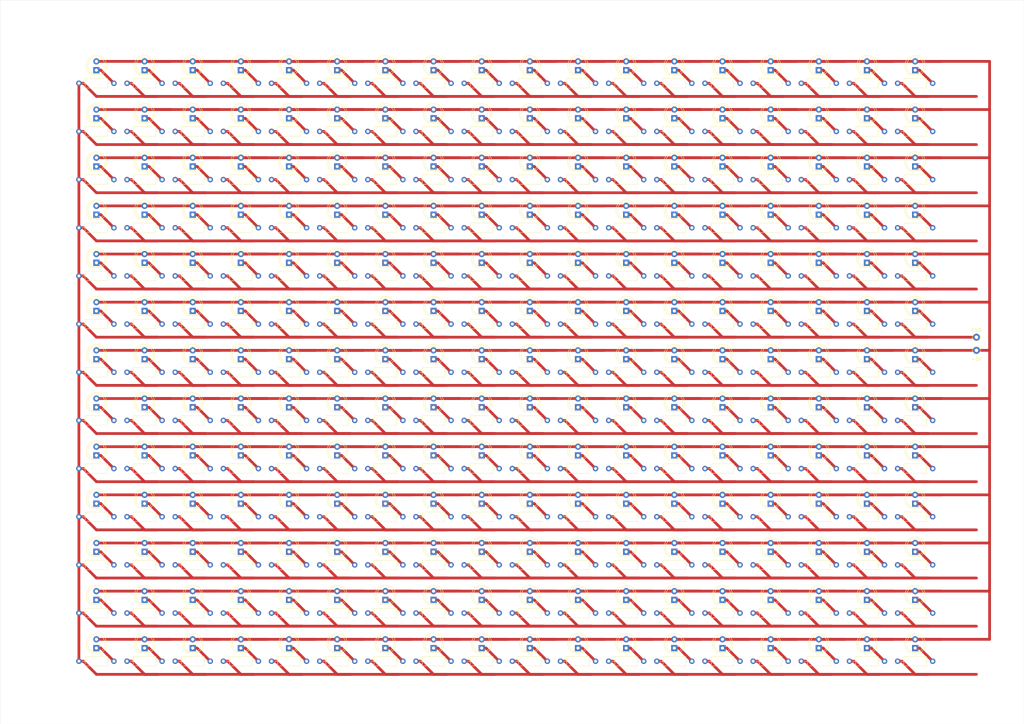
<source format=kicad_pcb>
(kicad_pcb (version 20171130) (host pcbnew 5.1.5+dfsg1-2build2)
  (layers (0 F.Cu signal) (31 B.Cu signal) (34 B.Paste user) (35 F.Paste user) (36 B.SilkS user) (37 F.SilkS user) (38 B.Mask user) (39 F.Mask user) (44 Edge.Cuts user))
  (net 0 "")
  (module TestPoint:TestPoint_THTPad_D2.0mm_Drill1.0mm (layer F.Cu) (at 308.61 127)
    (fp_text reference +5V (at 0 2.54) (layer F.SilkS))
    (fp_text value TestPoint_THTPad_D2.0mm_Drill1.0mm hide)
    (pad 1 thru_hole circle (at 0 0) (size 2 2) (drill 1) (layers *.Cu *.Mask))
  )
  (module TestPoint:TestPoint_THTPad_D2.0mm_Drill1.0mm (layer F.Cu) (at 308.61 123.19)
    (fp_text reference GND (at 0 -1.998) (layer F.SilkS))
    (fp_text value TestPoint_THTPad_D2.0mm_Drill1.0mm hide)
    (pad 1 thru_hole circle (at 0 0) (size 2 2) (drill 1) (layers *.Cu *.Mask))
  )
  (module Resistor_THT:R_Axial_DIN0207_L6.3mm_D2.5mm_P10.16mm_Horizontal (layer F.Cu) (at 285.75 217.17)
    (fp_text reference REF** hide)
    (fp_text value R_Axial_DIN0207_L6.3mm_D2.5mm_P10.16mm_Horizontal hide)
    (pad 1 thru_hole circle (at 0 0) (size 1.6 1.6) (drill 0.8) (layers *.Cu *.Mask))
    (pad 2 thru_hole oval (at 10.16 0) (size 1.6 1.6) (drill 0.8) (layers *.Cu *.Mask))
  )
  (module Resistor_THT:R_Axial_DIN0207_L6.3mm_D2.5mm_P10.16mm_Horizontal (layer F.Cu) (at 271.78 217.17)
    (fp_text reference REF** hide)
    (fp_text value R_Axial_DIN0207_L6.3mm_D2.5mm_P10.16mm_Horizontal hide)
    (pad 1 thru_hole circle (at 0 0) (size 1.6 1.6) (drill 0.8) (layers *.Cu *.Mask))
    (pad 2 thru_hole oval (at 10.16 0) (size 1.6 1.6) (drill 0.8) (layers *.Cu *.Mask))
  )
  (module Resistor_THT:R_Axial_DIN0207_L6.3mm_D2.5mm_P10.16mm_Horizontal (layer F.Cu) (at 257.81 217.17)
    (fp_text reference REF** hide)
    (fp_text value R_Axial_DIN0207_L6.3mm_D2.5mm_P10.16mm_Horizontal hide)
    (pad 1 thru_hole circle (at 0 0) (size 1.6 1.6) (drill 0.8) (layers *.Cu *.Mask))
    (pad 2 thru_hole oval (at 10.16 0) (size 1.6 1.6) (drill 0.8) (layers *.Cu *.Mask))
  )
  (module Resistor_THT:R_Axial_DIN0207_L6.3mm_D2.5mm_P10.16mm_Horizontal (layer F.Cu) (at 243.84 217.17)
    (fp_text reference REF** hide)
    (fp_text value R_Axial_DIN0207_L6.3mm_D2.5mm_P10.16mm_Horizontal hide)
    (pad 1 thru_hole circle (at 0 0) (size 1.6 1.6) (drill 0.8) (layers *.Cu *.Mask))
    (pad 2 thru_hole oval (at 10.16 0) (size 1.6 1.6) (drill 0.8) (layers *.Cu *.Mask))
  )
  (module Resistor_THT:R_Axial_DIN0207_L6.3mm_D2.5mm_P10.16mm_Horizontal (layer F.Cu) (at 229.87 217.17)
    (fp_text reference REF** hide)
    (fp_text value R_Axial_DIN0207_L6.3mm_D2.5mm_P10.16mm_Horizontal hide)
    (pad 1 thru_hole circle (at 0 0) (size 1.6 1.6) (drill 0.8) (layers *.Cu *.Mask))
    (pad 2 thru_hole oval (at 10.16 0) (size 1.6 1.6) (drill 0.8) (layers *.Cu *.Mask))
  )
  (module Resistor_THT:R_Axial_DIN0207_L6.3mm_D2.5mm_P10.16mm_Horizontal (layer F.Cu) (at 215.9 217.17)
    (fp_text reference REF** hide)
    (fp_text value R_Axial_DIN0207_L6.3mm_D2.5mm_P10.16mm_Horizontal hide)
    (pad 1 thru_hole circle (at 0 0) (size 1.6 1.6) (drill 0.8) (layers *.Cu *.Mask))
    (pad 2 thru_hole oval (at 10.16 0) (size 1.6 1.6) (drill 0.8) (layers *.Cu *.Mask))
  )
  (module Resistor_THT:R_Axial_DIN0207_L6.3mm_D2.5mm_P10.16mm_Horizontal (layer F.Cu) (at 201.93 217.17)
    (fp_text reference REF** hide)
    (fp_text value R_Axial_DIN0207_L6.3mm_D2.5mm_P10.16mm_Horizontal hide)
    (pad 1 thru_hole circle (at 0 0) (size 1.6 1.6) (drill 0.8) (layers *.Cu *.Mask))
    (pad 2 thru_hole oval (at 10.16 0) (size 1.6 1.6) (drill 0.8) (layers *.Cu *.Mask))
  )
  (module Resistor_THT:R_Axial_DIN0207_L6.3mm_D2.5mm_P10.16mm_Horizontal (layer F.Cu) (at 187.96 217.17)
    (fp_text reference REF** hide)
    (fp_text value R_Axial_DIN0207_L6.3mm_D2.5mm_P10.16mm_Horizontal hide)
    (pad 1 thru_hole circle (at 0 0) (size 1.6 1.6) (drill 0.8) (layers *.Cu *.Mask))
    (pad 2 thru_hole oval (at 10.16 0) (size 1.6 1.6) (drill 0.8) (layers *.Cu *.Mask))
  )
  (module Resistor_THT:R_Axial_DIN0207_L6.3mm_D2.5mm_P10.16mm_Horizontal (layer F.Cu) (at 173.99 217.17)
    (fp_text reference REF** hide)
    (fp_text value R_Axial_DIN0207_L6.3mm_D2.5mm_P10.16mm_Horizontal hide)
    (pad 1 thru_hole circle (at 0 0) (size 1.6 1.6) (drill 0.8) (layers *.Cu *.Mask))
    (pad 2 thru_hole oval (at 10.16 0) (size 1.6 1.6) (drill 0.8) (layers *.Cu *.Mask))
  )
  (module Resistor_THT:R_Axial_DIN0207_L6.3mm_D2.5mm_P10.16mm_Horizontal (layer F.Cu) (at 160.02 217.17)
    (fp_text reference REF** hide)
    (fp_text value R_Axial_DIN0207_L6.3mm_D2.5mm_P10.16mm_Horizontal hide)
    (pad 1 thru_hole circle (at 0 0) (size 1.6 1.6) (drill 0.8) (layers *.Cu *.Mask))
    (pad 2 thru_hole oval (at 10.16 0) (size 1.6 1.6) (drill 0.8) (layers *.Cu *.Mask))
  )
  (module Resistor_THT:R_Axial_DIN0207_L6.3mm_D2.5mm_P10.16mm_Horizontal (layer F.Cu) (at 146.05 217.17)
    (fp_text reference REF** hide)
    (fp_text value R_Axial_DIN0207_L6.3mm_D2.5mm_P10.16mm_Horizontal hide)
    (pad 1 thru_hole circle (at 0 0) (size 1.6 1.6) (drill 0.8) (layers *.Cu *.Mask))
    (pad 2 thru_hole oval (at 10.16 0) (size 1.6 1.6) (drill 0.8) (layers *.Cu *.Mask))
  )
  (module Resistor_THT:R_Axial_DIN0207_L6.3mm_D2.5mm_P10.16mm_Horizontal (layer F.Cu) (at 132.08 217.17)
    (fp_text reference REF** hide)
    (fp_text value R_Axial_DIN0207_L6.3mm_D2.5mm_P10.16mm_Horizontal hide)
    (pad 1 thru_hole circle (at 0 0) (size 1.6 1.6) (drill 0.8) (layers *.Cu *.Mask))
    (pad 2 thru_hole oval (at 10.16 0) (size 1.6 1.6) (drill 0.8) (layers *.Cu *.Mask))
  )
  (module Resistor_THT:R_Axial_DIN0207_L6.3mm_D2.5mm_P10.16mm_Horizontal (layer F.Cu) (at 118.11 217.17)
    (fp_text reference REF** hide)
    (fp_text value R_Axial_DIN0207_L6.3mm_D2.5mm_P10.16mm_Horizontal hide)
    (pad 1 thru_hole circle (at 0 0) (size 1.6 1.6) (drill 0.8) (layers *.Cu *.Mask))
    (pad 2 thru_hole oval (at 10.16 0) (size 1.6 1.6) (drill 0.8) (layers *.Cu *.Mask))
  )
  (module Resistor_THT:R_Axial_DIN0207_L6.3mm_D2.5mm_P10.16mm_Horizontal (layer F.Cu) (at 104.14 217.17)
    (fp_text reference REF** hide)
    (fp_text value R_Axial_DIN0207_L6.3mm_D2.5mm_P10.16mm_Horizontal hide)
    (pad 1 thru_hole circle (at 0 0) (size 1.6 1.6) (drill 0.8) (layers *.Cu *.Mask))
    (pad 2 thru_hole oval (at 10.16 0) (size 1.6 1.6) (drill 0.8) (layers *.Cu *.Mask))
  )
  (module Resistor_THT:R_Axial_DIN0207_L6.3mm_D2.5mm_P10.16mm_Horizontal (layer F.Cu) (at 90.17 217.17)
    (fp_text reference REF** hide)
    (fp_text value R_Axial_DIN0207_L6.3mm_D2.5mm_P10.16mm_Horizontal hide)
    (pad 1 thru_hole circle (at 0 0) (size 1.6 1.6) (drill 0.8) (layers *.Cu *.Mask))
    (pad 2 thru_hole oval (at 10.16 0) (size 1.6 1.6) (drill 0.8) (layers *.Cu *.Mask))
  )
  (module Resistor_THT:R_Axial_DIN0207_L6.3mm_D2.5mm_P10.16mm_Horizontal (layer F.Cu) (at 76.2 217.17)
    (fp_text reference REF** hide)
    (fp_text value R_Axial_DIN0207_L6.3mm_D2.5mm_P10.16mm_Horizontal hide)
    (pad 1 thru_hole circle (at 0 0) (size 1.6 1.6) (drill 0.8) (layers *.Cu *.Mask))
    (pad 2 thru_hole oval (at 10.16 0) (size 1.6 1.6) (drill 0.8) (layers *.Cu *.Mask))
  )
  (module Resistor_THT:R_Axial_DIN0207_L6.3mm_D2.5mm_P10.16mm_Horizontal (layer F.Cu) (at 62.23 217.17)
    (fp_text reference REF** hide)
    (fp_text value R_Axial_DIN0207_L6.3mm_D2.5mm_P10.16mm_Horizontal hide)
    (pad 1 thru_hole circle (at 0 0) (size 1.6 1.6) (drill 0.8) (layers *.Cu *.Mask))
    (pad 2 thru_hole oval (at 10.16 0) (size 1.6 1.6) (drill 0.8) (layers *.Cu *.Mask))
  )
  (module Resistor_THT:R_Axial_DIN0207_L6.3mm_D2.5mm_P10.16mm_Horizontal (layer F.Cu) (at 48.26 217.17)
    (fp_text reference REF** hide)
    (fp_text value R_Axial_DIN0207_L6.3mm_D2.5mm_P10.16mm_Horizontal hide)
    (pad 1 thru_hole circle (at 0 0) (size 1.6 1.6) (drill 0.8) (layers *.Cu *.Mask))
    (pad 2 thru_hole oval (at 10.16 0) (size 1.6 1.6) (drill 0.8) (layers *.Cu *.Mask))
  )
  (module Resistor_THT:R_Axial_DIN0207_L6.3mm_D2.5mm_P10.16mm_Horizontal (layer F.Cu) (at 285.75 203.2)
    (fp_text reference REF** hide)
    (fp_text value R_Axial_DIN0207_L6.3mm_D2.5mm_P10.16mm_Horizontal hide)
    (pad 1 thru_hole circle (at 0 0) (size 1.6 1.6) (drill 0.8) (layers *.Cu *.Mask))
    (pad 2 thru_hole oval (at 10.16 0) (size 1.6 1.6) (drill 0.8) (layers *.Cu *.Mask))
  )
  (module Resistor_THT:R_Axial_DIN0207_L6.3mm_D2.5mm_P10.16mm_Horizontal (layer F.Cu) (at 271.78 203.2)
    (fp_text reference REF** hide)
    (fp_text value R_Axial_DIN0207_L6.3mm_D2.5mm_P10.16mm_Horizontal hide)
    (pad 1 thru_hole circle (at 0 0) (size 1.6 1.6) (drill 0.8) (layers *.Cu *.Mask))
    (pad 2 thru_hole oval (at 10.16 0) (size 1.6 1.6) (drill 0.8) (layers *.Cu *.Mask))
  )
  (module Resistor_THT:R_Axial_DIN0207_L6.3mm_D2.5mm_P10.16mm_Horizontal (layer F.Cu) (at 257.81 203.2)
    (fp_text reference REF** hide)
    (fp_text value R_Axial_DIN0207_L6.3mm_D2.5mm_P10.16mm_Horizontal hide)
    (pad 1 thru_hole circle (at 0 0) (size 1.6 1.6) (drill 0.8) (layers *.Cu *.Mask))
    (pad 2 thru_hole oval (at 10.16 0) (size 1.6 1.6) (drill 0.8) (layers *.Cu *.Mask))
  )
  (module Resistor_THT:R_Axial_DIN0207_L6.3mm_D2.5mm_P10.16mm_Horizontal (layer F.Cu) (at 243.84 203.2)
    (fp_text reference REF** hide)
    (fp_text value R_Axial_DIN0207_L6.3mm_D2.5mm_P10.16mm_Horizontal hide)
    (pad 1 thru_hole circle (at 0 0) (size 1.6 1.6) (drill 0.8) (layers *.Cu *.Mask))
    (pad 2 thru_hole oval (at 10.16 0) (size 1.6 1.6) (drill 0.8) (layers *.Cu *.Mask))
  )
  (module Resistor_THT:R_Axial_DIN0207_L6.3mm_D2.5mm_P10.16mm_Horizontal (layer F.Cu) (at 229.87 203.2)
    (fp_text reference REF** hide)
    (fp_text value R_Axial_DIN0207_L6.3mm_D2.5mm_P10.16mm_Horizontal hide)
    (pad 1 thru_hole circle (at 0 0) (size 1.6 1.6) (drill 0.8) (layers *.Cu *.Mask))
    (pad 2 thru_hole oval (at 10.16 0) (size 1.6 1.6) (drill 0.8) (layers *.Cu *.Mask))
  )
  (module Resistor_THT:R_Axial_DIN0207_L6.3mm_D2.5mm_P10.16mm_Horizontal (layer F.Cu) (at 215.9 203.2)
    (fp_text reference REF** hide)
    (fp_text value R_Axial_DIN0207_L6.3mm_D2.5mm_P10.16mm_Horizontal hide)
    (pad 1 thru_hole circle (at 0 0) (size 1.6 1.6) (drill 0.8) (layers *.Cu *.Mask))
    (pad 2 thru_hole oval (at 10.16 0) (size 1.6 1.6) (drill 0.8) (layers *.Cu *.Mask))
  )
  (module Resistor_THT:R_Axial_DIN0207_L6.3mm_D2.5mm_P10.16mm_Horizontal (layer F.Cu) (at 201.93 203.2)
    (fp_text reference REF** hide)
    (fp_text value R_Axial_DIN0207_L6.3mm_D2.5mm_P10.16mm_Horizontal hide)
    (pad 1 thru_hole circle (at 0 0) (size 1.6 1.6) (drill 0.8) (layers *.Cu *.Mask))
    (pad 2 thru_hole oval (at 10.16 0) (size 1.6 1.6) (drill 0.8) (layers *.Cu *.Mask))
  )
  (module Resistor_THT:R_Axial_DIN0207_L6.3mm_D2.5mm_P10.16mm_Horizontal (layer F.Cu) (at 187.96 203.2)
    (fp_text reference REF** hide)
    (fp_text value R_Axial_DIN0207_L6.3mm_D2.5mm_P10.16mm_Horizontal hide)
    (pad 1 thru_hole circle (at 0 0) (size 1.6 1.6) (drill 0.8) (layers *.Cu *.Mask))
    (pad 2 thru_hole oval (at 10.16 0) (size 1.6 1.6) (drill 0.8) (layers *.Cu *.Mask))
  )
  (module Resistor_THT:R_Axial_DIN0207_L6.3mm_D2.5mm_P10.16mm_Horizontal (layer F.Cu) (at 173.99 203.2)
    (fp_text reference REF** hide)
    (fp_text value R_Axial_DIN0207_L6.3mm_D2.5mm_P10.16mm_Horizontal hide)
    (pad 1 thru_hole circle (at 0 0) (size 1.6 1.6) (drill 0.8) (layers *.Cu *.Mask))
    (pad 2 thru_hole oval (at 10.16 0) (size 1.6 1.6) (drill 0.8) (layers *.Cu *.Mask))
  )
  (module Resistor_THT:R_Axial_DIN0207_L6.3mm_D2.5mm_P10.16mm_Horizontal (layer F.Cu) (at 160.02 203.2)
    (fp_text reference REF** hide)
    (fp_text value R_Axial_DIN0207_L6.3mm_D2.5mm_P10.16mm_Horizontal hide)
    (pad 1 thru_hole circle (at 0 0) (size 1.6 1.6) (drill 0.8) (layers *.Cu *.Mask))
    (pad 2 thru_hole oval (at 10.16 0) (size 1.6 1.6) (drill 0.8) (layers *.Cu *.Mask))
  )
  (module Resistor_THT:R_Axial_DIN0207_L6.3mm_D2.5mm_P10.16mm_Horizontal (layer F.Cu) (at 146.05 203.2)
    (fp_text reference REF** hide)
    (fp_text value R_Axial_DIN0207_L6.3mm_D2.5mm_P10.16mm_Horizontal hide)
    (pad 1 thru_hole circle (at 0 0) (size 1.6 1.6) (drill 0.8) (layers *.Cu *.Mask))
    (pad 2 thru_hole oval (at 10.16 0) (size 1.6 1.6) (drill 0.8) (layers *.Cu *.Mask))
  )
  (module Resistor_THT:R_Axial_DIN0207_L6.3mm_D2.5mm_P10.16mm_Horizontal (layer F.Cu) (at 132.08 203.2)
    (fp_text reference REF** hide)
    (fp_text value R_Axial_DIN0207_L6.3mm_D2.5mm_P10.16mm_Horizontal hide)
    (pad 1 thru_hole circle (at 0 0) (size 1.6 1.6) (drill 0.8) (layers *.Cu *.Mask))
    (pad 2 thru_hole oval (at 10.16 0) (size 1.6 1.6) (drill 0.8) (layers *.Cu *.Mask))
  )
  (module Resistor_THT:R_Axial_DIN0207_L6.3mm_D2.5mm_P10.16mm_Horizontal (layer F.Cu) (at 118.11 203.2)
    (fp_text reference REF** hide)
    (fp_text value R_Axial_DIN0207_L6.3mm_D2.5mm_P10.16mm_Horizontal hide)
    (pad 1 thru_hole circle (at 0 0) (size 1.6 1.6) (drill 0.8) (layers *.Cu *.Mask))
    (pad 2 thru_hole oval (at 10.16 0) (size 1.6 1.6) (drill 0.8) (layers *.Cu *.Mask))
  )
  (module Resistor_THT:R_Axial_DIN0207_L6.3mm_D2.5mm_P10.16mm_Horizontal (layer F.Cu) (at 104.14 203.2)
    (fp_text reference REF** hide)
    (fp_text value R_Axial_DIN0207_L6.3mm_D2.5mm_P10.16mm_Horizontal hide)
    (pad 1 thru_hole circle (at 0 0) (size 1.6 1.6) (drill 0.8) (layers *.Cu *.Mask))
    (pad 2 thru_hole oval (at 10.16 0) (size 1.6 1.6) (drill 0.8) (layers *.Cu *.Mask))
  )
  (module Resistor_THT:R_Axial_DIN0207_L6.3mm_D2.5mm_P10.16mm_Horizontal (layer F.Cu) (at 90.17 203.2)
    (fp_text reference REF** hide)
    (fp_text value R_Axial_DIN0207_L6.3mm_D2.5mm_P10.16mm_Horizontal hide)
    (pad 1 thru_hole circle (at 0 0) (size 1.6 1.6) (drill 0.8) (layers *.Cu *.Mask))
    (pad 2 thru_hole oval (at 10.16 0) (size 1.6 1.6) (drill 0.8) (layers *.Cu *.Mask))
  )
  (module Resistor_THT:R_Axial_DIN0207_L6.3mm_D2.5mm_P10.16mm_Horizontal (layer F.Cu) (at 76.2 203.2)
    (fp_text reference REF** hide)
    (fp_text value R_Axial_DIN0207_L6.3mm_D2.5mm_P10.16mm_Horizontal hide)
    (pad 1 thru_hole circle (at 0 0) (size 1.6 1.6) (drill 0.8) (layers *.Cu *.Mask))
    (pad 2 thru_hole oval (at 10.16 0) (size 1.6 1.6) (drill 0.8) (layers *.Cu *.Mask))
  )
  (module Resistor_THT:R_Axial_DIN0207_L6.3mm_D2.5mm_P10.16mm_Horizontal (layer F.Cu) (at 62.23 203.2)
    (fp_text reference REF** hide)
    (fp_text value R_Axial_DIN0207_L6.3mm_D2.5mm_P10.16mm_Horizontal hide)
    (pad 1 thru_hole circle (at 0 0) (size 1.6 1.6) (drill 0.8) (layers *.Cu *.Mask))
    (pad 2 thru_hole oval (at 10.16 0) (size 1.6 1.6) (drill 0.8) (layers *.Cu *.Mask))
  )
  (module Resistor_THT:R_Axial_DIN0207_L6.3mm_D2.5mm_P10.16mm_Horizontal (layer F.Cu) (at 48.26 203.2)
    (fp_text reference REF** hide)
    (fp_text value R_Axial_DIN0207_L6.3mm_D2.5mm_P10.16mm_Horizontal hide)
    (pad 1 thru_hole circle (at 0 0) (size 1.6 1.6) (drill 0.8) (layers *.Cu *.Mask))
    (pad 2 thru_hole oval (at 10.16 0) (size 1.6 1.6) (drill 0.8) (layers *.Cu *.Mask))
  )
  (module Resistor_THT:R_Axial_DIN0207_L6.3mm_D2.5mm_P10.16mm_Horizontal (layer F.Cu) (at 285.75 189.23)
    (fp_text reference REF** hide)
    (fp_text value R_Axial_DIN0207_L6.3mm_D2.5mm_P10.16mm_Horizontal hide)
    (pad 1 thru_hole circle (at 0 0) (size 1.6 1.6) (drill 0.8) (layers *.Cu *.Mask))
    (pad 2 thru_hole oval (at 10.16 0) (size 1.6 1.6) (drill 0.8) (layers *.Cu *.Mask))
  )
  (module Resistor_THT:R_Axial_DIN0207_L6.3mm_D2.5mm_P10.16mm_Horizontal (layer F.Cu) (at 271.78 189.23)
    (fp_text reference REF** hide)
    (fp_text value R_Axial_DIN0207_L6.3mm_D2.5mm_P10.16mm_Horizontal hide)
    (pad 1 thru_hole circle (at 0 0) (size 1.6 1.6) (drill 0.8) (layers *.Cu *.Mask))
    (pad 2 thru_hole oval (at 10.16 0) (size 1.6 1.6) (drill 0.8) (layers *.Cu *.Mask))
  )
  (module Resistor_THT:R_Axial_DIN0207_L6.3mm_D2.5mm_P10.16mm_Horizontal (layer F.Cu) (at 257.81 189.23)
    (fp_text reference REF** hide)
    (fp_text value R_Axial_DIN0207_L6.3mm_D2.5mm_P10.16mm_Horizontal hide)
    (pad 1 thru_hole circle (at 0 0) (size 1.6 1.6) (drill 0.8) (layers *.Cu *.Mask))
    (pad 2 thru_hole oval (at 10.16 0) (size 1.6 1.6) (drill 0.8) (layers *.Cu *.Mask))
  )
  (module Resistor_THT:R_Axial_DIN0207_L6.3mm_D2.5mm_P10.16mm_Horizontal (layer F.Cu) (at 243.84 189.23)
    (fp_text reference REF** hide)
    (fp_text value R_Axial_DIN0207_L6.3mm_D2.5mm_P10.16mm_Horizontal hide)
    (pad 1 thru_hole circle (at 0 0) (size 1.6 1.6) (drill 0.8) (layers *.Cu *.Mask))
    (pad 2 thru_hole oval (at 10.16 0) (size 1.6 1.6) (drill 0.8) (layers *.Cu *.Mask))
  )
  (module Resistor_THT:R_Axial_DIN0207_L6.3mm_D2.5mm_P10.16mm_Horizontal (layer F.Cu) (at 229.87 189.23)
    (fp_text reference REF** hide)
    (fp_text value R_Axial_DIN0207_L6.3mm_D2.5mm_P10.16mm_Horizontal hide)
    (pad 1 thru_hole circle (at 0 0) (size 1.6 1.6) (drill 0.8) (layers *.Cu *.Mask))
    (pad 2 thru_hole oval (at 10.16 0) (size 1.6 1.6) (drill 0.8) (layers *.Cu *.Mask))
  )
  (module Resistor_THT:R_Axial_DIN0207_L6.3mm_D2.5mm_P10.16mm_Horizontal (layer F.Cu) (at 215.9 189.23)
    (fp_text reference REF** hide)
    (fp_text value R_Axial_DIN0207_L6.3mm_D2.5mm_P10.16mm_Horizontal hide)
    (pad 1 thru_hole circle (at 0 0) (size 1.6 1.6) (drill 0.8) (layers *.Cu *.Mask))
    (pad 2 thru_hole oval (at 10.16 0) (size 1.6 1.6) (drill 0.8) (layers *.Cu *.Mask))
  )
  (module Resistor_THT:R_Axial_DIN0207_L6.3mm_D2.5mm_P10.16mm_Horizontal (layer F.Cu) (at 201.93 189.23)
    (fp_text reference REF** hide)
    (fp_text value R_Axial_DIN0207_L6.3mm_D2.5mm_P10.16mm_Horizontal hide)
    (pad 1 thru_hole circle (at 0 0) (size 1.6 1.6) (drill 0.8) (layers *.Cu *.Mask))
    (pad 2 thru_hole oval (at 10.16 0) (size 1.6 1.6) (drill 0.8) (layers *.Cu *.Mask))
  )
  (module Resistor_THT:R_Axial_DIN0207_L6.3mm_D2.5mm_P10.16mm_Horizontal (layer F.Cu) (at 187.96 189.23)
    (fp_text reference REF** hide)
    (fp_text value R_Axial_DIN0207_L6.3mm_D2.5mm_P10.16mm_Horizontal hide)
    (pad 1 thru_hole circle (at 0 0) (size 1.6 1.6) (drill 0.8) (layers *.Cu *.Mask))
    (pad 2 thru_hole oval (at 10.16 0) (size 1.6 1.6) (drill 0.8) (layers *.Cu *.Mask))
  )
  (module Resistor_THT:R_Axial_DIN0207_L6.3mm_D2.5mm_P10.16mm_Horizontal (layer F.Cu) (at 173.99 189.23)
    (fp_text reference REF** hide)
    (fp_text value R_Axial_DIN0207_L6.3mm_D2.5mm_P10.16mm_Horizontal hide)
    (pad 1 thru_hole circle (at 0 0) (size 1.6 1.6) (drill 0.8) (layers *.Cu *.Mask))
    (pad 2 thru_hole oval (at 10.16 0) (size 1.6 1.6) (drill 0.8) (layers *.Cu *.Mask))
  )
  (module Resistor_THT:R_Axial_DIN0207_L6.3mm_D2.5mm_P10.16mm_Horizontal (layer F.Cu) (at 160.02 189.23)
    (fp_text reference REF** hide)
    (fp_text value R_Axial_DIN0207_L6.3mm_D2.5mm_P10.16mm_Horizontal hide)
    (pad 1 thru_hole circle (at 0 0) (size 1.6 1.6) (drill 0.8) (layers *.Cu *.Mask))
    (pad 2 thru_hole oval (at 10.16 0) (size 1.6 1.6) (drill 0.8) (layers *.Cu *.Mask))
  )
  (module Resistor_THT:R_Axial_DIN0207_L6.3mm_D2.5mm_P10.16mm_Horizontal (layer F.Cu) (at 146.05 189.23)
    (fp_text reference REF** hide)
    (fp_text value R_Axial_DIN0207_L6.3mm_D2.5mm_P10.16mm_Horizontal hide)
    (pad 1 thru_hole circle (at 0 0) (size 1.6 1.6) (drill 0.8) (layers *.Cu *.Mask))
    (pad 2 thru_hole oval (at 10.16 0) (size 1.6 1.6) (drill 0.8) (layers *.Cu *.Mask))
  )
  (module Resistor_THT:R_Axial_DIN0207_L6.3mm_D2.5mm_P10.16mm_Horizontal (layer F.Cu) (at 132.08 189.23)
    (fp_text reference REF** hide)
    (fp_text value R_Axial_DIN0207_L6.3mm_D2.5mm_P10.16mm_Horizontal hide)
    (pad 1 thru_hole circle (at 0 0) (size 1.6 1.6) (drill 0.8) (layers *.Cu *.Mask))
    (pad 2 thru_hole oval (at 10.16 0) (size 1.6 1.6) (drill 0.8) (layers *.Cu *.Mask))
  )
  (module Resistor_THT:R_Axial_DIN0207_L6.3mm_D2.5mm_P10.16mm_Horizontal (layer F.Cu) (at 118.11 189.23)
    (fp_text reference REF** hide)
    (fp_text value R_Axial_DIN0207_L6.3mm_D2.5mm_P10.16mm_Horizontal hide)
    (pad 1 thru_hole circle (at 0 0) (size 1.6 1.6) (drill 0.8) (layers *.Cu *.Mask))
    (pad 2 thru_hole oval (at 10.16 0) (size 1.6 1.6) (drill 0.8) (layers *.Cu *.Mask))
  )
  (module Resistor_THT:R_Axial_DIN0207_L6.3mm_D2.5mm_P10.16mm_Horizontal (layer F.Cu) (at 104.14 189.23)
    (fp_text reference REF** hide)
    (fp_text value R_Axial_DIN0207_L6.3mm_D2.5mm_P10.16mm_Horizontal hide)
    (pad 1 thru_hole circle (at 0 0) (size 1.6 1.6) (drill 0.8) (layers *.Cu *.Mask))
    (pad 2 thru_hole oval (at 10.16 0) (size 1.6 1.6) (drill 0.8) (layers *.Cu *.Mask))
  )
  (module Resistor_THT:R_Axial_DIN0207_L6.3mm_D2.5mm_P10.16mm_Horizontal (layer F.Cu) (at 90.17 189.23)
    (fp_text reference REF** hide)
    (fp_text value R_Axial_DIN0207_L6.3mm_D2.5mm_P10.16mm_Horizontal hide)
    (pad 1 thru_hole circle (at 0 0) (size 1.6 1.6) (drill 0.8) (layers *.Cu *.Mask))
    (pad 2 thru_hole oval (at 10.16 0) (size 1.6 1.6) (drill 0.8) (layers *.Cu *.Mask))
  )
  (module Resistor_THT:R_Axial_DIN0207_L6.3mm_D2.5mm_P10.16mm_Horizontal (layer F.Cu) (at 76.2 189.23)
    (fp_text reference REF** hide)
    (fp_text value R_Axial_DIN0207_L6.3mm_D2.5mm_P10.16mm_Horizontal hide)
    (pad 1 thru_hole circle (at 0 0) (size 1.6 1.6) (drill 0.8) (layers *.Cu *.Mask))
    (pad 2 thru_hole oval (at 10.16 0) (size 1.6 1.6) (drill 0.8) (layers *.Cu *.Mask))
  )
  (module Resistor_THT:R_Axial_DIN0207_L6.3mm_D2.5mm_P10.16mm_Horizontal (layer F.Cu) (at 62.23 189.23)
    (fp_text reference REF** hide)
    (fp_text value R_Axial_DIN0207_L6.3mm_D2.5mm_P10.16mm_Horizontal hide)
    (pad 1 thru_hole circle (at 0 0) (size 1.6 1.6) (drill 0.8) (layers *.Cu *.Mask))
    (pad 2 thru_hole oval (at 10.16 0) (size 1.6 1.6) (drill 0.8) (layers *.Cu *.Mask))
  )
  (module Resistor_THT:R_Axial_DIN0207_L6.3mm_D2.5mm_P10.16mm_Horizontal (layer F.Cu) (at 48.26 189.23)
    (fp_text reference REF** hide)
    (fp_text value R_Axial_DIN0207_L6.3mm_D2.5mm_P10.16mm_Horizontal hide)
    (pad 1 thru_hole circle (at 0 0) (size 1.6 1.6) (drill 0.8) (layers *.Cu *.Mask))
    (pad 2 thru_hole oval (at 10.16 0) (size 1.6 1.6) (drill 0.8) (layers *.Cu *.Mask))
  )
  (module Resistor_THT:R_Axial_DIN0207_L6.3mm_D2.5mm_P10.16mm_Horizontal (layer F.Cu) (at 285.75 175.26)
    (fp_text reference REF** hide)
    (fp_text value R_Axial_DIN0207_L6.3mm_D2.5mm_P10.16mm_Horizontal hide)
    (pad 1 thru_hole circle (at 0 0) (size 1.6 1.6) (drill 0.8) (layers *.Cu *.Mask))
    (pad 2 thru_hole oval (at 10.16 0) (size 1.6 1.6) (drill 0.8) (layers *.Cu *.Mask))
  )
  (module Resistor_THT:R_Axial_DIN0207_L6.3mm_D2.5mm_P10.16mm_Horizontal (layer F.Cu) (at 271.78 175.26)
    (fp_text reference REF** hide)
    (fp_text value R_Axial_DIN0207_L6.3mm_D2.5mm_P10.16mm_Horizontal hide)
    (pad 1 thru_hole circle (at 0 0) (size 1.6 1.6) (drill 0.8) (layers *.Cu *.Mask))
    (pad 2 thru_hole oval (at 10.16 0) (size 1.6 1.6) (drill 0.8) (layers *.Cu *.Mask))
  )
  (module Resistor_THT:R_Axial_DIN0207_L6.3mm_D2.5mm_P10.16mm_Horizontal (layer F.Cu) (at 257.81 175.26)
    (fp_text reference REF** hide)
    (fp_text value R_Axial_DIN0207_L6.3mm_D2.5mm_P10.16mm_Horizontal hide)
    (pad 1 thru_hole circle (at 0 0) (size 1.6 1.6) (drill 0.8) (layers *.Cu *.Mask))
    (pad 2 thru_hole oval (at 10.16 0) (size 1.6 1.6) (drill 0.8) (layers *.Cu *.Mask))
  )
  (module Resistor_THT:R_Axial_DIN0207_L6.3mm_D2.5mm_P10.16mm_Horizontal (layer F.Cu) (at 243.84 175.26)
    (fp_text reference REF** hide)
    (fp_text value R_Axial_DIN0207_L6.3mm_D2.5mm_P10.16mm_Horizontal hide)
    (pad 1 thru_hole circle (at 0 0) (size 1.6 1.6) (drill 0.8) (layers *.Cu *.Mask))
    (pad 2 thru_hole oval (at 10.16 0) (size 1.6 1.6) (drill 0.8) (layers *.Cu *.Mask))
  )
  (module Resistor_THT:R_Axial_DIN0207_L6.3mm_D2.5mm_P10.16mm_Horizontal (layer F.Cu) (at 229.87 175.26)
    (fp_text reference REF** hide)
    (fp_text value R_Axial_DIN0207_L6.3mm_D2.5mm_P10.16mm_Horizontal hide)
    (pad 1 thru_hole circle (at 0 0) (size 1.6 1.6) (drill 0.8) (layers *.Cu *.Mask))
    (pad 2 thru_hole oval (at 10.16 0) (size 1.6 1.6) (drill 0.8) (layers *.Cu *.Mask))
  )
  (module Resistor_THT:R_Axial_DIN0207_L6.3mm_D2.5mm_P10.16mm_Horizontal (layer F.Cu) (at 215.9 175.26)
    (fp_text reference REF** hide)
    (fp_text value R_Axial_DIN0207_L6.3mm_D2.5mm_P10.16mm_Horizontal hide)
    (pad 1 thru_hole circle (at 0 0) (size 1.6 1.6) (drill 0.8) (layers *.Cu *.Mask))
    (pad 2 thru_hole oval (at 10.16 0) (size 1.6 1.6) (drill 0.8) (layers *.Cu *.Mask))
  )
  (module Resistor_THT:R_Axial_DIN0207_L6.3mm_D2.5mm_P10.16mm_Horizontal (layer F.Cu) (at 201.93 175.26)
    (fp_text reference REF** hide)
    (fp_text value R_Axial_DIN0207_L6.3mm_D2.5mm_P10.16mm_Horizontal hide)
    (pad 1 thru_hole circle (at 0 0) (size 1.6 1.6) (drill 0.8) (layers *.Cu *.Mask))
    (pad 2 thru_hole oval (at 10.16 0) (size 1.6 1.6) (drill 0.8) (layers *.Cu *.Mask))
  )
  (module Resistor_THT:R_Axial_DIN0207_L6.3mm_D2.5mm_P10.16mm_Horizontal (layer F.Cu) (at 187.96 175.26)
    (fp_text reference REF** hide)
    (fp_text value R_Axial_DIN0207_L6.3mm_D2.5mm_P10.16mm_Horizontal hide)
    (pad 1 thru_hole circle (at 0 0) (size 1.6 1.6) (drill 0.8) (layers *.Cu *.Mask))
    (pad 2 thru_hole oval (at 10.16 0) (size 1.6 1.6) (drill 0.8) (layers *.Cu *.Mask))
  )
  (module Resistor_THT:R_Axial_DIN0207_L6.3mm_D2.5mm_P10.16mm_Horizontal (layer F.Cu) (at 173.99 175.26)
    (fp_text reference REF** hide)
    (fp_text value R_Axial_DIN0207_L6.3mm_D2.5mm_P10.16mm_Horizontal hide)
    (pad 1 thru_hole circle (at 0 0) (size 1.6 1.6) (drill 0.8) (layers *.Cu *.Mask))
    (pad 2 thru_hole oval (at 10.16 0) (size 1.6 1.6) (drill 0.8) (layers *.Cu *.Mask))
  )
  (module Resistor_THT:R_Axial_DIN0207_L6.3mm_D2.5mm_P10.16mm_Horizontal (layer F.Cu) (at 160.02 175.26)
    (fp_text reference REF** hide)
    (fp_text value R_Axial_DIN0207_L6.3mm_D2.5mm_P10.16mm_Horizontal hide)
    (pad 1 thru_hole circle (at 0 0) (size 1.6 1.6) (drill 0.8) (layers *.Cu *.Mask))
    (pad 2 thru_hole oval (at 10.16 0) (size 1.6 1.6) (drill 0.8) (layers *.Cu *.Mask))
  )
  (module Resistor_THT:R_Axial_DIN0207_L6.3mm_D2.5mm_P10.16mm_Horizontal (layer F.Cu) (at 146.05 175.26)
    (fp_text reference REF** hide)
    (fp_text value R_Axial_DIN0207_L6.3mm_D2.5mm_P10.16mm_Horizontal hide)
    (pad 1 thru_hole circle (at 0 0) (size 1.6 1.6) (drill 0.8) (layers *.Cu *.Mask))
    (pad 2 thru_hole oval (at 10.16 0) (size 1.6 1.6) (drill 0.8) (layers *.Cu *.Mask))
  )
  (module Resistor_THT:R_Axial_DIN0207_L6.3mm_D2.5mm_P10.16mm_Horizontal (layer F.Cu) (at 132.08 175.26)
    (fp_text reference REF** hide)
    (fp_text value R_Axial_DIN0207_L6.3mm_D2.5mm_P10.16mm_Horizontal hide)
    (pad 1 thru_hole circle (at 0 0) (size 1.6 1.6) (drill 0.8) (layers *.Cu *.Mask))
    (pad 2 thru_hole oval (at 10.16 0) (size 1.6 1.6) (drill 0.8) (layers *.Cu *.Mask))
  )
  (module Resistor_THT:R_Axial_DIN0207_L6.3mm_D2.5mm_P10.16mm_Horizontal (layer F.Cu) (at 118.11 175.26)
    (fp_text reference REF** hide)
    (fp_text value R_Axial_DIN0207_L6.3mm_D2.5mm_P10.16mm_Horizontal hide)
    (pad 1 thru_hole circle (at 0 0) (size 1.6 1.6) (drill 0.8) (layers *.Cu *.Mask))
    (pad 2 thru_hole oval (at 10.16 0) (size 1.6 1.6) (drill 0.8) (layers *.Cu *.Mask))
  )
  (module Resistor_THT:R_Axial_DIN0207_L6.3mm_D2.5mm_P10.16mm_Horizontal (layer F.Cu) (at 104.14 175.26)
    (fp_text reference REF** hide)
    (fp_text value R_Axial_DIN0207_L6.3mm_D2.5mm_P10.16mm_Horizontal hide)
    (pad 1 thru_hole circle (at 0 0) (size 1.6 1.6) (drill 0.8) (layers *.Cu *.Mask))
    (pad 2 thru_hole oval (at 10.16 0) (size 1.6 1.6) (drill 0.8) (layers *.Cu *.Mask))
  )
  (module Resistor_THT:R_Axial_DIN0207_L6.3mm_D2.5mm_P10.16mm_Horizontal (layer F.Cu) (at 90.17 175.26)
    (fp_text reference REF** hide)
    (fp_text value R_Axial_DIN0207_L6.3mm_D2.5mm_P10.16mm_Horizontal hide)
    (pad 1 thru_hole circle (at 0 0) (size 1.6 1.6) (drill 0.8) (layers *.Cu *.Mask))
    (pad 2 thru_hole oval (at 10.16 0) (size 1.6 1.6) (drill 0.8) (layers *.Cu *.Mask))
  )
  (module Resistor_THT:R_Axial_DIN0207_L6.3mm_D2.5mm_P10.16mm_Horizontal (layer F.Cu) (at 76.2 175.26)
    (fp_text reference REF** hide)
    (fp_text value R_Axial_DIN0207_L6.3mm_D2.5mm_P10.16mm_Horizontal hide)
    (pad 1 thru_hole circle (at 0 0) (size 1.6 1.6) (drill 0.8) (layers *.Cu *.Mask))
    (pad 2 thru_hole oval (at 10.16 0) (size 1.6 1.6) (drill 0.8) (layers *.Cu *.Mask))
  )
  (module Resistor_THT:R_Axial_DIN0207_L6.3mm_D2.5mm_P10.16mm_Horizontal (layer F.Cu) (at 62.23 175.26)
    (fp_text reference REF** hide)
    (fp_text value R_Axial_DIN0207_L6.3mm_D2.5mm_P10.16mm_Horizontal hide)
    (pad 1 thru_hole circle (at 0 0) (size 1.6 1.6) (drill 0.8) (layers *.Cu *.Mask))
    (pad 2 thru_hole oval (at 10.16 0) (size 1.6 1.6) (drill 0.8) (layers *.Cu *.Mask))
  )
  (module Resistor_THT:R_Axial_DIN0207_L6.3mm_D2.5mm_P10.16mm_Horizontal (layer F.Cu) (at 48.26 175.26)
    (fp_text reference REF** hide)
    (fp_text value R_Axial_DIN0207_L6.3mm_D2.5mm_P10.16mm_Horizontal hide)
    (pad 1 thru_hole circle (at 0 0) (size 1.6 1.6) (drill 0.8) (layers *.Cu *.Mask))
    (pad 2 thru_hole oval (at 10.16 0) (size 1.6 1.6) (drill 0.8) (layers *.Cu *.Mask))
  )
  (module Resistor_THT:R_Axial_DIN0207_L6.3mm_D2.5mm_P10.16mm_Horizontal (layer F.Cu) (at 285.75 161.29)
    (fp_text reference REF** hide)
    (fp_text value R_Axial_DIN0207_L6.3mm_D2.5mm_P10.16mm_Horizontal hide)
    (pad 1 thru_hole circle (at 0 0) (size 1.6 1.6) (drill 0.8) (layers *.Cu *.Mask))
    (pad 2 thru_hole oval (at 10.16 0) (size 1.6 1.6) (drill 0.8) (layers *.Cu *.Mask))
  )
  (module Resistor_THT:R_Axial_DIN0207_L6.3mm_D2.5mm_P10.16mm_Horizontal (layer F.Cu) (at 271.78 161.29)
    (fp_text reference REF** hide)
    (fp_text value R_Axial_DIN0207_L6.3mm_D2.5mm_P10.16mm_Horizontal hide)
    (pad 1 thru_hole circle (at 0 0) (size 1.6 1.6) (drill 0.8) (layers *.Cu *.Mask))
    (pad 2 thru_hole oval (at 10.16 0) (size 1.6 1.6) (drill 0.8) (layers *.Cu *.Mask))
  )
  (module Resistor_THT:R_Axial_DIN0207_L6.3mm_D2.5mm_P10.16mm_Horizontal (layer F.Cu) (at 257.81 161.29)
    (fp_text reference REF** hide)
    (fp_text value R_Axial_DIN0207_L6.3mm_D2.5mm_P10.16mm_Horizontal hide)
    (pad 1 thru_hole circle (at 0 0) (size 1.6 1.6) (drill 0.8) (layers *.Cu *.Mask))
    (pad 2 thru_hole oval (at 10.16 0) (size 1.6 1.6) (drill 0.8) (layers *.Cu *.Mask))
  )
  (module Resistor_THT:R_Axial_DIN0207_L6.3mm_D2.5mm_P10.16mm_Horizontal (layer F.Cu) (at 243.84 161.29)
    (fp_text reference REF** hide)
    (fp_text value R_Axial_DIN0207_L6.3mm_D2.5mm_P10.16mm_Horizontal hide)
    (pad 1 thru_hole circle (at 0 0) (size 1.6 1.6) (drill 0.8) (layers *.Cu *.Mask))
    (pad 2 thru_hole oval (at 10.16 0) (size 1.6 1.6) (drill 0.8) (layers *.Cu *.Mask))
  )
  (module Resistor_THT:R_Axial_DIN0207_L6.3mm_D2.5mm_P10.16mm_Horizontal (layer F.Cu) (at 229.87 161.29)
    (fp_text reference REF** hide)
    (fp_text value R_Axial_DIN0207_L6.3mm_D2.5mm_P10.16mm_Horizontal hide)
    (pad 1 thru_hole circle (at 0 0) (size 1.6 1.6) (drill 0.8) (layers *.Cu *.Mask))
    (pad 2 thru_hole oval (at 10.16 0) (size 1.6 1.6) (drill 0.8) (layers *.Cu *.Mask))
  )
  (module Resistor_THT:R_Axial_DIN0207_L6.3mm_D2.5mm_P10.16mm_Horizontal (layer F.Cu) (at 215.9 161.29)
    (fp_text reference REF** hide)
    (fp_text value R_Axial_DIN0207_L6.3mm_D2.5mm_P10.16mm_Horizontal hide)
    (pad 1 thru_hole circle (at 0 0) (size 1.6 1.6) (drill 0.8) (layers *.Cu *.Mask))
    (pad 2 thru_hole oval (at 10.16 0) (size 1.6 1.6) (drill 0.8) (layers *.Cu *.Mask))
  )
  (module Resistor_THT:R_Axial_DIN0207_L6.3mm_D2.5mm_P10.16mm_Horizontal (layer F.Cu) (at 201.93 161.29)
    (fp_text reference REF** hide)
    (fp_text value R_Axial_DIN0207_L6.3mm_D2.5mm_P10.16mm_Horizontal hide)
    (pad 1 thru_hole circle (at 0 0) (size 1.6 1.6) (drill 0.8) (layers *.Cu *.Mask))
    (pad 2 thru_hole oval (at 10.16 0) (size 1.6 1.6) (drill 0.8) (layers *.Cu *.Mask))
  )
  (module Resistor_THT:R_Axial_DIN0207_L6.3mm_D2.5mm_P10.16mm_Horizontal (layer F.Cu) (at 187.96 161.29)
    (fp_text reference REF** hide)
    (fp_text value R_Axial_DIN0207_L6.3mm_D2.5mm_P10.16mm_Horizontal hide)
    (pad 1 thru_hole circle (at 0 0) (size 1.6 1.6) (drill 0.8) (layers *.Cu *.Mask))
    (pad 2 thru_hole oval (at 10.16 0) (size 1.6 1.6) (drill 0.8) (layers *.Cu *.Mask))
  )
  (module Resistor_THT:R_Axial_DIN0207_L6.3mm_D2.5mm_P10.16mm_Horizontal (layer F.Cu) (at 173.99 161.29)
    (fp_text reference REF** hide)
    (fp_text value R_Axial_DIN0207_L6.3mm_D2.5mm_P10.16mm_Horizontal hide)
    (pad 1 thru_hole circle (at 0 0) (size 1.6 1.6) (drill 0.8) (layers *.Cu *.Mask))
    (pad 2 thru_hole oval (at 10.16 0) (size 1.6 1.6) (drill 0.8) (layers *.Cu *.Mask))
  )
  (module Resistor_THT:R_Axial_DIN0207_L6.3mm_D2.5mm_P10.16mm_Horizontal (layer F.Cu) (at 160.02 161.29)
    (fp_text reference REF** hide)
    (fp_text value R_Axial_DIN0207_L6.3mm_D2.5mm_P10.16mm_Horizontal hide)
    (pad 1 thru_hole circle (at 0 0) (size 1.6 1.6) (drill 0.8) (layers *.Cu *.Mask))
    (pad 2 thru_hole oval (at 10.16 0) (size 1.6 1.6) (drill 0.8) (layers *.Cu *.Mask))
  )
  (module Resistor_THT:R_Axial_DIN0207_L6.3mm_D2.5mm_P10.16mm_Horizontal (layer F.Cu) (at 146.05 161.29)
    (fp_text reference REF** hide)
    (fp_text value R_Axial_DIN0207_L6.3mm_D2.5mm_P10.16mm_Horizontal hide)
    (pad 1 thru_hole circle (at 0 0) (size 1.6 1.6) (drill 0.8) (layers *.Cu *.Mask))
    (pad 2 thru_hole oval (at 10.16 0) (size 1.6 1.6) (drill 0.8) (layers *.Cu *.Mask))
  )
  (module Resistor_THT:R_Axial_DIN0207_L6.3mm_D2.5mm_P10.16mm_Horizontal (layer F.Cu) (at 132.08 161.29)
    (fp_text reference REF** hide)
    (fp_text value R_Axial_DIN0207_L6.3mm_D2.5mm_P10.16mm_Horizontal hide)
    (pad 1 thru_hole circle (at 0 0) (size 1.6 1.6) (drill 0.8) (layers *.Cu *.Mask))
    (pad 2 thru_hole oval (at 10.16 0) (size 1.6 1.6) (drill 0.8) (layers *.Cu *.Mask))
  )
  (module Resistor_THT:R_Axial_DIN0207_L6.3mm_D2.5mm_P10.16mm_Horizontal (layer F.Cu) (at 118.11 161.29)
    (fp_text reference REF** hide)
    (fp_text value R_Axial_DIN0207_L6.3mm_D2.5mm_P10.16mm_Horizontal hide)
    (pad 1 thru_hole circle (at 0 0) (size 1.6 1.6) (drill 0.8) (layers *.Cu *.Mask))
    (pad 2 thru_hole oval (at 10.16 0) (size 1.6 1.6) (drill 0.8) (layers *.Cu *.Mask))
  )
  (module Resistor_THT:R_Axial_DIN0207_L6.3mm_D2.5mm_P10.16mm_Horizontal (layer F.Cu) (at 104.14 161.29)
    (fp_text reference REF** hide)
    (fp_text value R_Axial_DIN0207_L6.3mm_D2.5mm_P10.16mm_Horizontal hide)
    (pad 1 thru_hole circle (at 0 0) (size 1.6 1.6) (drill 0.8) (layers *.Cu *.Mask))
    (pad 2 thru_hole oval (at 10.16 0) (size 1.6 1.6) (drill 0.8) (layers *.Cu *.Mask))
  )
  (module Resistor_THT:R_Axial_DIN0207_L6.3mm_D2.5mm_P10.16mm_Horizontal (layer F.Cu) (at 90.17 161.29)
    (fp_text reference REF** hide)
    (fp_text value R_Axial_DIN0207_L6.3mm_D2.5mm_P10.16mm_Horizontal hide)
    (pad 1 thru_hole circle (at 0 0) (size 1.6 1.6) (drill 0.8) (layers *.Cu *.Mask))
    (pad 2 thru_hole oval (at 10.16 0) (size 1.6 1.6) (drill 0.8) (layers *.Cu *.Mask))
  )
  (module Resistor_THT:R_Axial_DIN0207_L6.3mm_D2.5mm_P10.16mm_Horizontal (layer F.Cu) (at 76.2 161.29)
    (fp_text reference REF** hide)
    (fp_text value R_Axial_DIN0207_L6.3mm_D2.5mm_P10.16mm_Horizontal hide)
    (pad 1 thru_hole circle (at 0 0) (size 1.6 1.6) (drill 0.8) (layers *.Cu *.Mask))
    (pad 2 thru_hole oval (at 10.16 0) (size 1.6 1.6) (drill 0.8) (layers *.Cu *.Mask))
  )
  (module Resistor_THT:R_Axial_DIN0207_L6.3mm_D2.5mm_P10.16mm_Horizontal (layer F.Cu) (at 62.23 161.29)
    (fp_text reference REF** hide)
    (fp_text value R_Axial_DIN0207_L6.3mm_D2.5mm_P10.16mm_Horizontal hide)
    (pad 1 thru_hole circle (at 0 0) (size 1.6 1.6) (drill 0.8) (layers *.Cu *.Mask))
    (pad 2 thru_hole oval (at 10.16 0) (size 1.6 1.6) (drill 0.8) (layers *.Cu *.Mask))
  )
  (module Resistor_THT:R_Axial_DIN0207_L6.3mm_D2.5mm_P10.16mm_Horizontal (layer F.Cu) (at 48.26 161.29)
    (fp_text reference REF** hide)
    (fp_text value R_Axial_DIN0207_L6.3mm_D2.5mm_P10.16mm_Horizontal hide)
    (pad 1 thru_hole circle (at 0 0) (size 1.6 1.6) (drill 0.8) (layers *.Cu *.Mask))
    (pad 2 thru_hole oval (at 10.16 0) (size 1.6 1.6) (drill 0.8) (layers *.Cu *.Mask))
  )
  (module Resistor_THT:R_Axial_DIN0207_L6.3mm_D2.5mm_P10.16mm_Horizontal (layer F.Cu) (at 285.75 147.32)
    (fp_text reference REF** hide)
    (fp_text value R_Axial_DIN0207_L6.3mm_D2.5mm_P10.16mm_Horizontal hide)
    (pad 1 thru_hole circle (at 0 0) (size 1.6 1.6) (drill 0.8) (layers *.Cu *.Mask))
    (pad 2 thru_hole oval (at 10.16 0) (size 1.6 1.6) (drill 0.8) (layers *.Cu *.Mask))
  )
  (module Resistor_THT:R_Axial_DIN0207_L6.3mm_D2.5mm_P10.16mm_Horizontal (layer F.Cu) (at 271.78 147.32)
    (fp_text reference REF** hide)
    (fp_text value R_Axial_DIN0207_L6.3mm_D2.5mm_P10.16mm_Horizontal hide)
    (pad 1 thru_hole circle (at 0 0) (size 1.6 1.6) (drill 0.8) (layers *.Cu *.Mask))
    (pad 2 thru_hole oval (at 10.16 0) (size 1.6 1.6) (drill 0.8) (layers *.Cu *.Mask))
  )
  (module Resistor_THT:R_Axial_DIN0207_L6.3mm_D2.5mm_P10.16mm_Horizontal (layer F.Cu) (at 257.81 147.32)
    (fp_text reference REF** hide)
    (fp_text value R_Axial_DIN0207_L6.3mm_D2.5mm_P10.16mm_Horizontal hide)
    (pad 1 thru_hole circle (at 0 0) (size 1.6 1.6) (drill 0.8) (layers *.Cu *.Mask))
    (pad 2 thru_hole oval (at 10.16 0) (size 1.6 1.6) (drill 0.8) (layers *.Cu *.Mask))
  )
  (module Resistor_THT:R_Axial_DIN0207_L6.3mm_D2.5mm_P10.16mm_Horizontal (layer F.Cu) (at 243.84 147.32)
    (fp_text reference REF** hide)
    (fp_text value R_Axial_DIN0207_L6.3mm_D2.5mm_P10.16mm_Horizontal hide)
    (pad 1 thru_hole circle (at 0 0) (size 1.6 1.6) (drill 0.8) (layers *.Cu *.Mask))
    (pad 2 thru_hole oval (at 10.16 0) (size 1.6 1.6) (drill 0.8) (layers *.Cu *.Mask))
  )
  (module Resistor_THT:R_Axial_DIN0207_L6.3mm_D2.5mm_P10.16mm_Horizontal (layer F.Cu) (at 229.87 147.32)
    (fp_text reference REF** hide)
    (fp_text value R_Axial_DIN0207_L6.3mm_D2.5mm_P10.16mm_Horizontal hide)
    (pad 1 thru_hole circle (at 0 0) (size 1.6 1.6) (drill 0.8) (layers *.Cu *.Mask))
    (pad 2 thru_hole oval (at 10.16 0) (size 1.6 1.6) (drill 0.8) (layers *.Cu *.Mask))
  )
  (module Resistor_THT:R_Axial_DIN0207_L6.3mm_D2.5mm_P10.16mm_Horizontal (layer F.Cu) (at 215.9 147.32)
    (fp_text reference REF** hide)
    (fp_text value R_Axial_DIN0207_L6.3mm_D2.5mm_P10.16mm_Horizontal hide)
    (pad 1 thru_hole circle (at 0 0) (size 1.6 1.6) (drill 0.8) (layers *.Cu *.Mask))
    (pad 2 thru_hole oval (at 10.16 0) (size 1.6 1.6) (drill 0.8) (layers *.Cu *.Mask))
  )
  (module Resistor_THT:R_Axial_DIN0207_L6.3mm_D2.5mm_P10.16mm_Horizontal (layer F.Cu) (at 201.93 147.32)
    (fp_text reference REF** hide)
    (fp_text value R_Axial_DIN0207_L6.3mm_D2.5mm_P10.16mm_Horizontal hide)
    (pad 1 thru_hole circle (at 0 0) (size 1.6 1.6) (drill 0.8) (layers *.Cu *.Mask))
    (pad 2 thru_hole oval (at 10.16 0) (size 1.6 1.6) (drill 0.8) (layers *.Cu *.Mask))
  )
  (module Resistor_THT:R_Axial_DIN0207_L6.3mm_D2.5mm_P10.16mm_Horizontal (layer F.Cu) (at 187.96 147.32)
    (fp_text reference REF** hide)
    (fp_text value R_Axial_DIN0207_L6.3mm_D2.5mm_P10.16mm_Horizontal hide)
    (pad 1 thru_hole circle (at 0 0) (size 1.6 1.6) (drill 0.8) (layers *.Cu *.Mask))
    (pad 2 thru_hole oval (at 10.16 0) (size 1.6 1.6) (drill 0.8) (layers *.Cu *.Mask))
  )
  (module Resistor_THT:R_Axial_DIN0207_L6.3mm_D2.5mm_P10.16mm_Horizontal (layer F.Cu) (at 173.99 147.32)
    (fp_text reference REF** hide)
    (fp_text value R_Axial_DIN0207_L6.3mm_D2.5mm_P10.16mm_Horizontal hide)
    (pad 1 thru_hole circle (at 0 0) (size 1.6 1.6) (drill 0.8) (layers *.Cu *.Mask))
    (pad 2 thru_hole oval (at 10.16 0) (size 1.6 1.6) (drill 0.8) (layers *.Cu *.Mask))
  )
  (module Resistor_THT:R_Axial_DIN0207_L6.3mm_D2.5mm_P10.16mm_Horizontal (layer F.Cu) (at 160.02 147.32)
    (fp_text reference REF** hide)
    (fp_text value R_Axial_DIN0207_L6.3mm_D2.5mm_P10.16mm_Horizontal hide)
    (pad 1 thru_hole circle (at 0 0) (size 1.6 1.6) (drill 0.8) (layers *.Cu *.Mask))
    (pad 2 thru_hole oval (at 10.16 0) (size 1.6 1.6) (drill 0.8) (layers *.Cu *.Mask))
  )
  (module Resistor_THT:R_Axial_DIN0207_L6.3mm_D2.5mm_P10.16mm_Horizontal (layer F.Cu) (at 146.05 147.32)
    (fp_text reference REF** hide)
    (fp_text value R_Axial_DIN0207_L6.3mm_D2.5mm_P10.16mm_Horizontal hide)
    (pad 1 thru_hole circle (at 0 0) (size 1.6 1.6) (drill 0.8) (layers *.Cu *.Mask))
    (pad 2 thru_hole oval (at 10.16 0) (size 1.6 1.6) (drill 0.8) (layers *.Cu *.Mask))
  )
  (module Resistor_THT:R_Axial_DIN0207_L6.3mm_D2.5mm_P10.16mm_Horizontal (layer F.Cu) (at 132.08 147.32)
    (fp_text reference REF** hide)
    (fp_text value R_Axial_DIN0207_L6.3mm_D2.5mm_P10.16mm_Horizontal hide)
    (pad 1 thru_hole circle (at 0 0) (size 1.6 1.6) (drill 0.8) (layers *.Cu *.Mask))
    (pad 2 thru_hole oval (at 10.16 0) (size 1.6 1.6) (drill 0.8) (layers *.Cu *.Mask))
  )
  (module Resistor_THT:R_Axial_DIN0207_L6.3mm_D2.5mm_P10.16mm_Horizontal (layer F.Cu) (at 118.11 147.32)
    (fp_text reference REF** hide)
    (fp_text value R_Axial_DIN0207_L6.3mm_D2.5mm_P10.16mm_Horizontal hide)
    (pad 1 thru_hole circle (at 0 0) (size 1.6 1.6) (drill 0.8) (layers *.Cu *.Mask))
    (pad 2 thru_hole oval (at 10.16 0) (size 1.6 1.6) (drill 0.8) (layers *.Cu *.Mask))
  )
  (module Resistor_THT:R_Axial_DIN0207_L6.3mm_D2.5mm_P10.16mm_Horizontal (layer F.Cu) (at 104.14 147.32)
    (fp_text reference REF** hide)
    (fp_text value R_Axial_DIN0207_L6.3mm_D2.5mm_P10.16mm_Horizontal hide)
    (pad 1 thru_hole circle (at 0 0) (size 1.6 1.6) (drill 0.8) (layers *.Cu *.Mask))
    (pad 2 thru_hole oval (at 10.16 0) (size 1.6 1.6) (drill 0.8) (layers *.Cu *.Mask))
  )
  (module Resistor_THT:R_Axial_DIN0207_L6.3mm_D2.5mm_P10.16mm_Horizontal (layer F.Cu) (at 90.17 147.32)
    (fp_text reference REF** hide)
    (fp_text value R_Axial_DIN0207_L6.3mm_D2.5mm_P10.16mm_Horizontal hide)
    (pad 1 thru_hole circle (at 0 0) (size 1.6 1.6) (drill 0.8) (layers *.Cu *.Mask))
    (pad 2 thru_hole oval (at 10.16 0) (size 1.6 1.6) (drill 0.8) (layers *.Cu *.Mask))
  )
  (module Resistor_THT:R_Axial_DIN0207_L6.3mm_D2.5mm_P10.16mm_Horizontal (layer F.Cu) (at 76.2 147.32)
    (fp_text reference REF** hide)
    (fp_text value R_Axial_DIN0207_L6.3mm_D2.5mm_P10.16mm_Horizontal hide)
    (pad 1 thru_hole circle (at 0 0) (size 1.6 1.6) (drill 0.8) (layers *.Cu *.Mask))
    (pad 2 thru_hole oval (at 10.16 0) (size 1.6 1.6) (drill 0.8) (layers *.Cu *.Mask))
  )
  (module Resistor_THT:R_Axial_DIN0207_L6.3mm_D2.5mm_P10.16mm_Horizontal (layer F.Cu) (at 62.23 147.32)
    (fp_text reference REF** hide)
    (fp_text value R_Axial_DIN0207_L6.3mm_D2.5mm_P10.16mm_Horizontal hide)
    (pad 1 thru_hole circle (at 0 0) (size 1.6 1.6) (drill 0.8) (layers *.Cu *.Mask))
    (pad 2 thru_hole oval (at 10.16 0) (size 1.6 1.6) (drill 0.8) (layers *.Cu *.Mask))
  )
  (module Resistor_THT:R_Axial_DIN0207_L6.3mm_D2.5mm_P10.16mm_Horizontal (layer F.Cu) (at 48.26 147.32)
    (fp_text reference REF** hide)
    (fp_text value R_Axial_DIN0207_L6.3mm_D2.5mm_P10.16mm_Horizontal hide)
    (pad 1 thru_hole circle (at 0 0) (size 1.6 1.6) (drill 0.8) (layers *.Cu *.Mask))
    (pad 2 thru_hole oval (at 10.16 0) (size 1.6 1.6) (drill 0.8) (layers *.Cu *.Mask))
  )
  (module Resistor_THT:R_Axial_DIN0207_L6.3mm_D2.5mm_P10.16mm_Horizontal (layer F.Cu) (at 285.75 133.35)
    (fp_text reference REF** hide)
    (fp_text value R_Axial_DIN0207_L6.3mm_D2.5mm_P10.16mm_Horizontal hide)
    (pad 1 thru_hole circle (at 0 0) (size 1.6 1.6) (drill 0.8) (layers *.Cu *.Mask))
    (pad 2 thru_hole oval (at 10.16 0) (size 1.6 1.6) (drill 0.8) (layers *.Cu *.Mask))
  )
  (module Resistor_THT:R_Axial_DIN0207_L6.3mm_D2.5mm_P10.16mm_Horizontal (layer F.Cu) (at 271.78 133.35)
    (fp_text reference REF** hide)
    (fp_text value R_Axial_DIN0207_L6.3mm_D2.5mm_P10.16mm_Horizontal hide)
    (pad 1 thru_hole circle (at 0 0) (size 1.6 1.6) (drill 0.8) (layers *.Cu *.Mask))
    (pad 2 thru_hole oval (at 10.16 0) (size 1.6 1.6) (drill 0.8) (layers *.Cu *.Mask))
  )
  (module Resistor_THT:R_Axial_DIN0207_L6.3mm_D2.5mm_P10.16mm_Horizontal (layer F.Cu) (at 257.81 133.35)
    (fp_text reference REF** hide)
    (fp_text value R_Axial_DIN0207_L6.3mm_D2.5mm_P10.16mm_Horizontal hide)
    (pad 1 thru_hole circle (at 0 0) (size 1.6 1.6) (drill 0.8) (layers *.Cu *.Mask))
    (pad 2 thru_hole oval (at 10.16 0) (size 1.6 1.6) (drill 0.8) (layers *.Cu *.Mask))
  )
  (module Resistor_THT:R_Axial_DIN0207_L6.3mm_D2.5mm_P10.16mm_Horizontal (layer F.Cu) (at 243.84 133.35)
    (fp_text reference REF** hide)
    (fp_text value R_Axial_DIN0207_L6.3mm_D2.5mm_P10.16mm_Horizontal hide)
    (pad 1 thru_hole circle (at 0 0) (size 1.6 1.6) (drill 0.8) (layers *.Cu *.Mask))
    (pad 2 thru_hole oval (at 10.16 0) (size 1.6 1.6) (drill 0.8) (layers *.Cu *.Mask))
  )
  (module Resistor_THT:R_Axial_DIN0207_L6.3mm_D2.5mm_P10.16mm_Horizontal (layer F.Cu) (at 229.87 133.35)
    (fp_text reference REF** hide)
    (fp_text value R_Axial_DIN0207_L6.3mm_D2.5mm_P10.16mm_Horizontal hide)
    (pad 1 thru_hole circle (at 0 0) (size 1.6 1.6) (drill 0.8) (layers *.Cu *.Mask))
    (pad 2 thru_hole oval (at 10.16 0) (size 1.6 1.6) (drill 0.8) (layers *.Cu *.Mask))
  )
  (module Resistor_THT:R_Axial_DIN0207_L6.3mm_D2.5mm_P10.16mm_Horizontal (layer F.Cu) (at 215.9 133.35)
    (fp_text reference REF** hide)
    (fp_text value R_Axial_DIN0207_L6.3mm_D2.5mm_P10.16mm_Horizontal hide)
    (pad 1 thru_hole circle (at 0 0) (size 1.6 1.6) (drill 0.8) (layers *.Cu *.Mask))
    (pad 2 thru_hole oval (at 10.16 0) (size 1.6 1.6) (drill 0.8) (layers *.Cu *.Mask))
  )
  (module Resistor_THT:R_Axial_DIN0207_L6.3mm_D2.5mm_P10.16mm_Horizontal (layer F.Cu) (at 201.93 133.35)
    (fp_text reference REF** hide)
    (fp_text value R_Axial_DIN0207_L6.3mm_D2.5mm_P10.16mm_Horizontal hide)
    (pad 1 thru_hole circle (at 0 0) (size 1.6 1.6) (drill 0.8) (layers *.Cu *.Mask))
    (pad 2 thru_hole oval (at 10.16 0) (size 1.6 1.6) (drill 0.8) (layers *.Cu *.Mask))
  )
  (module Resistor_THT:R_Axial_DIN0207_L6.3mm_D2.5mm_P10.16mm_Horizontal (layer F.Cu) (at 187.96 133.35)
    (fp_text reference REF** hide)
    (fp_text value R_Axial_DIN0207_L6.3mm_D2.5mm_P10.16mm_Horizontal hide)
    (pad 1 thru_hole circle (at 0 0) (size 1.6 1.6) (drill 0.8) (layers *.Cu *.Mask))
    (pad 2 thru_hole oval (at 10.16 0) (size 1.6 1.6) (drill 0.8) (layers *.Cu *.Mask))
  )
  (module Resistor_THT:R_Axial_DIN0207_L6.3mm_D2.5mm_P10.16mm_Horizontal (layer F.Cu) (at 173.99 133.35)
    (fp_text reference REF** hide)
    (fp_text value R_Axial_DIN0207_L6.3mm_D2.5mm_P10.16mm_Horizontal hide)
    (pad 1 thru_hole circle (at 0 0) (size 1.6 1.6) (drill 0.8) (layers *.Cu *.Mask))
    (pad 2 thru_hole oval (at 10.16 0) (size 1.6 1.6) (drill 0.8) (layers *.Cu *.Mask))
  )
  (module Resistor_THT:R_Axial_DIN0207_L6.3mm_D2.5mm_P10.16mm_Horizontal (layer F.Cu) (at 160.02 133.35)
    (fp_text reference REF** hide)
    (fp_text value R_Axial_DIN0207_L6.3mm_D2.5mm_P10.16mm_Horizontal hide)
    (pad 1 thru_hole circle (at 0 0) (size 1.6 1.6) (drill 0.8) (layers *.Cu *.Mask))
    (pad 2 thru_hole oval (at 10.16 0) (size 1.6 1.6) (drill 0.8) (layers *.Cu *.Mask))
  )
  (module Resistor_THT:R_Axial_DIN0207_L6.3mm_D2.5mm_P10.16mm_Horizontal (layer F.Cu) (at 146.05 133.35)
    (fp_text reference REF** hide)
    (fp_text value R_Axial_DIN0207_L6.3mm_D2.5mm_P10.16mm_Horizontal hide)
    (pad 1 thru_hole circle (at 0 0) (size 1.6 1.6) (drill 0.8) (layers *.Cu *.Mask))
    (pad 2 thru_hole oval (at 10.16 0) (size 1.6 1.6) (drill 0.8) (layers *.Cu *.Mask))
  )
  (module Resistor_THT:R_Axial_DIN0207_L6.3mm_D2.5mm_P10.16mm_Horizontal (layer F.Cu) (at 132.08 133.35)
    (fp_text reference REF** hide)
    (fp_text value R_Axial_DIN0207_L6.3mm_D2.5mm_P10.16mm_Horizontal hide)
    (pad 1 thru_hole circle (at 0 0) (size 1.6 1.6) (drill 0.8) (layers *.Cu *.Mask))
    (pad 2 thru_hole oval (at 10.16 0) (size 1.6 1.6) (drill 0.8) (layers *.Cu *.Mask))
  )
  (module Resistor_THT:R_Axial_DIN0207_L6.3mm_D2.5mm_P10.16mm_Horizontal (layer F.Cu) (at 118.11 133.35)
    (fp_text reference REF** hide)
    (fp_text value R_Axial_DIN0207_L6.3mm_D2.5mm_P10.16mm_Horizontal hide)
    (pad 1 thru_hole circle (at 0 0) (size 1.6 1.6) (drill 0.8) (layers *.Cu *.Mask))
    (pad 2 thru_hole oval (at 10.16 0) (size 1.6 1.6) (drill 0.8) (layers *.Cu *.Mask))
  )
  (module Resistor_THT:R_Axial_DIN0207_L6.3mm_D2.5mm_P10.16mm_Horizontal (layer F.Cu) (at 104.14 133.35)
    (fp_text reference REF** hide)
    (fp_text value R_Axial_DIN0207_L6.3mm_D2.5mm_P10.16mm_Horizontal hide)
    (pad 1 thru_hole circle (at 0 0) (size 1.6 1.6) (drill 0.8) (layers *.Cu *.Mask))
    (pad 2 thru_hole oval (at 10.16 0) (size 1.6 1.6) (drill 0.8) (layers *.Cu *.Mask))
  )
  (module Resistor_THT:R_Axial_DIN0207_L6.3mm_D2.5mm_P10.16mm_Horizontal (layer F.Cu) (at 90.17 133.35)
    (fp_text reference REF** hide)
    (fp_text value R_Axial_DIN0207_L6.3mm_D2.5mm_P10.16mm_Horizontal hide)
    (pad 1 thru_hole circle (at 0 0) (size 1.6 1.6) (drill 0.8) (layers *.Cu *.Mask))
    (pad 2 thru_hole oval (at 10.16 0) (size 1.6 1.6) (drill 0.8) (layers *.Cu *.Mask))
  )
  (module Resistor_THT:R_Axial_DIN0207_L6.3mm_D2.5mm_P10.16mm_Horizontal (layer F.Cu) (at 76.2 133.35)
    (fp_text reference REF** hide)
    (fp_text value R_Axial_DIN0207_L6.3mm_D2.5mm_P10.16mm_Horizontal hide)
    (pad 1 thru_hole circle (at 0 0) (size 1.6 1.6) (drill 0.8) (layers *.Cu *.Mask))
    (pad 2 thru_hole oval (at 10.16 0) (size 1.6 1.6) (drill 0.8) (layers *.Cu *.Mask))
  )
  (module Resistor_THT:R_Axial_DIN0207_L6.3mm_D2.5mm_P10.16mm_Horizontal (layer F.Cu) (at 62.23 133.35)
    (fp_text reference REF** hide)
    (fp_text value R_Axial_DIN0207_L6.3mm_D2.5mm_P10.16mm_Horizontal hide)
    (pad 1 thru_hole circle (at 0 0) (size 1.6 1.6) (drill 0.8) (layers *.Cu *.Mask))
    (pad 2 thru_hole oval (at 10.16 0) (size 1.6 1.6) (drill 0.8) (layers *.Cu *.Mask))
  )
  (module Resistor_THT:R_Axial_DIN0207_L6.3mm_D2.5mm_P10.16mm_Horizontal (layer F.Cu) (at 48.26 133.35)
    (fp_text reference REF** hide)
    (fp_text value R_Axial_DIN0207_L6.3mm_D2.5mm_P10.16mm_Horizontal hide)
    (pad 1 thru_hole circle (at 0 0) (size 1.6 1.6) (drill 0.8) (layers *.Cu *.Mask))
    (pad 2 thru_hole oval (at 10.16 0) (size 1.6 1.6) (drill 0.8) (layers *.Cu *.Mask))
  )
  (module Resistor_THT:R_Axial_DIN0207_L6.3mm_D2.5mm_P10.16mm_Horizontal (layer F.Cu) (at 285.75 119.38)
    (fp_text reference REF** hide)
    (fp_text value R_Axial_DIN0207_L6.3mm_D2.5mm_P10.16mm_Horizontal hide)
    (pad 1 thru_hole circle (at 0 0) (size 1.6 1.6) (drill 0.8) (layers *.Cu *.Mask))
    (pad 2 thru_hole oval (at 10.16 0) (size 1.6 1.6) (drill 0.8) (layers *.Cu *.Mask))
  )
  (module Resistor_THT:R_Axial_DIN0207_L6.3mm_D2.5mm_P10.16mm_Horizontal (layer F.Cu) (at 271.78 119.38)
    (fp_text reference REF** hide)
    (fp_text value R_Axial_DIN0207_L6.3mm_D2.5mm_P10.16mm_Horizontal hide)
    (pad 1 thru_hole circle (at 0 0) (size 1.6 1.6) (drill 0.8) (layers *.Cu *.Mask))
    (pad 2 thru_hole oval (at 10.16 0) (size 1.6 1.6) (drill 0.8) (layers *.Cu *.Mask))
  )
  (module Resistor_THT:R_Axial_DIN0207_L6.3mm_D2.5mm_P10.16mm_Horizontal (layer F.Cu) (at 257.81 119.38)
    (fp_text reference REF** hide)
    (fp_text value R_Axial_DIN0207_L6.3mm_D2.5mm_P10.16mm_Horizontal hide)
    (pad 1 thru_hole circle (at 0 0) (size 1.6 1.6) (drill 0.8) (layers *.Cu *.Mask))
    (pad 2 thru_hole oval (at 10.16 0) (size 1.6 1.6) (drill 0.8) (layers *.Cu *.Mask))
  )
  (module Resistor_THT:R_Axial_DIN0207_L6.3mm_D2.5mm_P10.16mm_Horizontal (layer F.Cu) (at 243.84 119.38)
    (fp_text reference REF** hide)
    (fp_text value R_Axial_DIN0207_L6.3mm_D2.5mm_P10.16mm_Horizontal hide)
    (pad 1 thru_hole circle (at 0 0) (size 1.6 1.6) (drill 0.8) (layers *.Cu *.Mask))
    (pad 2 thru_hole oval (at 10.16 0) (size 1.6 1.6) (drill 0.8) (layers *.Cu *.Mask))
  )
  (module Resistor_THT:R_Axial_DIN0207_L6.3mm_D2.5mm_P10.16mm_Horizontal (layer F.Cu) (at 229.87 119.38)
    (fp_text reference REF** hide)
    (fp_text value R_Axial_DIN0207_L6.3mm_D2.5mm_P10.16mm_Horizontal hide)
    (pad 1 thru_hole circle (at 0 0) (size 1.6 1.6) (drill 0.8) (layers *.Cu *.Mask))
    (pad 2 thru_hole oval (at 10.16 0) (size 1.6 1.6) (drill 0.8) (layers *.Cu *.Mask))
  )
  (module Resistor_THT:R_Axial_DIN0207_L6.3mm_D2.5mm_P10.16mm_Horizontal (layer F.Cu) (at 215.9 119.38)
    (fp_text reference REF** hide)
    (fp_text value R_Axial_DIN0207_L6.3mm_D2.5mm_P10.16mm_Horizontal hide)
    (pad 1 thru_hole circle (at 0 0) (size 1.6 1.6) (drill 0.8) (layers *.Cu *.Mask))
    (pad 2 thru_hole oval (at 10.16 0) (size 1.6 1.6) (drill 0.8) (layers *.Cu *.Mask))
  )
  (module Resistor_THT:R_Axial_DIN0207_L6.3mm_D2.5mm_P10.16mm_Horizontal (layer F.Cu) (at 201.93 119.38)
    (fp_text reference REF** hide)
    (fp_text value R_Axial_DIN0207_L6.3mm_D2.5mm_P10.16mm_Horizontal hide)
    (pad 1 thru_hole circle (at 0 0) (size 1.6 1.6) (drill 0.8) (layers *.Cu *.Mask))
    (pad 2 thru_hole oval (at 10.16 0) (size 1.6 1.6) (drill 0.8) (layers *.Cu *.Mask))
  )
  (module Resistor_THT:R_Axial_DIN0207_L6.3mm_D2.5mm_P10.16mm_Horizontal (layer F.Cu) (at 187.96 119.38)
    (fp_text reference REF** hide)
    (fp_text value R_Axial_DIN0207_L6.3mm_D2.5mm_P10.16mm_Horizontal hide)
    (pad 1 thru_hole circle (at 0 0) (size 1.6 1.6) (drill 0.8) (layers *.Cu *.Mask))
    (pad 2 thru_hole oval (at 10.16 0) (size 1.6 1.6) (drill 0.8) (layers *.Cu *.Mask))
  )
  (module Resistor_THT:R_Axial_DIN0207_L6.3mm_D2.5mm_P10.16mm_Horizontal (layer F.Cu) (at 173.99 119.38)
    (fp_text reference REF** hide)
    (fp_text value R_Axial_DIN0207_L6.3mm_D2.5mm_P10.16mm_Horizontal hide)
    (pad 1 thru_hole circle (at 0 0) (size 1.6 1.6) (drill 0.8) (layers *.Cu *.Mask))
    (pad 2 thru_hole oval (at 10.16 0) (size 1.6 1.6) (drill 0.8) (layers *.Cu *.Mask))
  )
  (module Resistor_THT:R_Axial_DIN0207_L6.3mm_D2.5mm_P10.16mm_Horizontal (layer F.Cu) (at 160.02 119.38)
    (fp_text reference REF** hide)
    (fp_text value R_Axial_DIN0207_L6.3mm_D2.5mm_P10.16mm_Horizontal hide)
    (pad 1 thru_hole circle (at 0 0) (size 1.6 1.6) (drill 0.8) (layers *.Cu *.Mask))
    (pad 2 thru_hole oval (at 10.16 0) (size 1.6 1.6) (drill 0.8) (layers *.Cu *.Mask))
  )
  (module Resistor_THT:R_Axial_DIN0207_L6.3mm_D2.5mm_P10.16mm_Horizontal (layer F.Cu) (at 146.05 119.38)
    (fp_text reference REF** hide)
    (fp_text value R_Axial_DIN0207_L6.3mm_D2.5mm_P10.16mm_Horizontal hide)
    (pad 1 thru_hole circle (at 0 0) (size 1.6 1.6) (drill 0.8) (layers *.Cu *.Mask))
    (pad 2 thru_hole oval (at 10.16 0) (size 1.6 1.6) (drill 0.8) (layers *.Cu *.Mask))
  )
  (module Resistor_THT:R_Axial_DIN0207_L6.3mm_D2.5mm_P10.16mm_Horizontal (layer F.Cu) (at 132.08 119.38)
    (fp_text reference REF** hide)
    (fp_text value R_Axial_DIN0207_L6.3mm_D2.5mm_P10.16mm_Horizontal hide)
    (pad 1 thru_hole circle (at 0 0) (size 1.6 1.6) (drill 0.8) (layers *.Cu *.Mask))
    (pad 2 thru_hole oval (at 10.16 0) (size 1.6 1.6) (drill 0.8) (layers *.Cu *.Mask))
  )
  (module Resistor_THT:R_Axial_DIN0207_L6.3mm_D2.5mm_P10.16mm_Horizontal (layer F.Cu) (at 118.11 119.38)
    (fp_text reference REF** hide)
    (fp_text value R_Axial_DIN0207_L6.3mm_D2.5mm_P10.16mm_Horizontal hide)
    (pad 1 thru_hole circle (at 0 0) (size 1.6 1.6) (drill 0.8) (layers *.Cu *.Mask))
    (pad 2 thru_hole oval (at 10.16 0) (size 1.6 1.6) (drill 0.8) (layers *.Cu *.Mask))
  )
  (module Resistor_THT:R_Axial_DIN0207_L6.3mm_D2.5mm_P10.16mm_Horizontal (layer F.Cu) (at 104.14 119.38)
    (fp_text reference REF** hide)
    (fp_text value R_Axial_DIN0207_L6.3mm_D2.5mm_P10.16mm_Horizontal hide)
    (pad 1 thru_hole circle (at 0 0) (size 1.6 1.6) (drill 0.8) (layers *.Cu *.Mask))
    (pad 2 thru_hole oval (at 10.16 0) (size 1.6 1.6) (drill 0.8) (layers *.Cu *.Mask))
  )
  (module Resistor_THT:R_Axial_DIN0207_L6.3mm_D2.5mm_P10.16mm_Horizontal (layer F.Cu) (at 90.17 119.38)
    (fp_text reference REF** hide)
    (fp_text value R_Axial_DIN0207_L6.3mm_D2.5mm_P10.16mm_Horizontal hide)
    (pad 1 thru_hole circle (at 0 0) (size 1.6 1.6) (drill 0.8) (layers *.Cu *.Mask))
    (pad 2 thru_hole oval (at 10.16 0) (size 1.6 1.6) (drill 0.8) (layers *.Cu *.Mask))
  )
  (module Resistor_THT:R_Axial_DIN0207_L6.3mm_D2.5mm_P10.16mm_Horizontal (layer F.Cu) (at 76.2 119.38)
    (fp_text reference REF** hide)
    (fp_text value R_Axial_DIN0207_L6.3mm_D2.5mm_P10.16mm_Horizontal hide)
    (pad 1 thru_hole circle (at 0 0) (size 1.6 1.6) (drill 0.8) (layers *.Cu *.Mask))
    (pad 2 thru_hole oval (at 10.16 0) (size 1.6 1.6) (drill 0.8) (layers *.Cu *.Mask))
  )
  (module Resistor_THT:R_Axial_DIN0207_L6.3mm_D2.5mm_P10.16mm_Horizontal (layer F.Cu) (at 62.23 119.38)
    (fp_text reference REF** hide)
    (fp_text value R_Axial_DIN0207_L6.3mm_D2.5mm_P10.16mm_Horizontal hide)
    (pad 1 thru_hole circle (at 0 0) (size 1.6 1.6) (drill 0.8) (layers *.Cu *.Mask))
    (pad 2 thru_hole oval (at 10.16 0) (size 1.6 1.6) (drill 0.8) (layers *.Cu *.Mask))
  )
  (module Resistor_THT:R_Axial_DIN0207_L6.3mm_D2.5mm_P10.16mm_Horizontal (layer F.Cu) (at 48.26 119.38)
    (fp_text reference REF** hide)
    (fp_text value R_Axial_DIN0207_L6.3mm_D2.5mm_P10.16mm_Horizontal hide)
    (pad 1 thru_hole circle (at 0 0) (size 1.6 1.6) (drill 0.8) (layers *.Cu *.Mask))
    (pad 2 thru_hole oval (at 10.16 0) (size 1.6 1.6) (drill 0.8) (layers *.Cu *.Mask))
  )
  (module Resistor_THT:R_Axial_DIN0207_L6.3mm_D2.5mm_P10.16mm_Horizontal (layer F.Cu) (at 285.75 105.41)
    (fp_text reference REF** hide)
    (fp_text value R_Axial_DIN0207_L6.3mm_D2.5mm_P10.16mm_Horizontal hide)
    (pad 1 thru_hole circle (at 0 0) (size 1.6 1.6) (drill 0.8) (layers *.Cu *.Mask))
    (pad 2 thru_hole oval (at 10.16 0) (size 1.6 1.6) (drill 0.8) (layers *.Cu *.Mask))
  )
  (module Resistor_THT:R_Axial_DIN0207_L6.3mm_D2.5mm_P10.16mm_Horizontal (layer F.Cu) (at 271.78 105.41)
    (fp_text reference REF** hide)
    (fp_text value R_Axial_DIN0207_L6.3mm_D2.5mm_P10.16mm_Horizontal hide)
    (pad 1 thru_hole circle (at 0 0) (size 1.6 1.6) (drill 0.8) (layers *.Cu *.Mask))
    (pad 2 thru_hole oval (at 10.16 0) (size 1.6 1.6) (drill 0.8) (layers *.Cu *.Mask))
  )
  (module Resistor_THT:R_Axial_DIN0207_L6.3mm_D2.5mm_P10.16mm_Horizontal (layer F.Cu) (at 257.81 105.41)
    (fp_text reference REF** hide)
    (fp_text value R_Axial_DIN0207_L6.3mm_D2.5mm_P10.16mm_Horizontal hide)
    (pad 1 thru_hole circle (at 0 0) (size 1.6 1.6) (drill 0.8) (layers *.Cu *.Mask))
    (pad 2 thru_hole oval (at 10.16 0) (size 1.6 1.6) (drill 0.8) (layers *.Cu *.Mask))
  )
  (module Resistor_THT:R_Axial_DIN0207_L6.3mm_D2.5mm_P10.16mm_Horizontal (layer F.Cu) (at 243.84 105.41)
    (fp_text reference REF** hide)
    (fp_text value R_Axial_DIN0207_L6.3mm_D2.5mm_P10.16mm_Horizontal hide)
    (pad 1 thru_hole circle (at 0 0) (size 1.6 1.6) (drill 0.8) (layers *.Cu *.Mask))
    (pad 2 thru_hole oval (at 10.16 0) (size 1.6 1.6) (drill 0.8) (layers *.Cu *.Mask))
  )
  (module Resistor_THT:R_Axial_DIN0207_L6.3mm_D2.5mm_P10.16mm_Horizontal (layer F.Cu) (at 229.87 105.41)
    (fp_text reference REF** hide)
    (fp_text value R_Axial_DIN0207_L6.3mm_D2.5mm_P10.16mm_Horizontal hide)
    (pad 1 thru_hole circle (at 0 0) (size 1.6 1.6) (drill 0.8) (layers *.Cu *.Mask))
    (pad 2 thru_hole oval (at 10.16 0) (size 1.6 1.6) (drill 0.8) (layers *.Cu *.Mask))
  )
  (module Resistor_THT:R_Axial_DIN0207_L6.3mm_D2.5mm_P10.16mm_Horizontal (layer F.Cu) (at 215.9 105.41)
    (fp_text reference REF** hide)
    (fp_text value R_Axial_DIN0207_L6.3mm_D2.5mm_P10.16mm_Horizontal hide)
    (pad 1 thru_hole circle (at 0 0) (size 1.6 1.6) (drill 0.8) (layers *.Cu *.Mask))
    (pad 2 thru_hole oval (at 10.16 0) (size 1.6 1.6) (drill 0.8) (layers *.Cu *.Mask))
  )
  (module Resistor_THT:R_Axial_DIN0207_L6.3mm_D2.5mm_P10.16mm_Horizontal (layer F.Cu) (at 201.93 105.41)
    (fp_text reference REF** hide)
    (fp_text value R_Axial_DIN0207_L6.3mm_D2.5mm_P10.16mm_Horizontal hide)
    (pad 1 thru_hole circle (at 0 0) (size 1.6 1.6) (drill 0.8) (layers *.Cu *.Mask))
    (pad 2 thru_hole oval (at 10.16 0) (size 1.6 1.6) (drill 0.8) (layers *.Cu *.Mask))
  )
  (module Resistor_THT:R_Axial_DIN0207_L6.3mm_D2.5mm_P10.16mm_Horizontal (layer F.Cu) (at 187.96 105.41)
    (fp_text reference REF** hide)
    (fp_text value R_Axial_DIN0207_L6.3mm_D2.5mm_P10.16mm_Horizontal hide)
    (pad 1 thru_hole circle (at 0 0) (size 1.6 1.6) (drill 0.8) (layers *.Cu *.Mask))
    (pad 2 thru_hole oval (at 10.16 0) (size 1.6 1.6) (drill 0.8) (layers *.Cu *.Mask))
  )
  (module Resistor_THT:R_Axial_DIN0207_L6.3mm_D2.5mm_P10.16mm_Horizontal (layer F.Cu) (at 173.99 105.41)
    (fp_text reference REF** hide)
    (fp_text value R_Axial_DIN0207_L6.3mm_D2.5mm_P10.16mm_Horizontal hide)
    (pad 1 thru_hole circle (at 0 0) (size 1.6 1.6) (drill 0.8) (layers *.Cu *.Mask))
    (pad 2 thru_hole oval (at 10.16 0) (size 1.6 1.6) (drill 0.8) (layers *.Cu *.Mask))
  )
  (module Resistor_THT:R_Axial_DIN0207_L6.3mm_D2.5mm_P10.16mm_Horizontal (layer F.Cu) (at 160.02 105.41)
    (fp_text reference REF** hide)
    (fp_text value R_Axial_DIN0207_L6.3mm_D2.5mm_P10.16mm_Horizontal hide)
    (pad 1 thru_hole circle (at 0 0) (size 1.6 1.6) (drill 0.8) (layers *.Cu *.Mask))
    (pad 2 thru_hole oval (at 10.16 0) (size 1.6 1.6) (drill 0.8) (layers *.Cu *.Mask))
  )
  (module Resistor_THT:R_Axial_DIN0207_L6.3mm_D2.5mm_P10.16mm_Horizontal (layer F.Cu) (at 146.05 105.41)
    (fp_text reference REF** hide)
    (fp_text value R_Axial_DIN0207_L6.3mm_D2.5mm_P10.16mm_Horizontal hide)
    (pad 1 thru_hole circle (at 0 0) (size 1.6 1.6) (drill 0.8) (layers *.Cu *.Mask))
    (pad 2 thru_hole oval (at 10.16 0) (size 1.6 1.6) (drill 0.8) (layers *.Cu *.Mask))
  )
  (module Resistor_THT:R_Axial_DIN0207_L6.3mm_D2.5mm_P10.16mm_Horizontal (layer F.Cu) (at 132.08 105.41)
    (fp_text reference REF** hide)
    (fp_text value R_Axial_DIN0207_L6.3mm_D2.5mm_P10.16mm_Horizontal hide)
    (pad 1 thru_hole circle (at 0 0) (size 1.6 1.6) (drill 0.8) (layers *.Cu *.Mask))
    (pad 2 thru_hole oval (at 10.16 0) (size 1.6 1.6) (drill 0.8) (layers *.Cu *.Mask))
  )
  (module Resistor_THT:R_Axial_DIN0207_L6.3mm_D2.5mm_P10.16mm_Horizontal (layer F.Cu) (at 118.11 105.41)
    (fp_text reference REF** hide)
    (fp_text value R_Axial_DIN0207_L6.3mm_D2.5mm_P10.16mm_Horizontal hide)
    (pad 1 thru_hole circle (at 0 0) (size 1.6 1.6) (drill 0.8) (layers *.Cu *.Mask))
    (pad 2 thru_hole oval (at 10.16 0) (size 1.6 1.6) (drill 0.8) (layers *.Cu *.Mask))
  )
  (module Resistor_THT:R_Axial_DIN0207_L6.3mm_D2.5mm_P10.16mm_Horizontal (layer F.Cu) (at 104.14 105.41)
    (fp_text reference REF** hide)
    (fp_text value R_Axial_DIN0207_L6.3mm_D2.5mm_P10.16mm_Horizontal hide)
    (pad 1 thru_hole circle (at 0 0) (size 1.6 1.6) (drill 0.8) (layers *.Cu *.Mask))
    (pad 2 thru_hole oval (at 10.16 0) (size 1.6 1.6) (drill 0.8) (layers *.Cu *.Mask))
  )
  (module Resistor_THT:R_Axial_DIN0207_L6.3mm_D2.5mm_P10.16mm_Horizontal (layer F.Cu) (at 90.17 105.41)
    (fp_text reference REF** hide)
    (fp_text value R_Axial_DIN0207_L6.3mm_D2.5mm_P10.16mm_Horizontal hide)
    (pad 1 thru_hole circle (at 0 0) (size 1.6 1.6) (drill 0.8) (layers *.Cu *.Mask))
    (pad 2 thru_hole oval (at 10.16 0) (size 1.6 1.6) (drill 0.8) (layers *.Cu *.Mask))
  )
  (module Resistor_THT:R_Axial_DIN0207_L6.3mm_D2.5mm_P10.16mm_Horizontal (layer F.Cu) (at 76.2 105.41)
    (fp_text reference REF** hide)
    (fp_text value R_Axial_DIN0207_L6.3mm_D2.5mm_P10.16mm_Horizontal hide)
    (pad 1 thru_hole circle (at 0 0) (size 1.6 1.6) (drill 0.8) (layers *.Cu *.Mask))
    (pad 2 thru_hole oval (at 10.16 0) (size 1.6 1.6) (drill 0.8) (layers *.Cu *.Mask))
  )
  (module Resistor_THT:R_Axial_DIN0207_L6.3mm_D2.5mm_P10.16mm_Horizontal (layer F.Cu) (at 62.23 105.41)
    (fp_text reference REF** hide)
    (fp_text value R_Axial_DIN0207_L6.3mm_D2.5mm_P10.16mm_Horizontal hide)
    (pad 1 thru_hole circle (at 0 0) (size 1.6 1.6) (drill 0.8) (layers *.Cu *.Mask))
    (pad 2 thru_hole oval (at 10.16 0) (size 1.6 1.6) (drill 0.8) (layers *.Cu *.Mask))
  )
  (module Resistor_THT:R_Axial_DIN0207_L6.3mm_D2.5mm_P10.16mm_Horizontal (layer F.Cu) (at 48.26 105.41)
    (fp_text reference REF** hide)
    (fp_text value R_Axial_DIN0207_L6.3mm_D2.5mm_P10.16mm_Horizontal hide)
    (pad 1 thru_hole circle (at 0 0) (size 1.6 1.6) (drill 0.8) (layers *.Cu *.Mask))
    (pad 2 thru_hole oval (at 10.16 0) (size 1.6 1.6) (drill 0.8) (layers *.Cu *.Mask))
  )
  (module Resistor_THT:R_Axial_DIN0207_L6.3mm_D2.5mm_P10.16mm_Horizontal (layer F.Cu) (at 285.75 91.44)
    (fp_text reference REF** hide)
    (fp_text value R_Axial_DIN0207_L6.3mm_D2.5mm_P10.16mm_Horizontal hide)
    (pad 1 thru_hole circle (at 0 0) (size 1.6 1.6) (drill 0.8) (layers *.Cu *.Mask))
    (pad 2 thru_hole oval (at 10.16 0) (size 1.6 1.6) (drill 0.8) (layers *.Cu *.Mask))
  )
  (module Resistor_THT:R_Axial_DIN0207_L6.3mm_D2.5mm_P10.16mm_Horizontal (layer F.Cu) (at 271.78 91.44)
    (fp_text reference REF** hide)
    (fp_text value R_Axial_DIN0207_L6.3mm_D2.5mm_P10.16mm_Horizontal hide)
    (pad 1 thru_hole circle (at 0 0) (size 1.6 1.6) (drill 0.8) (layers *.Cu *.Mask))
    (pad 2 thru_hole oval (at 10.16 0) (size 1.6 1.6) (drill 0.8) (layers *.Cu *.Mask))
  )
  (module Resistor_THT:R_Axial_DIN0207_L6.3mm_D2.5mm_P10.16mm_Horizontal (layer F.Cu) (at 257.81 91.44)
    (fp_text reference REF** hide)
    (fp_text value R_Axial_DIN0207_L6.3mm_D2.5mm_P10.16mm_Horizontal hide)
    (pad 1 thru_hole circle (at 0 0) (size 1.6 1.6) (drill 0.8) (layers *.Cu *.Mask))
    (pad 2 thru_hole oval (at 10.16 0) (size 1.6 1.6) (drill 0.8) (layers *.Cu *.Mask))
  )
  (module Resistor_THT:R_Axial_DIN0207_L6.3mm_D2.5mm_P10.16mm_Horizontal (layer F.Cu) (at 243.84 91.44)
    (fp_text reference REF** hide)
    (fp_text value R_Axial_DIN0207_L6.3mm_D2.5mm_P10.16mm_Horizontal hide)
    (pad 1 thru_hole circle (at 0 0) (size 1.6 1.6) (drill 0.8) (layers *.Cu *.Mask))
    (pad 2 thru_hole oval (at 10.16 0) (size 1.6 1.6) (drill 0.8) (layers *.Cu *.Mask))
  )
  (module Resistor_THT:R_Axial_DIN0207_L6.3mm_D2.5mm_P10.16mm_Horizontal (layer F.Cu) (at 229.87 91.44)
    (fp_text reference REF** hide)
    (fp_text value R_Axial_DIN0207_L6.3mm_D2.5mm_P10.16mm_Horizontal hide)
    (pad 1 thru_hole circle (at 0 0) (size 1.6 1.6) (drill 0.8) (layers *.Cu *.Mask))
    (pad 2 thru_hole oval (at 10.16 0) (size 1.6 1.6) (drill 0.8) (layers *.Cu *.Mask))
  )
  (module Resistor_THT:R_Axial_DIN0207_L6.3mm_D2.5mm_P10.16mm_Horizontal (layer F.Cu) (at 215.9 91.44)
    (fp_text reference REF** hide)
    (fp_text value R_Axial_DIN0207_L6.3mm_D2.5mm_P10.16mm_Horizontal hide)
    (pad 1 thru_hole circle (at 0 0) (size 1.6 1.6) (drill 0.8) (layers *.Cu *.Mask))
    (pad 2 thru_hole oval (at 10.16 0) (size 1.6 1.6) (drill 0.8) (layers *.Cu *.Mask))
  )
  (module Resistor_THT:R_Axial_DIN0207_L6.3mm_D2.5mm_P10.16mm_Horizontal (layer F.Cu) (at 201.93 91.44)
    (fp_text reference REF** hide)
    (fp_text value R_Axial_DIN0207_L6.3mm_D2.5mm_P10.16mm_Horizontal hide)
    (pad 1 thru_hole circle (at 0 0) (size 1.6 1.6) (drill 0.8) (layers *.Cu *.Mask))
    (pad 2 thru_hole oval (at 10.16 0) (size 1.6 1.6) (drill 0.8) (layers *.Cu *.Mask))
  )
  (module Resistor_THT:R_Axial_DIN0207_L6.3mm_D2.5mm_P10.16mm_Horizontal (layer F.Cu) (at 187.96 91.44)
    (fp_text reference REF** hide)
    (fp_text value R_Axial_DIN0207_L6.3mm_D2.5mm_P10.16mm_Horizontal hide)
    (pad 1 thru_hole circle (at 0 0) (size 1.6 1.6) (drill 0.8) (layers *.Cu *.Mask))
    (pad 2 thru_hole oval (at 10.16 0) (size 1.6 1.6) (drill 0.8) (layers *.Cu *.Mask))
  )
  (module Resistor_THT:R_Axial_DIN0207_L6.3mm_D2.5mm_P10.16mm_Horizontal (layer F.Cu) (at 173.99 91.44)
    (fp_text reference REF** hide)
    (fp_text value R_Axial_DIN0207_L6.3mm_D2.5mm_P10.16mm_Horizontal hide)
    (pad 1 thru_hole circle (at 0 0) (size 1.6 1.6) (drill 0.8) (layers *.Cu *.Mask))
    (pad 2 thru_hole oval (at 10.16 0) (size 1.6 1.6) (drill 0.8) (layers *.Cu *.Mask))
  )
  (module Resistor_THT:R_Axial_DIN0207_L6.3mm_D2.5mm_P10.16mm_Horizontal (layer F.Cu) (at 160.02 91.44)
    (fp_text reference REF** hide)
    (fp_text value R_Axial_DIN0207_L6.3mm_D2.5mm_P10.16mm_Horizontal hide)
    (pad 1 thru_hole circle (at 0 0) (size 1.6 1.6) (drill 0.8) (layers *.Cu *.Mask))
    (pad 2 thru_hole oval (at 10.16 0) (size 1.6 1.6) (drill 0.8) (layers *.Cu *.Mask))
  )
  (module Resistor_THT:R_Axial_DIN0207_L6.3mm_D2.5mm_P10.16mm_Horizontal (layer F.Cu) (at 146.05 91.44)
    (fp_text reference REF** hide)
    (fp_text value R_Axial_DIN0207_L6.3mm_D2.5mm_P10.16mm_Horizontal hide)
    (pad 1 thru_hole circle (at 0 0) (size 1.6 1.6) (drill 0.8) (layers *.Cu *.Mask))
    (pad 2 thru_hole oval (at 10.16 0) (size 1.6 1.6) (drill 0.8) (layers *.Cu *.Mask))
  )
  (module Resistor_THT:R_Axial_DIN0207_L6.3mm_D2.5mm_P10.16mm_Horizontal (layer F.Cu) (at 132.08 91.44)
    (fp_text reference REF** hide)
    (fp_text value R_Axial_DIN0207_L6.3mm_D2.5mm_P10.16mm_Horizontal hide)
    (pad 1 thru_hole circle (at 0 0) (size 1.6 1.6) (drill 0.8) (layers *.Cu *.Mask))
    (pad 2 thru_hole oval (at 10.16 0) (size 1.6 1.6) (drill 0.8) (layers *.Cu *.Mask))
  )
  (module Resistor_THT:R_Axial_DIN0207_L6.3mm_D2.5mm_P10.16mm_Horizontal (layer F.Cu) (at 118.11 91.44)
    (fp_text reference REF** hide)
    (fp_text value R_Axial_DIN0207_L6.3mm_D2.5mm_P10.16mm_Horizontal hide)
    (pad 1 thru_hole circle (at 0 0) (size 1.6 1.6) (drill 0.8) (layers *.Cu *.Mask))
    (pad 2 thru_hole oval (at 10.16 0) (size 1.6 1.6) (drill 0.8) (layers *.Cu *.Mask))
  )
  (module Resistor_THT:R_Axial_DIN0207_L6.3mm_D2.5mm_P10.16mm_Horizontal (layer F.Cu) (at 104.14 91.44)
    (fp_text reference REF** hide)
    (fp_text value R_Axial_DIN0207_L6.3mm_D2.5mm_P10.16mm_Horizontal hide)
    (pad 1 thru_hole circle (at 0 0) (size 1.6 1.6) (drill 0.8) (layers *.Cu *.Mask))
    (pad 2 thru_hole oval (at 10.16 0) (size 1.6 1.6) (drill 0.8) (layers *.Cu *.Mask))
  )
  (module Resistor_THT:R_Axial_DIN0207_L6.3mm_D2.5mm_P10.16mm_Horizontal (layer F.Cu) (at 90.17 91.44)
    (fp_text reference REF** hide)
    (fp_text value R_Axial_DIN0207_L6.3mm_D2.5mm_P10.16mm_Horizontal hide)
    (pad 1 thru_hole circle (at 0 0) (size 1.6 1.6) (drill 0.8) (layers *.Cu *.Mask))
    (pad 2 thru_hole oval (at 10.16 0) (size 1.6 1.6) (drill 0.8) (layers *.Cu *.Mask))
  )
  (module Resistor_THT:R_Axial_DIN0207_L6.3mm_D2.5mm_P10.16mm_Horizontal (layer F.Cu) (at 76.2 91.44)
    (fp_text reference REF** hide)
    (fp_text value R_Axial_DIN0207_L6.3mm_D2.5mm_P10.16mm_Horizontal hide)
    (pad 1 thru_hole circle (at 0 0) (size 1.6 1.6) (drill 0.8) (layers *.Cu *.Mask))
    (pad 2 thru_hole oval (at 10.16 0) (size 1.6 1.6) (drill 0.8) (layers *.Cu *.Mask))
  )
  (module Resistor_THT:R_Axial_DIN0207_L6.3mm_D2.5mm_P10.16mm_Horizontal (layer F.Cu) (at 62.23 91.44)
    (fp_text reference REF** hide)
    (fp_text value R_Axial_DIN0207_L6.3mm_D2.5mm_P10.16mm_Horizontal hide)
    (pad 1 thru_hole circle (at 0 0) (size 1.6 1.6) (drill 0.8) (layers *.Cu *.Mask))
    (pad 2 thru_hole oval (at 10.16 0) (size 1.6 1.6) (drill 0.8) (layers *.Cu *.Mask))
  )
  (module Resistor_THT:R_Axial_DIN0207_L6.3mm_D2.5mm_P10.16mm_Horizontal (layer F.Cu) (at 48.26 91.44)
    (fp_text reference REF** hide)
    (fp_text value R_Axial_DIN0207_L6.3mm_D2.5mm_P10.16mm_Horizontal hide)
    (pad 1 thru_hole circle (at 0 0) (size 1.6 1.6) (drill 0.8) (layers *.Cu *.Mask))
    (pad 2 thru_hole oval (at 10.16 0) (size 1.6 1.6) (drill 0.8) (layers *.Cu *.Mask))
  )
  (module Resistor_THT:R_Axial_DIN0207_L6.3mm_D2.5mm_P10.16mm_Horizontal (layer F.Cu) (at 285.75 77.47)
    (fp_text reference REF** hide)
    (fp_text value R_Axial_DIN0207_L6.3mm_D2.5mm_P10.16mm_Horizontal hide)
    (pad 1 thru_hole circle (at 0 0) (size 1.6 1.6) (drill 0.8) (layers *.Cu *.Mask))
    (pad 2 thru_hole oval (at 10.16 0) (size 1.6 1.6) (drill 0.8) (layers *.Cu *.Mask))
  )
  (module Resistor_THT:R_Axial_DIN0207_L6.3mm_D2.5mm_P10.16mm_Horizontal (layer F.Cu) (at 271.78 77.47)
    (fp_text reference REF** hide)
    (fp_text value R_Axial_DIN0207_L6.3mm_D2.5mm_P10.16mm_Horizontal hide)
    (pad 1 thru_hole circle (at 0 0) (size 1.6 1.6) (drill 0.8) (layers *.Cu *.Mask))
    (pad 2 thru_hole oval (at 10.16 0) (size 1.6 1.6) (drill 0.8) (layers *.Cu *.Mask))
  )
  (module Resistor_THT:R_Axial_DIN0207_L6.3mm_D2.5mm_P10.16mm_Horizontal (layer F.Cu) (at 257.81 77.47)
    (fp_text reference REF** hide)
    (fp_text value R_Axial_DIN0207_L6.3mm_D2.5mm_P10.16mm_Horizontal hide)
    (pad 1 thru_hole circle (at 0 0) (size 1.6 1.6) (drill 0.8) (layers *.Cu *.Mask))
    (pad 2 thru_hole oval (at 10.16 0) (size 1.6 1.6) (drill 0.8) (layers *.Cu *.Mask))
  )
  (module Resistor_THT:R_Axial_DIN0207_L6.3mm_D2.5mm_P10.16mm_Horizontal (layer F.Cu) (at 243.84 77.47)
    (fp_text reference REF** hide)
    (fp_text value R_Axial_DIN0207_L6.3mm_D2.5mm_P10.16mm_Horizontal hide)
    (pad 1 thru_hole circle (at 0 0) (size 1.6 1.6) (drill 0.8) (layers *.Cu *.Mask))
    (pad 2 thru_hole oval (at 10.16 0) (size 1.6 1.6) (drill 0.8) (layers *.Cu *.Mask))
  )
  (module Resistor_THT:R_Axial_DIN0207_L6.3mm_D2.5mm_P10.16mm_Horizontal (layer F.Cu) (at 229.87 77.47)
    (fp_text reference REF** hide)
    (fp_text value R_Axial_DIN0207_L6.3mm_D2.5mm_P10.16mm_Horizontal hide)
    (pad 1 thru_hole circle (at 0 0) (size 1.6 1.6) (drill 0.8) (layers *.Cu *.Mask))
    (pad 2 thru_hole oval (at 10.16 0) (size 1.6 1.6) (drill 0.8) (layers *.Cu *.Mask))
  )
  (module Resistor_THT:R_Axial_DIN0207_L6.3mm_D2.5mm_P10.16mm_Horizontal (layer F.Cu) (at 215.9 77.47)
    (fp_text reference REF** hide)
    (fp_text value R_Axial_DIN0207_L6.3mm_D2.5mm_P10.16mm_Horizontal hide)
    (pad 1 thru_hole circle (at 0 0) (size 1.6 1.6) (drill 0.8) (layers *.Cu *.Mask))
    (pad 2 thru_hole oval (at 10.16 0) (size 1.6 1.6) (drill 0.8) (layers *.Cu *.Mask))
  )
  (module Resistor_THT:R_Axial_DIN0207_L6.3mm_D2.5mm_P10.16mm_Horizontal (layer F.Cu) (at 201.93 77.47)
    (fp_text reference REF** hide)
    (fp_text value R_Axial_DIN0207_L6.3mm_D2.5mm_P10.16mm_Horizontal hide)
    (pad 1 thru_hole circle (at 0 0) (size 1.6 1.6) (drill 0.8) (layers *.Cu *.Mask))
    (pad 2 thru_hole oval (at 10.16 0) (size 1.6 1.6) (drill 0.8) (layers *.Cu *.Mask))
  )
  (module Resistor_THT:R_Axial_DIN0207_L6.3mm_D2.5mm_P10.16mm_Horizontal (layer F.Cu) (at 187.96 77.47)
    (fp_text reference REF** hide)
    (fp_text value R_Axial_DIN0207_L6.3mm_D2.5mm_P10.16mm_Horizontal hide)
    (pad 1 thru_hole circle (at 0 0) (size 1.6 1.6) (drill 0.8) (layers *.Cu *.Mask))
    (pad 2 thru_hole oval (at 10.16 0) (size 1.6 1.6) (drill 0.8) (layers *.Cu *.Mask))
  )
  (module Resistor_THT:R_Axial_DIN0207_L6.3mm_D2.5mm_P10.16mm_Horizontal (layer F.Cu) (at 173.99 77.47)
    (fp_text reference REF** hide)
    (fp_text value R_Axial_DIN0207_L6.3mm_D2.5mm_P10.16mm_Horizontal hide)
    (pad 1 thru_hole circle (at 0 0) (size 1.6 1.6) (drill 0.8) (layers *.Cu *.Mask))
    (pad 2 thru_hole oval (at 10.16 0) (size 1.6 1.6) (drill 0.8) (layers *.Cu *.Mask))
  )
  (module Resistor_THT:R_Axial_DIN0207_L6.3mm_D2.5mm_P10.16mm_Horizontal (layer F.Cu) (at 160.02 77.47)
    (fp_text reference REF** hide)
    (fp_text value R_Axial_DIN0207_L6.3mm_D2.5mm_P10.16mm_Horizontal hide)
    (pad 1 thru_hole circle (at 0 0) (size 1.6 1.6) (drill 0.8) (layers *.Cu *.Mask))
    (pad 2 thru_hole oval (at 10.16 0) (size 1.6 1.6) (drill 0.8) (layers *.Cu *.Mask))
  )
  (module Resistor_THT:R_Axial_DIN0207_L6.3mm_D2.5mm_P10.16mm_Horizontal (layer F.Cu) (at 146.05 77.47)
    (fp_text reference REF** hide)
    (fp_text value R_Axial_DIN0207_L6.3mm_D2.5mm_P10.16mm_Horizontal hide)
    (pad 1 thru_hole circle (at 0 0) (size 1.6 1.6) (drill 0.8) (layers *.Cu *.Mask))
    (pad 2 thru_hole oval (at 10.16 0) (size 1.6 1.6) (drill 0.8) (layers *.Cu *.Mask))
  )
  (module Resistor_THT:R_Axial_DIN0207_L6.3mm_D2.5mm_P10.16mm_Horizontal (layer F.Cu) (at 132.08 77.47)
    (fp_text reference REF** hide)
    (fp_text value R_Axial_DIN0207_L6.3mm_D2.5mm_P10.16mm_Horizontal hide)
    (pad 1 thru_hole circle (at 0 0) (size 1.6 1.6) (drill 0.8) (layers *.Cu *.Mask))
    (pad 2 thru_hole oval (at 10.16 0) (size 1.6 1.6) (drill 0.8) (layers *.Cu *.Mask))
  )
  (module Resistor_THT:R_Axial_DIN0207_L6.3mm_D2.5mm_P10.16mm_Horizontal (layer F.Cu) (at 118.11 77.47)
    (fp_text reference REF** hide)
    (fp_text value R_Axial_DIN0207_L6.3mm_D2.5mm_P10.16mm_Horizontal hide)
    (pad 1 thru_hole circle (at 0 0) (size 1.6 1.6) (drill 0.8) (layers *.Cu *.Mask))
    (pad 2 thru_hole oval (at 10.16 0) (size 1.6 1.6) (drill 0.8) (layers *.Cu *.Mask))
  )
  (module Resistor_THT:R_Axial_DIN0207_L6.3mm_D2.5mm_P10.16mm_Horizontal (layer F.Cu) (at 104.14 77.47)
    (fp_text reference REF** hide)
    (fp_text value R_Axial_DIN0207_L6.3mm_D2.5mm_P10.16mm_Horizontal hide)
    (pad 1 thru_hole circle (at 0 0) (size 1.6 1.6) (drill 0.8) (layers *.Cu *.Mask))
    (pad 2 thru_hole oval (at 10.16 0) (size 1.6 1.6) (drill 0.8) (layers *.Cu *.Mask))
  )
  (module Resistor_THT:R_Axial_DIN0207_L6.3mm_D2.5mm_P10.16mm_Horizontal (layer F.Cu) (at 90.17 77.47)
    (fp_text reference REF** hide)
    (fp_text value R_Axial_DIN0207_L6.3mm_D2.5mm_P10.16mm_Horizontal hide)
    (pad 1 thru_hole circle (at 0 0) (size 1.6 1.6) (drill 0.8) (layers *.Cu *.Mask))
    (pad 2 thru_hole oval (at 10.16 0) (size 1.6 1.6) (drill 0.8) (layers *.Cu *.Mask))
  )
  (module Resistor_THT:R_Axial_DIN0207_L6.3mm_D2.5mm_P10.16mm_Horizontal (layer F.Cu) (at 76.2 77.47)
    (fp_text reference REF** hide)
    (fp_text value R_Axial_DIN0207_L6.3mm_D2.5mm_P10.16mm_Horizontal hide)
    (pad 1 thru_hole circle (at 0 0) (size 1.6 1.6) (drill 0.8) (layers *.Cu *.Mask))
    (pad 2 thru_hole oval (at 10.16 0) (size 1.6 1.6) (drill 0.8) (layers *.Cu *.Mask))
  )
  (module Resistor_THT:R_Axial_DIN0207_L6.3mm_D2.5mm_P10.16mm_Horizontal (layer F.Cu) (at 62.23 77.47)
    (fp_text reference REF** hide)
    (fp_text value R_Axial_DIN0207_L6.3mm_D2.5mm_P10.16mm_Horizontal hide)
    (pad 1 thru_hole circle (at 0 0) (size 1.6 1.6) (drill 0.8) (layers *.Cu *.Mask))
    (pad 2 thru_hole oval (at 10.16 0) (size 1.6 1.6) (drill 0.8) (layers *.Cu *.Mask))
  )
  (module Resistor_THT:R_Axial_DIN0207_L6.3mm_D2.5mm_P10.16mm_Horizontal (layer F.Cu) (at 48.26 77.47)
    (fp_text reference REF** hide)
    (fp_text value R_Axial_DIN0207_L6.3mm_D2.5mm_P10.16mm_Horizontal hide)
    (pad 1 thru_hole circle (at 0 0) (size 1.6 1.6) (drill 0.8) (layers *.Cu *.Mask))
    (pad 2 thru_hole oval (at 10.16 0) (size 1.6 1.6) (drill 0.8) (layers *.Cu *.Mask))
  )
  (module Resistor_THT:R_Axial_DIN0207_L6.3mm_D2.5mm_P10.16mm_Horizontal (layer F.Cu) (at 285.75 63.5)
    (fp_text reference REF** hide)
    (fp_text value R_Axial_DIN0207_L6.3mm_D2.5mm_P10.16mm_Horizontal hide)
    (pad 1 thru_hole circle (at 0 0) (size 1.6 1.6) (drill 0.8) (layers *.Cu *.Mask))
    (pad 2 thru_hole oval (at 10.16 0) (size 1.6 1.6) (drill 0.8) (layers *.Cu *.Mask))
  )
  (module Resistor_THT:R_Axial_DIN0207_L6.3mm_D2.5mm_P10.16mm_Horizontal (layer F.Cu) (at 271.78 63.5)
    (fp_text reference REF** hide)
    (fp_text value R_Axial_DIN0207_L6.3mm_D2.5mm_P10.16mm_Horizontal hide)
    (pad 1 thru_hole circle (at 0 0) (size 1.6 1.6) (drill 0.8) (layers *.Cu *.Mask))
    (pad 2 thru_hole oval (at 10.16 0) (size 1.6 1.6) (drill 0.8) (layers *.Cu *.Mask))
  )
  (module Resistor_THT:R_Axial_DIN0207_L6.3mm_D2.5mm_P10.16mm_Horizontal (layer F.Cu) (at 257.81 63.5)
    (fp_text reference REF** hide)
    (fp_text value R_Axial_DIN0207_L6.3mm_D2.5mm_P10.16mm_Horizontal hide)
    (pad 1 thru_hole circle (at 0 0) (size 1.6 1.6) (drill 0.8) (layers *.Cu *.Mask))
    (pad 2 thru_hole oval (at 10.16 0) (size 1.6 1.6) (drill 0.8) (layers *.Cu *.Mask))
  )
  (module Resistor_THT:R_Axial_DIN0207_L6.3mm_D2.5mm_P10.16mm_Horizontal (layer F.Cu) (at 243.84 63.5)
    (fp_text reference REF** hide)
    (fp_text value R_Axial_DIN0207_L6.3mm_D2.5mm_P10.16mm_Horizontal hide)
    (pad 1 thru_hole circle (at 0 0) (size 1.6 1.6) (drill 0.8) (layers *.Cu *.Mask))
    (pad 2 thru_hole oval (at 10.16 0) (size 1.6 1.6) (drill 0.8) (layers *.Cu *.Mask))
  )
  (module Resistor_THT:R_Axial_DIN0207_L6.3mm_D2.5mm_P10.16mm_Horizontal (layer F.Cu) (at 229.87 63.5)
    (fp_text reference REF** hide)
    (fp_text value R_Axial_DIN0207_L6.3mm_D2.5mm_P10.16mm_Horizontal hide)
    (pad 1 thru_hole circle (at 0 0) (size 1.6 1.6) (drill 0.8) (layers *.Cu *.Mask))
    (pad 2 thru_hole oval (at 10.16 0) (size 1.6 1.6) (drill 0.8) (layers *.Cu *.Mask))
  )
  (module Resistor_THT:R_Axial_DIN0207_L6.3mm_D2.5mm_P10.16mm_Horizontal (layer F.Cu) (at 215.9 63.5)
    (fp_text reference REF** hide)
    (fp_text value R_Axial_DIN0207_L6.3mm_D2.5mm_P10.16mm_Horizontal hide)
    (pad 1 thru_hole circle (at 0 0) (size 1.6 1.6) (drill 0.8) (layers *.Cu *.Mask))
    (pad 2 thru_hole oval (at 10.16 0) (size 1.6 1.6) (drill 0.8) (layers *.Cu *.Mask))
  )
  (module Resistor_THT:R_Axial_DIN0207_L6.3mm_D2.5mm_P10.16mm_Horizontal (layer F.Cu) (at 201.93 63.5)
    (fp_text reference REF** hide)
    (fp_text value R_Axial_DIN0207_L6.3mm_D2.5mm_P10.16mm_Horizontal hide)
    (pad 1 thru_hole circle (at 0 0) (size 1.6 1.6) (drill 0.8) (layers *.Cu *.Mask))
    (pad 2 thru_hole oval (at 10.16 0) (size 1.6 1.6) (drill 0.8) (layers *.Cu *.Mask))
  )
  (module Resistor_THT:R_Axial_DIN0207_L6.3mm_D2.5mm_P10.16mm_Horizontal (layer F.Cu) (at 187.96 63.5)
    (fp_text reference REF** hide)
    (fp_text value R_Axial_DIN0207_L6.3mm_D2.5mm_P10.16mm_Horizontal hide)
    (pad 1 thru_hole circle (at 0 0) (size 1.6 1.6) (drill 0.8) (layers *.Cu *.Mask))
    (pad 2 thru_hole oval (at 10.16 0) (size 1.6 1.6) (drill 0.8) (layers *.Cu *.Mask))
  )
  (module Resistor_THT:R_Axial_DIN0207_L6.3mm_D2.5mm_P10.16mm_Horizontal (layer F.Cu) (at 173.99 63.5)
    (fp_text reference REF** hide)
    (fp_text value R_Axial_DIN0207_L6.3mm_D2.5mm_P10.16mm_Horizontal hide)
    (pad 1 thru_hole circle (at 0 0) (size 1.6 1.6) (drill 0.8) (layers *.Cu *.Mask))
    (pad 2 thru_hole oval (at 10.16 0) (size 1.6 1.6) (drill 0.8) (layers *.Cu *.Mask))
  )
  (module Resistor_THT:R_Axial_DIN0207_L6.3mm_D2.5mm_P10.16mm_Horizontal (layer F.Cu) (at 160.02 63.5)
    (fp_text reference REF** hide)
    (fp_text value R_Axial_DIN0207_L6.3mm_D2.5mm_P10.16mm_Horizontal hide)
    (pad 1 thru_hole circle (at 0 0) (size 1.6 1.6) (drill 0.8) (layers *.Cu *.Mask))
    (pad 2 thru_hole oval (at 10.16 0) (size 1.6 1.6) (drill 0.8) (layers *.Cu *.Mask))
  )
  (module Resistor_THT:R_Axial_DIN0207_L6.3mm_D2.5mm_P10.16mm_Horizontal (layer F.Cu) (at 146.05 63.5)
    (fp_text reference REF** hide)
    (fp_text value R_Axial_DIN0207_L6.3mm_D2.5mm_P10.16mm_Horizontal hide)
    (pad 1 thru_hole circle (at 0 0) (size 1.6 1.6) (drill 0.8) (layers *.Cu *.Mask))
    (pad 2 thru_hole oval (at 10.16 0) (size 1.6 1.6) (drill 0.8) (layers *.Cu *.Mask))
  )
  (module Resistor_THT:R_Axial_DIN0207_L6.3mm_D2.5mm_P10.16mm_Horizontal (layer F.Cu) (at 132.08 63.5)
    (fp_text reference REF** hide)
    (fp_text value R_Axial_DIN0207_L6.3mm_D2.5mm_P10.16mm_Horizontal hide)
    (pad 1 thru_hole circle (at 0 0) (size 1.6 1.6) (drill 0.8) (layers *.Cu *.Mask))
    (pad 2 thru_hole oval (at 10.16 0) (size 1.6 1.6) (drill 0.8) (layers *.Cu *.Mask))
  )
  (module Resistor_THT:R_Axial_DIN0207_L6.3mm_D2.5mm_P10.16mm_Horizontal (layer F.Cu) (at 118.11 63.5)
    (fp_text reference REF** hide)
    (fp_text value R_Axial_DIN0207_L6.3mm_D2.5mm_P10.16mm_Horizontal hide)
    (pad 1 thru_hole circle (at 0 0) (size 1.6 1.6) (drill 0.8) (layers *.Cu *.Mask))
    (pad 2 thru_hole oval (at 10.16 0) (size 1.6 1.6) (drill 0.8) (layers *.Cu *.Mask))
  )
  (module Resistor_THT:R_Axial_DIN0207_L6.3mm_D2.5mm_P10.16mm_Horizontal (layer F.Cu) (at 104.14 63.5)
    (fp_text reference REF** hide)
    (fp_text value R_Axial_DIN0207_L6.3mm_D2.5mm_P10.16mm_Horizontal hide)
    (pad 1 thru_hole circle (at 0 0) (size 1.6 1.6) (drill 0.8) (layers *.Cu *.Mask))
    (pad 2 thru_hole oval (at 10.16 0) (size 1.6 1.6) (drill 0.8) (layers *.Cu *.Mask))
  )
  (module Resistor_THT:R_Axial_DIN0207_L6.3mm_D2.5mm_P10.16mm_Horizontal (layer F.Cu) (at 90.17 63.5)
    (fp_text reference REF** hide)
    (fp_text value R_Axial_DIN0207_L6.3mm_D2.5mm_P10.16mm_Horizontal hide)
    (pad 1 thru_hole circle (at 0 0) (size 1.6 1.6) (drill 0.8) (layers *.Cu *.Mask))
    (pad 2 thru_hole oval (at 10.16 0) (size 1.6 1.6) (drill 0.8) (layers *.Cu *.Mask))
  )
  (module Resistor_THT:R_Axial_DIN0207_L6.3mm_D2.5mm_P10.16mm_Horizontal (layer F.Cu) (at 76.2 63.5)
    (fp_text reference REF** hide)
    (fp_text value R_Axial_DIN0207_L6.3mm_D2.5mm_P10.16mm_Horizontal hide)
    (pad 1 thru_hole circle (at 0 0) (size 1.6 1.6) (drill 0.8) (layers *.Cu *.Mask))
    (pad 2 thru_hole oval (at 10.16 0) (size 1.6 1.6) (drill 0.8) (layers *.Cu *.Mask))
  )
  (module Resistor_THT:R_Axial_DIN0207_L6.3mm_D2.5mm_P10.16mm_Horizontal (layer F.Cu) (at 62.23 63.5)
    (fp_text reference REF** hide)
    (fp_text value R_Axial_DIN0207_L6.3mm_D2.5mm_P10.16mm_Horizontal hide)
    (pad 1 thru_hole circle (at 0 0) (size 1.6 1.6) (drill 0.8) (layers *.Cu *.Mask))
    (pad 2 thru_hole oval (at 10.16 0) (size 1.6 1.6) (drill 0.8) (layers *.Cu *.Mask))
  )
  (module Resistor_THT:R_Axial_DIN0207_L6.3mm_D2.5mm_P10.16mm_Horizontal (layer F.Cu) (at 48.26 63.5)
    (fp_text reference REF** hide)
    (fp_text value R_Axial_DIN0207_L6.3mm_D2.5mm_P10.16mm_Horizontal hide)
    (pad 1 thru_hole circle (at 0 0) (size 1.6 1.6) (drill 0.8) (layers *.Cu *.Mask))
    (pad 2 thru_hole oval (at 10.16 0) (size 1.6 1.6) (drill 0.8) (layers *.Cu *.Mask))
  )
  (module Resistor_THT:R_Axial_DIN0207_L6.3mm_D2.5mm_P10.16mm_Horizontal (layer F.Cu) (at 285.75 49.53)
    (fp_text reference REF** hide)
    (fp_text value R_Axial_DIN0207_L6.3mm_D2.5mm_P10.16mm_Horizontal hide)
    (pad 1 thru_hole circle (at 0 0) (size 1.6 1.6) (drill 0.8) (layers *.Cu *.Mask))
    (pad 2 thru_hole oval (at 10.16 0) (size 1.6 1.6) (drill 0.8) (layers *.Cu *.Mask))
  )
  (module Resistor_THT:R_Axial_DIN0207_L6.3mm_D2.5mm_P10.16mm_Horizontal (layer F.Cu) (at 271.78 49.53)
    (fp_text reference REF** hide)
    (fp_text value R_Axial_DIN0207_L6.3mm_D2.5mm_P10.16mm_Horizontal hide)
    (pad 1 thru_hole circle (at 0 0) (size 1.6 1.6) (drill 0.8) (layers *.Cu *.Mask))
    (pad 2 thru_hole oval (at 10.16 0) (size 1.6 1.6) (drill 0.8) (layers *.Cu *.Mask))
  )
  (module Resistor_THT:R_Axial_DIN0207_L6.3mm_D2.5mm_P10.16mm_Horizontal (layer F.Cu) (at 257.81 49.53)
    (fp_text reference REF** hide)
    (fp_text value R_Axial_DIN0207_L6.3mm_D2.5mm_P10.16mm_Horizontal hide)
    (pad 1 thru_hole circle (at 0 0) (size 1.6 1.6) (drill 0.8) (layers *.Cu *.Mask))
    (pad 2 thru_hole oval (at 10.16 0) (size 1.6 1.6) (drill 0.8) (layers *.Cu *.Mask))
  )
  (module Resistor_THT:R_Axial_DIN0207_L6.3mm_D2.5mm_P10.16mm_Horizontal (layer F.Cu) (at 243.84 49.53)
    (fp_text reference REF** hide)
    (fp_text value R_Axial_DIN0207_L6.3mm_D2.5mm_P10.16mm_Horizontal hide)
    (pad 1 thru_hole circle (at 0 0) (size 1.6 1.6) (drill 0.8) (layers *.Cu *.Mask))
    (pad 2 thru_hole oval (at 10.16 0) (size 1.6 1.6) (drill 0.8) (layers *.Cu *.Mask))
  )
  (module Resistor_THT:R_Axial_DIN0207_L6.3mm_D2.5mm_P10.16mm_Horizontal (layer F.Cu) (at 229.87 49.53)
    (fp_text reference REF** hide)
    (fp_text value R_Axial_DIN0207_L6.3mm_D2.5mm_P10.16mm_Horizontal hide)
    (pad 1 thru_hole circle (at 0 0) (size 1.6 1.6) (drill 0.8) (layers *.Cu *.Mask))
    (pad 2 thru_hole oval (at 10.16 0) (size 1.6 1.6) (drill 0.8) (layers *.Cu *.Mask))
  )
  (module Resistor_THT:R_Axial_DIN0207_L6.3mm_D2.5mm_P10.16mm_Horizontal (layer F.Cu) (at 215.9 49.53)
    (fp_text reference REF** hide)
    (fp_text value R_Axial_DIN0207_L6.3mm_D2.5mm_P10.16mm_Horizontal hide)
    (pad 1 thru_hole circle (at 0 0) (size 1.6 1.6) (drill 0.8) (layers *.Cu *.Mask))
    (pad 2 thru_hole oval (at 10.16 0) (size 1.6 1.6) (drill 0.8) (layers *.Cu *.Mask))
  )
  (module Resistor_THT:R_Axial_DIN0207_L6.3mm_D2.5mm_P10.16mm_Horizontal (layer F.Cu) (at 201.93 49.53)
    (fp_text reference REF** hide)
    (fp_text value R_Axial_DIN0207_L6.3mm_D2.5mm_P10.16mm_Horizontal hide)
    (pad 1 thru_hole circle (at 0 0) (size 1.6 1.6) (drill 0.8) (layers *.Cu *.Mask))
    (pad 2 thru_hole oval (at 10.16 0) (size 1.6 1.6) (drill 0.8) (layers *.Cu *.Mask))
  )
  (module Resistor_THT:R_Axial_DIN0207_L6.3mm_D2.5mm_P10.16mm_Horizontal (layer F.Cu) (at 187.96 49.53)
    (fp_text reference REF** hide)
    (fp_text value R_Axial_DIN0207_L6.3mm_D2.5mm_P10.16mm_Horizontal hide)
    (pad 1 thru_hole circle (at 0 0) (size 1.6 1.6) (drill 0.8) (layers *.Cu *.Mask))
    (pad 2 thru_hole oval (at 10.16 0) (size 1.6 1.6) (drill 0.8) (layers *.Cu *.Mask))
  )
  (module Resistor_THT:R_Axial_DIN0207_L6.3mm_D2.5mm_P10.16mm_Horizontal (layer F.Cu) (at 173.99 49.53)
    (fp_text reference REF** hide)
    (fp_text value R_Axial_DIN0207_L6.3mm_D2.5mm_P10.16mm_Horizontal hide)
    (pad 1 thru_hole circle (at 0 0) (size 1.6 1.6) (drill 0.8) (layers *.Cu *.Mask))
    (pad 2 thru_hole oval (at 10.16 0) (size 1.6 1.6) (drill 0.8) (layers *.Cu *.Mask))
  )
  (module Resistor_THT:R_Axial_DIN0207_L6.3mm_D2.5mm_P10.16mm_Horizontal (layer F.Cu) (at 160.02 49.53)
    (fp_text reference REF** hide)
    (fp_text value R_Axial_DIN0207_L6.3mm_D2.5mm_P10.16mm_Horizontal hide)
    (pad 1 thru_hole circle (at 0 0) (size 1.6 1.6) (drill 0.8) (layers *.Cu *.Mask))
    (pad 2 thru_hole oval (at 10.16 0) (size 1.6 1.6) (drill 0.8) (layers *.Cu *.Mask))
  )
  (module Resistor_THT:R_Axial_DIN0207_L6.3mm_D2.5mm_P10.16mm_Horizontal (layer F.Cu) (at 146.05 49.53)
    (fp_text reference REF** hide)
    (fp_text value R_Axial_DIN0207_L6.3mm_D2.5mm_P10.16mm_Horizontal hide)
    (pad 1 thru_hole circle (at 0 0) (size 1.6 1.6) (drill 0.8) (layers *.Cu *.Mask))
    (pad 2 thru_hole oval (at 10.16 0) (size 1.6 1.6) (drill 0.8) (layers *.Cu *.Mask))
  )
  (module Resistor_THT:R_Axial_DIN0207_L6.3mm_D2.5mm_P10.16mm_Horizontal (layer F.Cu) (at 132.08 49.53)
    (fp_text reference REF** hide)
    (fp_text value R_Axial_DIN0207_L6.3mm_D2.5mm_P10.16mm_Horizontal hide)
    (pad 1 thru_hole circle (at 0 0) (size 1.6 1.6) (drill 0.8) (layers *.Cu *.Mask))
    (pad 2 thru_hole oval (at 10.16 0) (size 1.6 1.6) (drill 0.8) (layers *.Cu *.Mask))
  )
  (module Resistor_THT:R_Axial_DIN0207_L6.3mm_D2.5mm_P10.16mm_Horizontal (layer F.Cu) (at 118.11 49.53)
    (fp_text reference REF** hide)
    (fp_text value R_Axial_DIN0207_L6.3mm_D2.5mm_P10.16mm_Horizontal hide)
    (pad 1 thru_hole circle (at 0 0) (size 1.6 1.6) (drill 0.8) (layers *.Cu *.Mask))
    (pad 2 thru_hole oval (at 10.16 0) (size 1.6 1.6) (drill 0.8) (layers *.Cu *.Mask))
  )
  (module Resistor_THT:R_Axial_DIN0207_L6.3mm_D2.5mm_P10.16mm_Horizontal (layer F.Cu) (at 104.14 49.53)
    (fp_text reference REF** hide)
    (fp_text value R_Axial_DIN0207_L6.3mm_D2.5mm_P10.16mm_Horizontal hide)
    (pad 1 thru_hole circle (at 0 0) (size 1.6 1.6) (drill 0.8) (layers *.Cu *.Mask))
    (pad 2 thru_hole oval (at 10.16 0) (size 1.6 1.6) (drill 0.8) (layers *.Cu *.Mask))
  )
  (module Resistor_THT:R_Axial_DIN0207_L6.3mm_D2.5mm_P10.16mm_Horizontal (layer F.Cu) (at 90.17 49.53)
    (fp_text reference REF** hide)
    (fp_text value R_Axial_DIN0207_L6.3mm_D2.5mm_P10.16mm_Horizontal hide)
    (pad 1 thru_hole circle (at 0 0) (size 1.6 1.6) (drill 0.8) (layers *.Cu *.Mask))
    (pad 2 thru_hole oval (at 10.16 0) (size 1.6 1.6) (drill 0.8) (layers *.Cu *.Mask))
  )
  (module Resistor_THT:R_Axial_DIN0207_L6.3mm_D2.5mm_P10.16mm_Horizontal (layer F.Cu) (at 76.2 49.53)
    (fp_text reference REF** hide)
    (fp_text value R_Axial_DIN0207_L6.3mm_D2.5mm_P10.16mm_Horizontal hide)
    (pad 1 thru_hole circle (at 0 0) (size 1.6 1.6) (drill 0.8) (layers *.Cu *.Mask))
    (pad 2 thru_hole oval (at 10.16 0) (size 1.6 1.6) (drill 0.8) (layers *.Cu *.Mask))
  )
  (module Resistor_THT:R_Axial_DIN0207_L6.3mm_D2.5mm_P10.16mm_Horizontal (layer F.Cu) (at 62.23 49.53)
    (fp_text reference REF** hide)
    (fp_text value R_Axial_DIN0207_L6.3mm_D2.5mm_P10.16mm_Horizontal hide)
    (pad 1 thru_hole circle (at 0 0) (size 1.6 1.6) (drill 0.8) (layers *.Cu *.Mask))
    (pad 2 thru_hole oval (at 10.16 0) (size 1.6 1.6) (drill 0.8) (layers *.Cu *.Mask))
  )
  (module LED_THT:LED_D5.0mm (layer F.Cu) (at 290.83 213.36 90)
    (fp_text reference REF** hide)
    (fp_text value LED_D5.0mm hide)
    (pad 1 thru_hole rect (at 0 0 90) (size 1.8 1.8) (drill 0.9) (layers *.Cu *.Mask))
    (pad 2 thru_hole circle (at 2.54 0 90) (size 1.8 1.8) (drill 0.9) (layers *.Cu *.Mask))
  )
  (module LED_THT:LED_D5.0mm (layer F.Cu) (at 276.86 213.36 90)
    (fp_text reference REF** hide)
    (fp_text value LED_D5.0mm hide)
    (pad 1 thru_hole rect (at 0 0 90) (size 1.8 1.8) (drill 0.9) (layers *.Cu *.Mask))
    (pad 2 thru_hole circle (at 2.54 0 90) (size 1.8 1.8) (drill 0.9) (layers *.Cu *.Mask))
  )
  (module LED_THT:LED_D5.0mm (layer F.Cu) (at 262.89 213.36 90)
    (fp_text reference REF** hide)
    (fp_text value LED_D5.0mm hide)
    (pad 1 thru_hole rect (at 0 0 90) (size 1.8 1.8) (drill 0.9) (layers *.Cu *.Mask))
    (pad 2 thru_hole circle (at 2.54 0 90) (size 1.8 1.8) (drill 0.9) (layers *.Cu *.Mask))
  )
  (module LED_THT:LED_D5.0mm (layer F.Cu) (at 248.92 213.36 90)
    (fp_text reference REF** hide)
    (fp_text value LED_D5.0mm hide)
    (pad 1 thru_hole rect (at 0 0 90) (size 1.8 1.8) (drill 0.9) (layers *.Cu *.Mask))
    (pad 2 thru_hole circle (at 2.54 0 90) (size 1.8 1.8) (drill 0.9) (layers *.Cu *.Mask))
  )
  (module LED_THT:LED_D5.0mm (layer F.Cu) (at 234.95 213.36 90)
    (fp_text reference REF** hide)
    (fp_text value LED_D5.0mm hide)
    (pad 1 thru_hole rect (at 0 0 90) (size 1.8 1.8) (drill 0.9) (layers *.Cu *.Mask))
    (pad 2 thru_hole circle (at 2.54 0 90) (size 1.8 1.8) (drill 0.9) (layers *.Cu *.Mask))
  )
  (module LED_THT:LED_D5.0mm (layer F.Cu) (at 220.98 213.36 90)
    (fp_text reference REF** hide)
    (fp_text value LED_D5.0mm hide)
    (pad 1 thru_hole rect (at 0 0 90) (size 1.8 1.8) (drill 0.9) (layers *.Cu *.Mask))
    (pad 2 thru_hole circle (at 2.54 0 90) (size 1.8 1.8) (drill 0.9) (layers *.Cu *.Mask))
  )
  (module LED_THT:LED_D5.0mm (layer F.Cu) (at 207.01 213.36 90)
    (fp_text reference REF** hide)
    (fp_text value LED_D5.0mm hide)
    (pad 1 thru_hole rect (at 0 0 90) (size 1.8 1.8) (drill 0.9) (layers *.Cu *.Mask))
    (pad 2 thru_hole circle (at 2.54 0 90) (size 1.8 1.8) (drill 0.9) (layers *.Cu *.Mask))
  )
  (module LED_THT:LED_D5.0mm (layer F.Cu) (at 193.04 213.36 90)
    (fp_text reference REF** hide)
    (fp_text value LED_D5.0mm hide)
    (pad 1 thru_hole rect (at 0 0 90) (size 1.8 1.8) (drill 0.9) (layers *.Cu *.Mask))
    (pad 2 thru_hole circle (at 2.54 0 90) (size 1.8 1.8) (drill 0.9) (layers *.Cu *.Mask))
  )
  (module LED_THT:LED_D5.0mm (layer F.Cu) (at 179.07 213.36 90)
    (fp_text reference REF** hide)
    (fp_text value LED_D5.0mm hide)
    (pad 1 thru_hole rect (at 0 0 90) (size 1.8 1.8) (drill 0.9) (layers *.Cu *.Mask))
    (pad 2 thru_hole circle (at 2.54 0 90) (size 1.8 1.8) (drill 0.9) (layers *.Cu *.Mask))
  )
  (module LED_THT:LED_D5.0mm (layer F.Cu) (at 165.1 213.36 90)
    (fp_text reference REF** hide)
    (fp_text value LED_D5.0mm hide)
    (pad 1 thru_hole rect (at 0 0 90) (size 1.8 1.8) (drill 0.9) (layers *.Cu *.Mask))
    (pad 2 thru_hole circle (at 2.54 0 90) (size 1.8 1.8) (drill 0.9) (layers *.Cu *.Mask))
  )
  (module LED_THT:LED_D5.0mm (layer F.Cu) (at 151.13 213.36 90)
    (fp_text reference REF** hide)
    (fp_text value LED_D5.0mm hide)
    (pad 1 thru_hole rect (at 0 0 90) (size 1.8 1.8) (drill 0.9) (layers *.Cu *.Mask))
    (pad 2 thru_hole circle (at 2.54 0 90) (size 1.8 1.8) (drill 0.9) (layers *.Cu *.Mask))
  )
  (module LED_THT:LED_D5.0mm (layer F.Cu) (at 137.16 213.36 90)
    (fp_text reference REF** hide)
    (fp_text value LED_D5.0mm hide)
    (pad 1 thru_hole rect (at 0 0 90) (size 1.8 1.8) (drill 0.9) (layers *.Cu *.Mask))
    (pad 2 thru_hole circle (at 2.54 0 90) (size 1.8 1.8) (drill 0.9) (layers *.Cu *.Mask))
  )
  (module LED_THT:LED_D5.0mm (layer F.Cu) (at 123.19 213.36 90)
    (fp_text reference REF** hide)
    (fp_text value LED_D5.0mm hide)
    (pad 1 thru_hole rect (at 0 0 90) (size 1.8 1.8) (drill 0.9) (layers *.Cu *.Mask))
    (pad 2 thru_hole circle (at 2.54 0 90) (size 1.8 1.8) (drill 0.9) (layers *.Cu *.Mask))
  )
  (module LED_THT:LED_D5.0mm (layer F.Cu) (at 109.22 213.36 90)
    (fp_text reference REF** hide)
    (fp_text value LED_D5.0mm hide)
    (pad 1 thru_hole rect (at 0 0 90) (size 1.8 1.8) (drill 0.9) (layers *.Cu *.Mask))
    (pad 2 thru_hole circle (at 2.54 0 90) (size 1.8 1.8) (drill 0.9) (layers *.Cu *.Mask))
  )
  (module LED_THT:LED_D5.0mm (layer F.Cu) (at 95.25 213.36 90)
    (fp_text reference REF** hide)
    (fp_text value LED_D5.0mm hide)
    (pad 1 thru_hole rect (at 0 0 90) (size 1.8 1.8) (drill 0.9) (layers *.Cu *.Mask))
    (pad 2 thru_hole circle (at 2.54 0 90) (size 1.8 1.8) (drill 0.9) (layers *.Cu *.Mask))
  )
  (module LED_THT:LED_D5.0mm (layer F.Cu) (at 81.28 213.36 90)
    (fp_text reference REF** hide)
    (fp_text value LED_D5.0mm hide)
    (pad 1 thru_hole rect (at 0 0 90) (size 1.8 1.8) (drill 0.9) (layers *.Cu *.Mask))
    (pad 2 thru_hole circle (at 2.54 0 90) (size 1.8 1.8) (drill 0.9) (layers *.Cu *.Mask))
  )
  (module LED_THT:LED_D5.0mm (layer F.Cu) (at 67.31 213.36 90)
    (fp_text reference REF** hide)
    (fp_text value LED_D5.0mm hide)
    (pad 1 thru_hole rect (at 0 0 90) (size 1.8 1.8) (drill 0.9) (layers *.Cu *.Mask))
    (pad 2 thru_hole circle (at 2.54 0 90) (size 1.8 1.8) (drill 0.9) (layers *.Cu *.Mask))
  )
  (module LED_THT:LED_D5.0mm (layer F.Cu) (at 53.34 213.36 90)
    (fp_text reference REF** hide)
    (fp_text value LED_D5.0mm hide)
    (pad 1 thru_hole rect (at 0 0 90) (size 1.8 1.8) (drill 0.9) (layers *.Cu *.Mask))
    (pad 2 thru_hole circle (at 2.54 0 90) (size 1.8 1.8) (drill 0.9) (layers *.Cu *.Mask))
  )
  (module LED_THT:LED_D5.0mm (layer F.Cu) (at 290.83 199.39 90)
    (fp_text reference REF** hide)
    (fp_text value LED_D5.0mm hide)
    (pad 1 thru_hole rect (at 0 0 90) (size 1.8 1.8) (drill 0.9) (layers *.Cu *.Mask))
    (pad 2 thru_hole circle (at 2.54 0 90) (size 1.8 1.8) (drill 0.9) (layers *.Cu *.Mask))
  )
  (module LED_THT:LED_D5.0mm (layer F.Cu) (at 276.86 199.39 90)
    (fp_text reference REF** hide)
    (fp_text value LED_D5.0mm hide)
    (pad 1 thru_hole rect (at 0 0 90) (size 1.8 1.8) (drill 0.9) (layers *.Cu *.Mask))
    (pad 2 thru_hole circle (at 2.54 0 90) (size 1.8 1.8) (drill 0.9) (layers *.Cu *.Mask))
  )
  (module LED_THT:LED_D5.0mm (layer F.Cu) (at 262.89 199.39 90)
    (fp_text reference REF** hide)
    (fp_text value LED_D5.0mm hide)
    (pad 1 thru_hole rect (at 0 0 90) (size 1.8 1.8) (drill 0.9) (layers *.Cu *.Mask))
    (pad 2 thru_hole circle (at 2.54 0 90) (size 1.8 1.8) (drill 0.9) (layers *.Cu *.Mask))
  )
  (module LED_THT:LED_D5.0mm (layer F.Cu) (at 248.92 199.39 90)
    (fp_text reference REF** hide)
    (fp_text value LED_D5.0mm hide)
    (pad 1 thru_hole rect (at 0 0 90) (size 1.8 1.8) (drill 0.9) (layers *.Cu *.Mask))
    (pad 2 thru_hole circle (at 2.54 0 90) (size 1.8 1.8) (drill 0.9) (layers *.Cu *.Mask))
  )
  (module LED_THT:LED_D5.0mm (layer F.Cu) (at 234.95 199.39 90)
    (fp_text reference REF** hide)
    (fp_text value LED_D5.0mm hide)
    (pad 1 thru_hole rect (at 0 0 90) (size 1.8 1.8) (drill 0.9) (layers *.Cu *.Mask))
    (pad 2 thru_hole circle (at 2.54 0 90) (size 1.8 1.8) (drill 0.9) (layers *.Cu *.Mask))
  )
  (module LED_THT:LED_D5.0mm (layer F.Cu) (at 220.98 199.39 90)
    (fp_text reference REF** hide)
    (fp_text value LED_D5.0mm hide)
    (pad 1 thru_hole rect (at 0 0 90) (size 1.8 1.8) (drill 0.9) (layers *.Cu *.Mask))
    (pad 2 thru_hole circle (at 2.54 0 90) (size 1.8 1.8) (drill 0.9) (layers *.Cu *.Mask))
  )
  (module LED_THT:LED_D5.0mm (layer F.Cu) (at 207.01 199.39 90)
    (fp_text reference REF** hide)
    (fp_text value LED_D5.0mm hide)
    (pad 1 thru_hole rect (at 0 0 90) (size 1.8 1.8) (drill 0.9) (layers *.Cu *.Mask))
    (pad 2 thru_hole circle (at 2.54 0 90) (size 1.8 1.8) (drill 0.9) (layers *.Cu *.Mask))
  )
  (module LED_THT:LED_D5.0mm (layer F.Cu) (at 193.04 199.39 90)
    (fp_text reference REF** hide)
    (fp_text value LED_D5.0mm hide)
    (pad 1 thru_hole rect (at 0 0 90) (size 1.8 1.8) (drill 0.9) (layers *.Cu *.Mask))
    (pad 2 thru_hole circle (at 2.54 0 90) (size 1.8 1.8) (drill 0.9) (layers *.Cu *.Mask))
  )
  (module LED_THT:LED_D5.0mm (layer F.Cu) (at 179.07 199.39 90)
    (fp_text reference REF** hide)
    (fp_text value LED_D5.0mm hide)
    (pad 1 thru_hole rect (at 0 0 90) (size 1.8 1.8) (drill 0.9) (layers *.Cu *.Mask))
    (pad 2 thru_hole circle (at 2.54 0 90) (size 1.8 1.8) (drill 0.9) (layers *.Cu *.Mask))
  )
  (module LED_THT:LED_D5.0mm (layer F.Cu) (at 165.1 199.39 90)
    (fp_text reference REF** hide)
    (fp_text value LED_D5.0mm hide)
    (pad 1 thru_hole rect (at 0 0 90) (size 1.8 1.8) (drill 0.9) (layers *.Cu *.Mask))
    (pad 2 thru_hole circle (at 2.54 0 90) (size 1.8 1.8) (drill 0.9) (layers *.Cu *.Mask))
  )
  (module LED_THT:LED_D5.0mm (layer F.Cu) (at 151.13 199.39 90)
    (fp_text reference REF** hide)
    (fp_text value LED_D5.0mm hide)
    (pad 1 thru_hole rect (at 0 0 90) (size 1.8 1.8) (drill 0.9) (layers *.Cu *.Mask))
    (pad 2 thru_hole circle (at 2.54 0 90) (size 1.8 1.8) (drill 0.9) (layers *.Cu *.Mask))
  )
  (module LED_THT:LED_D5.0mm (layer F.Cu) (at 137.16 199.39 90)
    (fp_text reference REF** hide)
    (fp_text value LED_D5.0mm hide)
    (pad 1 thru_hole rect (at 0 0 90) (size 1.8 1.8) (drill 0.9) (layers *.Cu *.Mask))
    (pad 2 thru_hole circle (at 2.54 0 90) (size 1.8 1.8) (drill 0.9) (layers *.Cu *.Mask))
  )
  (module LED_THT:LED_D5.0mm (layer F.Cu) (at 123.19 199.39 90)
    (fp_text reference REF** hide)
    (fp_text value LED_D5.0mm hide)
    (pad 1 thru_hole rect (at 0 0 90) (size 1.8 1.8) (drill 0.9) (layers *.Cu *.Mask))
    (pad 2 thru_hole circle (at 2.54 0 90) (size 1.8 1.8) (drill 0.9) (layers *.Cu *.Mask))
  )
  (module LED_THT:LED_D5.0mm (layer F.Cu) (at 109.22 199.39 90)
    (fp_text reference REF** hide)
    (fp_text value LED_D5.0mm hide)
    (pad 1 thru_hole rect (at 0 0 90) (size 1.8 1.8) (drill 0.9) (layers *.Cu *.Mask))
    (pad 2 thru_hole circle (at 2.54 0 90) (size 1.8 1.8) (drill 0.9) (layers *.Cu *.Mask))
  )
  (module LED_THT:LED_D5.0mm (layer F.Cu) (at 95.25 199.39 90)
    (fp_text reference REF** hide)
    (fp_text value LED_D5.0mm hide)
    (pad 1 thru_hole rect (at 0 0 90) (size 1.8 1.8) (drill 0.9) (layers *.Cu *.Mask))
    (pad 2 thru_hole circle (at 2.54 0 90) (size 1.8 1.8) (drill 0.9) (layers *.Cu *.Mask))
  )
  (module LED_THT:LED_D5.0mm (layer F.Cu) (at 81.28 199.39 90)
    (fp_text reference REF** hide)
    (fp_text value LED_D5.0mm hide)
    (pad 1 thru_hole rect (at 0 0 90) (size 1.8 1.8) (drill 0.9) (layers *.Cu *.Mask))
    (pad 2 thru_hole circle (at 2.54 0 90) (size 1.8 1.8) (drill 0.9) (layers *.Cu *.Mask))
  )
  (module LED_THT:LED_D5.0mm (layer F.Cu) (at 67.31 199.39 90)
    (fp_text reference REF** hide)
    (fp_text value LED_D5.0mm hide)
    (pad 1 thru_hole rect (at 0 0 90) (size 1.8 1.8) (drill 0.9) (layers *.Cu *.Mask))
    (pad 2 thru_hole circle (at 2.54 0 90) (size 1.8 1.8) (drill 0.9) (layers *.Cu *.Mask))
  )
  (module LED_THT:LED_D5.0mm (layer F.Cu) (at 53.34 199.39 90)
    (fp_text reference REF** hide)
    (fp_text value LED_D5.0mm hide)
    (pad 1 thru_hole rect (at 0 0 90) (size 1.8 1.8) (drill 0.9) (layers *.Cu *.Mask))
    (pad 2 thru_hole circle (at 2.54 0 90) (size 1.8 1.8) (drill 0.9) (layers *.Cu *.Mask))
  )
  (module LED_THT:LED_D5.0mm (layer F.Cu) (at 290.83 185.42 90)
    (fp_text reference REF** hide)
    (fp_text value LED_D5.0mm hide)
    (pad 1 thru_hole rect (at 0 0 90) (size 1.8 1.8) (drill 0.9) (layers *.Cu *.Mask))
    (pad 2 thru_hole circle (at 2.54 0 90) (size 1.8 1.8) (drill 0.9) (layers *.Cu *.Mask))
  )
  (module LED_THT:LED_D5.0mm (layer F.Cu) (at 276.86 185.42 90)
    (fp_text reference REF** hide)
    (fp_text value LED_D5.0mm hide)
    (pad 1 thru_hole rect (at 0 0 90) (size 1.8 1.8) (drill 0.9) (layers *.Cu *.Mask))
    (pad 2 thru_hole circle (at 2.54 0 90) (size 1.8 1.8) (drill 0.9) (layers *.Cu *.Mask))
  )
  (module LED_THT:LED_D5.0mm (layer F.Cu) (at 262.89 185.42 90)
    (fp_text reference REF** hide)
    (fp_text value LED_D5.0mm hide)
    (pad 1 thru_hole rect (at 0 0 90) (size 1.8 1.8) (drill 0.9) (layers *.Cu *.Mask))
    (pad 2 thru_hole circle (at 2.54 0 90) (size 1.8 1.8) (drill 0.9) (layers *.Cu *.Mask))
  )
  (module LED_THT:LED_D5.0mm (layer F.Cu) (at 248.92 185.42 90)
    (fp_text reference REF** hide)
    (fp_text value LED_D5.0mm hide)
    (pad 1 thru_hole rect (at 0 0 90) (size 1.8 1.8) (drill 0.9) (layers *.Cu *.Mask))
    (pad 2 thru_hole circle (at 2.54 0 90) (size 1.8 1.8) (drill 0.9) (layers *.Cu *.Mask))
  )
  (module LED_THT:LED_D5.0mm (layer F.Cu) (at 234.95 185.42 90)
    (fp_text reference REF** hide)
    (fp_text value LED_D5.0mm hide)
    (pad 1 thru_hole rect (at 0 0 90) (size 1.8 1.8) (drill 0.9) (layers *.Cu *.Mask))
    (pad 2 thru_hole circle (at 2.54 0 90) (size 1.8 1.8) (drill 0.9) (layers *.Cu *.Mask))
  )
  (module LED_THT:LED_D5.0mm (layer F.Cu) (at 220.98 185.42 90)
    (fp_text reference REF** hide)
    (fp_text value LED_D5.0mm hide)
    (pad 1 thru_hole rect (at 0 0 90) (size 1.8 1.8) (drill 0.9) (layers *.Cu *.Mask))
    (pad 2 thru_hole circle (at 2.54 0 90) (size 1.8 1.8) (drill 0.9) (layers *.Cu *.Mask))
  )
  (module LED_THT:LED_D5.0mm (layer F.Cu) (at 207.01 185.42 90)
    (fp_text reference REF** hide)
    (fp_text value LED_D5.0mm hide)
    (pad 1 thru_hole rect (at 0 0 90) (size 1.8 1.8) (drill 0.9) (layers *.Cu *.Mask))
    (pad 2 thru_hole circle (at 2.54 0 90) (size 1.8 1.8) (drill 0.9) (layers *.Cu *.Mask))
  )
  (module LED_THT:LED_D5.0mm (layer F.Cu) (at 193.04 185.42 90)
    (fp_text reference REF** hide)
    (fp_text value LED_D5.0mm hide)
    (pad 1 thru_hole rect (at 0 0 90) (size 1.8 1.8) (drill 0.9) (layers *.Cu *.Mask))
    (pad 2 thru_hole circle (at 2.54 0 90) (size 1.8 1.8) (drill 0.9) (layers *.Cu *.Mask))
  )
  (module LED_THT:LED_D5.0mm (layer F.Cu) (at 179.07 185.42 90)
    (fp_text reference REF** hide)
    (fp_text value LED_D5.0mm hide)
    (pad 1 thru_hole rect (at 0 0 90) (size 1.8 1.8) (drill 0.9) (layers *.Cu *.Mask))
    (pad 2 thru_hole circle (at 2.54 0 90) (size 1.8 1.8) (drill 0.9) (layers *.Cu *.Mask))
  )
  (module LED_THT:LED_D5.0mm (layer F.Cu) (at 165.1 185.42 90)
    (fp_text reference REF** hide)
    (fp_text value LED_D5.0mm hide)
    (pad 1 thru_hole rect (at 0 0 90) (size 1.8 1.8) (drill 0.9) (layers *.Cu *.Mask))
    (pad 2 thru_hole circle (at 2.54 0 90) (size 1.8 1.8) (drill 0.9) (layers *.Cu *.Mask))
  )
  (module LED_THT:LED_D5.0mm (layer F.Cu) (at 151.13 185.42 90)
    (fp_text reference REF** hide)
    (fp_text value LED_D5.0mm hide)
    (pad 1 thru_hole rect (at 0 0 90) (size 1.8 1.8) (drill 0.9) (layers *.Cu *.Mask))
    (pad 2 thru_hole circle (at 2.54 0 90) (size 1.8 1.8) (drill 0.9) (layers *.Cu *.Mask))
  )
  (module LED_THT:LED_D5.0mm (layer F.Cu) (at 137.16 185.42 90)
    (fp_text reference REF** hide)
    (fp_text value LED_D5.0mm hide)
    (pad 1 thru_hole rect (at 0 0 90) (size 1.8 1.8) (drill 0.9) (layers *.Cu *.Mask))
    (pad 2 thru_hole circle (at 2.54 0 90) (size 1.8 1.8) (drill 0.9) (layers *.Cu *.Mask))
  )
  (module LED_THT:LED_D5.0mm (layer F.Cu) (at 123.19 185.42 90)
    (fp_text reference REF** hide)
    (fp_text value LED_D5.0mm hide)
    (pad 1 thru_hole rect (at 0 0 90) (size 1.8 1.8) (drill 0.9) (layers *.Cu *.Mask))
    (pad 2 thru_hole circle (at 2.54 0 90) (size 1.8 1.8) (drill 0.9) (layers *.Cu *.Mask))
  )
  (module LED_THT:LED_D5.0mm (layer F.Cu) (at 109.22 185.42 90)
    (fp_text reference REF** hide)
    (fp_text value LED_D5.0mm hide)
    (pad 1 thru_hole rect (at 0 0 90) (size 1.8 1.8) (drill 0.9) (layers *.Cu *.Mask))
    (pad 2 thru_hole circle (at 2.54 0 90) (size 1.8 1.8) (drill 0.9) (layers *.Cu *.Mask))
  )
  (module LED_THT:LED_D5.0mm (layer F.Cu) (at 95.25 185.42 90)
    (fp_text reference REF** hide)
    (fp_text value LED_D5.0mm hide)
    (pad 1 thru_hole rect (at 0 0 90) (size 1.8 1.8) (drill 0.9) (layers *.Cu *.Mask))
    (pad 2 thru_hole circle (at 2.54 0 90) (size 1.8 1.8) (drill 0.9) (layers *.Cu *.Mask))
  )
  (module LED_THT:LED_D5.0mm (layer F.Cu) (at 81.28 185.42 90)
    (fp_text reference REF** hide)
    (fp_text value LED_D5.0mm hide)
    (pad 1 thru_hole rect (at 0 0 90) (size 1.8 1.8) (drill 0.9) (layers *.Cu *.Mask))
    (pad 2 thru_hole circle (at 2.54 0 90) (size 1.8 1.8) (drill 0.9) (layers *.Cu *.Mask))
  )
  (module LED_THT:LED_D5.0mm (layer F.Cu) (at 67.31 185.42 90)
    (fp_text reference REF** hide)
    (fp_text value LED_D5.0mm hide)
    (pad 1 thru_hole rect (at 0 0 90) (size 1.8 1.8) (drill 0.9) (layers *.Cu *.Mask))
    (pad 2 thru_hole circle (at 2.54 0 90) (size 1.8 1.8) (drill 0.9) (layers *.Cu *.Mask))
  )
  (module LED_THT:LED_D5.0mm (layer F.Cu) (at 53.34 185.42 90)
    (fp_text reference REF** hide)
    (fp_text value LED_D5.0mm hide)
    (pad 1 thru_hole rect (at 0 0 90) (size 1.8 1.8) (drill 0.9) (layers *.Cu *.Mask))
    (pad 2 thru_hole circle (at 2.54 0 90) (size 1.8 1.8) (drill 0.9) (layers *.Cu *.Mask))
  )
  (module LED_THT:LED_D5.0mm (layer F.Cu) (at 290.83 171.45 90)
    (fp_text reference REF** hide)
    (fp_text value LED_D5.0mm hide)
    (pad 1 thru_hole rect (at 0 0 90) (size 1.8 1.8) (drill 0.9) (layers *.Cu *.Mask))
    (pad 2 thru_hole circle (at 2.54 0 90) (size 1.8 1.8) (drill 0.9) (layers *.Cu *.Mask))
  )
  (module LED_THT:LED_D5.0mm (layer F.Cu) (at 276.86 171.45 90)
    (fp_text reference REF** hide)
    (fp_text value LED_D5.0mm hide)
    (pad 1 thru_hole rect (at 0 0 90) (size 1.8 1.8) (drill 0.9) (layers *.Cu *.Mask))
    (pad 2 thru_hole circle (at 2.54 0 90) (size 1.8 1.8) (drill 0.9) (layers *.Cu *.Mask))
  )
  (module LED_THT:LED_D5.0mm (layer F.Cu) (at 262.89 171.45 90)
    (fp_text reference REF** hide)
    (fp_text value LED_D5.0mm hide)
    (pad 1 thru_hole rect (at 0 0 90) (size 1.8 1.8) (drill 0.9) (layers *.Cu *.Mask))
    (pad 2 thru_hole circle (at 2.54 0 90) (size 1.8 1.8) (drill 0.9) (layers *.Cu *.Mask))
  )
  (module LED_THT:LED_D5.0mm (layer F.Cu) (at 248.92 171.45 90)
    (fp_text reference REF** hide)
    (fp_text value LED_D5.0mm hide)
    (pad 1 thru_hole rect (at 0 0 90) (size 1.8 1.8) (drill 0.9) (layers *.Cu *.Mask))
    (pad 2 thru_hole circle (at 2.54 0 90) (size 1.8 1.8) (drill 0.9) (layers *.Cu *.Mask))
  )
  (module LED_THT:LED_D5.0mm (layer F.Cu) (at 234.95 171.45 90)
    (fp_text reference REF** hide)
    (fp_text value LED_D5.0mm hide)
    (pad 1 thru_hole rect (at 0 0 90) (size 1.8 1.8) (drill 0.9) (layers *.Cu *.Mask))
    (pad 2 thru_hole circle (at 2.54 0 90) (size 1.8 1.8) (drill 0.9) (layers *.Cu *.Mask))
  )
  (module LED_THT:LED_D5.0mm (layer F.Cu) (at 220.98 171.45 90)
    (fp_text reference REF** hide)
    (fp_text value LED_D5.0mm hide)
    (pad 1 thru_hole rect (at 0 0 90) (size 1.8 1.8) (drill 0.9) (layers *.Cu *.Mask))
    (pad 2 thru_hole circle (at 2.54 0 90) (size 1.8 1.8) (drill 0.9) (layers *.Cu *.Mask))
  )
  (module LED_THT:LED_D5.0mm (layer F.Cu) (at 207.01 171.45 90)
    (fp_text reference REF** hide)
    (fp_text value LED_D5.0mm hide)
    (pad 1 thru_hole rect (at 0 0 90) (size 1.8 1.8) (drill 0.9) (layers *.Cu *.Mask))
    (pad 2 thru_hole circle (at 2.54 0 90) (size 1.8 1.8) (drill 0.9) (layers *.Cu *.Mask))
  )
  (module LED_THT:LED_D5.0mm (layer F.Cu) (at 193.04 171.45 90)
    (fp_text reference REF** hide)
    (fp_text value LED_D5.0mm hide)
    (pad 1 thru_hole rect (at 0 0 90) (size 1.8 1.8) (drill 0.9) (layers *.Cu *.Mask))
    (pad 2 thru_hole circle (at 2.54 0 90) (size 1.8 1.8) (drill 0.9) (layers *.Cu *.Mask))
  )
  (module LED_THT:LED_D5.0mm (layer F.Cu) (at 179.07 171.45 90)
    (fp_text reference REF** hide)
    (fp_text value LED_D5.0mm hide)
    (pad 1 thru_hole rect (at 0 0 90) (size 1.8 1.8) (drill 0.9) (layers *.Cu *.Mask))
    (pad 2 thru_hole circle (at 2.54 0 90) (size 1.8 1.8) (drill 0.9) (layers *.Cu *.Mask))
  )
  (module LED_THT:LED_D5.0mm (layer F.Cu) (at 165.1 171.45 90)
    (fp_text reference REF** hide)
    (fp_text value LED_D5.0mm hide)
    (pad 1 thru_hole rect (at 0 0 90) (size 1.8 1.8) (drill 0.9) (layers *.Cu *.Mask))
    (pad 2 thru_hole circle (at 2.54 0 90) (size 1.8 1.8) (drill 0.9) (layers *.Cu *.Mask))
  )
  (module LED_THT:LED_D5.0mm (layer F.Cu) (at 151.13 171.45 90)
    (fp_text reference REF** hide)
    (fp_text value LED_D5.0mm hide)
    (pad 1 thru_hole rect (at 0 0 90) (size 1.8 1.8) (drill 0.9) (layers *.Cu *.Mask))
    (pad 2 thru_hole circle (at 2.54 0 90) (size 1.8 1.8) (drill 0.9) (layers *.Cu *.Mask))
  )
  (module LED_THT:LED_D5.0mm (layer F.Cu) (at 137.16 171.45 90)
    (fp_text reference REF** hide)
    (fp_text value LED_D5.0mm hide)
    (pad 1 thru_hole rect (at 0 0 90) (size 1.8 1.8) (drill 0.9) (layers *.Cu *.Mask))
    (pad 2 thru_hole circle (at 2.54 0 90) (size 1.8 1.8) (drill 0.9) (layers *.Cu *.Mask))
  )
  (module LED_THT:LED_D5.0mm (layer F.Cu) (at 123.19 171.45 90)
    (fp_text reference REF** hide)
    (fp_text value LED_D5.0mm hide)
    (pad 1 thru_hole rect (at 0 0 90) (size 1.8 1.8) (drill 0.9) (layers *.Cu *.Mask))
    (pad 2 thru_hole circle (at 2.54 0 90) (size 1.8 1.8) (drill 0.9) (layers *.Cu *.Mask))
  )
  (module LED_THT:LED_D5.0mm (layer F.Cu) (at 109.22 171.45 90)
    (fp_text reference REF** hide)
    (fp_text value LED_D5.0mm hide)
    (pad 1 thru_hole rect (at 0 0 90) (size 1.8 1.8) (drill 0.9) (layers *.Cu *.Mask))
    (pad 2 thru_hole circle (at 2.54 0 90) (size 1.8 1.8) (drill 0.9) (layers *.Cu *.Mask))
  )
  (module LED_THT:LED_D5.0mm (layer F.Cu) (at 95.25 171.45 90)
    (fp_text reference REF** hide)
    (fp_text value LED_D5.0mm hide)
    (pad 1 thru_hole rect (at 0 0 90) (size 1.8 1.8) (drill 0.9) (layers *.Cu *.Mask))
    (pad 2 thru_hole circle (at 2.54 0 90) (size 1.8 1.8) (drill 0.9) (layers *.Cu *.Mask))
  )
  (module LED_THT:LED_D5.0mm (layer F.Cu) (at 81.28 171.45 90)
    (fp_text reference REF** hide)
    (fp_text value LED_D5.0mm hide)
    (pad 1 thru_hole rect (at 0 0 90) (size 1.8 1.8) (drill 0.9) (layers *.Cu *.Mask))
    (pad 2 thru_hole circle (at 2.54 0 90) (size 1.8 1.8) (drill 0.9) (layers *.Cu *.Mask))
  )
  (module LED_THT:LED_D5.0mm (layer F.Cu) (at 67.31 171.45 90)
    (fp_text reference REF** hide)
    (fp_text value LED_D5.0mm hide)
    (pad 1 thru_hole rect (at 0 0 90) (size 1.8 1.8) (drill 0.9) (layers *.Cu *.Mask))
    (pad 2 thru_hole circle (at 2.54 0 90) (size 1.8 1.8) (drill 0.9) (layers *.Cu *.Mask))
  )
  (module LED_THT:LED_D5.0mm (layer F.Cu) (at 53.34 171.45 90)
    (fp_text reference REF** hide)
    (fp_text value LED_D5.0mm hide)
    (pad 1 thru_hole rect (at 0 0 90) (size 1.8 1.8) (drill 0.9) (layers *.Cu *.Mask))
    (pad 2 thru_hole circle (at 2.54 0 90) (size 1.8 1.8) (drill 0.9) (layers *.Cu *.Mask))
  )
  (module LED_THT:LED_D5.0mm (layer F.Cu) (at 290.83 157.48 90)
    (fp_text reference REF** hide)
    (fp_text value LED_D5.0mm hide)
    (pad 1 thru_hole rect (at 0 0 90) (size 1.8 1.8) (drill 0.9) (layers *.Cu *.Mask))
    (pad 2 thru_hole circle (at 2.54 0 90) (size 1.8 1.8) (drill 0.9) (layers *.Cu *.Mask))
  )
  (module LED_THT:LED_D5.0mm (layer F.Cu) (at 276.86 157.48 90)
    (fp_text reference REF** hide)
    (fp_text value LED_D5.0mm hide)
    (pad 1 thru_hole rect (at 0 0 90) (size 1.8 1.8) (drill 0.9) (layers *.Cu *.Mask))
    (pad 2 thru_hole circle (at 2.54 0 90) (size 1.8 1.8) (drill 0.9) (layers *.Cu *.Mask))
  )
  (module LED_THT:LED_D5.0mm (layer F.Cu) (at 262.89 157.48 90)
    (fp_text reference REF** hide)
    (fp_text value LED_D5.0mm hide)
    (pad 1 thru_hole rect (at 0 0 90) (size 1.8 1.8) (drill 0.9) (layers *.Cu *.Mask))
    (pad 2 thru_hole circle (at 2.54 0 90) (size 1.8 1.8) (drill 0.9) (layers *.Cu *.Mask))
  )
  (module LED_THT:LED_D5.0mm (layer F.Cu) (at 248.92 157.48 90)
    (fp_text reference REF** hide)
    (fp_text value LED_D5.0mm hide)
    (pad 1 thru_hole rect (at 0 0 90) (size 1.8 1.8) (drill 0.9) (layers *.Cu *.Mask))
    (pad 2 thru_hole circle (at 2.54 0 90) (size 1.8 1.8) (drill 0.9) (layers *.Cu *.Mask))
  )
  (module LED_THT:LED_D5.0mm (layer F.Cu) (at 234.95 157.48 90)
    (fp_text reference REF** hide)
    (fp_text value LED_D5.0mm hide)
    (pad 1 thru_hole rect (at 0 0 90) (size 1.8 1.8) (drill 0.9) (layers *.Cu *.Mask))
    (pad 2 thru_hole circle (at 2.54 0 90) (size 1.8 1.8) (drill 0.9) (layers *.Cu *.Mask))
  )
  (module LED_THT:LED_D5.0mm (layer F.Cu) (at 220.98 157.48 90)
    (fp_text reference REF** hide)
    (fp_text value LED_D5.0mm hide)
    (pad 1 thru_hole rect (at 0 0 90) (size 1.8 1.8) (drill 0.9) (layers *.Cu *.Mask))
    (pad 2 thru_hole circle (at 2.54 0 90) (size 1.8 1.8) (drill 0.9) (layers *.Cu *.Mask))
  )
  (module LED_THT:LED_D5.0mm (layer F.Cu) (at 207.01 157.48 90)
    (fp_text reference REF** hide)
    (fp_text value LED_D5.0mm hide)
    (pad 1 thru_hole rect (at 0 0 90) (size 1.8 1.8) (drill 0.9) (layers *.Cu *.Mask))
    (pad 2 thru_hole circle (at 2.54 0 90) (size 1.8 1.8) (drill 0.9) (layers *.Cu *.Mask))
  )
  (module LED_THT:LED_D5.0mm (layer F.Cu) (at 193.04 157.48 90)
    (fp_text reference REF** hide)
    (fp_text value LED_D5.0mm hide)
    (pad 1 thru_hole rect (at 0 0 90) (size 1.8 1.8) (drill 0.9) (layers *.Cu *.Mask))
    (pad 2 thru_hole circle (at 2.54 0 90) (size 1.8 1.8) (drill 0.9) (layers *.Cu *.Mask))
  )
  (module LED_THT:LED_D5.0mm (layer F.Cu) (at 179.07 157.48 90)
    (fp_text reference REF** hide)
    (fp_text value LED_D5.0mm hide)
    (pad 1 thru_hole rect (at 0 0 90) (size 1.8 1.8) (drill 0.9) (layers *.Cu *.Mask))
    (pad 2 thru_hole circle (at 2.54 0 90) (size 1.8 1.8) (drill 0.9) (layers *.Cu *.Mask))
  )
  (module LED_THT:LED_D5.0mm (layer F.Cu) (at 165.1 157.48 90)
    (fp_text reference REF** hide)
    (fp_text value LED_D5.0mm hide)
    (pad 1 thru_hole rect (at 0 0 90) (size 1.8 1.8) (drill 0.9) (layers *.Cu *.Mask))
    (pad 2 thru_hole circle (at 2.54 0 90) (size 1.8 1.8) (drill 0.9) (layers *.Cu *.Mask))
  )
  (module LED_THT:LED_D5.0mm (layer F.Cu) (at 151.13 157.48 90)
    (fp_text reference REF** hide)
    (fp_text value LED_D5.0mm hide)
    (pad 1 thru_hole rect (at 0 0 90) (size 1.8 1.8) (drill 0.9) (layers *.Cu *.Mask))
    (pad 2 thru_hole circle (at 2.54 0 90) (size 1.8 1.8) (drill 0.9) (layers *.Cu *.Mask))
  )
  (module LED_THT:LED_D5.0mm (layer F.Cu) (at 137.16 157.48 90)
    (fp_text reference REF** hide)
    (fp_text value LED_D5.0mm hide)
    (pad 1 thru_hole rect (at 0 0 90) (size 1.8 1.8) (drill 0.9) (layers *.Cu *.Mask))
    (pad 2 thru_hole circle (at 2.54 0 90) (size 1.8 1.8) (drill 0.9) (layers *.Cu *.Mask))
  )
  (module LED_THT:LED_D5.0mm (layer F.Cu) (at 123.19 157.48 90)
    (fp_text reference REF** hide)
    (fp_text value LED_D5.0mm hide)
    (pad 1 thru_hole rect (at 0 0 90) (size 1.8 1.8) (drill 0.9) (layers *.Cu *.Mask))
    (pad 2 thru_hole circle (at 2.54 0 90) (size 1.8 1.8) (drill 0.9) (layers *.Cu *.Mask))
  )
  (module LED_THT:LED_D5.0mm (layer F.Cu) (at 109.22 157.48 90)
    (fp_text reference REF** hide)
    (fp_text value LED_D5.0mm hide)
    (pad 1 thru_hole rect (at 0 0 90) (size 1.8 1.8) (drill 0.9) (layers *.Cu *.Mask))
    (pad 2 thru_hole circle (at 2.54 0 90) (size 1.8 1.8) (drill 0.9) (layers *.Cu *.Mask))
  )
  (module LED_THT:LED_D5.0mm (layer F.Cu) (at 95.25 157.48 90)
    (fp_text reference REF** hide)
    (fp_text value LED_D5.0mm hide)
    (pad 1 thru_hole rect (at 0 0 90) (size 1.8 1.8) (drill 0.9) (layers *.Cu *.Mask))
    (pad 2 thru_hole circle (at 2.54 0 90) (size 1.8 1.8) (drill 0.9) (layers *.Cu *.Mask))
  )
  (module LED_THT:LED_D5.0mm (layer F.Cu) (at 81.28 157.48 90)
    (fp_text reference REF** hide)
    (fp_text value LED_D5.0mm hide)
    (pad 1 thru_hole rect (at 0 0 90) (size 1.8 1.8) (drill 0.9) (layers *.Cu *.Mask))
    (pad 2 thru_hole circle (at 2.54 0 90) (size 1.8 1.8) (drill 0.9) (layers *.Cu *.Mask))
  )
  (module LED_THT:LED_D5.0mm (layer F.Cu) (at 67.31 157.48 90)
    (fp_text reference REF** hide)
    (fp_text value LED_D5.0mm hide)
    (pad 1 thru_hole rect (at 0 0 90) (size 1.8 1.8) (drill 0.9) (layers *.Cu *.Mask))
    (pad 2 thru_hole circle (at 2.54 0 90) (size 1.8 1.8) (drill 0.9) (layers *.Cu *.Mask))
  )
  (module LED_THT:LED_D5.0mm (layer F.Cu) (at 53.34 157.48 90)
    (fp_text reference REF** hide)
    (fp_text value LED_D5.0mm hide)
    (pad 1 thru_hole rect (at 0 0 90) (size 1.8 1.8) (drill 0.9) (layers *.Cu *.Mask))
    (pad 2 thru_hole circle (at 2.54 0 90) (size 1.8 1.8) (drill 0.9) (layers *.Cu *.Mask))
  )
  (module LED_THT:LED_D5.0mm (layer F.Cu) (at 290.83 143.51 90)
    (fp_text reference REF** hide)
    (fp_text value LED_D5.0mm hide)
    (pad 1 thru_hole rect (at 0 0 90) (size 1.8 1.8) (drill 0.9) (layers *.Cu *.Mask))
    (pad 2 thru_hole circle (at 2.54 0 90) (size 1.8 1.8) (drill 0.9) (layers *.Cu *.Mask))
  )
  (module LED_THT:LED_D5.0mm (layer F.Cu) (at 276.86 143.51 90)
    (fp_text reference REF** hide)
    (fp_text value LED_D5.0mm hide)
    (pad 1 thru_hole rect (at 0 0 90) (size 1.8 1.8) (drill 0.9) (layers *.Cu *.Mask))
    (pad 2 thru_hole circle (at 2.54 0 90) (size 1.8 1.8) (drill 0.9) (layers *.Cu *.Mask))
  )
  (module LED_THT:LED_D5.0mm (layer F.Cu) (at 262.89 143.51 90)
    (fp_text reference REF** hide)
    (fp_text value LED_D5.0mm hide)
    (pad 1 thru_hole rect (at 0 0 90) (size 1.8 1.8) (drill 0.9) (layers *.Cu *.Mask))
    (pad 2 thru_hole circle (at 2.54 0 90) (size 1.8 1.8) (drill 0.9) (layers *.Cu *.Mask))
  )
  (module LED_THT:LED_D5.0mm (layer F.Cu) (at 248.92 143.51 90)
    (fp_text reference REF** hide)
    (fp_text value LED_D5.0mm hide)
    (pad 1 thru_hole rect (at 0 0 90) (size 1.8 1.8) (drill 0.9) (layers *.Cu *.Mask))
    (pad 2 thru_hole circle (at 2.54 0 90) (size 1.8 1.8) (drill 0.9) (layers *.Cu *.Mask))
  )
  (module LED_THT:LED_D5.0mm (layer F.Cu) (at 234.95 143.51 90)
    (fp_text reference REF** hide)
    (fp_text value LED_D5.0mm hide)
    (pad 1 thru_hole rect (at 0 0 90) (size 1.8 1.8) (drill 0.9) (layers *.Cu *.Mask))
    (pad 2 thru_hole circle (at 2.54 0 90) (size 1.8 1.8) (drill 0.9) (layers *.Cu *.Mask))
  )
  (module LED_THT:LED_D5.0mm (layer F.Cu) (at 220.98 143.51 90)
    (fp_text reference REF** hide)
    (fp_text value LED_D5.0mm hide)
    (pad 1 thru_hole rect (at 0 0 90) (size 1.8 1.8) (drill 0.9) (layers *.Cu *.Mask))
    (pad 2 thru_hole circle (at 2.54 0 90) (size 1.8 1.8) (drill 0.9) (layers *.Cu *.Mask))
  )
  (module LED_THT:LED_D5.0mm (layer F.Cu) (at 207.01 143.51 90)
    (fp_text reference REF** hide)
    (fp_text value LED_D5.0mm hide)
    (pad 1 thru_hole rect (at 0 0 90) (size 1.8 1.8) (drill 0.9) (layers *.Cu *.Mask))
    (pad 2 thru_hole circle (at 2.54 0 90) (size 1.8 1.8) (drill 0.9) (layers *.Cu *.Mask))
  )
  (module LED_THT:LED_D5.0mm (layer F.Cu) (at 193.04 143.51 90)
    (fp_text reference REF** hide)
    (fp_text value LED_D5.0mm hide)
    (pad 1 thru_hole rect (at 0 0 90) (size 1.8 1.8) (drill 0.9) (layers *.Cu *.Mask))
    (pad 2 thru_hole circle (at 2.54 0 90) (size 1.8 1.8) (drill 0.9) (layers *.Cu *.Mask))
  )
  (module LED_THT:LED_D5.0mm (layer F.Cu) (at 179.07 143.51 90)
    (fp_text reference REF** hide)
    (fp_text value LED_D5.0mm hide)
    (pad 1 thru_hole rect (at 0 0 90) (size 1.8 1.8) (drill 0.9) (layers *.Cu *.Mask))
    (pad 2 thru_hole circle (at 2.54 0 90) (size 1.8 1.8) (drill 0.9) (layers *.Cu *.Mask))
  )
  (module LED_THT:LED_D5.0mm (layer F.Cu) (at 165.1 143.51 90)
    (fp_text reference REF** hide)
    (fp_text value LED_D5.0mm hide)
    (pad 1 thru_hole rect (at 0 0 90) (size 1.8 1.8) (drill 0.9) (layers *.Cu *.Mask))
    (pad 2 thru_hole circle (at 2.54 0 90) (size 1.8 1.8) (drill 0.9) (layers *.Cu *.Mask))
  )
  (module LED_THT:LED_D5.0mm (layer F.Cu) (at 151.13 143.51 90)
    (fp_text reference REF** hide)
    (fp_text value LED_D5.0mm hide)
    (pad 1 thru_hole rect (at 0 0 90) (size 1.8 1.8) (drill 0.9) (layers *.Cu *.Mask))
    (pad 2 thru_hole circle (at 2.54 0 90) (size 1.8 1.8) (drill 0.9) (layers *.Cu *.Mask))
  )
  (module LED_THT:LED_D5.0mm (layer F.Cu) (at 137.16 143.51 90)
    (fp_text reference REF** hide)
    (fp_text value LED_D5.0mm hide)
    (pad 1 thru_hole rect (at 0 0 90) (size 1.8 1.8) (drill 0.9) (layers *.Cu *.Mask))
    (pad 2 thru_hole circle (at 2.54 0 90) (size 1.8 1.8) (drill 0.9) (layers *.Cu *.Mask))
  )
  (module LED_THT:LED_D5.0mm (layer F.Cu) (at 123.19 143.51 90)
    (fp_text reference REF** hide)
    (fp_text value LED_D5.0mm hide)
    (pad 1 thru_hole rect (at 0 0 90) (size 1.8 1.8) (drill 0.9) (layers *.Cu *.Mask))
    (pad 2 thru_hole circle (at 2.54 0 90) (size 1.8 1.8) (drill 0.9) (layers *.Cu *.Mask))
  )
  (module LED_THT:LED_D5.0mm (layer F.Cu) (at 109.22 143.51 90)
    (fp_text reference REF** hide)
    (fp_text value LED_D5.0mm hide)
    (pad 1 thru_hole rect (at 0 0 90) (size 1.8 1.8) (drill 0.9) (layers *.Cu *.Mask))
    (pad 2 thru_hole circle (at 2.54 0 90) (size 1.8 1.8) (drill 0.9) (layers *.Cu *.Mask))
  )
  (module LED_THT:LED_D5.0mm (layer F.Cu) (at 95.25 143.51 90)
    (fp_text reference REF** hide)
    (fp_text value LED_D5.0mm hide)
    (pad 1 thru_hole rect (at 0 0 90) (size 1.8 1.8) (drill 0.9) (layers *.Cu *.Mask))
    (pad 2 thru_hole circle (at 2.54 0 90) (size 1.8 1.8) (drill 0.9) (layers *.Cu *.Mask))
  )
  (module LED_THT:LED_D5.0mm (layer F.Cu) (at 81.28 143.51 90)
    (fp_text reference REF** hide)
    (fp_text value LED_D5.0mm hide)
    (pad 1 thru_hole rect (at 0 0 90) (size 1.8 1.8) (drill 0.9) (layers *.Cu *.Mask))
    (pad 2 thru_hole circle (at 2.54 0 90) (size 1.8 1.8) (drill 0.9) (layers *.Cu *.Mask))
  )
  (module LED_THT:LED_D5.0mm (layer F.Cu) (at 67.31 143.51 90)
    (fp_text reference REF** hide)
    (fp_text value LED_D5.0mm hide)
    (pad 1 thru_hole rect (at 0 0 90) (size 1.8 1.8) (drill 0.9) (layers *.Cu *.Mask))
    (pad 2 thru_hole circle (at 2.54 0 90) (size 1.8 1.8) (drill 0.9) (layers *.Cu *.Mask))
  )
  (module LED_THT:LED_D5.0mm (layer F.Cu) (at 53.34 143.51 90)
    (fp_text reference REF** hide)
    (fp_text value LED_D5.0mm hide)
    (pad 1 thru_hole rect (at 0 0 90) (size 1.8 1.8) (drill 0.9) (layers *.Cu *.Mask))
    (pad 2 thru_hole circle (at 2.54 0 90) (size 1.8 1.8) (drill 0.9) (layers *.Cu *.Mask))
  )
  (module LED_THT:LED_D5.0mm (layer F.Cu) (at 290.83 129.54 90)
    (fp_text reference REF** hide)
    (fp_text value LED_D5.0mm hide)
    (pad 1 thru_hole rect (at 0 0 90) (size 1.8 1.8) (drill 0.9) (layers *.Cu *.Mask))
    (pad 2 thru_hole circle (at 2.54 0 90) (size 1.8 1.8) (drill 0.9) (layers *.Cu *.Mask))
  )
  (module LED_THT:LED_D5.0mm (layer F.Cu) (at 276.86 129.54 90)
    (fp_text reference REF** hide)
    (fp_text value LED_D5.0mm hide)
    (pad 1 thru_hole rect (at 0 0 90) (size 1.8 1.8) (drill 0.9) (layers *.Cu *.Mask))
    (pad 2 thru_hole circle (at 2.54 0 90) (size 1.8 1.8) (drill 0.9) (layers *.Cu *.Mask))
  )
  (module LED_THT:LED_D5.0mm (layer F.Cu) (at 262.89 129.54 90)
    (fp_text reference REF** hide)
    (fp_text value LED_D5.0mm hide)
    (pad 1 thru_hole rect (at 0 0 90) (size 1.8 1.8) (drill 0.9) (layers *.Cu *.Mask))
    (pad 2 thru_hole circle (at 2.54 0 90) (size 1.8 1.8) (drill 0.9) (layers *.Cu *.Mask))
  )
  (module LED_THT:LED_D5.0mm (layer F.Cu) (at 248.92 129.54 90)
    (fp_text reference REF** hide)
    (fp_text value LED_D5.0mm hide)
    (pad 1 thru_hole rect (at 0 0 90) (size 1.8 1.8) (drill 0.9) (layers *.Cu *.Mask))
    (pad 2 thru_hole circle (at 2.54 0 90) (size 1.8 1.8) (drill 0.9) (layers *.Cu *.Mask))
  )
  (module LED_THT:LED_D5.0mm (layer F.Cu) (at 234.95 129.54 90)
    (fp_text reference REF** hide)
    (fp_text value LED_D5.0mm hide)
    (pad 1 thru_hole rect (at 0 0 90) (size 1.8 1.8) (drill 0.9) (layers *.Cu *.Mask))
    (pad 2 thru_hole circle (at 2.54 0 90) (size 1.8 1.8) (drill 0.9) (layers *.Cu *.Mask))
  )
  (module LED_THT:LED_D5.0mm (layer F.Cu) (at 220.98 129.54 90)
    (fp_text reference REF** hide)
    (fp_text value LED_D5.0mm hide)
    (pad 1 thru_hole rect (at 0 0 90) (size 1.8 1.8) (drill 0.9) (layers *.Cu *.Mask))
    (pad 2 thru_hole circle (at 2.54 0 90) (size 1.8 1.8) (drill 0.9) (layers *.Cu *.Mask))
  )
  (module LED_THT:LED_D5.0mm (layer F.Cu) (at 207.01 129.54 90)
    (fp_text reference REF** hide)
    (fp_text value LED_D5.0mm hide)
    (pad 1 thru_hole rect (at 0 0 90) (size 1.8 1.8) (drill 0.9) (layers *.Cu *.Mask))
    (pad 2 thru_hole circle (at 2.54 0 90) (size 1.8 1.8) (drill 0.9) (layers *.Cu *.Mask))
  )
  (module LED_THT:LED_D5.0mm (layer F.Cu) (at 193.04 129.54 90)
    (fp_text reference REF** hide)
    (fp_text value LED_D5.0mm hide)
    (pad 1 thru_hole rect (at 0 0 90) (size 1.8 1.8) (drill 0.9) (layers *.Cu *.Mask))
    (pad 2 thru_hole circle (at 2.54 0 90) (size 1.8 1.8) (drill 0.9) (layers *.Cu *.Mask))
  )
  (module LED_THT:LED_D5.0mm (layer F.Cu) (at 179.07 129.54 90)
    (fp_text reference REF** hide)
    (fp_text value LED_D5.0mm hide)
    (pad 1 thru_hole rect (at 0 0 90) (size 1.8 1.8) (drill 0.9) (layers *.Cu *.Mask))
    (pad 2 thru_hole circle (at 2.54 0 90) (size 1.8 1.8) (drill 0.9) (layers *.Cu *.Mask))
  )
  (module LED_THT:LED_D5.0mm (layer F.Cu) (at 165.1 129.54 90)
    (fp_text reference REF** hide)
    (fp_text value LED_D5.0mm hide)
    (pad 1 thru_hole rect (at 0 0 90) (size 1.8 1.8) (drill 0.9) (layers *.Cu *.Mask))
    (pad 2 thru_hole circle (at 2.54 0 90) (size 1.8 1.8) (drill 0.9) (layers *.Cu *.Mask))
  )
  (module LED_THT:LED_D5.0mm (layer F.Cu) (at 151.13 129.54 90)
    (fp_text reference REF** hide)
    (fp_text value LED_D5.0mm hide)
    (pad 1 thru_hole rect (at 0 0 90) (size 1.8 1.8) (drill 0.9) (layers *.Cu *.Mask))
    (pad 2 thru_hole circle (at 2.54 0 90) (size 1.8 1.8) (drill 0.9) (layers *.Cu *.Mask))
  )
  (module LED_THT:LED_D5.0mm (layer F.Cu) (at 137.16 129.54 90)
    (fp_text reference REF** hide)
    (fp_text value LED_D5.0mm hide)
    (pad 1 thru_hole rect (at 0 0 90) (size 1.8 1.8) (drill 0.9) (layers *.Cu *.Mask))
    (pad 2 thru_hole circle (at 2.54 0 90) (size 1.8 1.8) (drill 0.9) (layers *.Cu *.Mask))
  )
  (module LED_THT:LED_D5.0mm (layer F.Cu) (at 123.19 129.54 90)
    (fp_text reference REF** hide)
    (fp_text value LED_D5.0mm hide)
    (pad 1 thru_hole rect (at 0 0 90) (size 1.8 1.8) (drill 0.9) (layers *.Cu *.Mask))
    (pad 2 thru_hole circle (at 2.54 0 90) (size 1.8 1.8) (drill 0.9) (layers *.Cu *.Mask))
  )
  (module LED_THT:LED_D5.0mm (layer F.Cu) (at 109.22 129.54 90)
    (fp_text reference REF** hide)
    (fp_text value LED_D5.0mm hide)
    (pad 1 thru_hole rect (at 0 0 90) (size 1.8 1.8) (drill 0.9) (layers *.Cu *.Mask))
    (pad 2 thru_hole circle (at 2.54 0 90) (size 1.8 1.8) (drill 0.9) (layers *.Cu *.Mask))
  )
  (module LED_THT:LED_D5.0mm (layer F.Cu) (at 95.25 129.54 90)
    (fp_text reference REF** hide)
    (fp_text value LED_D5.0mm hide)
    (pad 1 thru_hole rect (at 0 0 90) (size 1.8 1.8) (drill 0.9) (layers *.Cu *.Mask))
    (pad 2 thru_hole circle (at 2.54 0 90) (size 1.8 1.8) (drill 0.9) (layers *.Cu *.Mask))
  )
  (module LED_THT:LED_D5.0mm (layer F.Cu) (at 81.28 129.54 90)
    (fp_text reference REF** hide)
    (fp_text value LED_D5.0mm hide)
    (pad 1 thru_hole rect (at 0 0 90) (size 1.8 1.8) (drill 0.9) (layers *.Cu *.Mask))
    (pad 2 thru_hole circle (at 2.54 0 90) (size 1.8 1.8) (drill 0.9) (layers *.Cu *.Mask))
  )
  (module LED_THT:LED_D5.0mm (layer F.Cu) (at 67.31 129.54 90)
    (fp_text reference REF** hide)
    (fp_text value LED_D5.0mm hide)
    (pad 1 thru_hole rect (at 0 0 90) (size 1.8 1.8) (drill 0.9) (layers *.Cu *.Mask))
    (pad 2 thru_hole circle (at 2.54 0 90) (size 1.8 1.8) (drill 0.9) (layers *.Cu *.Mask))
  )
  (module LED_THT:LED_D5.0mm (layer F.Cu) (at 53.34 129.54 90)
    (fp_text reference REF** hide)
    (fp_text value LED_D5.0mm hide)
    (pad 1 thru_hole rect (at 0 0 90) (size 1.8 1.8) (drill 0.9) (layers *.Cu *.Mask))
    (pad 2 thru_hole circle (at 2.54 0 90) (size 1.8 1.8) (drill 0.9) (layers *.Cu *.Mask))
  )
  (module LED_THT:LED_D5.0mm (layer F.Cu) (at 290.83 115.57 90)
    (fp_text reference REF** hide)
    (fp_text value LED_D5.0mm hide)
    (pad 1 thru_hole rect (at 0 0 90) (size 1.8 1.8) (drill 0.9) (layers *.Cu *.Mask))
    (pad 2 thru_hole circle (at 2.54 0 90) (size 1.8 1.8) (drill 0.9) (layers *.Cu *.Mask))
  )
  (module LED_THT:LED_D5.0mm (layer F.Cu) (at 276.86 115.57 90)
    (fp_text reference REF** hide)
    (fp_text value LED_D5.0mm hide)
    (pad 1 thru_hole rect (at 0 0 90) (size 1.8 1.8) (drill 0.9) (layers *.Cu *.Mask))
    (pad 2 thru_hole circle (at 2.54 0 90) (size 1.8 1.8) (drill 0.9) (layers *.Cu *.Mask))
  )
  (module LED_THT:LED_D5.0mm (layer F.Cu) (at 262.89 115.57 90)
    (fp_text reference REF** hide)
    (fp_text value LED_D5.0mm hide)
    (pad 1 thru_hole rect (at 0 0 90) (size 1.8 1.8) (drill 0.9) (layers *.Cu *.Mask))
    (pad 2 thru_hole circle (at 2.54 0 90) (size 1.8 1.8) (drill 0.9) (layers *.Cu *.Mask))
  )
  (module LED_THT:LED_D5.0mm (layer F.Cu) (at 248.92 115.57 90)
    (fp_text reference REF** hide)
    (fp_text value LED_D5.0mm hide)
    (pad 1 thru_hole rect (at 0 0 90) (size 1.8 1.8) (drill 0.9) (layers *.Cu *.Mask))
    (pad 2 thru_hole circle (at 2.54 0 90) (size 1.8 1.8) (drill 0.9) (layers *.Cu *.Mask))
  )
  (module LED_THT:LED_D5.0mm (layer F.Cu) (at 234.95 115.57 90)
    (fp_text reference REF** hide)
    (fp_text value LED_D5.0mm hide)
    (pad 1 thru_hole rect (at 0 0 90) (size 1.8 1.8) (drill 0.9) (layers *.Cu *.Mask))
    (pad 2 thru_hole circle (at 2.54 0 90) (size 1.8 1.8) (drill 0.9) (layers *.Cu *.Mask))
  )
  (module LED_THT:LED_D5.0mm (layer F.Cu) (at 220.98 115.57 90)
    (fp_text reference REF** hide)
    (fp_text value LED_D5.0mm hide)
    (pad 1 thru_hole rect (at 0 0 90) (size 1.8 1.8) (drill 0.9) (layers *.Cu *.Mask))
    (pad 2 thru_hole circle (at 2.54 0 90) (size 1.8 1.8) (drill 0.9) (layers *.Cu *.Mask))
  )
  (module LED_THT:LED_D5.0mm (layer F.Cu) (at 207.01 115.57 90)
    (fp_text reference REF** hide)
    (fp_text value LED_D5.0mm hide)
    (pad 1 thru_hole rect (at 0 0 90) (size 1.8 1.8) (drill 0.9) (layers *.Cu *.Mask))
    (pad 2 thru_hole circle (at 2.54 0 90) (size 1.8 1.8) (drill 0.9) (layers *.Cu *.Mask))
  )
  (module LED_THT:LED_D5.0mm (layer F.Cu) (at 193.04 115.57 90)
    (fp_text reference REF** hide)
    (fp_text value LED_D5.0mm hide)
    (pad 1 thru_hole rect (at 0 0 90) (size 1.8 1.8) (drill 0.9) (layers *.Cu *.Mask))
    (pad 2 thru_hole circle (at 2.54 0 90) (size 1.8 1.8) (drill 0.9) (layers *.Cu *.Mask))
  )
  (module LED_THT:LED_D5.0mm (layer F.Cu) (at 179.07 115.57 90)
    (fp_text reference REF** hide)
    (fp_text value LED_D5.0mm hide)
    (pad 1 thru_hole rect (at 0 0 90) (size 1.8 1.8) (drill 0.9) (layers *.Cu *.Mask))
    (pad 2 thru_hole circle (at 2.54 0 90) (size 1.8 1.8) (drill 0.9) (layers *.Cu *.Mask))
  )
  (module LED_THT:LED_D5.0mm (layer F.Cu) (at 165.1 115.57 90)
    (fp_text reference REF** hide)
    (fp_text value LED_D5.0mm hide)
    (pad 1 thru_hole rect (at 0 0 90) (size 1.8 1.8) (drill 0.9) (layers *.Cu *.Mask))
    (pad 2 thru_hole circle (at 2.54 0 90) (size 1.8 1.8) (drill 0.9) (layers *.Cu *.Mask))
  )
  (module LED_THT:LED_D5.0mm (layer F.Cu) (at 151.13 115.57 90)
    (fp_text reference REF** hide)
    (fp_text value LED_D5.0mm hide)
    (pad 1 thru_hole rect (at 0 0 90) (size 1.8 1.8) (drill 0.9) (layers *.Cu *.Mask))
    (pad 2 thru_hole circle (at 2.54 0 90) (size 1.8 1.8) (drill 0.9) (layers *.Cu *.Mask))
  )
  (module LED_THT:LED_D5.0mm (layer F.Cu) (at 137.16 115.57 90)
    (fp_text reference REF** hide)
    (fp_text value LED_D5.0mm hide)
    (pad 1 thru_hole rect (at 0 0 90) (size 1.8 1.8) (drill 0.9) (layers *.Cu *.Mask))
    (pad 2 thru_hole circle (at 2.54 0 90) (size 1.8 1.8) (drill 0.9) (layers *.Cu *.Mask))
  )
  (module LED_THT:LED_D5.0mm (layer F.Cu) (at 123.19 115.57 90)
    (fp_text reference REF** hide)
    (fp_text value LED_D5.0mm hide)
    (pad 1 thru_hole rect (at 0 0 90) (size 1.8 1.8) (drill 0.9) (layers *.Cu *.Mask))
    (pad 2 thru_hole circle (at 2.54 0 90) (size 1.8 1.8) (drill 0.9) (layers *.Cu *.Mask))
  )
  (module LED_THT:LED_D5.0mm (layer F.Cu) (at 109.22 115.57 90)
    (fp_text reference REF** hide)
    (fp_text value LED_D5.0mm hide)
    (pad 1 thru_hole rect (at 0 0 90) (size 1.8 1.8) (drill 0.9) (layers *.Cu *.Mask))
    (pad 2 thru_hole circle (at 2.54 0 90) (size 1.8 1.8) (drill 0.9) (layers *.Cu *.Mask))
  )
  (module LED_THT:LED_D5.0mm (layer F.Cu) (at 95.25 115.57 90)
    (fp_text reference REF** hide)
    (fp_text value LED_D5.0mm hide)
    (pad 1 thru_hole rect (at 0 0 90) (size 1.8 1.8) (drill 0.9) (layers *.Cu *.Mask))
    (pad 2 thru_hole circle (at 2.54 0 90) (size 1.8 1.8) (drill 0.9) (layers *.Cu *.Mask))
  )
  (module LED_THT:LED_D5.0mm (layer F.Cu) (at 81.28 115.57 90)
    (fp_text reference REF** hide)
    (fp_text value LED_D5.0mm hide)
    (pad 1 thru_hole rect (at 0 0 90) (size 1.8 1.8) (drill 0.9) (layers *.Cu *.Mask))
    (pad 2 thru_hole circle (at 2.54 0 90) (size 1.8 1.8) (drill 0.9) (layers *.Cu *.Mask))
  )
  (module LED_THT:LED_D5.0mm (layer F.Cu) (at 67.31 115.57 90)
    (fp_text reference REF** hide)
    (fp_text value LED_D5.0mm hide)
    (pad 1 thru_hole rect (at 0 0 90) (size 1.8 1.8) (drill 0.9) (layers *.Cu *.Mask))
    (pad 2 thru_hole circle (at 2.54 0 90) (size 1.8 1.8) (drill 0.9) (layers *.Cu *.Mask))
  )
  (module LED_THT:LED_D5.0mm (layer F.Cu) (at 53.34 115.57 90)
    (fp_text reference REF** hide)
    (fp_text value LED_D5.0mm hide)
    (pad 1 thru_hole rect (at 0 0 90) (size 1.8 1.8) (drill 0.9) (layers *.Cu *.Mask))
    (pad 2 thru_hole circle (at 2.54 0 90) (size 1.8 1.8) (drill 0.9) (layers *.Cu *.Mask))
  )
  (module LED_THT:LED_D5.0mm (layer F.Cu) (at 290.83 101.6 90)
    (fp_text reference REF** hide)
    (fp_text value LED_D5.0mm hide)
    (pad 1 thru_hole rect (at 0 0 90) (size 1.8 1.8) (drill 0.9) (layers *.Cu *.Mask))
    (pad 2 thru_hole circle (at 2.54 0 90) (size 1.8 1.8) (drill 0.9) (layers *.Cu *.Mask))
  )
  (module LED_THT:LED_D5.0mm (layer F.Cu) (at 276.86 101.6 90)
    (fp_text reference REF** hide)
    (fp_text value LED_D5.0mm hide)
    (pad 1 thru_hole rect (at 0 0 90) (size 1.8 1.8) (drill 0.9) (layers *.Cu *.Mask))
    (pad 2 thru_hole circle (at 2.54 0 90) (size 1.8 1.8) (drill 0.9) (layers *.Cu *.Mask))
  )
  (module LED_THT:LED_D5.0mm (layer F.Cu) (at 262.89 101.6 90)
    (fp_text reference REF** hide)
    (fp_text value LED_D5.0mm hide)
    (pad 1 thru_hole rect (at 0 0 90) (size 1.8 1.8) (drill 0.9) (layers *.Cu *.Mask))
    (pad 2 thru_hole circle (at 2.54 0 90) (size 1.8 1.8) (drill 0.9) (layers *.Cu *.Mask))
  )
  (module LED_THT:LED_D5.0mm (layer F.Cu) (at 248.92 101.6 90)
    (fp_text reference REF** hide)
    (fp_text value LED_D5.0mm hide)
    (pad 1 thru_hole rect (at 0 0 90) (size 1.8 1.8) (drill 0.9) (layers *.Cu *.Mask))
    (pad 2 thru_hole circle (at 2.54 0 90) (size 1.8 1.8) (drill 0.9) (layers *.Cu *.Mask))
  )
  (module LED_THT:LED_D5.0mm (layer F.Cu) (at 234.95 101.6 90)
    (fp_text reference REF** hide)
    (fp_text value LED_D5.0mm hide)
    (pad 1 thru_hole rect (at 0 0 90) (size 1.8 1.8) (drill 0.9) (layers *.Cu *.Mask))
    (pad 2 thru_hole circle (at 2.54 0 90) (size 1.8 1.8) (drill 0.9) (layers *.Cu *.Mask))
  )
  (module LED_THT:LED_D5.0mm (layer F.Cu) (at 220.98 101.6 90)
    (fp_text reference REF** hide)
    (fp_text value LED_D5.0mm hide)
    (pad 1 thru_hole rect (at 0 0 90) (size 1.8 1.8) (drill 0.9) (layers *.Cu *.Mask))
    (pad 2 thru_hole circle (at 2.54 0 90) (size 1.8 1.8) (drill 0.9) (layers *.Cu *.Mask))
  )
  (module LED_THT:LED_D5.0mm (layer F.Cu) (at 207.01 101.6 90)
    (fp_text reference REF** hide)
    (fp_text value LED_D5.0mm hide)
    (pad 1 thru_hole rect (at 0 0 90) (size 1.8 1.8) (drill 0.9) (layers *.Cu *.Mask))
    (pad 2 thru_hole circle (at 2.54 0 90) (size 1.8 1.8) (drill 0.9) (layers *.Cu *.Mask))
  )
  (module LED_THT:LED_D5.0mm (layer F.Cu) (at 193.04 101.6 90)
    (fp_text reference REF** hide)
    (fp_text value LED_D5.0mm hide)
    (pad 1 thru_hole rect (at 0 0 90) (size 1.8 1.8) (drill 0.9) (layers *.Cu *.Mask))
    (pad 2 thru_hole circle (at 2.54 0 90) (size 1.8 1.8) (drill 0.9) (layers *.Cu *.Mask))
  )
  (module LED_THT:LED_D5.0mm (layer F.Cu) (at 179.07 101.6 90)
    (fp_text reference REF** hide)
    (fp_text value LED_D5.0mm hide)
    (pad 1 thru_hole rect (at 0 0 90) (size 1.8 1.8) (drill 0.9) (layers *.Cu *.Mask))
    (pad 2 thru_hole circle (at 2.54 0 90) (size 1.8 1.8) (drill 0.9) (layers *.Cu *.Mask))
  )
  (module LED_THT:LED_D5.0mm (layer F.Cu) (at 165.1 101.6 90)
    (fp_text reference REF** hide)
    (fp_text value LED_D5.0mm hide)
    (pad 1 thru_hole rect (at 0 0 90) (size 1.8 1.8) (drill 0.9) (layers *.Cu *.Mask))
    (pad 2 thru_hole circle (at 2.54 0 90) (size 1.8 1.8) (drill 0.9) (layers *.Cu *.Mask))
  )
  (module LED_THT:LED_D5.0mm (layer F.Cu) (at 151.13 101.6 90)
    (fp_text reference REF** hide)
    (fp_text value LED_D5.0mm hide)
    (pad 1 thru_hole rect (at 0 0 90) (size 1.8 1.8) (drill 0.9) (layers *.Cu *.Mask))
    (pad 2 thru_hole circle (at 2.54 0 90) (size 1.8 1.8) (drill 0.9) (layers *.Cu *.Mask))
  )
  (module LED_THT:LED_D5.0mm (layer F.Cu) (at 137.16 101.6 90)
    (fp_text reference REF** hide)
    (fp_text value LED_D5.0mm hide)
    (pad 1 thru_hole rect (at 0 0 90) (size 1.8 1.8) (drill 0.9) (layers *.Cu *.Mask))
    (pad 2 thru_hole circle (at 2.54 0 90) (size 1.8 1.8) (drill 0.9) (layers *.Cu *.Mask))
  )
  (module LED_THT:LED_D5.0mm (layer F.Cu) (at 123.19 101.6 90)
    (fp_text reference REF** hide)
    (fp_text value LED_D5.0mm hide)
    (pad 1 thru_hole rect (at 0 0 90) (size 1.8 1.8) (drill 0.9) (layers *.Cu *.Mask))
    (pad 2 thru_hole circle (at 2.54 0 90) (size 1.8 1.8) (drill 0.9) (layers *.Cu *.Mask))
  )
  (module LED_THT:LED_D5.0mm (layer F.Cu) (at 109.22 101.6 90)
    (fp_text reference REF** hide)
    (fp_text value LED_D5.0mm hide)
    (pad 1 thru_hole rect (at 0 0 90) (size 1.8 1.8) (drill 0.9) (layers *.Cu *.Mask))
    (pad 2 thru_hole circle (at 2.54 0 90) (size 1.8 1.8) (drill 0.9) (layers *.Cu *.Mask))
  )
  (module LED_THT:LED_D5.0mm (layer F.Cu) (at 95.25 101.6 90)
    (fp_text reference REF** hide)
    (fp_text value LED_D5.0mm hide)
    (pad 1 thru_hole rect (at 0 0 90) (size 1.8 1.8) (drill 0.9) (layers *.Cu *.Mask))
    (pad 2 thru_hole circle (at 2.54 0 90) (size 1.8 1.8) (drill 0.9) (layers *.Cu *.Mask))
  )
  (module LED_THT:LED_D5.0mm (layer F.Cu) (at 81.28 101.6 90)
    (fp_text reference REF** hide)
    (fp_text value LED_D5.0mm hide)
    (pad 1 thru_hole rect (at 0 0 90) (size 1.8 1.8) (drill 0.9) (layers *.Cu *.Mask))
    (pad 2 thru_hole circle (at 2.54 0 90) (size 1.8 1.8) (drill 0.9) (layers *.Cu *.Mask))
  )
  (module LED_THT:LED_D5.0mm (layer F.Cu) (at 67.31 101.6 90)
    (fp_text reference REF** hide)
    (fp_text value LED_D5.0mm hide)
    (pad 1 thru_hole rect (at 0 0 90) (size 1.8 1.8) (drill 0.9) (layers *.Cu *.Mask))
    (pad 2 thru_hole circle (at 2.54 0 90) (size 1.8 1.8) (drill 0.9) (layers *.Cu *.Mask))
  )
  (module LED_THT:LED_D5.0mm (layer F.Cu) (at 53.34 101.6 90)
    (fp_text reference REF** hide)
    (fp_text value LED_D5.0mm hide)
    (pad 1 thru_hole rect (at 0 0 90) (size 1.8 1.8) (drill 0.9) (layers *.Cu *.Mask))
    (pad 2 thru_hole circle (at 2.54 0 90) (size 1.8 1.8) (drill 0.9) (layers *.Cu *.Mask))
  )
  (module LED_THT:LED_D5.0mm (layer F.Cu) (at 290.83 87.63 90)
    (fp_text reference REF** hide)
    (fp_text value LED_D5.0mm hide)
    (pad 1 thru_hole rect (at 0 0 90) (size 1.8 1.8) (drill 0.9) (layers *.Cu *.Mask))
    (pad 2 thru_hole circle (at 2.54 0 90) (size 1.8 1.8) (drill 0.9) (layers *.Cu *.Mask))
  )
  (module LED_THT:LED_D5.0mm (layer F.Cu) (at 276.86 87.63 90)
    (fp_text reference REF** hide)
    (fp_text value LED_D5.0mm hide)
    (pad 1 thru_hole rect (at 0 0 90) (size 1.8 1.8) (drill 0.9) (layers *.Cu *.Mask))
    (pad 2 thru_hole circle (at 2.54 0 90) (size 1.8 1.8) (drill 0.9) (layers *.Cu *.Mask))
  )
  (module LED_THT:LED_D5.0mm (layer F.Cu) (at 262.89 87.63 90)
    (fp_text reference REF** hide)
    (fp_text value LED_D5.0mm hide)
    (pad 1 thru_hole rect (at 0 0 90) (size 1.8 1.8) (drill 0.9) (layers *.Cu *.Mask))
    (pad 2 thru_hole circle (at 2.54 0 90) (size 1.8 1.8) (drill 0.9) (layers *.Cu *.Mask))
  )
  (module LED_THT:LED_D5.0mm (layer F.Cu) (at 248.92 87.63 90)
    (fp_text reference REF** hide)
    (fp_text value LED_D5.0mm hide)
    (pad 1 thru_hole rect (at 0 0 90) (size 1.8 1.8) (drill 0.9) (layers *.Cu *.Mask))
    (pad 2 thru_hole circle (at 2.54 0 90) (size 1.8 1.8) (drill 0.9) (layers *.Cu *.Mask))
  )
  (module LED_THT:LED_D5.0mm (layer F.Cu) (at 234.95 87.63 90)
    (fp_text reference REF** hide)
    (fp_text value LED_D5.0mm hide)
    (pad 1 thru_hole rect (at 0 0 90) (size 1.8 1.8) (drill 0.9) (layers *.Cu *.Mask))
    (pad 2 thru_hole circle (at 2.54 0 90) (size 1.8 1.8) (drill 0.9) (layers *.Cu *.Mask))
  )
  (module LED_THT:LED_D5.0mm (layer F.Cu) (at 220.98 87.63 90)
    (fp_text reference REF** hide)
    (fp_text value LED_D5.0mm hide)
    (pad 1 thru_hole rect (at 0 0 90) (size 1.8 1.8) (drill 0.9) (layers *.Cu *.Mask))
    (pad 2 thru_hole circle (at 2.54 0 90) (size 1.8 1.8) (drill 0.9) (layers *.Cu *.Mask))
  )
  (module LED_THT:LED_D5.0mm (layer F.Cu) (at 207.01 87.63 90)
    (fp_text reference REF** hide)
    (fp_text value LED_D5.0mm hide)
    (pad 1 thru_hole rect (at 0 0 90) (size 1.8 1.8) (drill 0.9) (layers *.Cu *.Mask))
    (pad 2 thru_hole circle (at 2.54 0 90) (size 1.8 1.8) (drill 0.9) (layers *.Cu *.Mask))
  )
  (module LED_THT:LED_D5.0mm (layer F.Cu) (at 193.04 87.63 90)
    (fp_text reference REF** hide)
    (fp_text value LED_D5.0mm hide)
    (pad 1 thru_hole rect (at 0 0 90) (size 1.8 1.8) (drill 0.9) (layers *.Cu *.Mask))
    (pad 2 thru_hole circle (at 2.54 0 90) (size 1.8 1.8) (drill 0.9) (layers *.Cu *.Mask))
  )
  (module LED_THT:LED_D5.0mm (layer F.Cu) (at 179.07 87.63 90)
    (fp_text reference REF** hide)
    (fp_text value LED_D5.0mm hide)
    (pad 1 thru_hole rect (at 0 0 90) (size 1.8 1.8) (drill 0.9) (layers *.Cu *.Mask))
    (pad 2 thru_hole circle (at 2.54 0 90) (size 1.8 1.8) (drill 0.9) (layers *.Cu *.Mask))
  )
  (module LED_THT:LED_D5.0mm (layer F.Cu) (at 165.1 87.63 90)
    (fp_text reference REF** hide)
    (fp_text value LED_D5.0mm hide)
    (pad 1 thru_hole rect (at 0 0 90) (size 1.8 1.8) (drill 0.9) (layers *.Cu *.Mask))
    (pad 2 thru_hole circle (at 2.54 0 90) (size 1.8 1.8) (drill 0.9) (layers *.Cu *.Mask))
  )
  (module LED_THT:LED_D5.0mm (layer F.Cu) (at 151.13 87.63 90)
    (fp_text reference REF** hide)
    (fp_text value LED_D5.0mm hide)
    (pad 1 thru_hole rect (at 0 0 90) (size 1.8 1.8) (drill 0.9) (layers *.Cu *.Mask))
    (pad 2 thru_hole circle (at 2.54 0 90) (size 1.8 1.8) (drill 0.9) (layers *.Cu *.Mask))
  )
  (module LED_THT:LED_D5.0mm (layer F.Cu) (at 137.16 87.63 90)
    (fp_text reference REF** hide)
    (fp_text value LED_D5.0mm hide)
    (pad 1 thru_hole rect (at 0 0 90) (size 1.8 1.8) (drill 0.9) (layers *.Cu *.Mask))
    (pad 2 thru_hole circle (at 2.54 0 90) (size 1.8 1.8) (drill 0.9) (layers *.Cu *.Mask))
  )
  (module LED_THT:LED_D5.0mm (layer F.Cu) (at 123.19 87.63 90)
    (fp_text reference REF** hide)
    (fp_text value LED_D5.0mm hide)
    (pad 1 thru_hole rect (at 0 0 90) (size 1.8 1.8) (drill 0.9) (layers *.Cu *.Mask))
    (pad 2 thru_hole circle (at 2.54 0 90) (size 1.8 1.8) (drill 0.9) (layers *.Cu *.Mask))
  )
  (module LED_THT:LED_D5.0mm (layer F.Cu) (at 109.22 87.63 90)
    (fp_text reference REF** hide)
    (fp_text value LED_D5.0mm hide)
    (pad 1 thru_hole rect (at 0 0 90) (size 1.8 1.8) (drill 0.9) (layers *.Cu *.Mask))
    (pad 2 thru_hole circle (at 2.54 0 90) (size 1.8 1.8) (drill 0.9) (layers *.Cu *.Mask))
  )
  (module LED_THT:LED_D5.0mm (layer F.Cu) (at 95.25 87.63 90)
    (fp_text reference REF** hide)
    (fp_text value LED_D5.0mm hide)
    (pad 1 thru_hole rect (at 0 0 90) (size 1.8 1.8) (drill 0.9) (layers *.Cu *.Mask))
    (pad 2 thru_hole circle (at 2.54 0 90) (size 1.8 1.8) (drill 0.9) (layers *.Cu *.Mask))
  )
  (module LED_THT:LED_D5.0mm (layer F.Cu) (at 81.28 87.63 90)
    (fp_text reference REF** hide)
    (fp_text value LED_D5.0mm hide)
    (pad 1 thru_hole rect (at 0 0 90) (size 1.8 1.8) (drill 0.9) (layers *.Cu *.Mask))
    (pad 2 thru_hole circle (at 2.54 0 90) (size 1.8 1.8) (drill 0.9) (layers *.Cu *.Mask))
  )
  (module LED_THT:LED_D5.0mm (layer F.Cu) (at 67.31 87.63 90)
    (fp_text reference REF** hide)
    (fp_text value LED_D5.0mm hide)
    (pad 1 thru_hole rect (at 0 0 90) (size 1.8 1.8) (drill 0.9) (layers *.Cu *.Mask))
    (pad 2 thru_hole circle (at 2.54 0 90) (size 1.8 1.8) (drill 0.9) (layers *.Cu *.Mask))
  )
  (module LED_THT:LED_D5.0mm (layer F.Cu) (at 53.34 87.63 90)
    (fp_text reference REF** hide)
    (fp_text value LED_D5.0mm hide)
    (pad 1 thru_hole rect (at 0 0 90) (size 1.8 1.8) (drill 0.9) (layers *.Cu *.Mask))
    (pad 2 thru_hole circle (at 2.54 0 90) (size 1.8 1.8) (drill 0.9) (layers *.Cu *.Mask))
  )
  (module LED_THT:LED_D5.0mm (layer F.Cu) (at 290.83 73.66 90)
    (fp_text reference REF** hide)
    (fp_text value LED_D5.0mm hide)
    (pad 1 thru_hole rect (at 0 0 90) (size 1.8 1.8) (drill 0.9) (layers *.Cu *.Mask))
    (pad 2 thru_hole circle (at 2.54 0 90) (size 1.8 1.8) (drill 0.9) (layers *.Cu *.Mask))
  )
  (module LED_THT:LED_D5.0mm (layer F.Cu) (at 276.86 73.66 90)
    (fp_text reference REF** hide)
    (fp_text value LED_D5.0mm hide)
    (pad 1 thru_hole rect (at 0 0 90) (size 1.8 1.8) (drill 0.9) (layers *.Cu *.Mask))
    (pad 2 thru_hole circle (at 2.54 0 90) (size 1.8 1.8) (drill 0.9) (layers *.Cu *.Mask))
  )
  (module LED_THT:LED_D5.0mm (layer F.Cu) (at 262.89 73.66 90)
    (fp_text reference REF** hide)
    (fp_text value LED_D5.0mm hide)
    (pad 1 thru_hole rect (at 0 0 90) (size 1.8 1.8) (drill 0.9) (layers *.Cu *.Mask))
    (pad 2 thru_hole circle (at 2.54 0 90) (size 1.8 1.8) (drill 0.9) (layers *.Cu *.Mask))
  )
  (module LED_THT:LED_D5.0mm (layer F.Cu) (at 248.92 73.66 90)
    (fp_text reference REF** hide)
    (fp_text value LED_D5.0mm hide)
    (pad 1 thru_hole rect (at 0 0 90) (size 1.8 1.8) (drill 0.9) (layers *.Cu *.Mask))
    (pad 2 thru_hole circle (at 2.54 0 90) (size 1.8 1.8) (drill 0.9) (layers *.Cu *.Mask))
  )
  (module LED_THT:LED_D5.0mm (layer F.Cu) (at 234.95 73.66 90)
    (fp_text reference REF** hide)
    (fp_text value LED_D5.0mm hide)
    (pad 1 thru_hole rect (at 0 0 90) (size 1.8 1.8) (drill 0.9) (layers *.Cu *.Mask))
    (pad 2 thru_hole circle (at 2.54 0 90) (size 1.8 1.8) (drill 0.9) (layers *.Cu *.Mask))
  )
  (module LED_THT:LED_D5.0mm (layer F.Cu) (at 220.98 73.66 90)
    (fp_text reference REF** hide)
    (fp_text value LED_D5.0mm hide)
    (pad 1 thru_hole rect (at 0 0 90) (size 1.8 1.8) (drill 0.9) (layers *.Cu *.Mask))
    (pad 2 thru_hole circle (at 2.54 0 90) (size 1.8 1.8) (drill 0.9) (layers *.Cu *.Mask))
  )
  (module LED_THT:LED_D5.0mm (layer F.Cu) (at 207.01 73.66 90)
    (fp_text reference REF** hide)
    (fp_text value LED_D5.0mm hide)
    (pad 1 thru_hole rect (at 0 0 90) (size 1.8 1.8) (drill 0.9) (layers *.Cu *.Mask))
    (pad 2 thru_hole circle (at 2.54 0 90) (size 1.8 1.8) (drill 0.9) (layers *.Cu *.Mask))
  )
  (module LED_THT:LED_D5.0mm (layer F.Cu) (at 193.04 73.66 90)
    (fp_text reference REF** hide)
    (fp_text value LED_D5.0mm hide)
    (pad 1 thru_hole rect (at 0 0 90) (size 1.8 1.8) (drill 0.9) (layers *.Cu *.Mask))
    (pad 2 thru_hole circle (at 2.54 0 90) (size 1.8 1.8) (drill 0.9) (layers *.Cu *.Mask))
  )
  (module LED_THT:LED_D5.0mm (layer F.Cu) (at 179.07 73.66 90)
    (fp_text reference REF** hide)
    (fp_text value LED_D5.0mm hide)
    (pad 1 thru_hole rect (at 0 0 90) (size 1.8 1.8) (drill 0.9) (layers *.Cu *.Mask))
    (pad 2 thru_hole circle (at 2.54 0 90) (size 1.8 1.8) (drill 0.9) (layers *.Cu *.Mask))
  )
  (module LED_THT:LED_D5.0mm (layer F.Cu) (at 165.1 73.66 90)
    (fp_text reference REF** hide)
    (fp_text value LED_D5.0mm hide)
    (pad 1 thru_hole rect (at 0 0 90) (size 1.8 1.8) (drill 0.9) (layers *.Cu *.Mask))
    (pad 2 thru_hole circle (at 2.54 0 90) (size 1.8 1.8) (drill 0.9) (layers *.Cu *.Mask))
  )
  (module LED_THT:LED_D5.0mm (layer F.Cu) (at 151.13 73.66 90)
    (fp_text reference REF** hide)
    (fp_text value LED_D5.0mm hide)
    (pad 1 thru_hole rect (at 0 0 90) (size 1.8 1.8) (drill 0.9) (layers *.Cu *.Mask))
    (pad 2 thru_hole circle (at 2.54 0 90) (size 1.8 1.8) (drill 0.9) (layers *.Cu *.Mask))
  )
  (module LED_THT:LED_D5.0mm (layer F.Cu) (at 137.16 73.66 90)
    (fp_text reference REF** hide)
    (fp_text value LED_D5.0mm hide)
    (pad 1 thru_hole rect (at 0 0 90) (size 1.8 1.8) (drill 0.9) (layers *.Cu *.Mask))
    (pad 2 thru_hole circle (at 2.54 0 90) (size 1.8 1.8) (drill 0.9) (layers *.Cu *.Mask))
  )
  (module LED_THT:LED_D5.0mm (layer F.Cu) (at 123.19 73.66 90)
    (fp_text reference REF** hide)
    (fp_text value LED_D5.0mm hide)
    (pad 1 thru_hole rect (at 0 0 90) (size 1.8 1.8) (drill 0.9) (layers *.Cu *.Mask))
    (pad 2 thru_hole circle (at 2.54 0 90) (size 1.8 1.8) (drill 0.9) (layers *.Cu *.Mask))
  )
  (module LED_THT:LED_D5.0mm (layer F.Cu) (at 109.22 73.66 90)
    (fp_text reference REF** hide)
    (fp_text value LED_D5.0mm hide)
    (pad 1 thru_hole rect (at 0 0 90) (size 1.8 1.8) (drill 0.9) (layers *.Cu *.Mask))
    (pad 2 thru_hole circle (at 2.54 0 90) (size 1.8 1.8) (drill 0.9) (layers *.Cu *.Mask))
  )
  (module LED_THT:LED_D5.0mm (layer F.Cu) (at 95.25 73.66 90)
    (fp_text reference REF** hide)
    (fp_text value LED_D5.0mm hide)
    (pad 1 thru_hole rect (at 0 0 90) (size 1.8 1.8) (drill 0.9) (layers *.Cu *.Mask))
    (pad 2 thru_hole circle (at 2.54 0 90) (size 1.8 1.8) (drill 0.9) (layers *.Cu *.Mask))
  )
  (module LED_THT:LED_D5.0mm (layer F.Cu) (at 81.28 73.66 90)
    (fp_text reference REF** hide)
    (fp_text value LED_D5.0mm hide)
    (pad 1 thru_hole rect (at 0 0 90) (size 1.8 1.8) (drill 0.9) (layers *.Cu *.Mask))
    (pad 2 thru_hole circle (at 2.54 0 90) (size 1.8 1.8) (drill 0.9) (layers *.Cu *.Mask))
  )
  (module LED_THT:LED_D5.0mm (layer F.Cu) (at 67.31 73.66 90)
    (fp_text reference REF** hide)
    (fp_text value LED_D5.0mm hide)
    (pad 1 thru_hole rect (at 0 0 90) (size 1.8 1.8) (drill 0.9) (layers *.Cu *.Mask))
    (pad 2 thru_hole circle (at 2.54 0 90) (size 1.8 1.8) (drill 0.9) (layers *.Cu *.Mask))
  )
  (module LED_THT:LED_D5.0mm (layer F.Cu) (at 53.34 73.66 90)
    (fp_text reference REF** hide)
    (fp_text value LED_D5.0mm hide)
    (pad 1 thru_hole rect (at 0 0 90) (size 1.8 1.8) (drill 0.9) (layers *.Cu *.Mask))
    (pad 2 thru_hole circle (at 2.54 0 90) (size 1.8 1.8) (drill 0.9) (layers *.Cu *.Mask))
  )
  (module LED_THT:LED_D5.0mm (layer F.Cu) (at 290.83 59.69 90)
    (fp_text reference REF** hide)
    (fp_text value LED_D5.0mm hide)
    (pad 1 thru_hole rect (at 0 0 90) (size 1.8 1.8) (drill 0.9) (layers *.Cu *.Mask))
    (pad 2 thru_hole circle (at 2.54 0 90) (size 1.8 1.8) (drill 0.9) (layers *.Cu *.Mask))
  )
  (module LED_THT:LED_D5.0mm (layer F.Cu) (at 276.86 59.69 90)
    (fp_text reference REF** hide)
    (fp_text value LED_D5.0mm hide)
    (pad 1 thru_hole rect (at 0 0 90) (size 1.8 1.8) (drill 0.9) (layers *.Cu *.Mask))
    (pad 2 thru_hole circle (at 2.54 0 90) (size 1.8 1.8) (drill 0.9) (layers *.Cu *.Mask))
  )
  (module LED_THT:LED_D5.0mm (layer F.Cu) (at 262.89 59.69 90)
    (fp_text reference REF** hide)
    (fp_text value LED_D5.0mm hide)
    (pad 1 thru_hole rect (at 0 0 90) (size 1.8 1.8) (drill 0.9) (layers *.Cu *.Mask))
    (pad 2 thru_hole circle (at 2.54 0 90) (size 1.8 1.8) (drill 0.9) (layers *.Cu *.Mask))
  )
  (module LED_THT:LED_D5.0mm (layer F.Cu) (at 248.92 59.69 90)
    (fp_text reference REF** hide)
    (fp_text value LED_D5.0mm hide)
    (pad 1 thru_hole rect (at 0 0 90) (size 1.8 1.8) (drill 0.9) (layers *.Cu *.Mask))
    (pad 2 thru_hole circle (at 2.54 0 90) (size 1.8 1.8) (drill 0.9) (layers *.Cu *.Mask))
  )
  (module LED_THT:LED_D5.0mm (layer F.Cu) (at 234.95 59.69 90)
    (fp_text reference REF** hide)
    (fp_text value LED_D5.0mm hide)
    (pad 1 thru_hole rect (at 0 0 90) (size 1.8 1.8) (drill 0.9) (layers *.Cu *.Mask))
    (pad 2 thru_hole circle (at 2.54 0 90) (size 1.8 1.8) (drill 0.9) (layers *.Cu *.Mask))
  )
  (module LED_THT:LED_D5.0mm (layer F.Cu) (at 220.98 59.69 90)
    (fp_text reference REF** hide)
    (fp_text value LED_D5.0mm hide)
    (pad 1 thru_hole rect (at 0 0 90) (size 1.8 1.8) (drill 0.9) (layers *.Cu *.Mask))
    (pad 2 thru_hole circle (at 2.54 0 90) (size 1.8 1.8) (drill 0.9) (layers *.Cu *.Mask))
  )
  (module LED_THT:LED_D5.0mm (layer F.Cu) (at 207.01 59.69 90)
    (fp_text reference REF** hide)
    (fp_text value LED_D5.0mm hide)
    (pad 1 thru_hole rect (at 0 0 90) (size 1.8 1.8) (drill 0.9) (layers *.Cu *.Mask))
    (pad 2 thru_hole circle (at 2.54 0 90) (size 1.8 1.8) (drill 0.9) (layers *.Cu *.Mask))
  )
  (module LED_THT:LED_D5.0mm (layer F.Cu) (at 193.04 59.69 90)
    (fp_text reference REF** hide)
    (fp_text value LED_D5.0mm hide)
    (pad 1 thru_hole rect (at 0 0 90) (size 1.8 1.8) (drill 0.9) (layers *.Cu *.Mask))
    (pad 2 thru_hole circle (at 2.54 0 90) (size 1.8 1.8) (drill 0.9) (layers *.Cu *.Mask))
  )
  (module LED_THT:LED_D5.0mm (layer F.Cu) (at 179.07 59.69 90)
    (fp_text reference REF** hide)
    (fp_text value LED_D5.0mm hide)
    (pad 1 thru_hole rect (at 0 0 90) (size 1.8 1.8) (drill 0.9) (layers *.Cu *.Mask))
    (pad 2 thru_hole circle (at 2.54 0 90) (size 1.8 1.8) (drill 0.9) (layers *.Cu *.Mask))
  )
  (module LED_THT:LED_D5.0mm (layer F.Cu) (at 165.1 59.69 90)
    (fp_text reference REF** hide)
    (fp_text value LED_D5.0mm hide)
    (pad 1 thru_hole rect (at 0 0 90) (size 1.8 1.8) (drill 0.9) (layers *.Cu *.Mask))
    (pad 2 thru_hole circle (at 2.54 0 90) (size 1.8 1.8) (drill 0.9) (layers *.Cu *.Mask))
  )
  (module LED_THT:LED_D5.0mm (layer F.Cu) (at 151.13 59.69 90)
    (fp_text reference REF** hide)
    (fp_text value LED_D5.0mm hide)
    (pad 1 thru_hole rect (at 0 0 90) (size 1.8 1.8) (drill 0.9) (layers *.Cu *.Mask))
    (pad 2 thru_hole circle (at 2.54 0 90) (size 1.8 1.8) (drill 0.9) (layers *.Cu *.Mask))
  )
  (module LED_THT:LED_D5.0mm (layer F.Cu) (at 137.16 59.69 90)
    (fp_text reference REF** hide)
    (fp_text value LED_D5.0mm hide)
    (pad 1 thru_hole rect (at 0 0 90) (size 1.8 1.8) (drill 0.9) (layers *.Cu *.Mask))
    (pad 2 thru_hole circle (at 2.54 0 90) (size 1.8 1.8) (drill 0.9) (layers *.Cu *.Mask))
  )
  (module LED_THT:LED_D5.0mm (layer F.Cu) (at 123.19 59.69 90)
    (fp_text reference REF** hide)
    (fp_text value LED_D5.0mm hide)
    (pad 1 thru_hole rect (at 0 0 90) (size 1.8 1.8) (drill 0.9) (layers *.Cu *.Mask))
    (pad 2 thru_hole circle (at 2.54 0 90) (size 1.8 1.8) (drill 0.9) (layers *.Cu *.Mask))
  )
  (module LED_THT:LED_D5.0mm (layer F.Cu) (at 109.22 59.69 90)
    (fp_text reference REF** hide)
    (fp_text value LED_D5.0mm hide)
    (pad 1 thru_hole rect (at 0 0 90) (size 1.8 1.8) (drill 0.9) (layers *.Cu *.Mask))
    (pad 2 thru_hole circle (at 2.54 0 90) (size 1.8 1.8) (drill 0.9) (layers *.Cu *.Mask))
  )
  (module LED_THT:LED_D5.0mm (layer F.Cu) (at 95.25 59.69 90)
    (fp_text reference REF** hide)
    (fp_text value LED_D5.0mm hide)
    (pad 1 thru_hole rect (at 0 0 90) (size 1.8 1.8) (drill 0.9) (layers *.Cu *.Mask))
    (pad 2 thru_hole circle (at 2.54 0 90) (size 1.8 1.8) (drill 0.9) (layers *.Cu *.Mask))
  )
  (module LED_THT:LED_D5.0mm (layer F.Cu) (at 81.28 59.69 90)
    (fp_text reference REF** hide)
    (fp_text value LED_D5.0mm hide)
    (pad 1 thru_hole rect (at 0 0 90) (size 1.8 1.8) (drill 0.9) (layers *.Cu *.Mask))
    (pad 2 thru_hole circle (at 2.54 0 90) (size 1.8 1.8) (drill 0.9) (layers *.Cu *.Mask))
  )
  (module LED_THT:LED_D5.0mm (layer F.Cu) (at 67.31 59.69 90)
    (fp_text reference REF** hide)
    (fp_text value LED_D5.0mm hide)
    (pad 1 thru_hole rect (at 0 0 90) (size 1.8 1.8) (drill 0.9) (layers *.Cu *.Mask))
    (pad 2 thru_hole circle (at 2.54 0 90) (size 1.8 1.8) (drill 0.9) (layers *.Cu *.Mask))
  )
  (module LED_THT:LED_D5.0mm (layer F.Cu) (at 53.34 59.69 90)
    (fp_text reference REF** hide)
    (fp_text value LED_D5.0mm hide)
    (pad 1 thru_hole rect (at 0 0 90) (size 1.8 1.8) (drill 0.9) (layers *.Cu *.Mask))
    (pad 2 thru_hole circle (at 2.54 0 90) (size 1.8 1.8) (drill 0.9) (layers *.Cu *.Mask))
  )
  (module LED_THT:LED_D5.0mm (layer F.Cu) (at 290.83 45.72 90)
    (fp_text reference REF** hide)
    (fp_text value LED_D5.0mm hide)
    (pad 1 thru_hole rect (at 0 0 90) (size 1.8 1.8) (drill 0.9) (layers *.Cu *.Mask))
    (pad 2 thru_hole circle (at 2.54 0 90) (size 1.8 1.8) (drill 0.9) (layers *.Cu *.Mask))
  )
  (module LED_THT:LED_D5.0mm (layer F.Cu) (at 276.86 45.72 90)
    (fp_text reference REF** hide)
    (fp_text value LED_D5.0mm hide)
    (pad 1 thru_hole rect (at 0 0 90) (size 1.8 1.8) (drill 0.9) (layers *.Cu *.Mask))
    (pad 2 thru_hole circle (at 2.54 0 90) (size 1.8 1.8) (drill 0.9) (layers *.Cu *.Mask))
  )
  (module LED_THT:LED_D5.0mm (layer F.Cu) (at 262.89 45.72 90)
    (fp_text reference REF** hide)
    (fp_text value LED_D5.0mm hide)
    (pad 1 thru_hole rect (at 0 0 90) (size 1.8 1.8) (drill 0.9) (layers *.Cu *.Mask))
    (pad 2 thru_hole circle (at 2.54 0 90) (size 1.8 1.8) (drill 0.9) (layers *.Cu *.Mask))
  )
  (module LED_THT:LED_D5.0mm (layer F.Cu) (at 248.92 45.72 90)
    (fp_text reference REF** hide)
    (fp_text value LED_D5.0mm hide)
    (pad 1 thru_hole rect (at 0 0 90) (size 1.8 1.8) (drill 0.9) (layers *.Cu *.Mask))
    (pad 2 thru_hole circle (at 2.54 0 90) (size 1.8 1.8) (drill 0.9) (layers *.Cu *.Mask))
  )
  (module LED_THT:LED_D5.0mm (layer F.Cu) (at 234.95 45.72 90)
    (fp_text reference REF** hide)
    (fp_text value LED_D5.0mm hide)
    (pad 1 thru_hole rect (at 0 0 90) (size 1.8 1.8) (drill 0.9) (layers *.Cu *.Mask))
    (pad 2 thru_hole circle (at 2.54 0 90) (size 1.8 1.8) (drill 0.9) (layers *.Cu *.Mask))
  )
  (module LED_THT:LED_D5.0mm (layer F.Cu) (at 220.98 45.72 90)
    (fp_text reference REF** hide)
    (fp_text value LED_D5.0mm hide)
    (pad 1 thru_hole rect (at 0 0 90) (size 1.8 1.8) (drill 0.9) (layers *.Cu *.Mask))
    (pad 2 thru_hole circle (at 2.54 0 90) (size 1.8 1.8) (drill 0.9) (layers *.Cu *.Mask))
  )
  (module LED_THT:LED_D5.0mm (layer F.Cu) (at 207.01 45.72 90)
    (fp_text reference REF** hide)
    (fp_text value LED_D5.0mm hide)
    (pad 1 thru_hole rect (at 0 0 90) (size 1.8 1.8) (drill 0.9) (layers *.Cu *.Mask))
    (pad 2 thru_hole circle (at 2.54 0 90) (size 1.8 1.8) (drill 0.9) (layers *.Cu *.Mask))
  )
  (module LED_THT:LED_D5.0mm (layer F.Cu) (at 193.04 45.72 90)
    (fp_text reference REF** hide)
    (fp_text value LED_D5.0mm hide)
    (pad 1 thru_hole rect (at 0 0 90) (size 1.8 1.8) (drill 0.9) (layers *.Cu *.Mask))
    (pad 2 thru_hole circle (at 2.54 0 90) (size 1.8 1.8) (drill 0.9) (layers *.Cu *.Mask))
  )
  (module LED_THT:LED_D5.0mm (layer F.Cu) (at 179.07 45.72 90)
    (fp_text reference REF** hide)
    (fp_text value LED_D5.0mm hide)
    (pad 1 thru_hole rect (at 0 0 90) (size 1.8 1.8) (drill 0.9) (layers *.Cu *.Mask))
    (pad 2 thru_hole circle (at 2.54 0 90) (size 1.8 1.8) (drill 0.9) (layers *.Cu *.Mask))
  )
  (module LED_THT:LED_D5.0mm (layer F.Cu) (at 165.1 45.72 90)
    (fp_text reference REF** hide)
    (fp_text value LED_D5.0mm hide)
    (pad 1 thru_hole rect (at 0 0 90) (size 1.8 1.8) (drill 0.9) (layers *.Cu *.Mask))
    (pad 2 thru_hole circle (at 2.54 0 90) (size 1.8 1.8) (drill 0.9) (layers *.Cu *.Mask))
  )
  (module LED_THT:LED_D5.0mm (layer F.Cu) (at 151.13 45.72 90)
    (fp_text reference REF** hide)
    (fp_text value LED_D5.0mm hide)
    (pad 1 thru_hole rect (at 0 0 90) (size 1.8 1.8) (drill 0.9) (layers *.Cu *.Mask))
    (pad 2 thru_hole circle (at 2.54 0 90) (size 1.8 1.8) (drill 0.9) (layers *.Cu *.Mask))
  )
  (module LED_THT:LED_D5.0mm (layer F.Cu) (at 137.16 45.72 90)
    (fp_text reference REF** hide)
    (fp_text value LED_D5.0mm hide)
    (pad 1 thru_hole rect (at 0 0 90) (size 1.8 1.8) (drill 0.9) (layers *.Cu *.Mask))
    (pad 2 thru_hole circle (at 2.54 0 90) (size 1.8 1.8) (drill 0.9) (layers *.Cu *.Mask))
  )
  (module LED_THT:LED_D5.0mm (layer F.Cu) (at 123.19 45.72 90)
    (fp_text reference REF** hide)
    (fp_text value LED_D5.0mm hide)
    (pad 1 thru_hole rect (at 0 0 90) (size 1.8 1.8) (drill 0.9) (layers *.Cu *.Mask))
    (pad 2 thru_hole circle (at 2.54 0 90) (size 1.8 1.8) (drill 0.9) (layers *.Cu *.Mask))
  )
  (module LED_THT:LED_D5.0mm (layer F.Cu) (at 109.22 45.72 90)
    (fp_text reference REF** hide)
    (fp_text value LED_D5.0mm hide)
    (pad 1 thru_hole rect (at 0 0 90) (size 1.8 1.8) (drill 0.9) (layers *.Cu *.Mask))
    (pad 2 thru_hole circle (at 2.54 0 90) (size 1.8 1.8) (drill 0.9) (layers *.Cu *.Mask))
  )
  (module LED_THT:LED_D5.0mm (layer F.Cu) (at 95.25 45.72 90)
    (fp_text reference REF** hide)
    (fp_text value LED_D5.0mm hide)
    (pad 1 thru_hole rect (at 0 0 90) (size 1.8 1.8) (drill 0.9) (layers *.Cu *.Mask))
    (pad 2 thru_hole circle (at 2.54 0 90) (size 1.8 1.8) (drill 0.9) (layers *.Cu *.Mask))
  )
  (module LED_THT:LED_D5.0mm (layer F.Cu) (at 81.28 45.72 90)
    (fp_text reference REF** hide)
    (fp_text value LED_D5.0mm hide)
    (pad 1 thru_hole rect (at 0 0 90) (size 1.8 1.8) (drill 0.9) (layers *.Cu *.Mask))
    (pad 2 thru_hole circle (at 2.54 0 90) (size 1.8 1.8) (drill 0.9) (layers *.Cu *.Mask))
  )
  (module LED_THT:LED_D5.0mm (layer F.Cu) (at 67.31 45.72 90)
    (fp_text reference REF** hide)
    (fp_text value LED_D5.0mm hide)
    (pad 1 thru_hole rect (at 0 0 90) (size 1.8 1.8) (drill 0.9) (layers *.Cu *.Mask))
    (pad 2 thru_hole circle (at 2.54 0 90) (size 1.8 1.8) (drill 0.9) (layers *.Cu *.Mask))
  )
  (module Resistor_THT:R_Axial_DIN0207_L6.3mm_D2.5mm_P10.16mm_Horizontal (layer F.Cu) (at 48.26 49.53)
    (fp_text reference REF** hide)
    (fp_text value R_Axial_DIN0207_L6.3mm_D2.5mm_P10.16mm_Horizontal hide)
    (pad 2 thru_hole oval (at 10.16 0) (size 1.6 1.6) (drill 0.8) (layers *.Cu *.Mask))
    (pad 1 thru_hole circle (at 0 0) (size 1.6 1.6) (drill 0.8) (layers *.Cu *.Mask))
  )
  (module LED_THT:LED_D5.0mm (layer F.Cu) (at 53.34 45.72 90)
    (fp_text reference REF** hide)
    (fp_text value LED_D5.0mm hide)
    (pad 2 thru_hole circle (at 2.54 0 90) (size 1.8 1.8) (drill 0.9) (layers *.Cu *.Mask))
    (pad 1 thru_hole rect (at 0 0 90) (size 1.8 1.8) (drill 0.9) (layers *.Cu *.Mask))
  )
  (gr_line (start 322.4 25.4) (end 25.4 25.4) (layer Edge.Cuts) (width 0.05))
  (gr_line (start 322.4 235.4) (end 322.4 25.4) (layer Edge.Cuts) (width 0.05))
  (gr_line (start 25.4 235.4) (end 322.4 235.4) (layer Edge.Cuts) (width 0.05))
  (gr_line (start 25.4 25.4) (end 25.4 235.4) (layer Edge.Cuts) (width 0.05))
  (segment (start 53.34 43.18) (end 74.93 43.18) (width 0.8) (layer F.Cu) (net 0))
  (segment (start 54.61 45.72) (end 58.42 49.53) (width 0.8) (layer F.Cu) (net 0))
  (segment (start 53.34 45.72) (end 54.61 45.72) (width 0.8) (layer F.Cu) (net 0))
  (segment (start 48.26 49.53) (end 49.53 49.53) (width 0.8) (layer F.Cu) (net 0))
  (segment (start 49.53 49.53) (end 53.34 53.34) (width 0.8) (layer F.Cu) (net 0))
  (segment (start 53.34 53.34) (end 71.12 53.34) (width 0.8) (layer F.Cu) (net 0))
  (segment (start 68.58 45.72) (end 72.39 49.53) (width 0.8) (layer F.Cu) (net 0))
  (segment (start 82.55 45.72) (end 86.36 49.53) (width 0.8) (layer F.Cu) (net 0))
  (segment (start 96.52 45.72) (end 100.33 49.53) (width 0.8) (layer F.Cu) (net 0))
  (segment (start 110.49 45.72) (end 114.3 49.53) (width 0.8) (layer F.Cu) (net 0))
  (segment (start 124.46 45.72) (end 128.27 49.53) (width 0.8) (layer F.Cu) (net 0))
  (segment (start 138.43 45.72) (end 142.24 49.53) (width 0.8) (layer F.Cu) (net 0))
  (segment (start 152.4 45.72) (end 156.21 49.53) (width 0.8) (layer F.Cu) (net 0))
  (segment (start 166.37 45.72) (end 170.18 49.53) (width 0.8) (layer F.Cu) (net 0))
  (segment (start 180.34 45.72) (end 184.15 49.53) (width 0.8) (layer F.Cu) (net 0))
  (segment (start 194.31 45.72) (end 198.12 49.53) (width 0.8) (layer F.Cu) (net 0))
  (segment (start 208.28 45.72) (end 212.09 49.53) (width 0.8) (layer F.Cu) (net 0))
  (segment (start 222.25 45.72) (end 226.06 49.53) (width 0.8) (layer F.Cu) (net 0))
  (segment (start 236.22 45.72) (end 240.03 49.53) (width 0.8) (layer F.Cu) (net 0))
  (segment (start 250.19 45.72) (end 254 49.53) (width 0.8) (layer F.Cu) (net 0))
  (segment (start 264.16 45.72) (end 267.97 49.53) (width 0.8) (layer F.Cu) (net 0))
  (segment (start 278.13 45.72) (end 281.94 49.53) (width 0.8) (layer F.Cu) (net 0))
  (segment (start 292.1 45.72) (end 295.91 49.53) (width 0.8) (layer F.Cu) (net 0))
  (segment (start 54.61 59.69) (end 58.42 63.5) (width 0.8) (layer F.Cu) (net 0))
  (segment (start 68.58 59.69) (end 72.39 63.5) (width 0.8) (layer F.Cu) (net 0))
  (segment (start 82.55 59.69) (end 86.36 63.5) (width 0.8) (layer F.Cu) (net 0))
  (segment (start 96.52 59.69) (end 100.33 63.5) (width 0.8) (layer F.Cu) (net 0))
  (segment (start 110.49 59.69) (end 114.3 63.5) (width 0.8) (layer F.Cu) (net 0))
  (segment (start 124.46 59.69) (end 128.27 63.5) (width 0.8) (layer F.Cu) (net 0))
  (segment (start 138.43 59.69) (end 142.24 63.5) (width 0.8) (layer F.Cu) (net 0))
  (segment (start 152.4 59.69) (end 156.21 63.5) (width 0.8) (layer F.Cu) (net 0))
  (segment (start 166.37 59.69) (end 170.18 63.5) (width 0.8) (layer F.Cu) (net 0))
  (segment (start 180.34 59.69) (end 184.15 63.5) (width 0.8) (layer F.Cu) (net 0))
  (segment (start 194.31 59.69) (end 198.12 63.5) (width 0.8) (layer F.Cu) (net 0))
  (segment (start 208.28 59.69) (end 212.09 63.5) (width 0.8) (layer F.Cu) (net 0))
  (segment (start 222.25 59.69) (end 226.06 63.5) (width 0.8) (layer F.Cu) (net 0))
  (segment (start 236.22 59.69) (end 240.03 63.5) (width 0.8) (layer F.Cu) (net 0))
  (segment (start 250.19 59.69) (end 254 63.5) (width 0.8) (layer F.Cu) (net 0))
  (segment (start 264.16 59.69) (end 267.97 63.5) (width 0.8) (layer F.Cu) (net 0))
  (segment (start 278.13 59.69) (end 281.94 63.5) (width 0.8) (layer F.Cu) (net 0))
  (segment (start 292.1 59.69) (end 295.91 63.5) (width 0.8) (layer F.Cu) (net 0))
  (segment (start 54.61 73.66) (end 58.42 77.47) (width 0.8) (layer F.Cu) (net 0))
  (segment (start 68.58 73.66) (end 72.39 77.47) (width 0.8) (layer F.Cu) (net 0))
  (segment (start 82.55 73.66) (end 86.36 77.47) (width 0.8) (layer F.Cu) (net 0))
  (segment (start 96.52 73.66) (end 100.33 77.47) (width 0.8) (layer F.Cu) (net 0))
  (segment (start 110.49 73.66) (end 114.3 77.47) (width 0.8) (layer F.Cu) (net 0))
  (segment (start 124.46 73.66) (end 128.27 77.47) (width 0.8) (layer F.Cu) (net 0))
  (segment (start 138.43 73.66) (end 142.24 77.47) (width 0.8) (layer F.Cu) (net 0))
  (segment (start 152.4 73.66) (end 156.21 77.47) (width 0.8) (layer F.Cu) (net 0))
  (segment (start 166.37 73.66) (end 170.18 77.47) (width 0.8) (layer F.Cu) (net 0))
  (segment (start 180.34 73.66) (end 184.15 77.47) (width 0.8) (layer F.Cu) (net 0))
  (segment (start 194.31 73.66) (end 198.12 77.47) (width 0.8) (layer F.Cu) (net 0))
  (segment (start 208.28 73.66) (end 212.09 77.47) (width 0.8) (layer F.Cu) (net 0))
  (segment (start 222.25 73.66) (end 226.06 77.47) (width 0.8) (layer F.Cu) (net 0))
  (segment (start 236.22 73.66) (end 240.03 77.47) (width 0.8) (layer F.Cu) (net 0))
  (segment (start 250.19 73.66) (end 254 77.47) (width 0.8) (layer F.Cu) (net 0))
  (segment (start 264.16 73.66) (end 267.97 77.47) (width 0.8) (layer F.Cu) (net 0))
  (segment (start 278.13 73.66) (end 281.94 77.47) (width 0.8) (layer F.Cu) (net 0))
  (segment (start 292.1 73.66) (end 295.91 77.47) (width 0.8) (layer F.Cu) (net 0))
  (segment (start 54.61 87.63) (end 58.42 91.44) (width 0.8) (layer F.Cu) (net 0))
  (segment (start 68.58 87.63) (end 72.39 91.44) (width 0.8) (layer F.Cu) (net 0))
  (segment (start 82.55 87.63) (end 86.36 91.44) (width 0.8) (layer F.Cu) (net 0))
  (segment (start 96.52 87.63) (end 100.33 91.44) (width 0.8) (layer F.Cu) (net 0))
  (segment (start 110.49 87.63) (end 114.3 91.44) (width 0.8) (layer F.Cu) (net 0))
  (segment (start 124.46 87.63) (end 128.27 91.44) (width 0.8) (layer F.Cu) (net 0))
  (segment (start 138.43 87.63) (end 142.24 91.44) (width 0.8) (layer F.Cu) (net 0))
  (segment (start 152.4 87.63) (end 156.21 91.44) (width 0.8) (layer F.Cu) (net 0))
  (segment (start 166.37 87.63) (end 170.18 91.44) (width 0.8) (layer F.Cu) (net 0))
  (segment (start 180.34 87.63) (end 184.15 91.44) (width 0.8) (layer F.Cu) (net 0))
  (segment (start 194.31 87.63) (end 198.12 91.44) (width 0.8) (layer F.Cu) (net 0))
  (segment (start 208.28 87.63) (end 212.09 91.44) (width 0.8) (layer F.Cu) (net 0))
  (segment (start 222.25 87.63) (end 226.06 91.44) (width 0.8) (layer F.Cu) (net 0))
  (segment (start 236.22 87.63) (end 240.03 91.44) (width 0.8) (layer F.Cu) (net 0))
  (segment (start 250.19 87.63) (end 254 91.44) (width 0.8) (layer F.Cu) (net 0))
  (segment (start 264.16 87.63) (end 267.97 91.44) (width 0.8) (layer F.Cu) (net 0))
  (segment (start 278.13 87.63) (end 281.94 91.44) (width 0.8) (layer F.Cu) (net 0))
  (segment (start 292.1 87.63) (end 295.91 91.44) (width 0.8) (layer F.Cu) (net 0))
  (segment (start 54.61 101.6) (end 58.42 105.41) (width 0.8) (layer F.Cu) (net 0))
  (segment (start 68.58 101.6) (end 72.39 105.41) (width 0.8) (layer F.Cu) (net 0))
  (segment (start 82.55 101.6) (end 86.36 105.41) (width 0.8) (layer F.Cu) (net 0))
  (segment (start 96.52 101.6) (end 100.33 105.41) (width 0.8) (layer F.Cu) (net 0))
  (segment (start 110.49 101.6) (end 114.3 105.41) (width 0.8) (layer F.Cu) (net 0))
  (segment (start 124.46 101.6) (end 128.27 105.41) (width 0.8) (layer F.Cu) (net 0))
  (segment (start 138.43 101.6) (end 142.24 105.41) (width 0.8) (layer F.Cu) (net 0))
  (segment (start 152.4 101.6) (end 156.21 105.41) (width 0.8) (layer F.Cu) (net 0))
  (segment (start 166.37 101.6) (end 170.18 105.41) (width 0.8) (layer F.Cu) (net 0))
  (segment (start 180.34 101.6) (end 184.15 105.41) (width 0.8) (layer F.Cu) (net 0))
  (segment (start 194.31 101.6) (end 198.12 105.41) (width 0.8) (layer F.Cu) (net 0))
  (segment (start 208.28 101.6) (end 212.09 105.41) (width 0.8) (layer F.Cu) (net 0))
  (segment (start 222.25 101.6) (end 226.06 105.41) (width 0.8) (layer F.Cu) (net 0))
  (segment (start 236.22 101.6) (end 240.03 105.41) (width 0.8) (layer F.Cu) (net 0))
  (segment (start 250.19 101.6) (end 254 105.41) (width 0.8) (layer F.Cu) (net 0))
  (segment (start 264.16 101.6) (end 267.97 105.41) (width 0.8) (layer F.Cu) (net 0))
  (segment (start 278.13 101.6) (end 281.94 105.41) (width 0.8) (layer F.Cu) (net 0))
  (segment (start 292.1 101.6) (end 295.91 105.41) (width 0.8) (layer F.Cu) (net 0))
  (segment (start 54.61 115.57) (end 58.42 119.38) (width 0.8) (layer F.Cu) (net 0))
  (segment (start 68.58 115.57) (end 72.39 119.38) (width 0.8) (layer F.Cu) (net 0))
  (segment (start 82.55 115.57) (end 86.36 119.38) (width 0.8) (layer F.Cu) (net 0))
  (segment (start 96.52 115.57) (end 100.33 119.38) (width 0.8) (layer F.Cu) (net 0))
  (segment (start 110.49 115.57) (end 114.3 119.38) (width 0.8) (layer F.Cu) (net 0))
  (segment (start 124.46 115.57) (end 128.27 119.38) (width 0.8) (layer F.Cu) (net 0))
  (segment (start 138.43 115.57) (end 142.24 119.38) (width 0.8) (layer F.Cu) (net 0))
  (segment (start 152.4 115.57) (end 156.21 119.38) (width 0.8) (layer F.Cu) (net 0))
  (segment (start 166.37 115.57) (end 170.18 119.38) (width 0.8) (layer F.Cu) (net 0))
  (segment (start 180.34 115.57) (end 184.15 119.38) (width 0.8) (layer F.Cu) (net 0))
  (segment (start 194.31 115.57) (end 198.12 119.38) (width 0.8) (layer F.Cu) (net 0))
  (segment (start 208.28 115.57) (end 212.09 119.38) (width 0.8) (layer F.Cu) (net 0))
  (segment (start 222.25 115.57) (end 226.06 119.38) (width 0.8) (layer F.Cu) (net 0))
  (segment (start 236.22 115.57) (end 240.03 119.38) (width 0.8) (layer F.Cu) (net 0))
  (segment (start 250.19 115.57) (end 254 119.38) (width 0.8) (layer F.Cu) (net 0))
  (segment (start 264.16 115.57) (end 267.97 119.38) (width 0.8) (layer F.Cu) (net 0))
  (segment (start 278.13 115.57) (end 281.94 119.38) (width 0.8) (layer F.Cu) (net 0))
  (segment (start 292.1 115.57) (end 295.91 119.38) (width 0.8) (layer F.Cu) (net 0))
  (segment (start 54.61 129.54) (end 58.42 133.35) (width 0.8) (layer F.Cu) (net 0))
  (segment (start 68.58 129.54) (end 72.39 133.35) (width 0.8) (layer F.Cu) (net 0))
  (segment (start 82.55 129.54) (end 86.36 133.35) (width 0.8) (layer F.Cu) (net 0))
  (segment (start 96.52 129.54) (end 100.33 133.35) (width 0.8) (layer F.Cu) (net 0))
  (segment (start 110.49 129.54) (end 114.3 133.35) (width 0.8) (layer F.Cu) (net 0))
  (segment (start 124.46 129.54) (end 128.27 133.35) (width 0.8) (layer F.Cu) (net 0))
  (segment (start 138.43 129.54) (end 142.24 133.35) (width 0.8) (layer F.Cu) (net 0))
  (segment (start 152.4 129.54) (end 156.21 133.35) (width 0.8) (layer F.Cu) (net 0))
  (segment (start 166.37 129.54) (end 170.18 133.35) (width 0.8) (layer F.Cu) (net 0))
  (segment (start 180.34 129.54) (end 184.15 133.35) (width 0.8) (layer F.Cu) (net 0))
  (segment (start 194.31 129.54) (end 198.12 133.35) (width 0.8) (layer F.Cu) (net 0))
  (segment (start 208.28 129.54) (end 212.09 133.35) (width 0.8) (layer F.Cu) (net 0))
  (segment (start 222.25 129.54) (end 226.06 133.35) (width 0.8) (layer F.Cu) (net 0))
  (segment (start 236.22 129.54) (end 240.03 133.35) (width 0.8) (layer F.Cu) (net 0))
  (segment (start 250.19 129.54) (end 254 133.35) (width 0.8) (layer F.Cu) (net 0))
  (segment (start 264.16 129.54) (end 267.97 133.35) (width 0.8) (layer F.Cu) (net 0))
  (segment (start 278.13 129.54) (end 281.94 133.35) (width 0.8) (layer F.Cu) (net 0))
  (segment (start 292.1 129.54) (end 295.91 133.35) (width 0.8) (layer F.Cu) (net 0))
  (segment (start 54.61 143.51) (end 58.42 147.32) (width 0.8) (layer F.Cu) (net 0))
  (segment (start 68.58 143.51) (end 72.39 147.32) (width 0.8) (layer F.Cu) (net 0))
  (segment (start 82.55 143.51) (end 86.36 147.32) (width 0.8) (layer F.Cu) (net 0))
  (segment (start 96.52 143.51) (end 100.33 147.32) (width 0.8) (layer F.Cu) (net 0))
  (segment (start 110.49 143.51) (end 114.3 147.32) (width 0.8) (layer F.Cu) (net 0))
  (segment (start 124.46 143.51) (end 128.27 147.32) (width 0.8) (layer F.Cu) (net 0))
  (segment (start 138.43 143.51) (end 142.24 147.32) (width 0.8) (layer F.Cu) (net 0))
  (segment (start 152.4 143.51) (end 156.21 147.32) (width 0.8) (layer F.Cu) (net 0))
  (segment (start 166.37 143.51) (end 170.18 147.32) (width 0.8) (layer F.Cu) (net 0))
  (segment (start 180.34 143.51) (end 184.15 147.32) (width 0.8) (layer F.Cu) (net 0))
  (segment (start 194.31 143.51) (end 198.12 147.32) (width 0.8) (layer F.Cu) (net 0))
  (segment (start 208.28 143.51) (end 212.09 147.32) (width 0.8) (layer F.Cu) (net 0))
  (segment (start 222.25 143.51) (end 226.06 147.32) (width 0.8) (layer F.Cu) (net 0))
  (segment (start 236.22 143.51) (end 240.03 147.32) (width 0.8) (layer F.Cu) (net 0))
  (segment (start 250.19 143.51) (end 254 147.32) (width 0.8) (layer F.Cu) (net 0))
  (segment (start 264.16 143.51) (end 267.97 147.32) (width 0.8) (layer F.Cu) (net 0))
  (segment (start 278.13 143.51) (end 281.94 147.32) (width 0.8) (layer F.Cu) (net 0))
  (segment (start 292.1 143.51) (end 295.91 147.32) (width 0.8) (layer F.Cu) (net 0))
  (segment (start 54.61 157.48) (end 58.42 161.29) (width 0.8) (layer F.Cu) (net 0))
  (segment (start 68.58 157.48) (end 72.39 161.29) (width 0.8) (layer F.Cu) (net 0))
  (segment (start 82.55 157.48) (end 86.36 161.29) (width 0.8) (layer F.Cu) (net 0))
  (segment (start 96.52 157.48) (end 100.33 161.29) (width 0.8) (layer F.Cu) (net 0))
  (segment (start 110.49 157.48) (end 114.3 161.29) (width 0.8) (layer F.Cu) (net 0))
  (segment (start 124.46 157.48) (end 128.27 161.29) (width 0.8) (layer F.Cu) (net 0))
  (segment (start 138.43 157.48) (end 142.24 161.29) (width 0.8) (layer F.Cu) (net 0))
  (segment (start 152.4 157.48) (end 156.21 161.29) (width 0.8) (layer F.Cu) (net 0))
  (segment (start 166.37 157.48) (end 170.18 161.29) (width 0.8) (layer F.Cu) (net 0))
  (segment (start 180.34 157.48) (end 184.15 161.29) (width 0.8) (layer F.Cu) (net 0))
  (segment (start 194.31 157.48) (end 198.12 161.29) (width 0.8) (layer F.Cu) (net 0))
  (segment (start 208.28 157.48) (end 212.09 161.29) (width 0.8) (layer F.Cu) (net 0))
  (segment (start 222.25 157.48) (end 226.06 161.29) (width 0.8) (layer F.Cu) (net 0))
  (segment (start 236.22 157.48) (end 240.03 161.29) (width 0.8) (layer F.Cu) (net 0))
  (segment (start 250.19 157.48) (end 254 161.29) (width 0.8) (layer F.Cu) (net 0))
  (segment (start 264.16 157.48) (end 267.97 161.29) (width 0.8) (layer F.Cu) (net 0))
  (segment (start 278.13 157.48) (end 281.94 161.29) (width 0.8) (layer F.Cu) (net 0))
  (segment (start 292.1 157.48) (end 295.91 161.29) (width 0.8) (layer F.Cu) (net 0))
  (segment (start 54.61 171.45) (end 58.42 175.26) (width 0.8) (layer F.Cu) (net 0))
  (segment (start 68.58 171.45) (end 72.39 175.26) (width 0.8) (layer F.Cu) (net 0))
  (segment (start 82.55 171.45) (end 86.36 175.26) (width 0.8) (layer F.Cu) (net 0))
  (segment (start 96.52 171.45) (end 100.33 175.26) (width 0.8) (layer F.Cu) (net 0))
  (segment (start 110.49 171.45) (end 114.3 175.26) (width 0.8) (layer F.Cu) (net 0))
  (segment (start 124.46 171.45) (end 128.27 175.26) (width 0.8) (layer F.Cu) (net 0))
  (segment (start 138.43 171.45) (end 142.24 175.26) (width 0.8) (layer F.Cu) (net 0))
  (segment (start 152.4 171.45) (end 156.21 175.26) (width 0.8) (layer F.Cu) (net 0))
  (segment (start 166.37 171.45) (end 170.18 175.26) (width 0.8) (layer F.Cu) (net 0))
  (segment (start 180.34 171.45) (end 184.15 175.26) (width 0.8) (layer F.Cu) (net 0))
  (segment (start 194.31 171.45) (end 198.12 175.26) (width 0.8) (layer F.Cu) (net 0))
  (segment (start 208.28 171.45) (end 212.09 175.26) (width 0.8) (layer F.Cu) (net 0))
  (segment (start 222.25 171.45) (end 226.06 175.26) (width 0.8) (layer F.Cu) (net 0))
  (segment (start 236.22 171.45) (end 240.03 175.26) (width 0.8) (layer F.Cu) (net 0))
  (segment (start 250.19 171.45) (end 254 175.26) (width 0.8) (layer F.Cu) (net 0))
  (segment (start 264.16 171.45) (end 267.97 175.26) (width 0.8) (layer F.Cu) (net 0))
  (segment (start 278.13 171.45) (end 281.94 175.26) (width 0.8) (layer F.Cu) (net 0))
  (segment (start 292.1 171.45) (end 295.91 175.26) (width 0.8) (layer F.Cu) (net 0))
  (segment (start 54.61 185.42) (end 58.42 189.23) (width 0.8) (layer F.Cu) (net 0))
  (segment (start 68.58 185.42) (end 72.39 189.23) (width 0.8) (layer F.Cu) (net 0))
  (segment (start 82.55 185.42) (end 86.36 189.23) (width 0.8) (layer F.Cu) (net 0))
  (segment (start 96.52 185.42) (end 100.33 189.23) (width 0.8) (layer F.Cu) (net 0))
  (segment (start 110.49 185.42) (end 114.3 189.23) (width 0.8) (layer F.Cu) (net 0))
  (segment (start 124.46 185.42) (end 128.27 189.23) (width 0.8) (layer F.Cu) (net 0))
  (segment (start 138.43 185.42) (end 142.24 189.23) (width 0.8) (layer F.Cu) (net 0))
  (segment (start 152.4 185.42) (end 156.21 189.23) (width 0.8) (layer F.Cu) (net 0))
  (segment (start 166.37 185.42) (end 170.18 189.23) (width 0.8) (layer F.Cu) (net 0))
  (segment (start 180.34 185.42) (end 184.15 189.23) (width 0.8) (layer F.Cu) (net 0))
  (segment (start 194.31 185.42) (end 198.12 189.23) (width 0.8) (layer F.Cu) (net 0))
  (segment (start 208.28 185.42) (end 212.09 189.23) (width 0.8) (layer F.Cu) (net 0))
  (segment (start 222.25 185.42) (end 226.06 189.23) (width 0.8) (layer F.Cu) (net 0))
  (segment (start 236.22 185.42) (end 240.03 189.23) (width 0.8) (layer F.Cu) (net 0))
  (segment (start 250.19 185.42) (end 254 189.23) (width 0.8) (layer F.Cu) (net 0))
  (segment (start 264.16 185.42) (end 267.97 189.23) (width 0.8) (layer F.Cu) (net 0))
  (segment (start 278.13 185.42) (end 281.94 189.23) (width 0.8) (layer F.Cu) (net 0))
  (segment (start 292.1 185.42) (end 295.91 189.23) (width 0.8) (layer F.Cu) (net 0))
  (segment (start 54.61 199.39) (end 58.42 203.2) (width 0.8) (layer F.Cu) (net 0))
  (segment (start 68.58 199.39) (end 72.39 203.2) (width 0.8) (layer F.Cu) (net 0))
  (segment (start 82.55 199.39) (end 86.36 203.2) (width 0.8) (layer F.Cu) (net 0))
  (segment (start 96.52 199.39) (end 100.33 203.2) (width 0.8) (layer F.Cu) (net 0))
  (segment (start 110.49 199.39) (end 114.3 203.2) (width 0.8) (layer F.Cu) (net 0))
  (segment (start 124.46 199.39) (end 128.27 203.2) (width 0.8) (layer F.Cu) (net 0))
  (segment (start 138.43 199.39) (end 142.24 203.2) (width 0.8) (layer F.Cu) (net 0))
  (segment (start 152.4 199.39) (end 156.21 203.2) (width 0.8) (layer F.Cu) (net 0))
  (segment (start 166.37 199.39) (end 170.18 203.2) (width 0.8) (layer F.Cu) (net 0))
  (segment (start 180.34 199.39) (end 184.15 203.2) (width 0.8) (layer F.Cu) (net 0))
  (segment (start 194.31 199.39) (end 198.12 203.2) (width 0.8) (layer F.Cu) (net 0))
  (segment (start 208.28 199.39) (end 212.09 203.2) (width 0.8) (layer F.Cu) (net 0))
  (segment (start 222.25 199.39) (end 226.06 203.2) (width 0.8) (layer F.Cu) (net 0))
  (segment (start 236.22 199.39) (end 240.03 203.2) (width 0.8) (layer F.Cu) (net 0))
  (segment (start 250.19 199.39) (end 254 203.2) (width 0.8) (layer F.Cu) (net 0))
  (segment (start 264.16 199.39) (end 267.97 203.2) (width 0.8) (layer F.Cu) (net 0))
  (segment (start 278.13 199.39) (end 281.94 203.2) (width 0.8) (layer F.Cu) (net 0))
  (segment (start 292.1 199.39) (end 295.91 203.2) (width 0.8) (layer F.Cu) (net 0))
  (segment (start 54.61 213.36) (end 58.42 217.17) (width 0.8) (layer F.Cu) (net 0))
  (segment (start 68.58 213.36) (end 72.39 217.17) (width 0.8) (layer F.Cu) (net 0))
  (segment (start 82.55 213.36) (end 86.36 217.17) (width 0.8) (layer F.Cu) (net 0))
  (segment (start 96.52 213.36) (end 100.33 217.17) (width 0.8) (layer F.Cu) (net 0))
  (segment (start 110.49 213.36) (end 114.3 217.17) (width 0.8) (layer F.Cu) (net 0))
  (segment (start 124.46 213.36) (end 128.27 217.17) (width 0.8) (layer F.Cu) (net 0))
  (segment (start 138.43 213.36) (end 142.24 217.17) (width 0.8) (layer F.Cu) (net 0))
  (segment (start 152.4 213.36) (end 156.21 217.17) (width 0.8) (layer F.Cu) (net 0))
  (segment (start 166.37 213.36) (end 170.18 217.17) (width 0.8) (layer F.Cu) (net 0))
  (segment (start 180.34 213.36) (end 184.15 217.17) (width 0.8) (layer F.Cu) (net 0))
  (segment (start 194.31 213.36) (end 198.12 217.17) (width 0.8) (layer F.Cu) (net 0))
  (segment (start 208.28 213.36) (end 212.09 217.17) (width 0.8) (layer F.Cu) (net 0))
  (segment (start 222.25 213.36) (end 226.06 217.17) (width 0.8) (layer F.Cu) (net 0))
  (segment (start 236.22 213.36) (end 240.03 217.17) (width 0.8) (layer F.Cu) (net 0))
  (segment (start 250.19 213.36) (end 254 217.17) (width 0.8) (layer F.Cu) (net 0))
  (segment (start 264.16 213.36) (end 267.97 217.17) (width 0.8) (layer F.Cu) (net 0))
  (segment (start 278.13 213.36) (end 281.94 217.17) (width 0.8) (layer F.Cu) (net 0))
  (segment (start 292.1 213.36) (end 295.91 217.17) (width 0.8) (layer F.Cu) (net 0))
  (segment (start 62.23 49.53) (end 63.5 49.53) (width 0.8) (layer F.Cu) (net 0))
  (segment (start 76.2 49.53) (end 77.47 49.53) (width 0.8) (layer F.Cu) (net 0))
  (segment (start 90.17 49.53) (end 91.44 49.53) (width 0.8) (layer F.Cu) (net 0))
  (segment (start 104.14 49.53) (end 105.41 49.53) (width 0.8) (layer F.Cu) (net 0))
  (segment (start 118.11 49.53) (end 119.38 49.53) (width 0.8) (layer F.Cu) (net 0))
  (segment (start 132.08 49.53) (end 133.35 49.53) (width 0.8) (layer F.Cu) (net 0))
  (segment (start 146.05 49.53) (end 147.32 49.53) (width 0.8) (layer F.Cu) (net 0))
  (segment (start 160.02 49.53) (end 161.29 49.53) (width 0.8) (layer F.Cu) (net 0))
  (segment (start 173.99 49.53) (end 175.26 49.53) (width 0.8) (layer F.Cu) (net 0))
  (segment (start 187.96 49.53) (end 189.23 49.53) (width 0.8) (layer F.Cu) (net 0))
  (segment (start 201.93 49.53) (end 203.2 49.53) (width 0.8) (layer F.Cu) (net 0))
  (segment (start 215.9 49.53) (end 217.17 49.53) (width 0.8) (layer F.Cu) (net 0))
  (segment (start 229.87 49.53) (end 231.14 49.53) (width 0.8) (layer F.Cu) (net 0))
  (segment (start 243.84 49.53) (end 245.11 49.53) (width 0.8) (layer F.Cu) (net 0))
  (segment (start 257.81 49.53) (end 259.08 49.53) (width 0.8) (layer F.Cu) (net 0))
  (segment (start 271.78 49.53) (end 273.05 49.53) (width 0.8) (layer F.Cu) (net 0))
  (segment (start 285.75 49.53) (end 287.02 49.53) (width 0.8) (layer F.Cu) (net 0))
  (segment (start 48.26 63.5) (end 49.53 63.5) (width 0.8) (layer F.Cu) (net 0))
  (segment (start 62.23 63.5) (end 63.5 63.5) (width 0.8) (layer F.Cu) (net 0))
  (segment (start 76.2 63.5) (end 77.47 63.5) (width 0.8) (layer F.Cu) (net 0))
  (segment (start 90.17 63.5) (end 91.44 63.5) (width 0.8) (layer F.Cu) (net 0))
  (segment (start 104.14 63.5) (end 105.41 63.5) (width 0.8) (layer F.Cu) (net 0))
  (segment (start 118.11 63.5) (end 119.38 63.5) (width 0.8) (layer F.Cu) (net 0))
  (segment (start 132.08 63.5) (end 133.35 63.5) (width 0.8) (layer F.Cu) (net 0))
  (segment (start 146.05 63.5) (end 147.32 63.5) (width 0.8) (layer F.Cu) (net 0))
  (segment (start 160.02 63.5) (end 161.29 63.5) (width 0.8) (layer F.Cu) (net 0))
  (segment (start 173.99 63.5) (end 175.26 63.5) (width 0.8) (layer F.Cu) (net 0))
  (segment (start 187.96 63.5) (end 189.23 63.5) (width 0.8) (layer F.Cu) (net 0))
  (segment (start 201.93 63.5) (end 203.2 63.5) (width 0.8) (layer F.Cu) (net 0))
  (segment (start 215.9 63.5) (end 217.17 63.5) (width 0.8) (layer F.Cu) (net 0))
  (segment (start 229.87 63.5) (end 231.14 63.5) (width 0.8) (layer F.Cu) (net 0))
  (segment (start 243.84 63.5) (end 245.11 63.5) (width 0.8) (layer F.Cu) (net 0))
  (segment (start 257.81 63.5) (end 259.08 63.5) (width 0.8) (layer F.Cu) (net 0))
  (segment (start 271.78 63.5) (end 273.05 63.5) (width 0.8) (layer F.Cu) (net 0))
  (segment (start 285.75 63.5) (end 287.02 63.5) (width 0.8) (layer F.Cu) (net 0))
  (segment (start 48.26 77.47) (end 49.53 77.47) (width 0.8) (layer F.Cu) (net 0))
  (segment (start 62.23 77.47) (end 63.5 77.47) (width 0.8) (layer F.Cu) (net 0))
  (segment (start 76.2 77.47) (end 77.47 77.47) (width 0.8) (layer F.Cu) (net 0))
  (segment (start 90.17 77.47) (end 91.44 77.47) (width 0.8) (layer F.Cu) (net 0))
  (segment (start 104.14 77.47) (end 105.41 77.47) (width 0.8) (layer F.Cu) (net 0))
  (segment (start 118.11 77.47) (end 119.38 77.47) (width 0.8) (layer F.Cu) (net 0))
  (segment (start 132.08 77.47) (end 133.35 77.47) (width 0.8) (layer F.Cu) (net 0))
  (segment (start 146.05 77.47) (end 147.32 77.47) (width 0.8) (layer F.Cu) (net 0))
  (segment (start 160.02 77.47) (end 161.29 77.47) (width 0.8) (layer F.Cu) (net 0))
  (segment (start 173.99 77.47) (end 175.26 77.47) (width 0.8) (layer F.Cu) (net 0))
  (segment (start 187.96 77.47) (end 189.23 77.47) (width 0.8) (layer F.Cu) (net 0))
  (segment (start 201.93 77.47) (end 203.2 77.47) (width 0.8) (layer F.Cu) (net 0))
  (segment (start 215.9 77.47) (end 217.17 77.47) (width 0.8) (layer F.Cu) (net 0))
  (segment (start 229.87 77.47) (end 231.14 77.47) (width 0.8) (layer F.Cu) (net 0))
  (segment (start 243.84 77.47) (end 245.11 77.47) (width 0.8) (layer F.Cu) (net 0))
  (segment (start 257.81 77.47) (end 259.08 77.47) (width 0.8) (layer F.Cu) (net 0))
  (segment (start 271.78 77.47) (end 273.05 77.47) (width 0.8) (layer F.Cu) (net 0))
  (segment (start 285.75 77.47) (end 287.02 77.47) (width 0.8) (layer F.Cu) (net 0))
  (segment (start 48.26 91.44) (end 49.53 91.44) (width 0.8) (layer F.Cu) (net 0))
  (segment (start 62.23 91.44) (end 63.5 91.44) (width 0.8) (layer F.Cu) (net 0))
  (segment (start 76.2 91.44) (end 77.47 91.44) (width 0.8) (layer F.Cu) (net 0))
  (segment (start 90.17 91.44) (end 91.44 91.44) (width 0.8) (layer F.Cu) (net 0))
  (segment (start 104.14 91.44) (end 105.41 91.44) (width 0.8) (layer F.Cu) (net 0))
  (segment (start 118.11 91.44) (end 119.38 91.44) (width 0.8) (layer F.Cu) (net 0))
  (segment (start 132.08 91.44) (end 133.35 91.44) (width 0.8) (layer F.Cu) (net 0))
  (segment (start 146.05 91.44) (end 147.32 91.44) (width 0.8) (layer F.Cu) (net 0))
  (segment (start 160.02 91.44) (end 161.29 91.44) (width 0.8) (layer F.Cu) (net 0))
  (segment (start 173.99 91.44) (end 175.26 91.44) (width 0.8) (layer F.Cu) (net 0))
  (segment (start 187.96 91.44) (end 189.23 91.44) (width 0.8) (layer F.Cu) (net 0))
  (segment (start 201.93 91.44) (end 203.2 91.44) (width 0.8) (layer F.Cu) (net 0))
  (segment (start 215.9 91.44) (end 217.17 91.44) (width 0.8) (layer F.Cu) (net 0))
  (segment (start 229.87 91.44) (end 231.14 91.44) (width 0.8) (layer F.Cu) (net 0))
  (segment (start 243.84 91.44) (end 245.11 91.44) (width 0.8) (layer F.Cu) (net 0))
  (segment (start 257.81 91.44) (end 259.08 91.44) (width 0.8) (layer F.Cu) (net 0))
  (segment (start 271.78 91.44) (end 273.05 91.44) (width 0.8) (layer F.Cu) (net 0))
  (segment (start 285.75 91.44) (end 287.02 91.44) (width 0.8) (layer F.Cu) (net 0))
  (segment (start 48.26 105.41) (end 49.53 105.41) (width 0.8) (layer F.Cu) (net 0))
  (segment (start 62.23 105.41) (end 63.5 105.41) (width 0.8) (layer F.Cu) (net 0))
  (segment (start 76.2 105.41) (end 77.47 105.41) (width 0.8) (layer F.Cu) (net 0))
  (segment (start 90.17 105.41) (end 91.44 105.41) (width 0.8) (layer F.Cu) (net 0))
  (segment (start 104.14 105.41) (end 105.41 105.41) (width 0.8) (layer F.Cu) (net 0))
  (segment (start 118.11 105.41) (end 119.38 105.41) (width 0.8) (layer F.Cu) (net 0))
  (segment (start 132.08 105.41) (end 133.35 105.41) (width 0.8) (layer F.Cu) (net 0))
  (segment (start 146.05 105.41) (end 147.32 105.41) (width 0.8) (layer F.Cu) (net 0))
  (segment (start 160.02 105.41) (end 161.29 105.41) (width 0.8) (layer F.Cu) (net 0))
  (segment (start 173.99 105.41) (end 175.26 105.41) (width 0.8) (layer F.Cu) (net 0))
  (segment (start 187.96 105.41) (end 189.23 105.41) (width 0.8) (layer F.Cu) (net 0))
  (segment (start 201.93 105.41) (end 203.2 105.41) (width 0.8) (layer F.Cu) (net 0))
  (segment (start 215.9 105.41) (end 217.17 105.41) (width 0.8) (layer F.Cu) (net 0))
  (segment (start 229.87 105.41) (end 231.14 105.41) (width 0.8) (layer F.Cu) (net 0))
  (segment (start 243.84 105.41) (end 245.11 105.41) (width 0.8) (layer F.Cu) (net 0))
  (segment (start 257.81 105.41) (end 259.08 105.41) (width 0.8) (layer F.Cu) (net 0))
  (segment (start 271.78 105.41) (end 273.05 105.41) (width 0.8) (layer F.Cu) (net 0))
  (segment (start 285.75 105.41) (end 287.02 105.41) (width 0.8) (layer F.Cu) (net 0))
  (segment (start 48.26 119.38) (end 49.53 119.38) (width 0.8) (layer F.Cu) (net 0))
  (segment (start 62.23 119.38) (end 63.5 119.38) (width 0.8) (layer F.Cu) (net 0))
  (segment (start 76.2 119.38) (end 77.47 119.38) (width 0.8) (layer F.Cu) (net 0))
  (segment (start 90.17 119.38) (end 91.44 119.38) (width 0.8) (layer F.Cu) (net 0))
  (segment (start 104.14 119.38) (end 105.41 119.38) (width 0.8) (layer F.Cu) (net 0))
  (segment (start 118.11 119.38) (end 119.38 119.38) (width 0.8) (layer F.Cu) (net 0))
  (segment (start 132.08 119.38) (end 133.35 119.38) (width 0.8) (layer F.Cu) (net 0))
  (segment (start 146.05 119.38) (end 147.32 119.38) (width 0.8) (layer F.Cu) (net 0))
  (segment (start 160.02 119.38) (end 161.29 119.38) (width 0.8) (layer F.Cu) (net 0))
  (segment (start 173.99 119.38) (end 175.26 119.38) (width 0.8) (layer F.Cu) (net 0))
  (segment (start 187.96 119.38) (end 189.23 119.38) (width 0.8) (layer F.Cu) (net 0))
  (segment (start 201.93 119.38) (end 203.2 119.38) (width 0.8) (layer F.Cu) (net 0))
  (segment (start 215.9 119.38) (end 217.17 119.38) (width 0.8) (layer F.Cu) (net 0))
  (segment (start 229.87 119.38) (end 231.14 119.38) (width 0.8) (layer F.Cu) (net 0))
  (segment (start 243.84 119.38) (end 245.11 119.38) (width 0.8) (layer F.Cu) (net 0))
  (segment (start 257.81 119.38) (end 259.08 119.38) (width 0.8) (layer F.Cu) (net 0))
  (segment (start 271.78 119.38) (end 273.05 119.38) (width 0.8) (layer F.Cu) (net 0))
  (segment (start 285.75 119.38) (end 287.02 119.38) (width 0.8) (layer F.Cu) (net 0))
  (segment (start 48.26 133.35) (end 49.53 133.35) (width 0.8) (layer F.Cu) (net 0))
  (segment (start 62.23 133.35) (end 63.5 133.35) (width 0.8) (layer F.Cu) (net 0))
  (segment (start 76.2 133.35) (end 77.47 133.35) (width 0.8) (layer F.Cu) (net 0))
  (segment (start 90.17 133.35) (end 91.44 133.35) (width 0.8) (layer F.Cu) (net 0))
  (segment (start 104.14 133.35) (end 105.41 133.35) (width 0.8) (layer F.Cu) (net 0))
  (segment (start 118.11 133.35) (end 119.38 133.35) (width 0.8) (layer F.Cu) (net 0))
  (segment (start 132.08 133.35) (end 133.35 133.35) (width 0.8) (layer F.Cu) (net 0))
  (segment (start 146.05 133.35) (end 147.32 133.35) (width 0.8) (layer F.Cu) (net 0))
  (segment (start 160.02 133.35) (end 161.29 133.35) (width 0.8) (layer F.Cu) (net 0))
  (segment (start 173.99 133.35) (end 175.26 133.35) (width 0.8) (layer F.Cu) (net 0))
  (segment (start 187.96 133.35) (end 189.23 133.35) (width 0.8) (layer F.Cu) (net 0))
  (segment (start 201.93 133.35) (end 203.2 133.35) (width 0.8) (layer F.Cu) (net 0))
  (segment (start 215.9 133.35) (end 217.17 133.35) (width 0.8) (layer F.Cu) (net 0))
  (segment (start 229.87 133.35) (end 231.14 133.35) (width 0.8) (layer F.Cu) (net 0))
  (segment (start 243.84 133.35) (end 245.11 133.35) (width 0.8) (layer F.Cu) (net 0))
  (segment (start 257.81 133.35) (end 259.08 133.35) (width 0.8) (layer F.Cu) (net 0))
  (segment (start 271.78 133.35) (end 273.05 133.35) (width 0.8) (layer F.Cu) (net 0))
  (segment (start 285.75 133.35) (end 287.02 133.35) (width 0.8) (layer F.Cu) (net 0))
  (segment (start 48.26 147.32) (end 49.53 147.32) (width 0.8) (layer F.Cu) (net 0))
  (segment (start 62.23 147.32) (end 63.5 147.32) (width 0.8) (layer F.Cu) (net 0))
  (segment (start 76.2 147.32) (end 77.47 147.32) (width 0.8) (layer F.Cu) (net 0))
  (segment (start 90.17 147.32) (end 91.44 147.32) (width 0.8) (layer F.Cu) (net 0))
  (segment (start 104.14 147.32) (end 105.41 147.32) (width 0.8) (layer F.Cu) (net 0))
  (segment (start 118.11 147.32) (end 119.38 147.32) (width 0.8) (layer F.Cu) (net 0))
  (segment (start 132.08 147.32) (end 133.35 147.32) (width 0.8) (layer F.Cu) (net 0))
  (segment (start 146.05 147.32) (end 147.32 147.32) (width 0.8) (layer F.Cu) (net 0))
  (segment (start 160.02 147.32) (end 161.29 147.32) (width 0.8) (layer F.Cu) (net 0))
  (segment (start 173.99 147.32) (end 175.26 147.32) (width 0.8) (layer F.Cu) (net 0))
  (segment (start 187.96 147.32) (end 189.23 147.32) (width 0.8) (layer F.Cu) (net 0))
  (segment (start 201.93 147.32) (end 203.2 147.32) (width 0.8) (layer F.Cu) (net 0))
  (segment (start 215.9 147.32) (end 217.17 147.32) (width 0.8) (layer F.Cu) (net 0))
  (segment (start 229.87 147.32) (end 231.14 147.32) (width 0.8) (layer F.Cu) (net 0))
  (segment (start 243.84 147.32) (end 245.11 147.32) (width 0.8) (layer F.Cu) (net 0))
  (segment (start 257.81 147.32) (end 259.08 147.32) (width 0.8) (layer F.Cu) (net 0))
  (segment (start 271.78 147.32) (end 273.05 147.32) (width 0.8) (layer F.Cu) (net 0))
  (segment (start 285.75 147.32) (end 287.02 147.32) (width 0.8) (layer F.Cu) (net 0))
  (segment (start 48.26 161.29) (end 49.53 161.29) (width 0.8) (layer F.Cu) (net 0))
  (segment (start 62.23 161.29) (end 63.5 161.29) (width 0.8) (layer F.Cu) (net 0))
  (segment (start 76.2 161.29) (end 77.47 161.29) (width 0.8) (layer F.Cu) (net 0))
  (segment (start 90.17 161.29) (end 91.44 161.29) (width 0.8) (layer F.Cu) (net 0))
  (segment (start 104.14 161.29) (end 105.41 161.29) (width 0.8) (layer F.Cu) (net 0))
  (segment (start 118.11 161.29) (end 119.38 161.29) (width 0.8) (layer F.Cu) (net 0))
  (segment (start 132.08 161.29) (end 133.35 161.29) (width 0.8) (layer F.Cu) (net 0))
  (segment (start 146.05 161.29) (end 147.32 161.29) (width 0.8) (layer F.Cu) (net 0))
  (segment (start 160.02 161.29) (end 161.29 161.29) (width 0.8) (layer F.Cu) (net 0))
  (segment (start 173.99 161.29) (end 175.26 161.29) (width 0.8) (layer F.Cu) (net 0))
  (segment (start 187.96 161.29) (end 189.23 161.29) (width 0.8) (layer F.Cu) (net 0))
  (segment (start 201.93 161.29) (end 203.2 161.29) (width 0.8) (layer F.Cu) (net 0))
  (segment (start 215.9 161.29) (end 217.17 161.29) (width 0.8) (layer F.Cu) (net 0))
  (segment (start 229.87 161.29) (end 231.14 161.29) (width 0.8) (layer F.Cu) (net 0))
  (segment (start 243.84 161.29) (end 245.11 161.29) (width 0.8) (layer F.Cu) (net 0))
  (segment (start 257.81 161.29) (end 259.08 161.29) (width 0.8) (layer F.Cu) (net 0))
  (segment (start 271.78 161.29) (end 273.05 161.29) (width 0.8) (layer F.Cu) (net 0))
  (segment (start 285.75 161.29) (end 287.02 161.29) (width 0.8) (layer F.Cu) (net 0))
  (segment (start 48.26 175.26) (end 49.53 175.26) (width 0.8) (layer F.Cu) (net 0))
  (segment (start 62.23 175.26) (end 63.5 175.26) (width 0.8) (layer F.Cu) (net 0))
  (segment (start 76.2 175.26) (end 77.47 175.26) (width 0.8) (layer F.Cu) (net 0))
  (segment (start 90.17 175.26) (end 91.44 175.26) (width 0.8) (layer F.Cu) (net 0))
  (segment (start 104.14 175.26) (end 105.41 175.26) (width 0.8) (layer F.Cu) (net 0))
  (segment (start 118.11 175.26) (end 119.38 175.26) (width 0.8) (layer F.Cu) (net 0))
  (segment (start 132.08 175.26) (end 133.35 175.26) (width 0.8) (layer F.Cu) (net 0))
  (segment (start 146.05 175.26) (end 147.32 175.26) (width 0.8) (layer F.Cu) (net 0))
  (segment (start 160.02 175.26) (end 161.29 175.26) (width 0.8) (layer F.Cu) (net 0))
  (segment (start 173.99 175.26) (end 175.26 175.26) (width 0.8) (layer F.Cu) (net 0))
  (segment (start 187.96 175.26) (end 189.23 175.26) (width 0.8) (layer F.Cu) (net 0))
  (segment (start 201.93 175.26) (end 203.2 175.26) (width 0.8) (layer F.Cu) (net 0))
  (segment (start 215.9 175.26) (end 217.17 175.26) (width 0.8) (layer F.Cu) (net 0))
  (segment (start 229.87 175.26) (end 231.14 175.26) (width 0.8) (layer F.Cu) (net 0))
  (segment (start 243.84 175.26) (end 245.11 175.26) (width 0.8) (layer F.Cu) (net 0))
  (segment (start 257.81 175.26) (end 259.08 175.26) (width 0.8) (layer F.Cu) (net 0))
  (segment (start 271.78 175.26) (end 273.05 175.26) (width 0.8) (layer F.Cu) (net 0))
  (segment (start 285.75 175.26) (end 287.02 175.26) (width 0.8) (layer F.Cu) (net 0))
  (segment (start 48.26 189.23) (end 49.53 189.23) (width 0.8) (layer F.Cu) (net 0))
  (segment (start 62.23 189.23) (end 63.5 189.23) (width 0.8) (layer F.Cu) (net 0))
  (segment (start 76.2 189.23) (end 77.47 189.23) (width 0.8) (layer F.Cu) (net 0))
  (segment (start 90.17 189.23) (end 91.44 189.23) (width 0.8) (layer F.Cu) (net 0))
  (segment (start 104.14 189.23) (end 105.41 189.23) (width 0.8) (layer F.Cu) (net 0))
  (segment (start 118.11 189.23) (end 119.38 189.23) (width 0.8) (layer F.Cu) (net 0))
  (segment (start 132.08 189.23) (end 133.35 189.23) (width 0.8) (layer F.Cu) (net 0))
  (segment (start 146.05 189.23) (end 147.32 189.23) (width 0.8) (layer F.Cu) (net 0))
  (segment (start 160.02 189.23) (end 161.29 189.23) (width 0.8) (layer F.Cu) (net 0))
  (segment (start 173.99 189.23) (end 175.26 189.23) (width 0.8) (layer F.Cu) (net 0))
  (segment (start 187.96 189.23) (end 189.23 189.23) (width 0.8) (layer F.Cu) (net 0))
  (segment (start 201.93 189.23) (end 203.2 189.23) (width 0.8) (layer F.Cu) (net 0))
  (segment (start 215.9 189.23) (end 217.17 189.23) (width 0.8) (layer F.Cu) (net 0))
  (segment (start 229.87 189.23) (end 231.14 189.23) (width 0.8) (layer F.Cu) (net 0))
  (segment (start 243.84 189.23) (end 245.11 189.23) (width 0.8) (layer F.Cu) (net 0))
  (segment (start 257.81 189.23) (end 259.08 189.23) (width 0.8) (layer F.Cu) (net 0))
  (segment (start 271.78 189.23) (end 273.05 189.23) (width 0.8) (layer F.Cu) (net 0))
  (segment (start 285.75 189.23) (end 287.02 189.23) (width 0.8) (layer F.Cu) (net 0))
  (segment (start 48.26 203.2) (end 49.53 203.2) (width 0.8) (layer F.Cu) (net 0))
  (segment (start 62.23 203.2) (end 63.5 203.2) (width 0.8) (layer F.Cu) (net 0))
  (segment (start 76.2 203.2) (end 77.47 203.2) (width 0.8) (layer F.Cu) (net 0))
  (segment (start 90.17 203.2) (end 91.44 203.2) (width 0.8) (layer F.Cu) (net 0))
  (segment (start 104.14 203.2) (end 105.41 203.2) (width 0.8) (layer F.Cu) (net 0))
  (segment (start 118.11 203.2) (end 119.38 203.2) (width 0.8) (layer F.Cu) (net 0))
  (segment (start 132.08 203.2) (end 133.35 203.2) (width 0.8) (layer F.Cu) (net 0))
  (segment (start 146.05 203.2) (end 147.32 203.2) (width 0.8) (layer F.Cu) (net 0))
  (segment (start 160.02 203.2) (end 161.29 203.2) (width 0.8) (layer F.Cu) (net 0))
  (segment (start 173.99 203.2) (end 175.26 203.2) (width 0.8) (layer F.Cu) (net 0))
  (segment (start 187.96 203.2) (end 189.23 203.2) (width 0.8) (layer F.Cu) (net 0))
  (segment (start 201.93 203.2) (end 203.2 203.2) (width 0.8) (layer F.Cu) (net 0))
  (segment (start 215.9 203.2) (end 217.17 203.2) (width 0.8) (layer F.Cu) (net 0))
  (segment (start 229.87 203.2) (end 231.14 203.2) (width 0.8) (layer F.Cu) (net 0))
  (segment (start 243.84 203.2) (end 245.11 203.2) (width 0.8) (layer F.Cu) (net 0))
  (segment (start 257.81 203.2) (end 259.08 203.2) (width 0.8) (layer F.Cu) (net 0))
  (segment (start 271.78 203.2) (end 273.05 203.2) (width 0.8) (layer F.Cu) (net 0))
  (segment (start 285.75 203.2) (end 287.02 203.2) (width 0.8) (layer F.Cu) (net 0))
  (segment (start 48.26 217.17) (end 49.53 217.17) (width 0.8) (layer F.Cu) (net 0))
  (segment (start 62.23 217.17) (end 63.5 217.17) (width 0.8) (layer F.Cu) (net 0))
  (segment (start 76.2 217.17) (end 77.47 217.17) (width 0.8) (layer F.Cu) (net 0))
  (segment (start 90.17 217.17) (end 91.44 217.17) (width 0.8) (layer F.Cu) (net 0))
  (segment (start 104.14 217.17) (end 105.41 217.17) (width 0.8) (layer F.Cu) (net 0))
  (segment (start 118.11 217.17) (end 119.38 217.17) (width 0.8) (layer F.Cu) (net 0))
  (segment (start 132.08 217.17) (end 133.35 217.17) (width 0.8) (layer F.Cu) (net 0))
  (segment (start 146.05 217.17) (end 147.32 217.17) (width 0.8) (layer F.Cu) (net 0))
  (segment (start 160.02 217.17) (end 161.29 217.17) (width 0.8) (layer F.Cu) (net 0))
  (segment (start 173.99 217.17) (end 175.26 217.17) (width 0.8) (layer F.Cu) (net 0))
  (segment (start 187.96 217.17) (end 189.23 217.17) (width 0.8) (layer F.Cu) (net 0))
  (segment (start 201.93 217.17) (end 203.2 217.17) (width 0.8) (layer F.Cu) (net 0))
  (segment (start 215.9 217.17) (end 217.17 217.17) (width 0.8) (layer F.Cu) (net 0))
  (segment (start 229.87 217.17) (end 231.14 217.17) (width 0.8) (layer F.Cu) (net 0))
  (segment (start 243.84 217.17) (end 245.11 217.17) (width 0.8) (layer F.Cu) (net 0))
  (segment (start 257.81 217.17) (end 259.08 217.17) (width 0.8) (layer F.Cu) (net 0))
  (segment (start 271.78 217.17) (end 273.05 217.17) (width 0.8) (layer F.Cu) (net 0))
  (segment (start 285.75 217.17) (end 287.02 217.17) (width 0.8) (layer F.Cu) (net 0))
  (segment (start 67.31 45.72) (end 68.58 45.72) (width 0.8) (layer F.Cu) (net 0))
  (segment (start 81.28 45.72) (end 82.55 45.72) (width 0.8) (layer F.Cu) (net 0))
  (segment (start 95.25 45.72) (end 96.52 45.72) (width 0.8) (layer F.Cu) (net 0))
  (segment (start 109.22 45.72) (end 110.49 45.72) (width 0.8) (layer F.Cu) (net 0))
  (segment (start 123.19 45.72) (end 124.46 45.72) (width 0.8) (layer F.Cu) (net 0))
  (segment (start 137.16 45.72) (end 138.43 45.72) (width 0.8) (layer F.Cu) (net 0))
  (segment (start 151.13 45.72) (end 152.4 45.72) (width 0.8) (layer F.Cu) (net 0))
  (segment (start 165.1 45.72) (end 166.37 45.72) (width 0.8) (layer F.Cu) (net 0))
  (segment (start 179.07 45.72) (end 180.34 45.72) (width 0.8) (layer F.Cu) (net 0))
  (segment (start 193.04 45.72) (end 194.31 45.72) (width 0.8) (layer F.Cu) (net 0))
  (segment (start 207.01 45.72) (end 208.28 45.72) (width 0.8) (layer F.Cu) (net 0))
  (segment (start 220.98 45.72) (end 222.25 45.72) (width 0.8) (layer F.Cu) (net 0))
  (segment (start 234.95 45.72) (end 236.22 45.72) (width 0.8) (layer F.Cu) (net 0))
  (segment (start 248.92 45.72) (end 250.19 45.72) (width 0.8) (layer F.Cu) (net 0))
  (segment (start 262.89 45.72) (end 264.16 45.72) (width 0.8) (layer F.Cu) (net 0))
  (segment (start 276.86 45.72) (end 278.13 45.72) (width 0.8) (layer F.Cu) (net 0))
  (segment (start 290.83 45.72) (end 292.1 45.72) (width 0.8) (layer F.Cu) (net 0))
  (segment (start 53.34 59.69) (end 54.61 59.69) (width 0.8) (layer F.Cu) (net 0))
  (segment (start 67.31 59.69) (end 68.58 59.69) (width 0.8) (layer F.Cu) (net 0))
  (segment (start 81.28 59.69) (end 82.55 59.69) (width 0.8) (layer F.Cu) (net 0))
  (segment (start 95.25 59.69) (end 96.52 59.69) (width 0.8) (layer F.Cu) (net 0))
  (segment (start 109.22 59.69) (end 110.49 59.69) (width 0.8) (layer F.Cu) (net 0))
  (segment (start 123.19 59.69) (end 124.46 59.69) (width 0.8) (layer F.Cu) (net 0))
  (segment (start 137.16 59.69) (end 138.43 59.69) (width 0.8) (layer F.Cu) (net 0))
  (segment (start 151.13 59.69) (end 152.4 59.69) (width 0.8) (layer F.Cu) (net 0))
  (segment (start 165.1 59.69) (end 166.37 59.69) (width 0.8) (layer F.Cu) (net 0))
  (segment (start 179.07 59.69) (end 180.34 59.69) (width 0.8) (layer F.Cu) (net 0))
  (segment (start 193.04 59.69) (end 194.31 59.69) (width 0.8) (layer F.Cu) (net 0))
  (segment (start 207.01 59.69) (end 208.28 59.69) (width 0.8) (layer F.Cu) (net 0))
  (segment (start 220.98 59.69) (end 222.25 59.69) (width 0.8) (layer F.Cu) (net 0))
  (segment (start 234.95 59.69) (end 236.22 59.69) (width 0.8) (layer F.Cu) (net 0))
  (segment (start 248.92 59.69) (end 250.19 59.69) (width 0.8) (layer F.Cu) (net 0))
  (segment (start 262.89 59.69) (end 264.16 59.69) (width 0.8) (layer F.Cu) (net 0))
  (segment (start 276.86 59.69) (end 278.13 59.69) (width 0.8) (layer F.Cu) (net 0))
  (segment (start 290.83 59.69) (end 292.1 59.69) (width 0.8) (layer F.Cu) (net 0))
  (segment (start 53.34 73.66) (end 54.61 73.66) (width 0.8) (layer F.Cu) (net 0))
  (segment (start 67.31 73.66) (end 68.58 73.66) (width 0.8) (layer F.Cu) (net 0))
  (segment (start 81.28 73.66) (end 82.55 73.66) (width 0.8) (layer F.Cu) (net 0))
  (segment (start 95.25 73.66) (end 96.52 73.66) (width 0.8) (layer F.Cu) (net 0))
  (segment (start 109.22 73.66) (end 110.49 73.66) (width 0.8) (layer F.Cu) (net 0))
  (segment (start 123.19 73.66) (end 124.46 73.66) (width 0.8) (layer F.Cu) (net 0))
  (segment (start 137.16 73.66) (end 138.43 73.66) (width 0.8) (layer F.Cu) (net 0))
  (segment (start 151.13 73.66) (end 152.4 73.66) (width 0.8) (layer F.Cu) (net 0))
  (segment (start 165.1 73.66) (end 166.37 73.66) (width 0.8) (layer F.Cu) (net 0))
  (segment (start 179.07 73.66) (end 180.34 73.66) (width 0.8) (layer F.Cu) (net 0))
  (segment (start 193.04 73.66) (end 194.31 73.66) (width 0.8) (layer F.Cu) (net 0))
  (segment (start 207.01 73.66) (end 208.28 73.66) (width 0.8) (layer F.Cu) (net 0))
  (segment (start 220.98 73.66) (end 222.25 73.66) (width 0.8) (layer F.Cu) (net 0))
  (segment (start 234.95 73.66) (end 236.22 73.66) (width 0.8) (layer F.Cu) (net 0))
  (segment (start 248.92 73.66) (end 250.19 73.66) (width 0.8) (layer F.Cu) (net 0))
  (segment (start 262.89 73.66) (end 264.16 73.66) (width 0.8) (layer F.Cu) (net 0))
  (segment (start 276.86 73.66) (end 278.13 73.66) (width 0.8) (layer F.Cu) (net 0))
  (segment (start 290.83 73.66) (end 292.1 73.66) (width 0.8) (layer F.Cu) (net 0))
  (segment (start 53.34 87.63) (end 54.61 87.63) (width 0.8) (layer F.Cu) (net 0))
  (segment (start 67.31 87.63) (end 68.58 87.63) (width 0.8) (layer F.Cu) (net 0))
  (segment (start 81.28 87.63) (end 82.55 87.63) (width 0.8) (layer F.Cu) (net 0))
  (segment (start 95.25 87.63) (end 96.52 87.63) (width 0.8) (layer F.Cu) (net 0))
  (segment (start 109.22 87.63) (end 110.49 87.63) (width 0.8) (layer F.Cu) (net 0))
  (segment (start 123.19 87.63) (end 124.46 87.63) (width 0.8) (layer F.Cu) (net 0))
  (segment (start 137.16 87.63) (end 138.43 87.63) (width 0.8) (layer F.Cu) (net 0))
  (segment (start 151.13 87.63) (end 152.4 87.63) (width 0.8) (layer F.Cu) (net 0))
  (segment (start 165.1 87.63) (end 166.37 87.63) (width 0.8) (layer F.Cu) (net 0))
  (segment (start 179.07 87.63) (end 180.34 87.63) (width 0.8) (layer F.Cu) (net 0))
  (segment (start 193.04 87.63) (end 194.31 87.63) (width 0.8) (layer F.Cu) (net 0))
  (segment (start 207.01 87.63) (end 208.28 87.63) (width 0.8) (layer F.Cu) (net 0))
  (segment (start 220.98 87.63) (end 222.25 87.63) (width 0.8) (layer F.Cu) (net 0))
  (segment (start 234.95 87.63) (end 236.22 87.63) (width 0.8) (layer F.Cu) (net 0))
  (segment (start 248.92 87.63) (end 250.19 87.63) (width 0.8) (layer F.Cu) (net 0))
  (segment (start 262.89 87.63) (end 264.16 87.63) (width 0.8) (layer F.Cu) (net 0))
  (segment (start 276.86 87.63) (end 278.13 87.63) (width 0.8) (layer F.Cu) (net 0))
  (segment (start 290.83 87.63) (end 292.1 87.63) (width 0.8) (layer F.Cu) (net 0))
  (segment (start 53.34 101.6) (end 54.61 101.6) (width 0.8) (layer F.Cu) (net 0))
  (segment (start 67.31 101.6) (end 68.58 101.6) (width 0.8) (layer F.Cu) (net 0))
  (segment (start 81.28 101.6) (end 82.55 101.6) (width 0.8) (layer F.Cu) (net 0))
  (segment (start 95.25 101.6) (end 96.52 101.6) (width 0.8) (layer F.Cu) (net 0))
  (segment (start 109.22 101.6) (end 110.49 101.6) (width 0.8) (layer F.Cu) (net 0))
  (segment (start 123.19 101.6) (end 124.46 101.6) (width 0.8) (layer F.Cu) (net 0))
  (segment (start 137.16 101.6) (end 138.43 101.6) (width 0.8) (layer F.Cu) (net 0))
  (segment (start 151.13 101.6) (end 152.4 101.6) (width 0.8) (layer F.Cu) (net 0))
  (segment (start 165.1 101.6) (end 166.37 101.6) (width 0.8) (layer F.Cu) (net 0))
  (segment (start 179.07 101.6) (end 180.34 101.6) (width 0.8) (layer F.Cu) (net 0))
  (segment (start 193.04 101.6) (end 194.31 101.6) (width 0.8) (layer F.Cu) (net 0))
  (segment (start 207.01 101.6) (end 208.28 101.6) (width 0.8) (layer F.Cu) (net 0))
  (segment (start 220.98 101.6) (end 222.25 101.6) (width 0.8) (layer F.Cu) (net 0))
  (segment (start 234.95 101.6) (end 236.22 101.6) (width 0.8) (layer F.Cu) (net 0))
  (segment (start 248.92 101.6) (end 250.19 101.6) (width 0.8) (layer F.Cu) (net 0))
  (segment (start 262.89 101.6) (end 264.16 101.6) (width 0.8) (layer F.Cu) (net 0))
  (segment (start 276.86 101.6) (end 278.13 101.6) (width 0.8) (layer F.Cu) (net 0))
  (segment (start 290.83 101.6) (end 292.1 101.6) (width 0.8) (layer F.Cu) (net 0))
  (segment (start 53.34 115.57) (end 54.61 115.57) (width 0.8) (layer F.Cu) (net 0))
  (segment (start 67.31 115.57) (end 68.58 115.57) (width 0.8) (layer F.Cu) (net 0))
  (segment (start 81.28 115.57) (end 82.55 115.57) (width 0.8) (layer F.Cu) (net 0))
  (segment (start 95.25 115.57) (end 96.52 115.57) (width 0.8) (layer F.Cu) (net 0))
  (segment (start 109.22 115.57) (end 110.49 115.57) (width 0.8) (layer F.Cu) (net 0))
  (segment (start 123.19 115.57) (end 124.46 115.57) (width 0.8) (layer F.Cu) (net 0))
  (segment (start 137.16 115.57) (end 138.43 115.57) (width 0.8) (layer F.Cu) (net 0))
  (segment (start 151.13 115.57) (end 152.4 115.57) (width 0.8) (layer F.Cu) (net 0))
  (segment (start 165.1 115.57) (end 166.37 115.57) (width 0.8) (layer F.Cu) (net 0))
  (segment (start 179.07 115.57) (end 180.34 115.57) (width 0.8) (layer F.Cu) (net 0))
  (segment (start 193.04 115.57) (end 194.31 115.57) (width 0.8) (layer F.Cu) (net 0))
  (segment (start 207.01 115.57) (end 208.28 115.57) (width 0.8) (layer F.Cu) (net 0))
  (segment (start 220.98 115.57) (end 222.25 115.57) (width 0.8) (layer F.Cu) (net 0))
  (segment (start 234.95 115.57) (end 236.22 115.57) (width 0.8) (layer F.Cu) (net 0))
  (segment (start 248.92 115.57) (end 250.19 115.57) (width 0.8) (layer F.Cu) (net 0))
  (segment (start 262.89 115.57) (end 264.16 115.57) (width 0.8) (layer F.Cu) (net 0))
  (segment (start 276.86 115.57) (end 278.13 115.57) (width 0.8) (layer F.Cu) (net 0))
  (segment (start 290.83 115.57) (end 292.1 115.57) (width 0.8) (layer F.Cu) (net 0))
  (segment (start 53.34 129.54) (end 54.61 129.54) (width 0.8) (layer F.Cu) (net 0))
  (segment (start 67.31 129.54) (end 68.58 129.54) (width 0.8) (layer F.Cu) (net 0))
  (segment (start 81.28 129.54) (end 82.55 129.54) (width 0.8) (layer F.Cu) (net 0))
  (segment (start 95.25 129.54) (end 96.52 129.54) (width 0.8) (layer F.Cu) (net 0))
  (segment (start 109.22 129.54) (end 110.49 129.54) (width 0.8) (layer F.Cu) (net 0))
  (segment (start 123.19 129.54) (end 124.46 129.54) (width 0.8) (layer F.Cu) (net 0))
  (segment (start 137.16 129.54) (end 138.43 129.54) (width 0.8) (layer F.Cu) (net 0))
  (segment (start 151.13 129.54) (end 152.4 129.54) (width 0.8) (layer F.Cu) (net 0))
  (segment (start 165.1 129.54) (end 166.37 129.54) (width 0.8) (layer F.Cu) (net 0))
  (segment (start 179.07 129.54) (end 180.34 129.54) (width 0.8) (layer F.Cu) (net 0))
  (segment (start 193.04 129.54) (end 194.31 129.54) (width 0.8) (layer F.Cu) (net 0))
  (segment (start 207.01 129.54) (end 208.28 129.54) (width 0.8) (layer F.Cu) (net 0))
  (segment (start 220.98 129.54) (end 222.25 129.54) (width 0.8) (layer F.Cu) (net 0))
  (segment (start 234.95 129.54) (end 236.22 129.54) (width 0.8) (layer F.Cu) (net 0))
  (segment (start 248.92 129.54) (end 250.19 129.54) (width 0.8) (layer F.Cu) (net 0))
  (segment (start 262.89 129.54) (end 264.16 129.54) (width 0.8) (layer F.Cu) (net 0))
  (segment (start 276.86 129.54) (end 278.13 129.54) (width 0.8) (layer F.Cu) (net 0))
  (segment (start 290.83 129.54) (end 292.1 129.54) (width 0.8) (layer F.Cu) (net 0))
  (segment (start 53.34 143.51) (end 54.61 143.51) (width 0.8) (layer F.Cu) (net 0))
  (segment (start 67.31 143.51) (end 68.58 143.51) (width 0.8) (layer F.Cu) (net 0))
  (segment (start 81.28 143.51) (end 82.55 143.51) (width 0.8) (layer F.Cu) (net 0))
  (segment (start 95.25 143.51) (end 96.52 143.51) (width 0.8) (layer F.Cu) (net 0))
  (segment (start 109.22 143.51) (end 110.49 143.51) (width 0.8) (layer F.Cu) (net 0))
  (segment (start 123.19 143.51) (end 124.46 143.51) (width 0.8) (layer F.Cu) (net 0))
  (segment (start 137.16 143.51) (end 138.43 143.51) (width 0.8) (layer F.Cu) (net 0))
  (segment (start 151.13 143.51) (end 152.4 143.51) (width 0.8) (layer F.Cu) (net 0))
  (segment (start 165.1 143.51) (end 166.37 143.51) (width 0.8) (layer F.Cu) (net 0))
  (segment (start 179.07 143.51) (end 180.34 143.51) (width 0.8) (layer F.Cu) (net 0))
  (segment (start 193.04 143.51) (end 194.31 143.51) (width 0.8) (layer F.Cu) (net 0))
  (segment (start 207.01 143.51) (end 208.28 143.51) (width 0.8) (layer F.Cu) (net 0))
  (segment (start 220.98 143.51) (end 222.25 143.51) (width 0.8) (layer F.Cu) (net 0))
  (segment (start 234.95 143.51) (end 236.22 143.51) (width 0.8) (layer F.Cu) (net 0))
  (segment (start 248.92 143.51) (end 250.19 143.51) (width 0.8) (layer F.Cu) (net 0))
  (segment (start 262.89 143.51) (end 264.16 143.51) (width 0.8) (layer F.Cu) (net 0))
  (segment (start 276.86 143.51) (end 278.13 143.51) (width 0.8) (layer F.Cu) (net 0))
  (segment (start 290.83 143.51) (end 292.1 143.51) (width 0.8) (layer F.Cu) (net 0))
  (segment (start 53.34 157.48) (end 54.61 157.48) (width 0.8) (layer F.Cu) (net 0))
  (segment (start 67.31 157.48) (end 68.58 157.48) (width 0.8) (layer F.Cu) (net 0))
  (segment (start 81.28 157.48) (end 82.55 157.48) (width 0.8) (layer F.Cu) (net 0))
  (segment (start 95.25 157.48) (end 96.52 157.48) (width 0.8) (layer F.Cu) (net 0))
  (segment (start 109.22 157.48) (end 110.49 157.48) (width 0.8) (layer F.Cu) (net 0))
  (segment (start 123.19 157.48) (end 124.46 157.48) (width 0.8) (layer F.Cu) (net 0))
  (segment (start 137.16 157.48) (end 138.43 157.48) (width 0.8) (layer F.Cu) (net 0))
  (segment (start 151.13 157.48) (end 152.4 157.48) (width 0.8) (layer F.Cu) (net 0))
  (segment (start 165.1 157.48) (end 166.37 157.48) (width 0.8) (layer F.Cu) (net 0))
  (segment (start 179.07 157.48) (end 180.34 157.48) (width 0.8) (layer F.Cu) (net 0))
  (segment (start 193.04 157.48) (end 194.31 157.48) (width 0.8) (layer F.Cu) (net 0))
  (segment (start 207.01 157.48) (end 208.28 157.48) (width 0.8) (layer F.Cu) (net 0))
  (segment (start 220.98 157.48) (end 222.25 157.48) (width 0.8) (layer F.Cu) (net 0))
  (segment (start 234.95 157.48) (end 236.22 157.48) (width 0.8) (layer F.Cu) (net 0))
  (segment (start 248.92 157.48) (end 250.19 157.48) (width 0.8) (layer F.Cu) (net 0))
  (segment (start 262.89 157.48) (end 264.16 157.48) (width 0.8) (layer F.Cu) (net 0))
  (segment (start 276.86 157.48) (end 278.13 157.48) (width 0.8) (layer F.Cu) (net 0))
  (segment (start 290.83 157.48) (end 292.1 157.48) (width 0.8) (layer F.Cu) (net 0))
  (segment (start 53.34 171.45) (end 54.61 171.45) (width 0.8) (layer F.Cu) (net 0))
  (segment (start 67.31 171.45) (end 68.58 171.45) (width 0.8) (layer F.Cu) (net 0))
  (segment (start 81.28 171.45) (end 82.55 171.45) (width 0.8) (layer F.Cu) (net 0))
  (segment (start 95.25 171.45) (end 96.52 171.45) (width 0.8) (layer F.Cu) (net 0))
  (segment (start 109.22 171.45) (end 110.49 171.45) (width 0.8) (layer F.Cu) (net 0))
  (segment (start 123.19 171.45) (end 124.46 171.45) (width 0.8) (layer F.Cu) (net 0))
  (segment (start 137.16 171.45) (end 138.43 171.45) (width 0.8) (layer F.Cu) (net 0))
  (segment (start 151.13 171.45) (end 152.4 171.45) (width 0.8) (layer F.Cu) (net 0))
  (segment (start 165.1 171.45) (end 166.37 171.45) (width 0.8) (layer F.Cu) (net 0))
  (segment (start 179.07 171.45) (end 180.34 171.45) (width 0.8) (layer F.Cu) (net 0))
  (segment (start 193.04 171.45) (end 194.31 171.45) (width 0.8) (layer F.Cu) (net 0))
  (segment (start 207.01 171.45) (end 208.28 171.45) (width 0.8) (layer F.Cu) (net 0))
  (segment (start 220.98 171.45) (end 222.25 171.45) (width 0.8) (layer F.Cu) (net 0))
  (segment (start 234.95 171.45) (end 236.22 171.45) (width 0.8) (layer F.Cu) (net 0))
  (segment (start 248.92 171.45) (end 250.19 171.45) (width 0.8) (layer F.Cu) (net 0))
  (segment (start 262.89 171.45) (end 264.16 171.45) (width 0.8) (layer F.Cu) (net 0))
  (segment (start 276.86 171.45) (end 278.13 171.45) (width 0.8) (layer F.Cu) (net 0))
  (segment (start 290.83 171.45) (end 292.1 171.45) (width 0.8) (layer F.Cu) (net 0))
  (segment (start 53.34 185.42) (end 54.61 185.42) (width 0.8) (layer F.Cu) (net 0))
  (segment (start 67.31 185.42) (end 68.58 185.42) (width 0.8) (layer F.Cu) (net 0))
  (segment (start 81.28 185.42) (end 82.55 185.42) (width 0.8) (layer F.Cu) (net 0))
  (segment (start 95.25 185.42) (end 96.52 185.42) (width 0.8) (layer F.Cu) (net 0))
  (segment (start 109.22 185.42) (end 110.49 185.42) (width 0.8) (layer F.Cu) (net 0))
  (segment (start 123.19 185.42) (end 124.46 185.42) (width 0.8) (layer F.Cu) (net 0))
  (segment (start 137.16 185.42) (end 138.43 185.42) (width 0.8) (layer F.Cu) (net 0))
  (segment (start 151.13 185.42) (end 152.4 185.42) (width 0.8) (layer F.Cu) (net 0))
  (segment (start 165.1 185.42) (end 166.37 185.42) (width 0.8) (layer F.Cu) (net 0))
  (segment (start 179.07 185.42) (end 180.34 185.42) (width 0.8) (layer F.Cu) (net 0))
  (segment (start 193.04 185.42) (end 194.31 185.42) (width 0.8) (layer F.Cu) (net 0))
  (segment (start 207.01 185.42) (end 208.28 185.42) (width 0.8) (layer F.Cu) (net 0))
  (segment (start 220.98 185.42) (end 222.25 185.42) (width 0.8) (layer F.Cu) (net 0))
  (segment (start 234.95 185.42) (end 236.22 185.42) (width 0.8) (layer F.Cu) (net 0))
  (segment (start 248.92 185.42) (end 250.19 185.42) (width 0.8) (layer F.Cu) (net 0))
  (segment (start 262.89 185.42) (end 264.16 185.42) (width 0.8) (layer F.Cu) (net 0))
  (segment (start 276.86 185.42) (end 278.13 185.42) (width 0.8) (layer F.Cu) (net 0))
  (segment (start 290.83 185.42) (end 292.1 185.42) (width 0.8) (layer F.Cu) (net 0))
  (segment (start 53.34 199.39) (end 54.61 199.39) (width 0.8) (layer F.Cu) (net 0))
  (segment (start 67.31 199.39) (end 68.58 199.39) (width 0.8) (layer F.Cu) (net 0))
  (segment (start 81.28 199.39) (end 82.55 199.39) (width 0.8) (layer F.Cu) (net 0))
  (segment (start 95.25 199.39) (end 96.52 199.39) (width 0.8) (layer F.Cu) (net 0))
  (segment (start 109.22 199.39) (end 110.49 199.39) (width 0.8) (layer F.Cu) (net 0))
  (segment (start 123.19 199.39) (end 124.46 199.39) (width 0.8) (layer F.Cu) (net 0))
  (segment (start 137.16 199.39) (end 138.43 199.39) (width 0.8) (layer F.Cu) (net 0))
  (segment (start 151.13 199.39) (end 152.4 199.39) (width 0.8) (layer F.Cu) (net 0))
  (segment (start 165.1 199.39) (end 166.37 199.39) (width 0.8) (layer F.Cu) (net 0))
  (segment (start 179.07 199.39) (end 180.34 199.39) (width 0.8) (layer F.Cu) (net 0))
  (segment (start 193.04 199.39) (end 194.31 199.39) (width 0.8) (layer F.Cu) (net 0))
  (segment (start 207.01 199.39) (end 208.28 199.39) (width 0.8) (layer F.Cu) (net 0))
  (segment (start 220.98 199.39) (end 222.25 199.39) (width 0.8) (layer F.Cu) (net 0))
  (segment (start 234.95 199.39) (end 236.22 199.39) (width 0.8) (layer F.Cu) (net 0))
  (segment (start 248.92 199.39) (end 250.19 199.39) (width 0.8) (layer F.Cu) (net 0))
  (segment (start 262.89 199.39) (end 264.16 199.39) (width 0.8) (layer F.Cu) (net 0))
  (segment (start 276.86 199.39) (end 278.13 199.39) (width 0.8) (layer F.Cu) (net 0))
  (segment (start 290.83 199.39) (end 292.1 199.39) (width 0.8) (layer F.Cu) (net 0))
  (segment (start 53.34 213.36) (end 54.61 213.36) (width 0.8) (layer F.Cu) (net 0))
  (segment (start 67.31 213.36) (end 68.58 213.36) (width 0.8) (layer F.Cu) (net 0))
  (segment (start 81.28 213.36) (end 82.55 213.36) (width 0.8) (layer F.Cu) (net 0))
  (segment (start 95.25 213.36) (end 96.52 213.36) (width 0.8) (layer F.Cu) (net 0))
  (segment (start 109.22 213.36) (end 110.49 213.36) (width 0.8) (layer F.Cu) (net 0))
  (segment (start 123.19 213.36) (end 124.46 213.36) (width 0.8) (layer F.Cu) (net 0))
  (segment (start 137.16 213.36) (end 138.43 213.36) (width 0.8) (layer F.Cu) (net 0))
  (segment (start 151.13 213.36) (end 152.4 213.36) (width 0.8) (layer F.Cu) (net 0))
  (segment (start 165.1 213.36) (end 166.37 213.36) (width 0.8) (layer F.Cu) (net 0))
  (segment (start 179.07 213.36) (end 180.34 213.36) (width 0.8) (layer F.Cu) (net 0))
  (segment (start 193.04 213.36) (end 194.31 213.36) (width 0.8) (layer F.Cu) (net 0))
  (segment (start 207.01 213.36) (end 208.28 213.36) (width 0.8) (layer F.Cu) (net 0))
  (segment (start 220.98 213.36) (end 222.25 213.36) (width 0.8) (layer F.Cu) (net 0))
  (segment (start 234.95 213.36) (end 236.22 213.36) (width 0.8) (layer F.Cu) (net 0))
  (segment (start 248.92 213.36) (end 250.19 213.36) (width 0.8) (layer F.Cu) (net 0))
  (segment (start 262.89 213.36) (end 264.16 213.36) (width 0.8) (layer F.Cu) (net 0))
  (segment (start 276.86 213.36) (end 278.13 213.36) (width 0.8) (layer F.Cu) (net 0))
  (segment (start 290.83 213.36) (end 292.1 213.36) (width 0.8) (layer F.Cu) (net 0))
  (segment (start 67.31 53.34) (end 85.09 53.34) (width 0.8) (layer F.Cu) (net 0))
  (segment (start 81.28 53.34) (end 99.06 53.34) (width 0.8) (layer F.Cu) (net 0))
  (segment (start 95.25 53.34) (end 113.03 53.34) (width 0.8) (layer F.Cu) (net 0))
  (segment (start 109.22 53.34) (end 127 53.34) (width 0.8) (layer F.Cu) (net 0))
  (segment (start 123.19 53.34) (end 140.97 53.34) (width 0.8) (layer F.Cu) (net 0))
  (segment (start 137.16 53.34) (end 154.94 53.34) (width 0.8) (layer F.Cu) (net 0))
  (segment (start 151.13 53.34) (end 168.91 53.34) (width 0.8) (layer F.Cu) (net 0))
  (segment (start 165.1 53.34) (end 182.88 53.34) (width 0.8) (layer F.Cu) (net 0))
  (segment (start 179.07 53.34) (end 196.85 53.34) (width 0.8) (layer F.Cu) (net 0))
  (segment (start 193.04 53.34) (end 210.82 53.34) (width 0.8) (layer F.Cu) (net 0))
  (segment (start 207.01 53.34) (end 224.79 53.34) (width 0.8) (layer F.Cu) (net 0))
  (segment (start 220.98 53.34) (end 238.76 53.34) (width 0.8) (layer F.Cu) (net 0))
  (segment (start 234.95 53.34) (end 252.73 53.34) (width 0.8) (layer F.Cu) (net 0))
  (segment (start 248.92 53.34) (end 266.7 53.34) (width 0.8) (layer F.Cu) (net 0))
  (segment (start 262.89 53.34) (end 280.67 53.34) (width 0.8) (layer F.Cu) (net 0))
  (segment (start 276.86 53.34) (end 294.64 53.34) (width 0.8) (layer F.Cu) (net 0))
  (segment (start 290.83 53.34) (end 308.61 53.34) (width 0.8) (layer F.Cu) (net 0))
  (segment (start 53.34 67.31) (end 71.12 67.31) (width 0.8) (layer F.Cu) (net 0))
  (segment (start 67.31 67.31) (end 85.09 67.31) (width 0.8) (layer F.Cu) (net 0))
  (segment (start 81.28 67.31) (end 99.06 67.31) (width 0.8) (layer F.Cu) (net 0))
  (segment (start 95.25 67.31) (end 113.03 67.31) (width 0.8) (layer F.Cu) (net 0))
  (segment (start 109.22 67.31) (end 127 67.31) (width 0.8) (layer F.Cu) (net 0))
  (segment (start 123.19 67.31) (end 140.97 67.31) (width 0.8) (layer F.Cu) (net 0))
  (segment (start 137.16 67.31) (end 154.94 67.31) (width 0.8) (layer F.Cu) (net 0))
  (segment (start 151.13 67.31) (end 168.91 67.31) (width 0.8) (layer F.Cu) (net 0))
  (segment (start 165.1 67.31) (end 182.88 67.31) (width 0.8) (layer F.Cu) (net 0))
  (segment (start 179.07 67.31) (end 196.85 67.31) (width 0.8) (layer F.Cu) (net 0))
  (segment (start 193.04 67.31) (end 210.82 67.31) (width 0.8) (layer F.Cu) (net 0))
  (segment (start 207.01 67.31) (end 224.79 67.31) (width 0.8) (layer F.Cu) (net 0))
  (segment (start 220.98 67.31) (end 238.76 67.31) (width 0.8) (layer F.Cu) (net 0))
  (segment (start 234.95 67.31) (end 252.73 67.31) (width 0.8) (layer F.Cu) (net 0))
  (segment (start 248.92 67.31) (end 266.7 67.31) (width 0.8) (layer F.Cu) (net 0))
  (segment (start 262.89 67.31) (end 280.67 67.31) (width 0.8) (layer F.Cu) (net 0))
  (segment (start 276.86 67.31) (end 294.64 67.31) (width 0.8) (layer F.Cu) (net 0))
  (segment (start 290.83 67.31) (end 308.61 67.31) (width 0.8) (layer F.Cu) (net 0))
  (segment (start 53.34 81.28) (end 71.12 81.28) (width 0.8) (layer F.Cu) (net 0))
  (segment (start 67.31 81.28) (end 85.09 81.28) (width 0.8) (layer F.Cu) (net 0))
  (segment (start 81.28 81.28) (end 99.06 81.28) (width 0.8) (layer F.Cu) (net 0))
  (segment (start 95.25 81.28) (end 113.03 81.28) (width 0.8) (layer F.Cu) (net 0))
  (segment (start 109.22 81.28) (end 127 81.28) (width 0.8) (layer F.Cu) (net 0))
  (segment (start 123.19 81.28) (end 140.97 81.28) (width 0.8) (layer F.Cu) (net 0))
  (segment (start 137.16 81.28) (end 154.94 81.28) (width 0.8) (layer F.Cu) (net 0))
  (segment (start 151.13 81.28) (end 168.91 81.28) (width 0.8) (layer F.Cu) (net 0))
  (segment (start 165.1 81.28) (end 182.88 81.28) (width 0.8) (layer F.Cu) (net 0))
  (segment (start 179.07 81.28) (end 196.85 81.28) (width 0.8) (layer F.Cu) (net 0))
  (segment (start 193.04 81.28) (end 210.82 81.28) (width 0.8) (layer F.Cu) (net 0))
  (segment (start 207.01 81.28) (end 224.79 81.28) (width 0.8) (layer F.Cu) (net 0))
  (segment (start 220.98 81.28) (end 238.76 81.28) (width 0.8) (layer F.Cu) (net 0))
  (segment (start 234.95 81.28) (end 252.73 81.28) (width 0.8) (layer F.Cu) (net 0))
  (segment (start 248.92 81.28) (end 266.7 81.28) (width 0.8) (layer F.Cu) (net 0))
  (segment (start 262.89 81.28) (end 280.67 81.28) (width 0.8) (layer F.Cu) (net 0))
  (segment (start 276.86 81.28) (end 294.64 81.28) (width 0.8) (layer F.Cu) (net 0))
  (segment (start 290.83 81.28) (end 308.61 81.28) (width 0.8) (layer F.Cu) (net 0))
  (segment (start 53.34 95.25) (end 71.12 95.25) (width 0.8) (layer F.Cu) (net 0))
  (segment (start 67.31 95.25) (end 85.09 95.25) (width 0.8) (layer F.Cu) (net 0))
  (segment (start 81.28 95.25) (end 99.06 95.25) (width 0.8) (layer F.Cu) (net 0))
  (segment (start 95.25 95.25) (end 113.03 95.25) (width 0.8) (layer F.Cu) (net 0))
  (segment (start 109.22 95.25) (end 127 95.25) (width 0.8) (layer F.Cu) (net 0))
  (segment (start 123.19 95.25) (end 140.97 95.25) (width 0.8) (layer F.Cu) (net 0))
  (segment (start 137.16 95.25) (end 154.94 95.25) (width 0.8) (layer F.Cu) (net 0))
  (segment (start 151.13 95.25) (end 168.91 95.25) (width 0.8) (layer F.Cu) (net 0))
  (segment (start 165.1 95.25) (end 182.88 95.25) (width 0.8) (layer F.Cu) (net 0))
  (segment (start 179.07 95.25) (end 196.85 95.25) (width 0.8) (layer F.Cu) (net 0))
  (segment (start 193.04 95.25) (end 210.82 95.25) (width 0.8) (layer F.Cu) (net 0))
  (segment (start 207.01 95.25) (end 224.79 95.25) (width 0.8) (layer F.Cu) (net 0))
  (segment (start 220.98 95.25) (end 238.76 95.25) (width 0.8) (layer F.Cu) (net 0))
  (segment (start 234.95 95.25) (end 252.73 95.25) (width 0.8) (layer F.Cu) (net 0))
  (segment (start 248.92 95.25) (end 266.7 95.25) (width 0.8) (layer F.Cu) (net 0))
  (segment (start 262.89 95.25) (end 280.67 95.25) (width 0.8) (layer F.Cu) (net 0))
  (segment (start 276.86 95.25) (end 294.64 95.25) (width 0.8) (layer F.Cu) (net 0))
  (segment (start 290.83 95.25) (end 308.61 95.25) (width 0.8) (layer F.Cu) (net 0))
  (segment (start 53.34 109.22) (end 71.12 109.22) (width 0.8) (layer F.Cu) (net 0))
  (segment (start 67.31 109.22) (end 85.09 109.22) (width 0.8) (layer F.Cu) (net 0))
  (segment (start 81.28 109.22) (end 99.06 109.22) (width 0.8) (layer F.Cu) (net 0))
  (segment (start 95.25 109.22) (end 113.03 109.22) (width 0.8) (layer F.Cu) (net 0))
  (segment (start 109.22 109.22) (end 127 109.22) (width 0.8) (layer F.Cu) (net 0))
  (segment (start 123.19 109.22) (end 140.97 109.22) (width 0.8) (layer F.Cu) (net 0))
  (segment (start 137.16 109.22) (end 154.94 109.22) (width 0.8) (layer F.Cu) (net 0))
  (segment (start 151.13 109.22) (end 168.91 109.22) (width 0.8) (layer F.Cu) (net 0))
  (segment (start 165.1 109.22) (end 182.88 109.22) (width 0.8) (layer F.Cu) (net 0))
  (segment (start 179.07 109.22) (end 196.85 109.22) (width 0.8) (layer F.Cu) (net 0))
  (segment (start 193.04 109.22) (end 210.82 109.22) (width 0.8) (layer F.Cu) (net 0))
  (segment (start 207.01 109.22) (end 224.79 109.22) (width 0.8) (layer F.Cu) (net 0))
  (segment (start 220.98 109.22) (end 238.76 109.22) (width 0.8) (layer F.Cu) (net 0))
  (segment (start 234.95 109.22) (end 252.73 109.22) (width 0.8) (layer F.Cu) (net 0))
  (segment (start 248.92 109.22) (end 266.7 109.22) (width 0.8) (layer F.Cu) (net 0))
  (segment (start 262.89 109.22) (end 280.67 109.22) (width 0.8) (layer F.Cu) (net 0))
  (segment (start 276.86 109.22) (end 294.64 109.22) (width 0.8) (layer F.Cu) (net 0))
  (segment (start 290.83 109.22) (end 308.61 109.22) (width 0.8) (layer F.Cu) (net 0))
  (segment (start 53.34 123.19) (end 71.12 123.19) (width 0.8) (layer F.Cu) (net 0))
  (segment (start 67.31 123.19) (end 85.09 123.19) (width 0.8) (layer F.Cu) (net 0))
  (segment (start 81.28 123.19) (end 99.06 123.19) (width 0.8) (layer F.Cu) (net 0))
  (segment (start 95.25 123.19) (end 113.03 123.19) (width 0.8) (layer F.Cu) (net 0))
  (segment (start 109.22 123.19) (end 127 123.19) (width 0.8) (layer F.Cu) (net 0))
  (segment (start 123.19 123.19) (end 140.97 123.19) (width 0.8) (layer F.Cu) (net 0))
  (segment (start 137.16 123.19) (end 154.94 123.19) (width 0.8) (layer F.Cu) (net 0))
  (segment (start 151.13 123.19) (end 168.91 123.19) (width 0.8) (layer F.Cu) (net 0))
  (segment (start 165.1 123.19) (end 182.88 123.19) (width 0.8) (layer F.Cu) (net 0))
  (segment (start 179.07 123.19) (end 196.85 123.19) (width 0.8) (layer F.Cu) (net 0))
  (segment (start 193.04 123.19) (end 210.82 123.19) (width 0.8) (layer F.Cu) (net 0))
  (segment (start 207.01 123.19) (end 224.79 123.19) (width 0.8) (layer F.Cu) (net 0))
  (segment (start 220.98 123.19) (end 238.76 123.19) (width 0.8) (layer F.Cu) (net 0))
  (segment (start 234.95 123.19) (end 252.73 123.19) (width 0.8) (layer F.Cu) (net 0))
  (segment (start 248.92 123.19) (end 266.7 123.19) (width 0.8) (layer F.Cu) (net 0))
  (segment (start 262.89 123.19) (end 280.67 123.19) (width 0.8) (layer F.Cu) (net 0))
  (segment (start 276.86 123.19) (end 294.64 123.19) (width 0.8) (layer F.Cu) (net 0))
  (segment (start 290.83 123.19) (end 308.61 123.19) (width 0.8) (layer F.Cu) (net 0))
  (segment (start 53.34 137.16) (end 71.12 137.16) (width 0.8) (layer F.Cu) (net 0))
  (segment (start 67.31 137.16) (end 85.09 137.16) (width 0.8) (layer F.Cu) (net 0))
  (segment (start 81.28 137.16) (end 99.06 137.16) (width 0.8) (layer F.Cu) (net 0))
  (segment (start 95.25 137.16) (end 113.03 137.16) (width 0.8) (layer F.Cu) (net 0))
  (segment (start 109.22 137.16) (end 127 137.16) (width 0.8) (layer F.Cu) (net 0))
  (segment (start 123.19 137.16) (end 140.97 137.16) (width 0.8) (layer F.Cu) (net 0))
  (segment (start 137.16 137.16) (end 154.94 137.16) (width 0.8) (layer F.Cu) (net 0))
  (segment (start 151.13 137.16) (end 168.91 137.16) (width 0.8) (layer F.Cu) (net 0))
  (segment (start 165.1 137.16) (end 182.88 137.16) (width 0.8) (layer F.Cu) (net 0))
  (segment (start 179.07 137.16) (end 196.85 137.16) (width 0.8) (layer F.Cu) (net 0))
  (segment (start 193.04 137.16) (end 210.82 137.16) (width 0.8) (layer F.Cu) (net 0))
  (segment (start 207.01 137.16) (end 224.79 137.16) (width 0.8) (layer F.Cu) (net 0))
  (segment (start 220.98 137.16) (end 238.76 137.16) (width 0.8) (layer F.Cu) (net 0))
  (segment (start 234.95 137.16) (end 252.73 137.16) (width 0.8) (layer F.Cu) (net 0))
  (segment (start 248.92 137.16) (end 266.7 137.16) (width 0.8) (layer F.Cu) (net 0))
  (segment (start 262.89 137.16) (end 280.67 137.16) (width 0.8) (layer F.Cu) (net 0))
  (segment (start 276.86 137.16) (end 294.64 137.16) (width 0.8) (layer F.Cu) (net 0))
  (segment (start 290.83 137.16) (end 308.61 137.16) (width 0.8) (layer F.Cu) (net 0))
  (segment (start 53.34 151.13) (end 71.12 151.13) (width 0.8) (layer F.Cu) (net 0))
  (segment (start 67.31 151.13) (end 85.09 151.13) (width 0.8) (layer F.Cu) (net 0))
  (segment (start 81.28 151.13) (end 99.06 151.13) (width 0.8) (layer F.Cu) (net 0))
  (segment (start 95.25 151.13) (end 113.03 151.13) (width 0.8) (layer F.Cu) (net 0))
  (segment (start 109.22 151.13) (end 127 151.13) (width 0.8) (layer F.Cu) (net 0))
  (segment (start 123.19 151.13) (end 140.97 151.13) (width 0.8) (layer F.Cu) (net 0))
  (segment (start 137.16 151.13) (end 154.94 151.13) (width 0.8) (layer F.Cu) (net 0))
  (segment (start 151.13 151.13) (end 168.91 151.13) (width 0.8) (layer F.Cu) (net 0))
  (segment (start 165.1 151.13) (end 182.88 151.13) (width 0.8) (layer F.Cu) (net 0))
  (segment (start 179.07 151.13) (end 196.85 151.13) (width 0.8) (layer F.Cu) (net 0))
  (segment (start 193.04 151.13) (end 210.82 151.13) (width 0.8) (layer F.Cu) (net 0))
  (segment (start 207.01 151.13) (end 224.79 151.13) (width 0.8) (layer F.Cu) (net 0))
  (segment (start 220.98 151.13) (end 238.76 151.13) (width 0.8) (layer F.Cu) (net 0))
  (segment (start 234.95 151.13) (end 252.73 151.13) (width 0.8) (layer F.Cu) (net 0))
  (segment (start 248.92 151.13) (end 266.7 151.13) (width 0.8) (layer F.Cu) (net 0))
  (segment (start 262.89 151.13) (end 280.67 151.13) (width 0.8) (layer F.Cu) (net 0))
  (segment (start 276.86 151.13) (end 294.64 151.13) (width 0.8) (layer F.Cu) (net 0))
  (segment (start 290.83 151.13) (end 308.61 151.13) (width 0.8) (layer F.Cu) (net 0))
  (segment (start 53.34 165.1) (end 71.12 165.1) (width 0.8) (layer F.Cu) (net 0))
  (segment (start 67.31 165.1) (end 85.09 165.1) (width 0.8) (layer F.Cu) (net 0))
  (segment (start 81.28 165.1) (end 99.06 165.1) (width 0.8) (layer F.Cu) (net 0))
  (segment (start 95.25 165.1) (end 113.03 165.1) (width 0.8) (layer F.Cu) (net 0))
  (segment (start 109.22 165.1) (end 127 165.1) (width 0.8) (layer F.Cu) (net 0))
  (segment (start 123.19 165.1) (end 140.97 165.1) (width 0.8) (layer F.Cu) (net 0))
  (segment (start 137.16 165.1) (end 154.94 165.1) (width 0.8) (layer F.Cu) (net 0))
  (segment (start 151.13 165.1) (end 168.91 165.1) (width 0.8) (layer F.Cu) (net 0))
  (segment (start 165.1 165.1) (end 182.88 165.1) (width 0.8) (layer F.Cu) (net 0))
  (segment (start 179.07 165.1) (end 196.85 165.1) (width 0.8) (layer F.Cu) (net 0))
  (segment (start 193.04 165.1) (end 210.82 165.1) (width 0.8) (layer F.Cu) (net 0))
  (segment (start 207.01 165.1) (end 224.79 165.1) (width 0.8) (layer F.Cu) (net 0))
  (segment (start 220.98 165.1) (end 238.76 165.1) (width 0.8) (layer F.Cu) (net 0))
  (segment (start 234.95 165.1) (end 252.73 165.1) (width 0.8) (layer F.Cu) (net 0))
  (segment (start 248.92 165.1) (end 266.7 165.1) (width 0.8) (layer F.Cu) (net 0))
  (segment (start 262.89 165.1) (end 280.67 165.1) (width 0.8) (layer F.Cu) (net 0))
  (segment (start 276.86 165.1) (end 294.64 165.1) (width 0.8) (layer F.Cu) (net 0))
  (segment (start 290.83 165.1) (end 308.61 165.1) (width 0.8) (layer F.Cu) (net 0))
  (segment (start 53.34 179.07) (end 71.12 179.07) (width 0.8) (layer F.Cu) (net 0))
  (segment (start 67.31 179.07) (end 85.09 179.07) (width 0.8) (layer F.Cu) (net 0))
  (segment (start 81.28 179.07) (end 99.06 179.07) (width 0.8) (layer F.Cu) (net 0))
  (segment (start 95.25 179.07) (end 113.03 179.07) (width 0.8) (layer F.Cu) (net 0))
  (segment (start 109.22 179.07) (end 127 179.07) (width 0.8) (layer F.Cu) (net 0))
  (segment (start 123.19 179.07) (end 140.97 179.07) (width 0.8) (layer F.Cu) (net 0))
  (segment (start 137.16 179.07) (end 154.94 179.07) (width 0.8) (layer F.Cu) (net 0))
  (segment (start 151.13 179.07) (end 168.91 179.07) (width 0.8) (layer F.Cu) (net 0))
  (segment (start 165.1 179.07) (end 182.88 179.07) (width 0.8) (layer F.Cu) (net 0))
  (segment (start 179.07 179.07) (end 196.85 179.07) (width 0.8) (layer F.Cu) (net 0))
  (segment (start 193.04 179.07) (end 210.82 179.07) (width 0.8) (layer F.Cu) (net 0))
  (segment (start 207.01 179.07) (end 224.79 179.07) (width 0.8) (layer F.Cu) (net 0))
  (segment (start 220.98 179.07) (end 238.76 179.07) (width 0.8) (layer F.Cu) (net 0))
  (segment (start 234.95 179.07) (end 252.73 179.07) (width 0.8) (layer F.Cu) (net 0))
  (segment (start 248.92 179.07) (end 266.7 179.07) (width 0.8) (layer F.Cu) (net 0))
  (segment (start 262.89 179.07) (end 280.67 179.07) (width 0.8) (layer F.Cu) (net 0))
  (segment (start 276.86 179.07) (end 294.64 179.07) (width 0.8) (layer F.Cu) (net 0))
  (segment (start 290.83 179.07) (end 308.61 179.07) (width 0.8) (layer F.Cu) (net 0))
  (segment (start 53.34 193.04) (end 71.12 193.04) (width 0.8) (layer F.Cu) (net 0))
  (segment (start 67.31 193.04) (end 85.09 193.04) (width 0.8) (layer F.Cu) (net 0))
  (segment (start 81.28 193.04) (end 99.06 193.04) (width 0.8) (layer F.Cu) (net 0))
  (segment (start 95.25 193.04) (end 113.03 193.04) (width 0.8) (layer F.Cu) (net 0))
  (segment (start 109.22 193.04) (end 127 193.04) (width 0.8) (layer F.Cu) (net 0))
  (segment (start 123.19 193.04) (end 140.97 193.04) (width 0.8) (layer F.Cu) (net 0))
  (segment (start 137.16 193.04) (end 154.94 193.04) (width 0.8) (layer F.Cu) (net 0))
  (segment (start 151.13 193.04) (end 168.91 193.04) (width 0.8) (layer F.Cu) (net 0))
  (segment (start 165.1 193.04) (end 182.88 193.04) (width 0.8) (layer F.Cu) (net 0))
  (segment (start 179.07 193.04) (end 196.85 193.04) (width 0.8) (layer F.Cu) (net 0))
  (segment (start 193.04 193.04) (end 210.82 193.04) (width 0.8) (layer F.Cu) (net 0))
  (segment (start 207.01 193.04) (end 224.79 193.04) (width 0.8) (layer F.Cu) (net 0))
  (segment (start 220.98 193.04) (end 238.76 193.04) (width 0.8) (layer F.Cu) (net 0))
  (segment (start 234.95 193.04) (end 252.73 193.04) (width 0.8) (layer F.Cu) (net 0))
  (segment (start 248.92 193.04) (end 266.7 193.04) (width 0.8) (layer F.Cu) (net 0))
  (segment (start 262.89 193.04) (end 280.67 193.04) (width 0.8) (layer F.Cu) (net 0))
  (segment (start 276.86 193.04) (end 294.64 193.04) (width 0.8) (layer F.Cu) (net 0))
  (segment (start 290.83 193.04) (end 308.61 193.04) (width 0.8) (layer F.Cu) (net 0))
  (segment (start 53.34 207.01) (end 71.12 207.01) (width 0.8) (layer F.Cu) (net 0))
  (segment (start 67.31 207.01) (end 85.09 207.01) (width 0.8) (layer F.Cu) (net 0))
  (segment (start 81.28 207.01) (end 99.06 207.01) (width 0.8) (layer F.Cu) (net 0))
  (segment (start 95.25 207.01) (end 113.03 207.01) (width 0.8) (layer F.Cu) (net 0))
  (segment (start 109.22 207.01) (end 127 207.01) (width 0.8) (layer F.Cu) (net 0))
  (segment (start 123.19 207.01) (end 140.97 207.01) (width 0.8) (layer F.Cu) (net 0))
  (segment (start 137.16 207.01) (end 154.94 207.01) (width 0.8) (layer F.Cu) (net 0))
  (segment (start 151.13 207.01) (end 168.91 207.01) (width 0.8) (layer F.Cu) (net 0))
  (segment (start 165.1 207.01) (end 182.88 207.01) (width 0.8) (layer F.Cu) (net 0))
  (segment (start 179.07 207.01) (end 196.85 207.01) (width 0.8) (layer F.Cu) (net 0))
  (segment (start 193.04 207.01) (end 210.82 207.01) (width 0.8) (layer F.Cu) (net 0))
  (segment (start 207.01 207.01) (end 224.79 207.01) (width 0.8) (layer F.Cu) (net 0))
  (segment (start 220.98 207.01) (end 238.76 207.01) (width 0.8) (layer F.Cu) (net 0))
  (segment (start 234.95 207.01) (end 252.73 207.01) (width 0.8) (layer F.Cu) (net 0))
  (segment (start 248.92 207.01) (end 266.7 207.01) (width 0.8) (layer F.Cu) (net 0))
  (segment (start 262.89 207.01) (end 280.67 207.01) (width 0.8) (layer F.Cu) (net 0))
  (segment (start 276.86 207.01) (end 294.64 207.01) (width 0.8) (layer F.Cu) (net 0))
  (segment (start 290.83 207.01) (end 308.61 207.01) (width 0.8) (layer F.Cu) (net 0))
  (segment (start 53.34 220.98) (end 71.12 220.98) (width 0.8) (layer F.Cu) (net 0))
  (segment (start 67.31 220.98) (end 85.09 220.98) (width 0.8) (layer F.Cu) (net 0))
  (segment (start 81.28 220.98) (end 99.06 220.98) (width 0.8) (layer F.Cu) (net 0))
  (segment (start 95.25 220.98) (end 113.03 220.98) (width 0.8) (layer F.Cu) (net 0))
  (segment (start 109.22 220.98) (end 127 220.98) (width 0.8) (layer F.Cu) (net 0))
  (segment (start 123.19 220.98) (end 140.97 220.98) (width 0.8) (layer F.Cu) (net 0))
  (segment (start 137.16 220.98) (end 154.94 220.98) (width 0.8) (layer F.Cu) (net 0))
  (segment (start 151.13 220.98) (end 168.91 220.98) (width 0.8) (layer F.Cu) (net 0))
  (segment (start 165.1 220.98) (end 182.88 220.98) (width 0.8) (layer F.Cu) (net 0))
  (segment (start 179.07 220.98) (end 196.85 220.98) (width 0.8) (layer F.Cu) (net 0))
  (segment (start 193.04 220.98) (end 210.82 220.98) (width 0.8) (layer F.Cu) (net 0))
  (segment (start 207.01 220.98) (end 224.79 220.98) (width 0.8) (layer F.Cu) (net 0))
  (segment (start 220.98 220.98) (end 238.76 220.98) (width 0.8) (layer F.Cu) (net 0))
  (segment (start 234.95 220.98) (end 252.73 220.98) (width 0.8) (layer F.Cu) (net 0))
  (segment (start 248.92 220.98) (end 266.7 220.98) (width 0.8) (layer F.Cu) (net 0))
  (segment (start 262.89 220.98) (end 280.67 220.98) (width 0.8) (layer F.Cu) (net 0))
  (segment (start 276.86 220.98) (end 294.64 220.98) (width 0.8) (layer F.Cu) (net 0))
  (segment (start 290.83 220.98) (end 308.61 220.98) (width 0.8) (layer F.Cu) (net 0))
  (segment (start 67.31 43.18) (end 88.9 43.18) (width 0.8) (layer F.Cu) (net 0))
  (segment (start 81.28 43.18) (end 102.87 43.18) (width 0.8) (layer F.Cu) (net 0))
  (segment (start 95.25 43.18) (end 116.84 43.18) (width 0.8) (layer F.Cu) (net 0))
  (segment (start 109.22 43.18) (end 130.81 43.18) (width 0.8) (layer F.Cu) (net 0))
  (segment (start 123.19 43.18) (end 144.78 43.18) (width 0.8) (layer F.Cu) (net 0))
  (segment (start 137.16 43.18) (end 158.75 43.18) (width 0.8) (layer F.Cu) (net 0))
  (segment (start 151.13 43.18) (end 172.72 43.18) (width 0.8) (layer F.Cu) (net 0))
  (segment (start 165.1 43.18) (end 186.69 43.18) (width 0.8) (layer F.Cu) (net 0))
  (segment (start 179.07 43.18) (end 200.66 43.18) (width 0.8) (layer F.Cu) (net 0))
  (segment (start 193.04 43.18) (end 214.63 43.18) (width 0.8) (layer F.Cu) (net 0))
  (segment (start 207.01 43.18) (end 228.6 43.18) (width 0.8) (layer F.Cu) (net 0))
  (segment (start 220.98 43.18) (end 242.57 43.18) (width 0.8) (layer F.Cu) (net 0))
  (segment (start 234.95 43.18) (end 256.54 43.18) (width 0.8) (layer F.Cu) (net 0))
  (segment (start 248.92 43.18) (end 270.51 43.18) (width 0.8) (layer F.Cu) (net 0))
  (segment (start 262.89 43.18) (end 284.48 43.18) (width 0.8) (layer F.Cu) (net 0))
  (segment (start 276.86 43.18) (end 298.45 43.18) (width 0.8) (layer F.Cu) (net 0))
  (segment (start 290.83 43.18) (end 312.42 43.18) (width 0.8) (layer F.Cu) (net 0))
  (segment (start 53.34 57.15) (end 74.93 57.15) (width 0.8) (layer F.Cu) (net 0))
  (segment (start 67.31 57.15) (end 88.9 57.15) (width 0.8) (layer F.Cu) (net 0))
  (segment (start 81.28 57.15) (end 102.87 57.15) (width 0.8) (layer F.Cu) (net 0))
  (segment (start 95.25 57.15) (end 116.84 57.15) (width 0.8) (layer F.Cu) (net 0))
  (segment (start 109.22 57.15) (end 130.81 57.15) (width 0.8) (layer F.Cu) (net 0))
  (segment (start 123.19 57.15) (end 144.78 57.15) (width 0.8) (layer F.Cu) (net 0))
  (segment (start 137.16 57.15) (end 158.75 57.15) (width 0.8) (layer F.Cu) (net 0))
  (segment (start 151.13 57.15) (end 172.72 57.15) (width 0.8) (layer F.Cu) (net 0))
  (segment (start 165.1 57.15) (end 186.69 57.15) (width 0.8) (layer F.Cu) (net 0))
  (segment (start 179.07 57.15) (end 200.66 57.15) (width 0.8) (layer F.Cu) (net 0))
  (segment (start 193.04 57.15) (end 214.63 57.15) (width 0.8) (layer F.Cu) (net 0))
  (segment (start 207.01 57.15) (end 228.6 57.15) (width 0.8) (layer F.Cu) (net 0))
  (segment (start 220.98 57.15) (end 242.57 57.15) (width 0.8) (layer F.Cu) (net 0))
  (segment (start 234.95 57.15) (end 256.54 57.15) (width 0.8) (layer F.Cu) (net 0))
  (segment (start 248.92 57.15) (end 270.51 57.15) (width 0.8) (layer F.Cu) (net 0))
  (segment (start 262.89 57.15) (end 284.48 57.15) (width 0.8) (layer F.Cu) (net 0))
  (segment (start 276.86 57.15) (end 298.45 57.15) (width 0.8) (layer F.Cu) (net 0))
  (segment (start 290.83 57.15) (end 312.42 57.15) (width 0.8) (layer F.Cu) (net 0))
  (segment (start 53.34 71.12) (end 74.93 71.12) (width 0.8) (layer F.Cu) (net 0))
  (segment (start 67.31 71.12) (end 88.9 71.12) (width 0.8) (layer F.Cu) (net 0))
  (segment (start 81.28 71.12) (end 102.87 71.12) (width 0.8) (layer F.Cu) (net 0))
  (segment (start 95.25 71.12) (end 116.84 71.12) (width 0.8) (layer F.Cu) (net 0))
  (segment (start 109.22 71.12) (end 130.81 71.12) (width 0.8) (layer F.Cu) (net 0))
  (segment (start 123.19 71.12) (end 144.78 71.12) (width 0.8) (layer F.Cu) (net 0))
  (segment (start 137.16 71.12) (end 158.75 71.12) (width 0.8) (layer F.Cu) (net 0))
  (segment (start 151.13 71.12) (end 172.72 71.12) (width 0.8) (layer F.Cu) (net 0))
  (segment (start 165.1 71.12) (end 186.69 71.12) (width 0.8) (layer F.Cu) (net 0))
  (segment (start 179.07 71.12) (end 200.66 71.12) (width 0.8) (layer F.Cu) (net 0))
  (segment (start 193.04 71.12) (end 214.63 71.12) (width 0.8) (layer F.Cu) (net 0))
  (segment (start 207.01 71.12) (end 228.6 71.12) (width 0.8) (layer F.Cu) (net 0))
  (segment (start 220.98 71.12) (end 242.57 71.12) (width 0.8) (layer F.Cu) (net 0))
  (segment (start 234.95 71.12) (end 256.54 71.12) (width 0.8) (layer F.Cu) (net 0))
  (segment (start 248.92 71.12) (end 270.51 71.12) (width 0.8) (layer F.Cu) (net 0))
  (segment (start 262.89 71.12) (end 284.48 71.12) (width 0.8) (layer F.Cu) (net 0))
  (segment (start 276.86 71.12) (end 298.45 71.12) (width 0.8) (layer F.Cu) (net 0))
  (segment (start 290.83 71.12) (end 312.42 71.12) (width 0.8) (layer F.Cu) (net 0))
  (segment (start 53.34 85.09) (end 74.93 85.09) (width 0.8) (layer F.Cu) (net 0))
  (segment (start 67.31 85.09) (end 88.9 85.09) (width 0.8) (layer F.Cu) (net 0))
  (segment (start 81.28 85.09) (end 102.87 85.09) (width 0.8) (layer F.Cu) (net 0))
  (segment (start 95.25 85.09) (end 116.84 85.09) (width 0.8) (layer F.Cu) (net 0))
  (segment (start 109.22 85.09) (end 130.81 85.09) (width 0.8) (layer F.Cu) (net 0))
  (segment (start 123.19 85.09) (end 144.78 85.09) (width 0.8) (layer F.Cu) (net 0))
  (segment (start 137.16 85.09) (end 158.75 85.09) (width 0.8) (layer F.Cu) (net 0))
  (segment (start 151.13 85.09) (end 172.72 85.09) (width 0.8) (layer F.Cu) (net 0))
  (segment (start 165.1 85.09) (end 186.69 85.09) (width 0.8) (layer F.Cu) (net 0))
  (segment (start 179.07 85.09) (end 200.66 85.09) (width 0.8) (layer F.Cu) (net 0))
  (segment (start 193.04 85.09) (end 214.63 85.09) (width 0.8) (layer F.Cu) (net 0))
  (segment (start 207.01 85.09) (end 228.6 85.09) (width 0.8) (layer F.Cu) (net 0))
  (segment (start 220.98 85.09) (end 242.57 85.09) (width 0.8) (layer F.Cu) (net 0))
  (segment (start 234.95 85.09) (end 256.54 85.09) (width 0.8) (layer F.Cu) (net 0))
  (segment (start 248.92 85.09) (end 270.51 85.09) (width 0.8) (layer F.Cu) (net 0))
  (segment (start 262.89 85.09) (end 284.48 85.09) (width 0.8) (layer F.Cu) (net 0))
  (segment (start 276.86 85.09) (end 298.45 85.09) (width 0.8) (layer F.Cu) (net 0))
  (segment (start 290.83 85.09) (end 312.42 85.09) (width 0.8) (layer F.Cu) (net 0))
  (segment (start 53.34 99.06) (end 74.93 99.06) (width 0.8) (layer F.Cu) (net 0))
  (segment (start 67.31 99.06) (end 88.9 99.06) (width 0.8) (layer F.Cu) (net 0))
  (segment (start 81.28 99.06) (end 102.87 99.06) (width 0.8) (layer F.Cu) (net 0))
  (segment (start 95.25 99.06) (end 116.84 99.06) (width 0.8) (layer F.Cu) (net 0))
  (segment (start 109.22 99.06) (end 130.81 99.06) (width 0.8) (layer F.Cu) (net 0))
  (segment (start 123.19 99.06) (end 144.78 99.06) (width 0.8) (layer F.Cu) (net 0))
  (segment (start 137.16 99.06) (end 158.75 99.06) (width 0.8) (layer F.Cu) (net 0))
  (segment (start 151.13 99.06) (end 172.72 99.06) (width 0.8) (layer F.Cu) (net 0))
  (segment (start 165.1 99.06) (end 186.69 99.06) (width 0.8) (layer F.Cu) (net 0))
  (segment (start 179.07 99.06) (end 200.66 99.06) (width 0.8) (layer F.Cu) (net 0))
  (segment (start 193.04 99.06) (end 214.63 99.06) (width 0.8) (layer F.Cu) (net 0))
  (segment (start 207.01 99.06) (end 228.6 99.06) (width 0.8) (layer F.Cu) (net 0))
  (segment (start 220.98 99.06) (end 242.57 99.06) (width 0.8) (layer F.Cu) (net 0))
  (segment (start 234.95 99.06) (end 256.54 99.06) (width 0.8) (layer F.Cu) (net 0))
  (segment (start 248.92 99.06) (end 270.51 99.06) (width 0.8) (layer F.Cu) (net 0))
  (segment (start 262.89 99.06) (end 284.48 99.06) (width 0.8) (layer F.Cu) (net 0))
  (segment (start 276.86 99.06) (end 298.45 99.06) (width 0.8) (layer F.Cu) (net 0))
  (segment (start 290.83 99.06) (end 312.42 99.06) (width 0.8) (layer F.Cu) (net 0))
  (segment (start 53.34 113.03) (end 74.93 113.03) (width 0.8) (layer F.Cu) (net 0))
  (segment (start 67.31 113.03) (end 88.9 113.03) (width 0.8) (layer F.Cu) (net 0))
  (segment (start 81.28 113.03) (end 102.87 113.03) (width 0.8) (layer F.Cu) (net 0))
  (segment (start 95.25 113.03) (end 116.84 113.03) (width 0.8) (layer F.Cu) (net 0))
  (segment (start 109.22 113.03) (end 130.81 113.03) (width 0.8) (layer F.Cu) (net 0))
  (segment (start 123.19 113.03) (end 144.78 113.03) (width 0.8) (layer F.Cu) (net 0))
  (segment (start 137.16 113.03) (end 158.75 113.03) (width 0.8) (layer F.Cu) (net 0))
  (segment (start 151.13 113.03) (end 172.72 113.03) (width 0.8) (layer F.Cu) (net 0))
  (segment (start 165.1 113.03) (end 186.69 113.03) (width 0.8) (layer F.Cu) (net 0))
  (segment (start 179.07 113.03) (end 200.66 113.03) (width 0.8) (layer F.Cu) (net 0))
  (segment (start 193.04 113.03) (end 214.63 113.03) (width 0.8) (layer F.Cu) (net 0))
  (segment (start 207.01 113.03) (end 228.6 113.03) (width 0.8) (layer F.Cu) (net 0))
  (segment (start 220.98 113.03) (end 242.57 113.03) (width 0.8) (layer F.Cu) (net 0))
  (segment (start 234.95 113.03) (end 256.54 113.03) (width 0.8) (layer F.Cu) (net 0))
  (segment (start 248.92 113.03) (end 270.51 113.03) (width 0.8) (layer F.Cu) (net 0))
  (segment (start 262.89 113.03) (end 284.48 113.03) (width 0.8) (layer F.Cu) (net 0))
  (segment (start 276.86 113.03) (end 298.45 113.03) (width 0.8) (layer F.Cu) (net 0))
  (segment (start 290.83 113.03) (end 312.42 113.03) (width 0.8) (layer F.Cu) (net 0))
  (segment (start 53.34 127) (end 74.93 127) (width 0.8) (layer F.Cu) (net 0))
  (segment (start 67.31 127) (end 88.9 127) (width 0.8) (layer F.Cu) (net 0))
  (segment (start 81.28 127) (end 102.87 127) (width 0.8) (layer F.Cu) (net 0))
  (segment (start 95.25 127) (end 116.84 127) (width 0.8) (layer F.Cu) (net 0))
  (segment (start 109.22 127) (end 130.81 127) (width 0.8) (layer F.Cu) (net 0))
  (segment (start 123.19 127) (end 144.78 127) (width 0.8) (layer F.Cu) (net 0))
  (segment (start 137.16 127) (end 158.75 127) (width 0.8) (layer F.Cu) (net 0))
  (segment (start 151.13 127) (end 172.72 127) (width 0.8) (layer F.Cu) (net 0))
  (segment (start 165.1 127) (end 186.69 127) (width 0.8) (layer F.Cu) (net 0))
  (segment (start 179.07 127) (end 200.66 127) (width 0.8) (layer F.Cu) (net 0))
  (segment (start 193.04 127) (end 214.63 127) (width 0.8) (layer F.Cu) (net 0))
  (segment (start 207.01 127) (end 228.6 127) (width 0.8) (layer F.Cu) (net 0))
  (segment (start 220.98 127) (end 242.57 127) (width 0.8) (layer F.Cu) (net 0))
  (segment (start 234.95 127) (end 256.54 127) (width 0.8) (layer F.Cu) (net 0))
  (segment (start 248.92 127) (end 270.51 127) (width 0.8) (layer F.Cu) (net 0))
  (segment (start 262.89 127) (end 284.48 127) (width 0.8) (layer F.Cu) (net 0))
  (segment (start 276.86 127) (end 298.45 127) (width 0.8) (layer F.Cu) (net 0))
  (segment (start 290.83 127) (end 312.42 127) (width 0.8) (layer F.Cu) (net 0))
  (segment (start 53.34 140.97) (end 74.93 140.97) (width 0.8) (layer F.Cu) (net 0))
  (segment (start 67.31 140.97) (end 88.9 140.97) (width 0.8) (layer F.Cu) (net 0))
  (segment (start 81.28 140.97) (end 102.87 140.97) (width 0.8) (layer F.Cu) (net 0))
  (segment (start 95.25 140.97) (end 116.84 140.97) (width 0.8) (layer F.Cu) (net 0))
  (segment (start 109.22 140.97) (end 130.81 140.97) (width 0.8) (layer F.Cu) (net 0))
  (segment (start 123.19 140.97) (end 144.78 140.97) (width 0.8) (layer F.Cu) (net 0))
  (segment (start 137.16 140.97) (end 158.75 140.97) (width 0.8) (layer F.Cu) (net 0))
  (segment (start 151.13 140.97) (end 172.72 140.97) (width 0.8) (layer F.Cu) (net 0))
  (segment (start 165.1 140.97) (end 186.69 140.97) (width 0.8) (layer F.Cu) (net 0))
  (segment (start 179.07 140.97) (end 200.66 140.97) (width 0.8) (layer F.Cu) (net 0))
  (segment (start 193.04 140.97) (end 214.63 140.97) (width 0.8) (layer F.Cu) (net 0))
  (segment (start 207.01 140.97) (end 228.6 140.97) (width 0.8) (layer F.Cu) (net 0))
  (segment (start 220.98 140.97) (end 242.57 140.97) (width 0.8) (layer F.Cu) (net 0))
  (segment (start 234.95 140.97) (end 256.54 140.97) (width 0.8) (layer F.Cu) (net 0))
  (segment (start 248.92 140.97) (end 270.51 140.97) (width 0.8) (layer F.Cu) (net 0))
  (segment (start 262.89 140.97) (end 284.48 140.97) (width 0.8) (layer F.Cu) (net 0))
  (segment (start 276.86 140.97) (end 298.45 140.97) (width 0.8) (layer F.Cu) (net 0))
  (segment (start 290.83 140.97) (end 312.42 140.97) (width 0.8) (layer F.Cu) (net 0))
  (segment (start 53.34 154.94) (end 74.93 154.94) (width 0.8) (layer F.Cu) (net 0))
  (segment (start 67.31 154.94) (end 88.9 154.94) (width 0.8) (layer F.Cu) (net 0))
  (segment (start 81.28 154.94) (end 102.87 154.94) (width 0.8) (layer F.Cu) (net 0))
  (segment (start 95.25 154.94) (end 116.84 154.94) (width 0.8) (layer F.Cu) (net 0))
  (segment (start 109.22 154.94) (end 130.81 154.94) (width 0.8) (layer F.Cu) (net 0))
  (segment (start 123.19 154.94) (end 144.78 154.94) (width 0.8) (layer F.Cu) (net 0))
  (segment (start 137.16 154.94) (end 158.75 154.94) (width 0.8) (layer F.Cu) (net 0))
  (segment (start 151.13 154.94) (end 172.72 154.94) (width 0.8) (layer F.Cu) (net 0))
  (segment (start 165.1 154.94) (end 186.69 154.94) (width 0.8) (layer F.Cu) (net 0))
  (segment (start 179.07 154.94) (end 200.66 154.94) (width 0.8) (layer F.Cu) (net 0))
  (segment (start 193.04 154.94) (end 214.63 154.94) (width 0.8) (layer F.Cu) (net 0))
  (segment (start 207.01 154.94) (end 228.6 154.94) (width 0.8) (layer F.Cu) (net 0))
  (segment (start 220.98 154.94) (end 242.57 154.94) (width 0.8) (layer F.Cu) (net 0))
  (segment (start 234.95 154.94) (end 256.54 154.94) (width 0.8) (layer F.Cu) (net 0))
  (segment (start 248.92 154.94) (end 270.51 154.94) (width 0.8) (layer F.Cu) (net 0))
  (segment (start 262.89 154.94) (end 284.48 154.94) (width 0.8) (layer F.Cu) (net 0))
  (segment (start 276.86 154.94) (end 298.45 154.94) (width 0.8) (layer F.Cu) (net 0))
  (segment (start 290.83 154.94) (end 312.42 154.94) (width 0.8) (layer F.Cu) (net 0))
  (segment (start 53.34 168.91) (end 74.93 168.91) (width 0.8) (layer F.Cu) (net 0))
  (segment (start 67.31 168.91) (end 88.9 168.91) (width 0.8) (layer F.Cu) (net 0))
  (segment (start 81.28 168.91) (end 102.87 168.91) (width 0.8) (layer F.Cu) (net 0))
  (segment (start 95.25 168.91) (end 116.84 168.91) (width 0.8) (layer F.Cu) (net 0))
  (segment (start 109.22 168.91) (end 130.81 168.91) (width 0.8) (layer F.Cu) (net 0))
  (segment (start 123.19 168.91) (end 144.78 168.91) (width 0.8) (layer F.Cu) (net 0))
  (segment (start 137.16 168.91) (end 158.75 168.91) (width 0.8) (layer F.Cu) (net 0))
  (segment (start 151.13 168.91) (end 172.72 168.91) (width 0.8) (layer F.Cu) (net 0))
  (segment (start 165.1 168.91) (end 186.69 168.91) (width 0.8) (layer F.Cu) (net 0))
  (segment (start 179.07 168.91) (end 200.66 168.91) (width 0.8) (layer F.Cu) (net 0))
  (segment (start 193.04 168.91) (end 214.63 168.91) (width 0.8) (layer F.Cu) (net 0))
  (segment (start 207.01 168.91) (end 228.6 168.91) (width 0.8) (layer F.Cu) (net 0))
  (segment (start 220.98 168.91) (end 242.57 168.91) (width 0.8) (layer F.Cu) (net 0))
  (segment (start 234.95 168.91) (end 256.54 168.91) (width 0.8) (layer F.Cu) (net 0))
  (segment (start 248.92 168.91) (end 270.51 168.91) (width 0.8) (layer F.Cu) (net 0))
  (segment (start 262.89 168.91) (end 284.48 168.91) (width 0.8) (layer F.Cu) (net 0))
  (segment (start 276.86 168.91) (end 298.45 168.91) (width 0.8) (layer F.Cu) (net 0))
  (segment (start 290.83 168.91) (end 312.42 168.91) (width 0.8) (layer F.Cu) (net 0))
  (segment (start 53.34 182.88) (end 74.93 182.88) (width 0.8) (layer F.Cu) (net 0))
  (segment (start 67.31 182.88) (end 88.9 182.88) (width 0.8) (layer F.Cu) (net 0))
  (segment (start 81.28 182.88) (end 102.87 182.88) (width 0.8) (layer F.Cu) (net 0))
  (segment (start 95.25 182.88) (end 116.84 182.88) (width 0.8) (layer F.Cu) (net 0))
  (segment (start 109.22 182.88) (end 130.81 182.88) (width 0.8) (layer F.Cu) (net 0))
  (segment (start 123.19 182.88) (end 144.78 182.88) (width 0.8) (layer F.Cu) (net 0))
  (segment (start 137.16 182.88) (end 158.75 182.88) (width 0.8) (layer F.Cu) (net 0))
  (segment (start 151.13 182.88) (end 172.72 182.88) (width 0.8) (layer F.Cu) (net 0))
  (segment (start 165.1 182.88) (end 186.69 182.88) (width 0.8) (layer F.Cu) (net 0))
  (segment (start 179.07 182.88) (end 200.66 182.88) (width 0.8) (layer F.Cu) (net 0))
  (segment (start 193.04 182.88) (end 214.63 182.88) (width 0.8) (layer F.Cu) (net 0))
  (segment (start 207.01 182.88) (end 228.6 182.88) (width 0.8) (layer F.Cu) (net 0))
  (segment (start 220.98 182.88) (end 242.57 182.88) (width 0.8) (layer F.Cu) (net 0))
  (segment (start 234.95 182.88) (end 256.54 182.88) (width 0.8) (layer F.Cu) (net 0))
  (segment (start 248.92 182.88) (end 270.51 182.88) (width 0.8) (layer F.Cu) (net 0))
  (segment (start 262.89 182.88) (end 284.48 182.88) (width 0.8) (layer F.Cu) (net 0))
  (segment (start 276.86 182.88) (end 298.45 182.88) (width 0.8) (layer F.Cu) (net 0))
  (segment (start 290.83 182.88) (end 312.42 182.88) (width 0.8) (layer F.Cu) (net 0))
  (segment (start 53.34 196.85) (end 74.93 196.85) (width 0.8) (layer F.Cu) (net 0))
  (segment (start 67.31 196.85) (end 88.9 196.85) (width 0.8) (layer F.Cu) (net 0))
  (segment (start 81.28 196.85) (end 102.87 196.85) (width 0.8) (layer F.Cu) (net 0))
  (segment (start 95.25 196.85) (end 116.84 196.85) (width 0.8) (layer F.Cu) (net 0))
  (segment (start 109.22 196.85) (end 130.81 196.85) (width 0.8) (layer F.Cu) (net 0))
  (segment (start 123.19 196.85) (end 144.78 196.85) (width 0.8) (layer F.Cu) (net 0))
  (segment (start 137.16 196.85) (end 158.75 196.85) (width 0.8) (layer F.Cu) (net 0))
  (segment (start 151.13 196.85) (end 172.72 196.85) (width 0.8) (layer F.Cu) (net 0))
  (segment (start 165.1 196.85) (end 186.69 196.85) (width 0.8) (layer F.Cu) (net 0))
  (segment (start 179.07 196.85) (end 200.66 196.85) (width 0.8) (layer F.Cu) (net 0))
  (segment (start 193.04 196.85) (end 214.63 196.85) (width 0.8) (layer F.Cu) (net 0))
  (segment (start 207.01 196.85) (end 228.6 196.85) (width 0.8) (layer F.Cu) (net 0))
  (segment (start 220.98 196.85) (end 242.57 196.85) (width 0.8) (layer F.Cu) (net 0))
  (segment (start 234.95 196.85) (end 256.54 196.85) (width 0.8) (layer F.Cu) (net 0))
  (segment (start 248.92 196.85) (end 270.51 196.85) (width 0.8) (layer F.Cu) (net 0))
  (segment (start 262.89 196.85) (end 284.48 196.85) (width 0.8) (layer F.Cu) (net 0))
  (segment (start 276.86 196.85) (end 298.45 196.85) (width 0.8) (layer F.Cu) (net 0))
  (segment (start 290.83 196.85) (end 312.42 196.85) (width 0.8) (layer F.Cu) (net 0))
  (segment (start 53.34 210.82) (end 74.93 210.82) (width 0.8) (layer F.Cu) (net 0))
  (segment (start 67.31 210.82) (end 88.9 210.82) (width 0.8) (layer F.Cu) (net 0))
  (segment (start 81.28 210.82) (end 102.87 210.82) (width 0.8) (layer F.Cu) (net 0))
  (segment (start 95.25 210.82) (end 116.84 210.82) (width 0.8) (layer F.Cu) (net 0))
  (segment (start 109.22 210.82) (end 130.81 210.82) (width 0.8) (layer F.Cu) (net 0))
  (segment (start 123.19 210.82) (end 144.78 210.82) (width 0.8) (layer F.Cu) (net 0))
  (segment (start 137.16 210.82) (end 158.75 210.82) (width 0.8) (layer F.Cu) (net 0))
  (segment (start 151.13 210.82) (end 172.72 210.82) (width 0.8) (layer F.Cu) (net 0))
  (segment (start 165.1 210.82) (end 186.69 210.82) (width 0.8) (layer F.Cu) (net 0))
  (segment (start 179.07 210.82) (end 200.66 210.82) (width 0.8) (layer F.Cu) (net 0))
  (segment (start 193.04 210.82) (end 214.63 210.82) (width 0.8) (layer F.Cu) (net 0))
  (segment (start 207.01 210.82) (end 228.6 210.82) (width 0.8) (layer F.Cu) (net 0))
  (segment (start 220.98 210.82) (end 242.57 210.82) (width 0.8) (layer F.Cu) (net 0))
  (segment (start 234.95 210.82) (end 256.54 210.82) (width 0.8) (layer F.Cu) (net 0))
  (segment (start 248.92 210.82) (end 270.51 210.82) (width 0.8) (layer F.Cu) (net 0))
  (segment (start 262.89 210.82) (end 284.48 210.82) (width 0.8) (layer F.Cu) (net 0))
  (segment (start 276.86 210.82) (end 298.45 210.82) (width 0.8) (layer F.Cu) (net 0))
  (segment (start 290.83 210.82) (end 312.42 210.82) (width 0.8) (layer F.Cu) (net 0))
  (segment (start 63.5 49.53) (end 67.31 53.34) (width 0.8) (layer F.Cu) (net 0))
  (segment (start 77.47 49.53) (end 81.28 53.34) (width 0.8) (layer F.Cu) (net 0))
  (segment (start 91.44 49.53) (end 95.25 53.34) (width 0.8) (layer F.Cu) (net 0))
  (segment (start 105.41 49.53) (end 109.22 53.34) (width 0.8) (layer F.Cu) (net 0))
  (segment (start 119.38 49.53) (end 123.19 53.34) (width 0.8) (layer F.Cu) (net 0))
  (segment (start 133.35 49.53) (end 137.16 53.34) (width 0.8) (layer F.Cu) (net 0))
  (segment (start 147.32 49.53) (end 151.13 53.34) (width 0.8) (layer F.Cu) (net 0))
  (segment (start 161.29 49.53) (end 165.1 53.34) (width 0.8) (layer F.Cu) (net 0))
  (segment (start 175.26 49.53) (end 179.07 53.34) (width 0.8) (layer F.Cu) (net 0))
  (segment (start 189.23 49.53) (end 193.04 53.34) (width 0.8) (layer F.Cu) (net 0))
  (segment (start 203.2 49.53) (end 207.01 53.34) (width 0.8) (layer F.Cu) (net 0))
  (segment (start 217.17 49.53) (end 220.98 53.34) (width 0.8) (layer F.Cu) (net 0))
  (segment (start 231.14 49.53) (end 234.95 53.34) (width 0.8) (layer F.Cu) (net 0))
  (segment (start 245.11 49.53) (end 248.92 53.34) (width 0.8) (layer F.Cu) (net 0))
  (segment (start 259.08 49.53) (end 262.89 53.34) (width 0.8) (layer F.Cu) (net 0))
  (segment (start 273.05 49.53) (end 276.86 53.34) (width 0.8) (layer F.Cu) (net 0))
  (segment (start 287.02 49.53) (end 290.83 53.34) (width 0.8) (layer F.Cu) (net 0))
  (segment (start 49.53 63.5) (end 53.34 67.31) (width 0.8) (layer F.Cu) (net 0))
  (segment (start 63.5 63.5) (end 67.31 67.31) (width 0.8) (layer F.Cu) (net 0))
  (segment (start 77.47 63.5) (end 81.28 67.31) (width 0.8) (layer F.Cu) (net 0))
  (segment (start 91.44 63.5) (end 95.25 67.31) (width 0.8) (layer F.Cu) (net 0))
  (segment (start 105.41 63.5) (end 109.22 67.31) (width 0.8) (layer F.Cu) (net 0))
  (segment (start 119.38 63.5) (end 123.19 67.31) (width 0.8) (layer F.Cu) (net 0))
  (segment (start 133.35 63.5) (end 137.16 67.31) (width 0.8) (layer F.Cu) (net 0))
  (segment (start 147.32 63.5) (end 151.13 67.31) (width 0.8) (layer F.Cu) (net 0))
  (segment (start 161.29 63.5) (end 165.1 67.31) (width 0.8) (layer F.Cu) (net 0))
  (segment (start 175.26 63.5) (end 179.07 67.31) (width 0.8) (layer F.Cu) (net 0))
  (segment (start 189.23 63.5) (end 193.04 67.31) (width 0.8) (layer F.Cu) (net 0))
  (segment (start 203.2 63.5) (end 207.01 67.31) (width 0.8) (layer F.Cu) (net 0))
  (segment (start 217.17 63.5) (end 220.98 67.31) (width 0.8) (layer F.Cu) (net 0))
  (segment (start 231.14 63.5) (end 234.95 67.31) (width 0.8) (layer F.Cu) (net 0))
  (segment (start 245.11 63.5) (end 248.92 67.31) (width 0.8) (layer F.Cu) (net 0))
  (segment (start 259.08 63.5) (end 262.89 67.31) (width 0.8) (layer F.Cu) (net 0))
  (segment (start 273.05 63.5) (end 276.86 67.31) (width 0.8) (layer F.Cu) (net 0))
  (segment (start 287.02 63.5) (end 290.83 67.31) (width 0.8) (layer F.Cu) (net 0))
  (segment (start 49.53 77.47) (end 53.34 81.28) (width 0.8) (layer F.Cu) (net 0))
  (segment (start 63.5 77.47) (end 67.31 81.28) (width 0.8) (layer F.Cu) (net 0))
  (segment (start 77.47 77.47) (end 81.28 81.28) (width 0.8) (layer F.Cu) (net 0))
  (segment (start 91.44 77.47) (end 95.25 81.28) (width 0.8) (layer F.Cu) (net 0))
  (segment (start 105.41 77.47) (end 109.22 81.28) (width 0.8) (layer F.Cu) (net 0))
  (segment (start 119.38 77.47) (end 123.19 81.28) (width 0.8) (layer F.Cu) (net 0))
  (segment (start 133.35 77.47) (end 137.16 81.28) (width 0.8) (layer F.Cu) (net 0))
  (segment (start 147.32 77.47) (end 151.13 81.28) (width 0.8) (layer F.Cu) (net 0))
  (segment (start 161.29 77.47) (end 165.1 81.28) (width 0.8) (layer F.Cu) (net 0))
  (segment (start 175.26 77.47) (end 179.07 81.28) (width 0.8) (layer F.Cu) (net 0))
  (segment (start 189.23 77.47) (end 193.04 81.28) (width 0.8) (layer F.Cu) (net 0))
  (segment (start 203.2 77.47) (end 207.01 81.28) (width 0.8) (layer F.Cu) (net 0))
  (segment (start 217.17 77.47) (end 220.98 81.28) (width 0.8) (layer F.Cu) (net 0))
  (segment (start 231.14 77.47) (end 234.95 81.28) (width 0.8) (layer F.Cu) (net 0))
  (segment (start 245.11 77.47) (end 248.92 81.28) (width 0.8) (layer F.Cu) (net 0))
  (segment (start 259.08 77.47) (end 262.89 81.28) (width 0.8) (layer F.Cu) (net 0))
  (segment (start 273.05 77.47) (end 276.86 81.28) (width 0.8) (layer F.Cu) (net 0))
  (segment (start 287.02 77.47) (end 290.83 81.28) (width 0.8) (layer F.Cu) (net 0))
  (segment (start 49.53 91.44) (end 53.34 95.25) (width 0.8) (layer F.Cu) (net 0))
  (segment (start 63.5 91.44) (end 67.31 95.25) (width 0.8) (layer F.Cu) (net 0))
  (segment (start 77.47 91.44) (end 81.28 95.25) (width 0.8) (layer F.Cu) (net 0))
  (segment (start 91.44 91.44) (end 95.25 95.25) (width 0.8) (layer F.Cu) (net 0))
  (segment (start 105.41 91.44) (end 109.22 95.25) (width 0.8) (layer F.Cu) (net 0))
  (segment (start 119.38 91.44) (end 123.19 95.25) (width 0.8) (layer F.Cu) (net 0))
  (segment (start 133.35 91.44) (end 137.16 95.25) (width 0.8) (layer F.Cu) (net 0))
  (segment (start 147.32 91.44) (end 151.13 95.25) (width 0.8) (layer F.Cu) (net 0))
  (segment (start 161.29 91.44) (end 165.1 95.25) (width 0.8) (layer F.Cu) (net 0))
  (segment (start 175.26 91.44) (end 179.07 95.25) (width 0.8) (layer F.Cu) (net 0))
  (segment (start 189.23 91.44) (end 193.04 95.25) (width 0.8) (layer F.Cu) (net 0))
  (segment (start 203.2 91.44) (end 207.01 95.25) (width 0.8) (layer F.Cu) (net 0))
  (segment (start 217.17 91.44) (end 220.98 95.25) (width 0.8) (layer F.Cu) (net 0))
  (segment (start 231.14 91.44) (end 234.95 95.25) (width 0.8) (layer F.Cu) (net 0))
  (segment (start 245.11 91.44) (end 248.92 95.25) (width 0.8) (layer F.Cu) (net 0))
  (segment (start 259.08 91.44) (end 262.89 95.25) (width 0.8) (layer F.Cu) (net 0))
  (segment (start 273.05 91.44) (end 276.86 95.25) (width 0.8) (layer F.Cu) (net 0))
  (segment (start 287.02 91.44) (end 290.83 95.25) (width 0.8) (layer F.Cu) (net 0))
  (segment (start 49.53 105.41) (end 53.34 109.22) (width 0.8) (layer F.Cu) (net 0))
  (segment (start 63.5 105.41) (end 67.31 109.22) (width 0.8) (layer F.Cu) (net 0))
  (segment (start 77.47 105.41) (end 81.28 109.22) (width 0.8) (layer F.Cu) (net 0))
  (segment (start 91.44 105.41) (end 95.25 109.22) (width 0.8) (layer F.Cu) (net 0))
  (segment (start 105.41 105.41) (end 109.22 109.22) (width 0.8) (layer F.Cu) (net 0))
  (segment (start 119.38 105.41) (end 123.19 109.22) (width 0.8) (layer F.Cu) (net 0))
  (segment (start 133.35 105.41) (end 137.16 109.22) (width 0.8) (layer F.Cu) (net 0))
  (segment (start 147.32 105.41) (end 151.13 109.22) (width 0.8) (layer F.Cu) (net 0))
  (segment (start 161.29 105.41) (end 165.1 109.22) (width 0.8) (layer F.Cu) (net 0))
  (segment (start 175.26 105.41) (end 179.07 109.22) (width 0.8) (layer F.Cu) (net 0))
  (segment (start 189.23 105.41) (end 193.04 109.22) (width 0.8) (layer F.Cu) (net 0))
  (segment (start 203.2 105.41) (end 207.01 109.22) (width 0.8) (layer F.Cu) (net 0))
  (segment (start 217.17 105.41) (end 220.98 109.22) (width 0.8) (layer F.Cu) (net 0))
  (segment (start 231.14 105.41) (end 234.95 109.22) (width 0.8) (layer F.Cu) (net 0))
  (segment (start 245.11 105.41) (end 248.92 109.22) (width 0.8) (layer F.Cu) (net 0))
  (segment (start 259.08 105.41) (end 262.89 109.22) (width 0.8) (layer F.Cu) (net 0))
  (segment (start 273.05 105.41) (end 276.86 109.22) (width 0.8) (layer F.Cu) (net 0))
  (segment (start 287.02 105.41) (end 290.83 109.22) (width 0.8) (layer F.Cu) (net 0))
  (segment (start 49.53 119.38) (end 53.34 123.19) (width 0.8) (layer F.Cu) (net 0))
  (segment (start 63.5 119.38) (end 67.31 123.19) (width 0.8) (layer F.Cu) (net 0))
  (segment (start 77.47 119.38) (end 81.28 123.19) (width 0.8) (layer F.Cu) (net 0))
  (segment (start 91.44 119.38) (end 95.25 123.19) (width 0.8) (layer F.Cu) (net 0))
  (segment (start 105.41 119.38) (end 109.22 123.19) (width 0.8) (layer F.Cu) (net 0))
  (segment (start 119.38 119.38) (end 123.19 123.19) (width 0.8) (layer F.Cu) (net 0))
  (segment (start 133.35 119.38) (end 137.16 123.19) (width 0.8) (layer F.Cu) (net 0))
  (segment (start 147.32 119.38) (end 151.13 123.19) (width 0.8) (layer F.Cu) (net 0))
  (segment (start 161.29 119.38) (end 165.1 123.19) (width 0.8) (layer F.Cu) (net 0))
  (segment (start 175.26 119.38) (end 179.07 123.19) (width 0.8) (layer F.Cu) (net 0))
  (segment (start 189.23 119.38) (end 193.04 123.19) (width 0.8) (layer F.Cu) (net 0))
  (segment (start 203.2 119.38) (end 207.01 123.19) (width 0.8) (layer F.Cu) (net 0))
  (segment (start 217.17 119.38) (end 220.98 123.19) (width 0.8) (layer F.Cu) (net 0))
  (segment (start 231.14 119.38) (end 234.95 123.19) (width 0.8) (layer F.Cu) (net 0))
  (segment (start 245.11 119.38) (end 248.92 123.19) (width 0.8) (layer F.Cu) (net 0))
  (segment (start 259.08 119.38) (end 262.89 123.19) (width 0.8) (layer F.Cu) (net 0))
  (segment (start 273.05 119.38) (end 276.86 123.19) (width 0.8) (layer F.Cu) (net 0))
  (segment (start 287.02 119.38) (end 290.83 123.19) (width 0.8) (layer F.Cu) (net 0))
  (segment (start 49.53 133.35) (end 53.34 137.16) (width 0.8) (layer F.Cu) (net 0))
  (segment (start 63.5 133.35) (end 67.31 137.16) (width 0.8) (layer F.Cu) (net 0))
  (segment (start 77.47 133.35) (end 81.28 137.16) (width 0.8) (layer F.Cu) (net 0))
  (segment (start 91.44 133.35) (end 95.25 137.16) (width 0.8) (layer F.Cu) (net 0))
  (segment (start 105.41 133.35) (end 109.22 137.16) (width 0.8) (layer F.Cu) (net 0))
  (segment (start 119.38 133.35) (end 123.19 137.16) (width 0.8) (layer F.Cu) (net 0))
  (segment (start 133.35 133.35) (end 137.16 137.16) (width 0.8) (layer F.Cu) (net 0))
  (segment (start 147.32 133.35) (end 151.13 137.16) (width 0.8) (layer F.Cu) (net 0))
  (segment (start 161.29 133.35) (end 165.1 137.16) (width 0.8) (layer F.Cu) (net 0))
  (segment (start 175.26 133.35) (end 179.07 137.16) (width 0.8) (layer F.Cu) (net 0))
  (segment (start 189.23 133.35) (end 193.04 137.16) (width 0.8) (layer F.Cu) (net 0))
  (segment (start 203.2 133.35) (end 207.01 137.16) (width 0.8) (layer F.Cu) (net 0))
  (segment (start 217.17 133.35) (end 220.98 137.16) (width 0.8) (layer F.Cu) (net 0))
  (segment (start 231.14 133.35) (end 234.95 137.16) (width 0.8) (layer F.Cu) (net 0))
  (segment (start 245.11 133.35) (end 248.92 137.16) (width 0.8) (layer F.Cu) (net 0))
  (segment (start 259.08 133.35) (end 262.89 137.16) (width 0.8) (layer F.Cu) (net 0))
  (segment (start 273.05 133.35) (end 276.86 137.16) (width 0.8) (layer F.Cu) (net 0))
  (segment (start 287.02 133.35) (end 290.83 137.16) (width 0.8) (layer F.Cu) (net 0))
  (segment (start 49.53 147.32) (end 53.34 151.13) (width 0.8) (layer F.Cu) (net 0))
  (segment (start 63.5 147.32) (end 67.31 151.13) (width 0.8) (layer F.Cu) (net 0))
  (segment (start 77.47 147.32) (end 81.28 151.13) (width 0.8) (layer F.Cu) (net 0))
  (segment (start 91.44 147.32) (end 95.25 151.13) (width 0.8) (layer F.Cu) (net 0))
  (segment (start 105.41 147.32) (end 109.22 151.13) (width 0.8) (layer F.Cu) (net 0))
  (segment (start 119.38 147.32) (end 123.19 151.13) (width 0.8) (layer F.Cu) (net 0))
  (segment (start 133.35 147.32) (end 137.16 151.13) (width 0.8) (layer F.Cu) (net 0))
  (segment (start 147.32 147.32) (end 151.13 151.13) (width 0.8) (layer F.Cu) (net 0))
  (segment (start 161.29 147.32) (end 165.1 151.13) (width 0.8) (layer F.Cu) (net 0))
  (segment (start 175.26 147.32) (end 179.07 151.13) (width 0.8) (layer F.Cu) (net 0))
  (segment (start 189.23 147.32) (end 193.04 151.13) (width 0.8) (layer F.Cu) (net 0))
  (segment (start 203.2 147.32) (end 207.01 151.13) (width 0.8) (layer F.Cu) (net 0))
  (segment (start 217.17 147.32) (end 220.98 151.13) (width 0.8) (layer F.Cu) (net 0))
  (segment (start 231.14 147.32) (end 234.95 151.13) (width 0.8) (layer F.Cu) (net 0))
  (segment (start 245.11 147.32) (end 248.92 151.13) (width 0.8) (layer F.Cu) (net 0))
  (segment (start 259.08 147.32) (end 262.89 151.13) (width 0.8) (layer F.Cu) (net 0))
  (segment (start 273.05 147.32) (end 276.86 151.13) (width 0.8) (layer F.Cu) (net 0))
  (segment (start 287.02 147.32) (end 290.83 151.13) (width 0.8) (layer F.Cu) (net 0))
  (segment (start 49.53 161.29) (end 53.34 165.1) (width 0.8) (layer F.Cu) (net 0))
  (segment (start 63.5 161.29) (end 67.31 165.1) (width 0.8) (layer F.Cu) (net 0))
  (segment (start 77.47 161.29) (end 81.28 165.1) (width 0.8) (layer F.Cu) (net 0))
  (segment (start 91.44 161.29) (end 95.25 165.1) (width 0.8) (layer F.Cu) (net 0))
  (segment (start 105.41 161.29) (end 109.22 165.1) (width 0.8) (layer F.Cu) (net 0))
  (segment (start 119.38 161.29) (end 123.19 165.1) (width 0.8) (layer F.Cu) (net 0))
  (segment (start 133.35 161.29) (end 137.16 165.1) (width 0.8) (layer F.Cu) (net 0))
  (segment (start 147.32 161.29) (end 151.13 165.1) (width 0.8) (layer F.Cu) (net 0))
  (segment (start 161.29 161.29) (end 165.1 165.1) (width 0.8) (layer F.Cu) (net 0))
  (segment (start 175.26 161.29) (end 179.07 165.1) (width 0.8) (layer F.Cu) (net 0))
  (segment (start 189.23 161.29) (end 193.04 165.1) (width 0.8) (layer F.Cu) (net 0))
  (segment (start 203.2 161.29) (end 207.01 165.1) (width 0.8) (layer F.Cu) (net 0))
  (segment (start 217.17 161.29) (end 220.98 165.1) (width 0.8) (layer F.Cu) (net 0))
  (segment (start 231.14 161.29) (end 234.95 165.1) (width 0.8) (layer F.Cu) (net 0))
  (segment (start 245.11 161.29) (end 248.92 165.1) (width 0.8) (layer F.Cu) (net 0))
  (segment (start 259.08 161.29) (end 262.89 165.1) (width 0.8) (layer F.Cu) (net 0))
  (segment (start 273.05 161.29) (end 276.86 165.1) (width 0.8) (layer F.Cu) (net 0))
  (segment (start 287.02 161.29) (end 290.83 165.1) (width 0.8) (layer F.Cu) (net 0))
  (segment (start 49.53 175.26) (end 53.34 179.07) (width 0.8) (layer F.Cu) (net 0))
  (segment (start 63.5 175.26) (end 67.31 179.07) (width 0.8) (layer F.Cu) (net 0))
  (segment (start 77.47 175.26) (end 81.28 179.07) (width 0.8) (layer F.Cu) (net 0))
  (segment (start 91.44 175.26) (end 95.25 179.07) (width 0.8) (layer F.Cu) (net 0))
  (segment (start 105.41 175.26) (end 109.22 179.07) (width 0.8) (layer F.Cu) (net 0))
  (segment (start 119.38 175.26) (end 123.19 179.07) (width 0.8) (layer F.Cu) (net 0))
  (segment (start 133.35 175.26) (end 137.16 179.07) (width 0.8) (layer F.Cu) (net 0))
  (segment (start 147.32 175.26) (end 151.13 179.07) (width 0.8) (layer F.Cu) (net 0))
  (segment (start 161.29 175.26) (end 165.1 179.07) (width 0.8) (layer F.Cu) (net 0))
  (segment (start 175.26 175.26) (end 179.07 179.07) (width 0.8) (layer F.Cu) (net 0))
  (segment (start 189.23 175.26) (end 193.04 179.07) (width 0.8) (layer F.Cu) (net 0))
  (segment (start 203.2 175.26) (end 207.01 179.07) (width 0.8) (layer F.Cu) (net 0))
  (segment (start 217.17 175.26) (end 220.98 179.07) (width 0.8) (layer F.Cu) (net 0))
  (segment (start 231.14 175.26) (end 234.95 179.07) (width 0.8) (layer F.Cu) (net 0))
  (segment (start 245.11 175.26) (end 248.92 179.07) (width 0.8) (layer F.Cu) (net 0))
  (segment (start 259.08 175.26) (end 262.89 179.07) (width 0.8) (layer F.Cu) (net 0))
  (segment (start 273.05 175.26) (end 276.86 179.07) (width 0.8) (layer F.Cu) (net 0))
  (segment (start 287.02 175.26) (end 290.83 179.07) (width 0.8) (layer F.Cu) (net 0))
  (segment (start 49.53 189.23) (end 53.34 193.04) (width 0.8) (layer F.Cu) (net 0))
  (segment (start 63.5 189.23) (end 67.31 193.04) (width 0.8) (layer F.Cu) (net 0))
  (segment (start 77.47 189.23) (end 81.28 193.04) (width 0.8) (layer F.Cu) (net 0))
  (segment (start 91.44 189.23) (end 95.25 193.04) (width 0.8) (layer F.Cu) (net 0))
  (segment (start 105.41 189.23) (end 109.22 193.04) (width 0.8) (layer F.Cu) (net 0))
  (segment (start 119.38 189.23) (end 123.19 193.04) (width 0.8) (layer F.Cu) (net 0))
  (segment (start 133.35 189.23) (end 137.16 193.04) (width 0.8) (layer F.Cu) (net 0))
  (segment (start 147.32 189.23) (end 151.13 193.04) (width 0.8) (layer F.Cu) (net 0))
  (segment (start 161.29 189.23) (end 165.1 193.04) (width 0.8) (layer F.Cu) (net 0))
  (segment (start 175.26 189.23) (end 179.07 193.04) (width 0.8) (layer F.Cu) (net 0))
  (segment (start 189.23 189.23) (end 193.04 193.04) (width 0.8) (layer F.Cu) (net 0))
  (segment (start 203.2 189.23) (end 207.01 193.04) (width 0.8) (layer F.Cu) (net 0))
  (segment (start 217.17 189.23) (end 220.98 193.04) (width 0.8) (layer F.Cu) (net 0))
  (segment (start 231.14 189.23) (end 234.95 193.04) (width 0.8) (layer F.Cu) (net 0))
  (segment (start 245.11 189.23) (end 248.92 193.04) (width 0.8) (layer F.Cu) (net 0))
  (segment (start 259.08 189.23) (end 262.89 193.04) (width 0.8) (layer F.Cu) (net 0))
  (segment (start 273.05 189.23) (end 276.86 193.04) (width 0.8) (layer F.Cu) (net 0))
  (segment (start 287.02 189.23) (end 290.83 193.04) (width 0.8) (layer F.Cu) (net 0))
  (segment (start 49.53 203.2) (end 53.34 207.01) (width 0.8) (layer F.Cu) (net 0))
  (segment (start 63.5 203.2) (end 67.31 207.01) (width 0.8) (layer F.Cu) (net 0))
  (segment (start 77.47 203.2) (end 81.28 207.01) (width 0.8) (layer F.Cu) (net 0))
  (segment (start 91.44 203.2) (end 95.25 207.01) (width 0.8) (layer F.Cu) (net 0))
  (segment (start 105.41 203.2) (end 109.22 207.01) (width 0.8) (layer F.Cu) (net 0))
  (segment (start 119.38 203.2) (end 123.19 207.01) (width 0.8) (layer F.Cu) (net 0))
  (segment (start 133.35 203.2) (end 137.16 207.01) (width 0.8) (layer F.Cu) (net 0))
  (segment (start 147.32 203.2) (end 151.13 207.01) (width 0.8) (layer F.Cu) (net 0))
  (segment (start 161.29 203.2) (end 165.1 207.01) (width 0.8) (layer F.Cu) (net 0))
  (segment (start 175.26 203.2) (end 179.07 207.01) (width 0.8) (layer F.Cu) (net 0))
  (segment (start 189.23 203.2) (end 193.04 207.01) (width 0.8) (layer F.Cu) (net 0))
  (segment (start 203.2 203.2) (end 207.01 207.01) (width 0.8) (layer F.Cu) (net 0))
  (segment (start 217.17 203.2) (end 220.98 207.01) (width 0.8) (layer F.Cu) (net 0))
  (segment (start 231.14 203.2) (end 234.95 207.01) (width 0.8) (layer F.Cu) (net 0))
  (segment (start 245.11 203.2) (end 248.92 207.01) (width 0.8) (layer F.Cu) (net 0))
  (segment (start 259.08 203.2) (end 262.89 207.01) (width 0.8) (layer F.Cu) (net 0))
  (segment (start 273.05 203.2) (end 276.86 207.01) (width 0.8) (layer F.Cu) (net 0))
  (segment (start 287.02 203.2) (end 290.83 207.01) (width 0.8) (layer F.Cu) (net 0))
  (segment (start 49.53 217.17) (end 53.34 220.98) (width 0.8) (layer F.Cu) (net 0))
  (segment (start 63.5 217.17) (end 67.31 220.98) (width 0.8) (layer F.Cu) (net 0))
  (segment (start 77.47 217.17) (end 81.28 220.98) (width 0.8) (layer F.Cu) (net 0))
  (segment (start 91.44 217.17) (end 95.25 220.98) (width 0.8) (layer F.Cu) (net 0))
  (segment (start 105.41 217.17) (end 109.22 220.98) (width 0.8) (layer F.Cu) (net 0))
  (segment (start 119.38 217.17) (end 123.19 220.98) (width 0.8) (layer F.Cu) (net 0))
  (segment (start 133.35 217.17) (end 137.16 220.98) (width 0.8) (layer F.Cu) (net 0))
  (segment (start 147.32 217.17) (end 151.13 220.98) (width 0.8) (layer F.Cu) (net 0))
  (segment (start 161.29 217.17) (end 165.1 220.98) (width 0.8) (layer F.Cu) (net 0))
  (segment (start 175.26 217.17) (end 179.07 220.98) (width 0.8) (layer F.Cu) (net 0))
  (segment (start 189.23 217.17) (end 193.04 220.98) (width 0.8) (layer F.Cu) (net 0))
  (segment (start 203.2 217.17) (end 207.01 220.98) (width 0.8) (layer F.Cu) (net 0))
  (segment (start 217.17 217.17) (end 220.98 220.98) (width 0.8) (layer F.Cu) (net 0))
  (segment (start 231.14 217.17) (end 234.95 220.98) (width 0.8) (layer F.Cu) (net 0))
  (segment (start 245.11 217.17) (end 248.92 220.98) (width 0.8) (layer F.Cu) (net 0))
  (segment (start 259.08 217.17) (end 262.89 220.98) (width 0.8) (layer F.Cu) (net 0))
  (segment (start 273.05 217.17) (end 276.86 220.98) (width 0.8) (layer F.Cu) (net 0))
  (segment (start 287.02 217.17) (end 290.83 220.98) (width 0.8) (layer F.Cu) (net 0))
  (segment (start 48.26 49.53) (end 48.26 217.17) (width 0.8) (layer F.Cu) (net 0))
  (segment (start 312.42 210.82) (end 312.42 43.18) (width 0.8) (layer F.Cu) (net 0))
)
</source>
